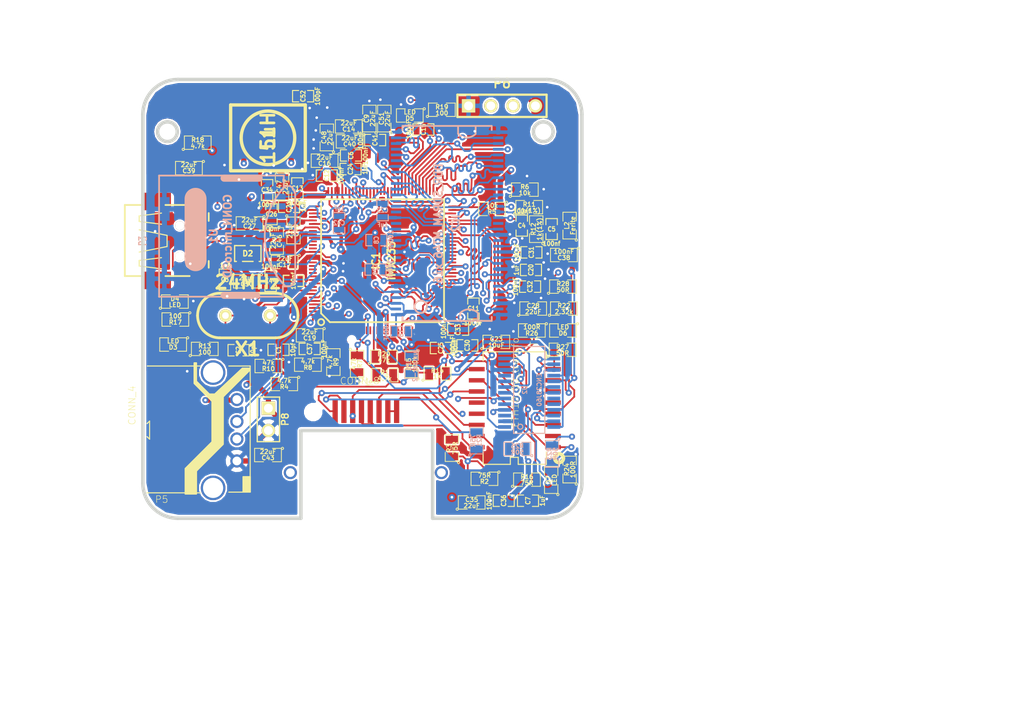
<source format=kicad_pcb>
(kicad_pcb (version 4) (host pcbnew "(2015-03-11 BZR 5507)-product")
  (layers (0 F.Cu signal) (1 Inner2.Cu signal) (2 Inner1.Cu signal) (31 B.Cu signal) (34 B.Paste user) (35 F.Paste user) (36 B.SilkS user hide) (37 F.SilkS user) (38 B.Mask user) (39 F.Mask user) (44 Edge.Cuts user))
  (net 0 "")
  (net 1 +2.5V)
  (net 2 +3.3V)
  (net 3 /LCD_D0)
  (net 4 /LCD_D1)
  (net 5 /LCD_D2)
  (net 6 /LCD_D3)
  (net 7 /LCD_RS)
  (net 8 /SD_CLOCK)
  (net 9 /SD_CMD)
  (net 10 /U_RX)
  (net 11 /U_TX)
  (net 12 5VOUT)
  (net 13 DDRA0)
  (net 14 DDRA1)
  (net 15 DDRA10)
  (net 16 DDRA11)
  (net 17 DDRA12)
  (net 18 DDRA2)
  (net 19 DDRA3)
  (net 20 DDRA4)
  (net 21 DDRA5)
  (net 22 DDRA6)
  (net 23 DDRA7)
  (net 24 DDRA8)
  (net 25 DDRA9)
  (net 26 DDR_BA0)
  (net 27 DDR_BA1)
  (net 28 DDR_CAS)
  (net 29 DDR_CE0n)
  (net 30 DDR_CKE)
  (net 31 DDR_CLK)
  (net 32 DDR_CLKn)
  (net 33 DDR_DO0)
  (net 34 DDR_DO1)
  (net 35 DDR_DO10)
  (net 36 DDR_DO11)
  (net 37 DDR_DO12)
  (net 38 DDR_DO13)
  (net 39 DDR_DO14)
  (net 40 DDR_DO15)
  (net 41 DDR_DO2)
  (net 42 DDR_DO3)
  (net 43 DDR_DO4)
  (net 44 DDR_DO5)
  (net 45 DDR_DO6)
  (net 46 DDR_DO7)
  (net 47 DDR_DO8)
  (net 48 DDR_DO9)
  (net 49 DDR_DQM0)
  (net 50 DDR_DQM1)
  (net 51 DDR_DQS0)
  (net 52 DDR_DQS1)
  (net 53 DDR_RAS)
  (net 54 DDR_WEn)
  (net 55 GND)
  (net 56 PSWITCH)
  (net 57 VDD4P2)
  (net 58 VDDA)
  (net 59 VDDD)
  (net 60 VDD_BATT)
  (net 61 VDD_XTAL)
  (net 62 XTALI)
  (net 63 XTALO)
  (net 64 "Net-(C3-Pad1)")
  (net 65 "Net-(C4-Pad1)")
  (net 66 "Net-(C52-Pad2)")
  (net 67 "Net-(D3-Pad1)")
  (net 68 "Net-(D4-Pad1)")
  (net 69 "Net-(D5-Pad1)")
  (net 70 "Net-(IC1-Pad97)")
  (net 71 "Net-(IC1-Pad34)")
  (net 72 "Net-(IC1-Pad7)")
  (net 73 "Net-(IC1-Pad8)")
  (net 74 "Net-(IC1-Pad104)")
  (net 75 "Net-(IC1-Pad9)")
  (net 76 "Net-(IC1-Pad11)")
  (net 77 "Net-(IC1-Pad107)")
  (net 78 "Net-(IC1-Pad12)")
  (net 79 "Net-(IC1-Pad108)")
  (net 80 "Net-(IC1-Pad13)")
  (net 81 "Net-(IC1-Pad109)")
  (net 82 "Net-(IC1-Pad15)")
  (net 83 "Net-(IC1-Pad16)")
  (net 84 "Net-(IC1-Pad17)")
  (net 85 "Net-(IC1-Pad81)")
  (net 86 "Net-(IC1-Pad113)")
  (net 87 "Net-(IC1-Pad82)")
  (net 88 "Net-(IC1-Pad114)")
  (net 89 "Net-(IC1-Pad19)")
  (net 90 "Net-(IC1-Pad115)")
  (net 91 "Net-(IC1-Pad20)")
  (net 92 "Net-(IC1-Pad84)")
  (net 93 "Net-(IC1-Pad116)")
  (net 94 "Net-(IC1-Pad85)")
  (net 95 "Net-(IC1-Pad86)")
  (net 96 "Net-(IC1-Pad23)")
  (net 97 "Net-(IC1-Pad87)")
  (net 98 "Net-(IC1-Pad24)")
  (net 99 "Net-(IC1-Pad88)")
  (net 100 "Net-(IC1-Pad89)")
  (net 101 "Net-(IC1-Pad26)")
  (net 102 "Net-(IC1-Pad27)")
  (net 103 "Net-(IC1-Pad91)")
  (net 104 "Net-(IC1-Pad123)")
  (net 105 "Net-(IC1-Pad28)")
  (net 106 "Net-(IC1-Pad124)")
  (net 107 "Net-(IC1-Pad29)")
  (net 108 "Net-(IC1-Pad31)")
  (net 109 /UART2_TX)
  (net 110 "Net-(IC1-Pad32)")
  (net 111 /UART2_RX)
  (net 112 "Net-(IC2-Pad14)")
  (net 113 "Net-(IC2-Pad53)")
  (net 114 "Net-(IC2-Pad17)")
  (net 115 "Net-(IC2-Pad50)")
  (net 116 "Net-(IC2-Pad19)")
  (net 117 "Net-(IC2-Pad43)")
  (net 118 "Net-(IC2-Pad25)")
  (net 119 "Net-(JP1-Pad2)")
  (net 120 "Net-(R14-Pad1)")
  (net 121 "Net-(P1-Pad1)")
  (net 122 "Net-(P1-Pad4)")
  (net 123 "Net-(T1-Pad4)")
  (net 124 "Net-(T1-Pad5)")
  (net 125 "Net-(T1-Pad12)")
  (net 126 "Net-(T1-Pad13)")
  (net 127 "Net-(C7-Pad2)")
  (net 128 "Net-(R2-Pad2)")
  (net 129 "Net-(R16-Pad2)")
  (net 130 /Ethernet/TX+)
  (net 131 /Ethernet/TX-)
  (net 132 /Ethernet/RX+)
  (net 133 /Ethernet/RX-)
  (net 134 "Net-(C23-Pad1)")
  (net 135 "Net-(D6-Pad1)")
  (net 136 "Net-(D6-Pad2)")
  (net 137 "Net-(D7-Pad1)")
  (net 138 "Net-(D7-Pad2)")
  (net 139 SPI_SCK)
  (net 140 SPI_CS)
  (net 141 SPI_MOSI)
  (net 142 SPI_MISO)
  (net 143 "Net-(R22-Pad1)")
  (net 144 "Net-(R23-Pad2)")
  (net 145 "Net-(R25-Pad2)")
  (net 146 "Net-(U2-Pad10)")
  (net 147 "Net-(U2-Pad3)")
  (net 148 "Net-(R27-Pad1)")
  (net 149 "Net-(R28-Pad1)")
  (net 150 SPI_INT)
  (net 151 "Net-(C36-Pad2)")
  (net 152 "Net-(C38-Pad1)")
  (net 153 "Net-(T1-Pad2)")
  (net 154 "Net-(IC1-Pad6)")
  (net 155 "Net-(C45-Pad1)")
  (net 156 "Net-(C53-Pad1)")
  (module opendous:SOT23-3_Opendous (layer F.Cu) (at 38.9525 41.83)
    (fp_text reference D2 (at 0 0) (layer F.SilkS) (effects (font (size 0.6096 0.6096) (thickness 0.1524))))
    (fp_text value D_schottky hide)
    (pad 3 smd rect (at 0.9525 1.27) (size 0.6096 0.889) (layers F.Cu F.Paste F.Mask))
    (pad 1 smd rect (at -0.9525 1.27) (size 0.6096 0.889) (layers F.Cu F.Paste F.Mask) (net 60 VDD_BATT))
    (pad 2 smd rect (at 0 -1.27) (size 0.6096 0.889) (layers F.Cu F.Paste F.Mask) (net 57 VDD4P2))
  )
  (module PIN_ARRAY_2X1 (layer F.Cu) (at 41.3 60.73 270)
    (fp_text reference P8 (at 0 -1.905 270) (layer F.SilkS) (effects (font (size 0.762 0.762) (thickness 0.1524))))
    (fp_text value CONN_2 hide)
    (pad 1 thru_hole rect (at -1.27 0 270) (size 1.524 1.524) (drill 1.016) (layers *.Cu *.Mask F.SilkS) (net 60 VDD_BATT))
    (pad 2 thru_hole circle (at 1.27 0 270) (size 1.524 1.524) (drill 1.016) (layers *.Cu *.Mask F.SilkS) (net 55 GND))
  )
  (module PIN_ARRAY_4x1 (layer F.Cu) (at 67.9 25)
    (fp_text reference P6 (at 0 -2.54) (layer F.SilkS) (effects (font (size 1.016 1.016) (thickness 0.2032))))
    (fp_text value CONN_4 hide)
    (pad 1 thru_hole rect (at -3.81 0) (size 1.524 1.524) (drill 1.016) (layers *.Cu *.Mask F.SilkS) (net 55 GND))
    (pad 2 thru_hole circle (at -1.27 0) (size 1.524 1.524) (drill 1.016) (layers *.Cu *.Mask F.SilkS) (net 109 /UART2_TX))
    (pad 3 thru_hole circle (at 1.27 0) (size 1.524 1.524) (drill 1.016) (layers *.Cu *.Mask F.SilkS) (net 111 /UART2_RX))
    (pad 4 thru_hole circle (at 3.81 0) (size 1.524 1.524) (drill 1.016) (layers *.Cu *.Mask F.SilkS) (net 2 +3.3V))
  )
  (module HC-49V (layer F.Cu) (at 38.95 48.9 180)
    (fp_text reference X1 (at 0 -3.81 180) (layer F.SilkS) (effects (font (thickness 0.3048))))
    (fp_text value 24MHz (at 0 3.81 180) (layer F.SilkS) (effects (font (thickness 0.3048))))
    (pad 1 thru_hole circle (at -2.54 0 180) (size 1.4224 1.4224) (drill 0.762) (layers *.Cu *.Mask F.SilkS) (net 62 XTALI))
    (pad 2 thru_hole circle (at 2.54 0 180) (size 1.4224 1.4224) (drill 0.762) (layers *.Cu *.Mask F.SilkS) (net 63 XTALO))
  )
  (module inductor22 (layer F.Cu) (at 41.25 28.65 90)
    (fp_text reference L1 (at 0 0 90) (layer F.SilkS) (effects (font (thickness 0.3048))))
    (fp_text value 15uH (at 0 0 90) (layer F.SilkS) (effects (font (thickness 0.3048))))
    (pad 1 smd rect (at 0 -2.75 90) (size 4.1 3.2) (layers F.Cu F.Paste F.Mask) (net 70 "Net-(IC1-Pad97)"))
    (pad 2 smd rect (at 0 2.75 90) (size 4.1 3.2) (layers F.Cu F.Paste F.Mask) (net 66 "Net-(C52-Pad2)"))
  )
  (module smd:SM0603_Capa (layer F.Cu) (at 42.45 52.8 180)
    (fp_text reference C1 (at 0 0 270) (layer F.SilkS) (effects (font (size 0.508 0.4572) (thickness 0.1143))))
    (fp_text value 10pf (at -1.651 0 270) (layer F.SilkS) (effects (font (size 0.508 0.4572) (thickness 0.1143))))
    (pad 1 smd rect (at -0.762 0 180) (size 0.635 1.143) (layers F.Cu F.Paste F.Mask) (net 55 GND))
    (pad 2 smd rect (at 0.762 0 180) (size 0.635 1.143) (layers F.Cu F.Paste F.Mask) (net 62 XTALI))
  )
  (module smd:SM0603_Capa (layer F.Cu) (at 37.9 52.85 180)
    (fp_text reference C2 (at 0 0 270) (layer F.SilkS) (effects (font (size 0.508 0.4572) (thickness 0.1143))))
    (fp_text value 10pf (at -1.651 0 270) (layer F.SilkS) (effects (font (size 0.508 0.4572) (thickness 0.1143))))
    (pad 1 smd rect (at -0.762 0 180) (size 0.635 1.143) (layers F.Cu F.Paste F.Mask) (net 55 GND))
    (pad 2 smd rect (at 0.762 0 180) (size 0.635 1.143) (layers F.Cu F.Paste F.Mask) (net 63 XTALO))
  )
  (module smd:SM0603_Capa (layer F.Cu) (at 70.15 38.65 270)
    (fp_text reference C4 (at 0 0 360) (layer F.SilkS) (effects (font (size 0.508 0.4572) (thickness 0.1143))))
    (fp_text value 100nf (at -1.651 0 360) (layer F.SilkS) (effects (font (size 0.508 0.4572) (thickness 0.1143))))
    (pad 1 smd rect (at -0.762 0 270) (size 0.635 1.143) (layers F.Cu F.Paste F.Mask) (net 65 "Net-(C4-Pad1)"))
    (pad 2 smd rect (at 0.762 0 270) (size 0.635 1.143) (layers F.Cu F.Paste F.Mask) (net 55 GND))
  )
  (module smd:SM0603_Capa (layer F.Cu) (at 73.55 39.05 90)
    (fp_text reference C5 (at 0 0 180) (layer F.SilkS) (effects (font (size 0.508 0.4572) (thickness 0.1143))))
    (fp_text value 100nf (at -1.651 0 180) (layer F.SilkS) (effects (font (size 0.508 0.4572) (thickness 0.1143))))
    (pad 1 smd rect (at -0.762 0 90) (size 0.635 1.143) (layers F.Cu F.Paste F.Mask) (net 1 +2.5V))
    (pad 2 smd rect (at 0.762 0 90) (size 0.635 1.143) (layers F.Cu F.Paste F.Mask) (net 65 "Net-(C4-Pad1)"))
  )
  (module smd:SM0603_Capa (layer F.Cu) (at 50.7 30.65 180)
    (fp_text reference C6 (at 0 0 270) (layer F.SilkS) (effects (font (size 0.508 0.4572) (thickness 0.1143))))
    (fp_text value 100nF (at -1.651 0 270) (layer F.SilkS) (effects (font (size 0.508 0.4572) (thickness 0.1143))))
    (pad 1 smd rect (at -0.762 0 180) (size 0.635 1.143) (layers F.Cu F.Paste F.Mask) (net 2 +3.3V))
    (pad 2 smd rect (at 0.762 0 180) (size 0.635 1.143) (layers F.Cu F.Paste F.Mask) (net 55 GND))
  )
  (module smd:SM0603_Capa (layer B.Cu) (at 53.6 40.3 180)
    (fp_text reference C8 (at 0 0 450) (layer B.SilkS) (effects (font (size 0.508 0.4572) (thickness 0.1143)) (justify mirror)))
    (fp_text value 100nF (at -1.651 0 450) (layer B.SilkS) (effects (font (size 0.508 0.4572) (thickness 0.1143)) (justify mirror)))
    (pad 1 smd rect (at -0.762 0 180) (size 0.635 1.143) (layers B.Cu B.Paste B.Mask) (net 1 +2.5V))
    (pad 2 smd rect (at 0.762 0 180) (size 0.635 1.143) (layers B.Cu B.Paste B.Mask) (net 55 GND))
  )
  (module smd:SM0805 (layer F.Cu) (at 52.8 26.45 90)
    (fp_text reference C9 (at 0 -0.3175 90) (layer F.SilkS) (effects (font (size 0.50038 0.50038) (thickness 0.10922))))
    (fp_text value 22uF (at 0 0.381 90) (layer F.SilkS) (effects (font (size 0.50038 0.50038) (thickness 0.10922))))
    (pad 1 smd rect (at -0.9525 0 90) (size 0.889 1.397) (layers F.Cu F.Paste F.Mask) (net 2 +3.3V))
    (pad 2 smd rect (at 0.9525 0 90) (size 0.889 1.397) (layers F.Cu F.Paste F.Mask) (net 55 GND))
  )
  (module opendous:SM0603_Opendous (layer F.Cu) (at 44.15 44.95 180)
    (fp_text reference C10 hide)
    (fp_text value 100nf (at 0 0 270) (layer F.SilkS) (effects (font (size 0.4572 0.4572) (thickness 0.1143))))
    (pad 1 smd rect (at -0.762 0 180) (size 0.635 1.143) (layers F.Cu F.Paste F.Mask) (net 61 VDD_XTAL))
    (pad 2 smd rect (at 0.762 0 180) (size 0.635 1.143) (layers F.Cu F.Paste F.Mask) (net 55 GND))
  )
  (module smd:SM0603_Capa (layer F.Cu) (at 64.65 48.1 90)
    (fp_text reference C11 (at 0 0 180) (layer F.SilkS) (effects (font (size 0.508 0.4572) (thickness 0.1143))))
    (fp_text value 100nF (at -1.651 0 180) (layer F.SilkS) (effects (font (size 0.508 0.4572) (thickness 0.1143))))
    (pad 1 smd rect (at -0.762 0 90) (size 0.635 1.143) (layers F.Cu F.Paste F.Mask) (net 1 +2.5V))
    (pad 2 smd rect (at 0.762 0 90) (size 0.635 1.143) (layers F.Cu F.Paste F.Mask) (net 55 GND))
  )
  (module smd:SM0603_Capa (layer F.Cu) (at 47.95 32.95 180)
    (fp_text reference C12 (at 0 0 270) (layer F.SilkS) (effects (font (size 0.508 0.4572) (thickness 0.1143))))
    (fp_text value 100nF (at -1.651 0 270) (layer F.SilkS) (effects (font (size 0.508 0.4572) (thickness 0.1143))))
    (pad 1 smd rect (at -0.762 0 180) (size 0.635 1.143) (layers F.Cu F.Paste F.Mask) (net 59 VDDD))
    (pad 2 smd rect (at 0.762 0 180) (size 0.635 1.143) (layers F.Cu F.Paste F.Mask) (net 55 GND))
  )
  (module smd:SM0603_Capa (layer F.Cu) (at 44.6 34.4 90)
    (fp_text reference C13 (at 0 0 180) (layer F.SilkS) (effects (font (size 0.508 0.4572) (thickness 0.1143))))
    (fp_text value 100nF (at -1.651 0 180) (layer F.SilkS) (effects (font (size 0.508 0.4572) (thickness 0.1143))))
    (pad 1 smd rect (at -0.762 0 90) (size 0.635 1.143) (layers F.Cu F.Paste F.Mask) (net 58 VDDA))
    (pad 2 smd rect (at 0.762 0 90) (size 0.635 1.143) (layers F.Cu F.Paste F.Mask) (net 55 GND))
  )
  (module smd:SM0805 (layer F.Cu) (at 50.45 27.35 180)
    (fp_text reference C14 (at 0 -0.3175 180) (layer F.SilkS) (effects (font (size 0.50038 0.50038) (thickness 0.10922))))
    (fp_text value 22uF (at 0 0.381 180) (layer F.SilkS) (effects (font (size 0.50038 0.50038) (thickness 0.10922))))
    (pad 1 smd rect (at -0.9525 0 180) (size 0.889 1.397) (layers F.Cu F.Paste F.Mask) (net 2 +3.3V))
    (pad 2 smd rect (at 0.9525 0 180) (size 0.889 1.397) (layers F.Cu F.Paste F.Mask) (net 55 GND))
  )
  (module smd:SM0603_Capa (layer F.Cu) (at 58.95 27.7)
    (fp_text reference C15 (at 0 0 90) (layer F.SilkS) (effects (font (size 0.508 0.4572) (thickness 0.1143))))
    (fp_text value 100nF (at -1.651 0 90) (layer F.SilkS) (effects (font (size 0.508 0.4572) (thickness 0.1143))))
    (pad 1 smd rect (at -0.762 0) (size 0.635 1.143) (layers F.Cu F.Paste F.Mask) (net 1 +2.5V))
    (pad 2 smd rect (at 0.762 0) (size 0.635 1.143) (layers F.Cu F.Paste F.Mask) (net 55 GND))
  )
  (module smd:SM0805 (layer F.Cu) (at 47.7 31.25 180)
    (fp_text reference C16 (at 0 -0.3175 180) (layer F.SilkS) (effects (font (size 0.50038 0.50038) (thickness 0.10922))))
    (fp_text value 22uF (at 0 0.381 180) (layer F.SilkS) (effects (font (size 0.50038 0.50038) (thickness 0.10922))))
    (pad 1 smd rect (at -0.9525 0 180) (size 0.889 1.397) (layers F.Cu F.Paste F.Mask) (net 59 VDDD))
    (pad 2 smd rect (at 0.9525 0 180) (size 0.889 1.397) (layers F.Cu F.Paste F.Mask) (net 55 GND))
  )
  (module smd:SM0805 (layer F.Cu) (at 43.15 42.8 180)
    (fp_text reference C17 (at 0 -0.3175 180) (layer F.SilkS) (effects (font (size 0.50038 0.50038) (thickness 0.10922))))
    (fp_text value 22uF (at 0 0.381 180) (layer F.SilkS) (effects (font (size 0.50038 0.50038) (thickness 0.10922))))
    (pad 1 smd rect (at -0.9525 0 180) (size 0.889 1.397) (layers F.Cu F.Paste F.Mask) (net 58 VDDA))
    (pad 2 smd rect (at 0.9525 0 180) (size 0.889 1.397) (layers F.Cu F.Paste F.Mask) (net 55 GND))
  )
  (module smd:SM0603_Capa (layer B.Cu) (at 56.4 50.7)
    (fp_text reference C18 (at 0 0 270) (layer B.SilkS) (effects (font (size 0.508 0.4572) (thickness 0.1143)) (justify mirror)))
    (fp_text value 100nF (at -1.651 0 270) (layer B.SilkS) (effects (font (size 0.508 0.4572) (thickness 0.1143)) (justify mirror)))
    (pad 1 smd rect (at -0.762 0) (size 0.635 1.143) (layers B.Cu B.Paste B.Mask) (net 1 +2.5V))
    (pad 2 smd rect (at 0.762 0) (size 0.635 1.143) (layers B.Cu B.Paste B.Mask) (net 55 GND))
  )
  (module smd:SM0805 (layer F.Cu) (at 46 51.15 180)
    (fp_text reference C19 (at 0 -0.3175 180) (layer F.SilkS) (effects (font (size 0.50038 0.50038) (thickness 0.10922))))
    (fp_text value 22uF (at 0 0.381 180) (layer F.SilkS) (effects (font (size 0.50038 0.50038) (thickness 0.10922))))
    (pad 1 smd rect (at -0.9525 0 180) (size 0.889 1.397) (layers F.Cu F.Paste F.Mask) (net 59 VDDD))
    (pad 2 smd rect (at 0.9525 0 180) (size 0.889 1.397) (layers F.Cu F.Paste F.Mask) (net 55 GND))
  )
  (module smd:SM0603_Capa (layer F.Cu) (at 43.65 36.5 180)
    (fp_text reference C21 (at 0 0 270) (layer F.SilkS) (effects (font (size 0.508 0.4572) (thickness 0.1143))))
    (fp_text value 1uF (at -1.651 0 270) (layer F.SilkS) (effects (font (size 0.508 0.4572) (thickness 0.1143))))
    (pad 1 smd rect (at -0.762 0 180) (size 0.635 1.143) (layers F.Cu F.Paste F.Mask) (net 12 5VOUT))
    (pad 2 smd rect (at 0.762 0 180) (size 0.635 1.143) (layers F.Cu F.Paste F.Mask) (net 55 GND))
  )
  (module smd:SM0603_Capa (layer F.Cu) (at 60.938 52.6 180)
    (fp_text reference C25 (at 0 0 270) (layer F.SilkS) (effects (font (size 0.508 0.4572) (thickness 0.1143))))
    (fp_text value 100nF (at -1.651 0 270) (layer F.SilkS) (effects (font (size 0.508 0.4572) (thickness 0.1143))))
    (pad 1 smd rect (at -0.762 0 180) (size 0.635 1.143) (layers F.Cu F.Paste F.Mask) (net 56 PSWITCH))
    (pad 2 smd rect (at 0.762 0 180) (size 0.635 1.143) (layers F.Cu F.Paste F.Mask) (net 55 GND))
  )
  (module smd:SM0603_Capa (layer F.Cu) (at 41.65 37.35 90)
    (fp_text reference C26 (at 0 0 180) (layer F.SilkS) (effects (font (size 0.508 0.4572) (thickness 0.1143))))
    (fp_text value 100nF (at -1.651 0 180) (layer F.SilkS) (effects (font (size 0.508 0.4572) (thickness 0.1143))))
    (pad 1 smd rect (at -0.762 0 90) (size 0.635 1.143) (layers F.Cu F.Paste F.Mask) (net 57 VDD4P2))
    (pad 2 smd rect (at 0.762 0 90) (size 0.635 1.143) (layers F.Cu F.Paste F.Mask) (net 55 GND))
  )
  (module smd:SM0805 (layer F.Cu) (at 39.1525 38.4 180)
    (fp_text reference C27 (at 0 -0.3175 180) (layer F.SilkS) (effects (font (size 0.50038 0.50038) (thickness 0.10922))))
    (fp_text value 22uF (at 0 0.381 180) (layer F.SilkS) (effects (font (size 0.50038 0.50038) (thickness 0.10922))))
    (pad 1 smd rect (at -0.9525 0 180) (size 0.889 1.397) (layers F.Cu F.Paste F.Mask) (net 57 VDD4P2))
    (pad 2 smd rect (at 0.9525 0 180) (size 0.889 1.397) (layers F.Cu F.Paste F.Mask) (net 55 GND))
  )
  (module smd:SM0805 (layer F.Cu) (at 71.45 48.1)
    (fp_text reference C28 (at 0 -0.3175) (layer F.SilkS) (effects (font (size 0.50038 0.50038) (thickness 0.10922))))
    (fp_text value 22uF (at 0 0.381) (layer F.SilkS) (effects (font (size 0.50038 0.50038) (thickness 0.10922))))
    (pad 1 smd rect (at -0.9525 0) (size 0.889 1.397) (layers F.Cu F.Paste F.Mask) (net 1 +2.5V))
    (pad 2 smd rect (at 0.9525 0) (size 0.889 1.397) (layers F.Cu F.Paste F.Mask) (net 55 GND))
  )
  (module smd:SM0805 (layer F.Cu) (at 50.55 29.05 180)
    (fp_text reference C40 (at 0 -0.3175 180) (layer F.SilkS) (effects (font (size 0.50038 0.50038) (thickness 0.10922))))
    (fp_text value 22uF (at 0 0.381 180) (layer F.SilkS) (effects (font (size 0.50038 0.50038) (thickness 0.10922))))
    (pad 1 smd rect (at -0.9525 0 180) (size 0.889 1.397) (layers F.Cu F.Paste F.Mask) (net 2 +3.3V))
    (pad 2 smd rect (at 0.9525 0 180) (size 0.889 1.397) (layers F.Cu F.Paste F.Mask) (net 55 GND))
  )
  (module smd:SM0603_Capa (layer F.Cu) (at 53.45 28.9)
    (fp_text reference C41 (at 0 0 90) (layer F.SilkS) (effects (font (size 0.508 0.4572) (thickness 0.1143))))
    (fp_text value 100nF (at -1.651 0 90) (layer F.SilkS) (effects (font (size 0.508 0.4572) (thickness 0.1143))))
    (pad 1 smd rect (at -0.762 0) (size 0.635 1.143) (layers F.Cu F.Paste F.Mask) (net 2 +3.3V))
    (pad 2 smd rect (at 0.762 0) (size 0.635 1.143) (layers F.Cu F.Paste F.Mask) (net 55 GND))
  )
  (module smd:SM0805 (layer F.Cu) (at 41.2525 64.8 180)
    (fp_text reference C43 (at 0 -0.3175 180) (layer F.SilkS) (effects (font (size 0.50038 0.50038) (thickness 0.10922))))
    (fp_text value 22uF (at 0 0.381 180) (layer F.SilkS) (effects (font (size 0.50038 0.50038) (thickness 0.10922))))
    (pad 1 smd rect (at -0.9525 0 180) (size 0.889 1.397) (layers F.Cu F.Paste F.Mask) (net 60 VDD_BATT))
    (pad 2 smd rect (at 0.9525 0 180) (size 0.889 1.397) (layers F.Cu F.Paste F.Mask) (net 55 GND))
  )
  (module smd:SM0603_Capa (layer F.Cu) (at 41.55 44.95 270)
    (fp_text reference C44 (at 0 0 360) (layer F.SilkS) (effects (font (size 0.508 0.4572) (thickness 0.1143))))
    (fp_text value 100nF (at -1.651 0 360) (layer F.SilkS) (effects (font (size 0.508 0.4572) (thickness 0.1143))))
    (pad 1 smd rect (at -0.762 0 270) (size 0.635 1.143) (layers F.Cu F.Paste F.Mask) (net 60 VDD_BATT))
    (pad 2 smd rect (at 0.762 0 270) (size 0.635 1.143) (layers F.Cu F.Paste F.Mask) (net 55 GND))
  )
  (module smd:SM0805 (layer F.Cu) (at 42.25 40.4 270)
    (fp_text reference C46 (at 0 -0.3175 270) (layer F.SilkS) (effects (font (size 0.50038 0.50038) (thickness 0.10922))))
    (fp_text value 22uF (at 0 0.381 270) (layer F.SilkS) (effects (font (size 0.50038 0.50038) (thickness 0.10922))))
    (pad 1 smd rect (at -0.9525 0 270) (size 0.889 1.397) (layers F.Cu F.Paste F.Mask) (net 60 VDD_BATT))
    (pad 2 smd rect (at 0.9525 0 270) (size 0.889 1.397) (layers F.Cu F.Paste F.Mask) (net 55 GND))
  )
  (module smd:SM0805 (layer F.Cu) (at 42.85 34.2 90)
    (fp_text reference C47 (at 0 -0.3175 90) (layer F.SilkS) (effects (font (size 0.50038 0.50038) (thickness 0.10922))))
    (fp_text value 22uF (at 0 0.381 90) (layer F.SilkS) (effects (font (size 0.50038 0.50038) (thickness 0.10922))))
    (pad 1 smd rect (at -0.9525 0 90) (size 0.889 1.397) (layers F.Cu F.Paste F.Mask) (net 58 VDDA))
    (pad 2 smd rect (at 0.9525 0 90) (size 0.889 1.397) (layers F.Cu F.Paste F.Mask) (net 55 GND))
  )
  (module smd:SM0805 (layer F.Cu) (at 47.95 28.6 90)
    (fp_text reference C48 (at 0 -0.3175 90) (layer F.SilkS) (effects (font (size 0.50038 0.50038) (thickness 0.10922))))
    (fp_text value 22uF (at 0 0.381 90) (layer F.SilkS) (effects (font (size 0.50038 0.50038) (thickness 0.10922))))
    (pad 1 smd rect (at -0.9525 0 90) (size 0.889 1.397) (layers F.Cu F.Paste F.Mask) (net 59 VDDD))
    (pad 2 smd rect (at 0.9525 0 90) (size 0.889 1.397) (layers F.Cu F.Paste F.Mask) (net 55 GND))
  )
  (module smd:SM0805 (layer F.Cu) (at 44.15 39.2 270)
    (fp_text reference C49 (at 0 -0.3175 270) (layer F.SilkS) (effects (font (size 0.50038 0.50038) (thickness 0.10922))))
    (fp_text value 22uF (at 0 0.381 270) (layer F.SilkS) (effects (font (size 0.50038 0.50038) (thickness 0.10922))))
    (pad 1 smd rect (at -0.9525 0 270) (size 0.889 1.397) (layers F.Cu F.Paste F.Mask) (net 57 VDD4P2))
    (pad 2 smd rect (at 0.9525 0 270) (size 0.889 1.397) (layers F.Cu F.Paste F.Mask) (net 55 GND))
  )
  (module smd:SM0805 (layer F.Cu) (at 38.85 45 180)
    (fp_text reference C50 (at 0 -0.3175 180) (layer F.SilkS) (effects (font (size 0.50038 0.50038) (thickness 0.10922))))
    (fp_text value 22uF (at 0 0.381 180) (layer F.SilkS) (effects (font (size 0.50038 0.50038) (thickness 0.10922))))
    (pad 1 smd rect (at -0.9525 0 180) (size 0.889 1.397) (layers F.Cu F.Paste F.Mask) (net 60 VDD_BATT))
    (pad 2 smd rect (at 0.9525 0 180) (size 0.889 1.397) (layers F.Cu F.Paste F.Mask) (net 55 GND))
  )
  (module smd:SM0805 (layer F.Cu) (at 54.5 26.45 90)
    (fp_text reference C51 (at 0 -0.3175 90) (layer F.SilkS) (effects (font (size 0.50038 0.50038) (thickness 0.10922))))
    (fp_text value 22uF (at 0 0.381 90) (layer F.SilkS) (effects (font (size 0.50038 0.50038) (thickness 0.10922))))
    (pad 1 smd rect (at -0.9525 0 90) (size 0.889 1.397) (layers F.Cu F.Paste F.Mask) (net 2 +3.3V))
    (pad 2 smd rect (at 0.9525 0 90) (size 0.889 1.397) (layers F.Cu F.Paste F.Mask) (net 55 GND))
  )
  (module opendous:LQFP128_14x14mm_0.4mmPitch_iMX233 (layer F.Cu) (at 54.3 42.65 90)
    (fp_text reference IC1 (at 0 -0.7493 90) (layer F.SilkS) (effects (font (size 0.8636 0.8128) (thickness 0.2032))))
    (fp_text value iMX233 (at 0 1.00076 90) (layer F.SilkS) (effects (font (size 0.8636 0.8128) (thickness 0.2032))))
    (pad 1 smd rect (at -7.9375 -6.18236 180) (size 0.2032 0.889) (layers F.Cu F.Paste F.Mask) (net 59 VDDD))
    (pad 33 smd rect (at -6.18236 7.9375 90) (size 0.2032 0.889) (layers F.Cu F.Paste F.Mask) (net 139 SPI_SCK))
    (pad 65 smd rect (at 7.9375 6.18236) (size 0.2032 0.889) (layers F.Cu F.Paste F.Mask) (net 16 DDRA11))
    (pad 97 smd rect (at 6.18236 -7.9375 90) (size 0.2032 0.889) (layers F.Cu F.Paste F.Mask) (net 70 "Net-(IC1-Pad97)"))
    (pad 2 smd rect (at -7.9375 -5.78358 180) (size 0.2032 0.889) (layers F.Cu F.Paste F.Mask) (net 3 /LCD_D0))
    (pad 34 smd rect (at -5.78358 7.9375 90) (size 0.2032 0.889) (layers F.Cu F.Paste F.Mask) (net 71 "Net-(IC1-Pad34)"))
    (pad 66 smd rect (at 7.9375 5.78358) (size 0.2032 0.889) (layers F.Cu F.Paste F.Mask) (net 15 DDRA10))
    (pad 98 smd rect (at 5.78358 -7.9375 90) (size 0.2032 0.889) (layers F.Cu F.Paste F.Mask) (net 55 GND))
    (pad 3 smd rect (at -7.9375 -5.3848 180) (size 0.2032 0.889) (layers F.Cu F.Paste F.Mask) (net 4 /LCD_D1))
    (pad 35 smd rect (at -5.3848 7.9375 90) (size 0.2032 0.889) (layers F.Cu F.Paste F.Mask) (net 55 GND))
    (pad 67 smd rect (at 7.9375 5.3848) (size 0.2032 0.889) (layers F.Cu F.Paste F.Mask) (net 25 DDRA9))
    (pad 99 smd rect (at 5.3848 -7.9375 90) (size 0.2032 0.889) (layers F.Cu F.Paste F.Mask) (net 66 "Net-(C52-Pad2)"))
    (pad 4 smd rect (at -7.9375 -4.98602 180) (size 0.2032 0.889) (layers F.Cu F.Paste F.Mask) (net 5 /LCD_D2))
    (pad 36 smd rect (at -4.98602 7.9375 90) (size 0.2032 0.889) (layers F.Cu F.Paste F.Mask) (net 31 DDR_CLK))
    (pad 68 smd rect (at 7.9375 4.98602) (size 0.2032 0.889) (layers F.Cu F.Paste F.Mask) (net 24 DDRA8))
    (pad 100 smd rect (at 4.98602 -7.9375 90) (size 0.2032 0.889) (layers F.Cu F.Paste F.Mask) (net 60 VDD_BATT))
    (pad 5 smd rect (at -7.9375 -4.58724 180) (size 0.2032 0.889) (layers F.Cu F.Paste F.Mask) (net 6 /LCD_D3))
    (pad 37 smd rect (at -4.58724 7.9375 90) (size 0.2032 0.889) (layers F.Cu F.Paste F.Mask) (net 32 DDR_CLKn))
    (pad 69 smd rect (at 7.9375 4.58724) (size 0.2032 0.889) (layers F.Cu F.Paste F.Mask) (net 23 DDRA7))
    (pad 101 smd rect (at 4.58724 -7.9375 90) (size 0.2032 0.889) (layers F.Cu F.Paste F.Mask) (net 57 VDD4P2))
    (pad 6 smd rect (at -7.9375 -4.18846 180) (size 0.2032 0.889) (layers F.Cu F.Paste F.Mask) (net 154 "Net-(IC1-Pad6)"))
    (pad 38 smd rect (at -4.18846 7.9375 90) (size 0.2032 0.889) (layers F.Cu F.Paste F.Mask) (net 1 +2.5V))
    (pad 70 smd rect (at 7.9375 4.18846) (size 0.2032 0.889) (layers F.Cu F.Paste F.Mask) (net 22 DDRA6))
    (pad 102 smd rect (at 4.18846 -7.9375 90) (size 0.2032 0.889) (layers F.Cu F.Paste F.Mask) (net 12 5VOUT))
    (pad 7 smd rect (at -7.9375 -3.78968 180) (size 0.2032 0.889) (layers F.Cu F.Paste F.Mask) (net 72 "Net-(IC1-Pad7)"))
    (pad 39 smd rect (at -3.78968 7.9375 90) (size 0.2032 0.889) (layers F.Cu F.Paste F.Mask) (net 51 DDR_DQS0))
    (pad 71 smd rect (at 7.9375 3.78968) (size 0.2032 0.889) (layers F.Cu F.Paste F.Mask) (net 21 DDRA5))
    (pad 103 smd rect (at 3.78968 -7.9375 90) (size 0.2032 0.889) (layers F.Cu F.Paste F.Mask) (net 60 VDD_BATT))
    (pad 8 smd rect (at -7.9375 -3.3909 180) (size 0.2032 0.889) (layers F.Cu F.Paste F.Mask) (net 73 "Net-(IC1-Pad8)"))
    (pad 40 smd rect (at -3.3909 7.9375 90) (size 0.2032 0.889) (layers F.Cu F.Paste F.Mask) (net 52 DDR_DQS1))
    (pad 72 smd rect (at 7.9375 3.3909) (size 0.2032 0.889) (layers F.Cu F.Paste F.Mask) (net 20 DDRA4))
    (pad 104 smd rect (at 3.3909 -7.9375 90) (size 0.2032 0.889) (layers F.Cu F.Paste F.Mask) (net 74 "Net-(IC1-Pad104)"))
    (pad 9 smd rect (at -7.9375 -2.99212 180) (size 0.2032 0.889) (layers F.Cu F.Paste F.Mask) (net 75 "Net-(IC1-Pad9)"))
    (pad 41 smd rect (at -2.99212 7.9375 90) (size 0.2032 0.889) (layers F.Cu F.Paste F.Mask) (net 33 DDR_DO0))
    (pad 73 smd rect (at 7.9375 2.99212) (size 0.2032 0.889) (layers F.Cu F.Paste F.Mask) (net 19 DDRA3))
    (pad 105 smd rect (at 2.99212 -7.9375 90) (size 0.2032 0.889) (layers F.Cu F.Paste F.Mask) (net 55 GND))
    (pad 10 smd rect (at -7.9375 -2.59334 180) (size 0.2032 0.889) (layers F.Cu F.Paste F.Mask) (net 140 SPI_CS))
    (pad 42 smd rect (at -2.59334 7.9375 90) (size 0.2032 0.889) (layers F.Cu F.Paste F.Mask) (net 41 DDR_DO2))
    (pad 74 smd rect (at 7.9375 2.59334) (size 0.2032 0.889) (layers F.Cu F.Paste F.Mask) (net 18 DDRA2))
    (pad 106 smd rect (at 2.59334 -7.9375 90) (size 0.2032 0.889) (layers F.Cu F.Paste F.Mask) (net 1 +2.5V))
    (pad 11 smd rect (at -7.9375 -2.19456 180) (size 0.2032 0.889) (layers F.Cu F.Paste F.Mask) (net 76 "Net-(IC1-Pad11)"))
    (pad 43 smd rect (at -2.19456 7.9375 90) (size 0.2032 0.889) (layers F.Cu F.Paste F.Mask) (net 34 DDR_DO1))
    (pad 75 smd rect (at 7.9375 2.19456) (size 0.2032 0.889) (layers F.Cu F.Paste F.Mask) (net 14 DDRA1))
    (pad 107 smd rect (at 2.19456 -7.9375 90) (size 0.2032 0.889) (layers F.Cu F.Paste F.Mask) (net 77 "Net-(IC1-Pad107)"))
    (pad 12 smd rect (at -7.9375 -1.79578 180) (size 0.2032 0.889) (layers F.Cu F.Paste F.Mask) (net 78 "Net-(IC1-Pad12)"))
    (pad 44 smd rect (at -1.79578 7.9375 90) (size 0.2032 0.889) (layers F.Cu F.Paste F.Mask) (net 42 DDR_DO3))
    (pad 76 smd rect (at 7.9375 1.79578) (size 0.2032 0.889) (layers F.Cu F.Paste F.Mask) (net 13 DDRA0))
    (pad 108 smd rect (at 1.79578 -7.9375 90) (size 0.2032 0.889) (layers F.Cu F.Paste F.Mask) (net 79 "Net-(IC1-Pad108)"))
    (pad 13 smd rect (at -7.9375 -1.397 180) (size 0.2032 0.889) (layers F.Cu F.Paste F.Mask) (net 80 "Net-(IC1-Pad13)"))
    (pad 45 smd rect (at -1.397 7.9375 90) (size 0.2032 0.889) (layers F.Cu F.Paste F.Mask) (net 1 +2.5V))
    (pad 77 smd rect (at 7.9375 1.397) (size 0.2032 0.889) (layers F.Cu F.Paste F.Mask) (net 54 DDR_WEn))
    (pad 109 smd rect (at 1.397 -7.9375 90) (size 0.2032 0.889) (layers F.Cu F.Paste F.Mask) (net 81 "Net-(IC1-Pad109)"))
    (pad 14 smd rect (at -7.9375 -0.99822 180) (size 0.2032 0.889) (layers F.Cu F.Paste F.Mask) (net 7 /LCD_RS))
    (pad 46 smd rect (at -0.99822 7.9375 90) (size 0.2032 0.889) (layers F.Cu F.Paste F.Mask) (net 49 DDR_DQM0))
    (pad 78 smd rect (at 7.9375 0.99822) (size 0.2032 0.889) (layers F.Cu F.Paste F.Mask) (net 30 DDR_CKE))
    (pad 110 smd rect (at 0.99822 -7.9375 90) (size 0.2032 0.889) (layers F.Cu F.Paste F.Mask) (net 58 VDDA))
    (pad 15 smd rect (at -7.9375 -0.59944 180) (size 0.2032 0.889) (layers F.Cu F.Paste F.Mask) (net 82 "Net-(IC1-Pad15)"))
    (pad 47 smd rect (at -0.59944 7.9375 90) (size 0.2032 0.889) (layers F.Cu F.Paste F.Mask) (net 43 DDR_DO4))
    (pad 79 smd rect (at 7.9375 0.59944) (size 0.2032 0.889) (layers F.Cu F.Paste F.Mask) (net 26 DDR_BA0))
    (pad 111 smd rect (at 0.59944 -7.9375 90) (size 0.2032 0.889) (layers F.Cu F.Paste F.Mask) (net 55 GND))
    (pad 16 smd rect (at -7.9375 -0.20066 180) (size 0.2032 0.889) (layers F.Cu F.Paste F.Mask) (net 83 "Net-(IC1-Pad16)"))
    (pad 48 smd rect (at -0.20066 7.9375 90) (size 0.2032 0.889) (layers F.Cu F.Paste F.Mask) (net 44 DDR_DO5))
    (pad 80 smd rect (at 7.9375 0.20066) (size 0.2032 0.889) (layers F.Cu F.Paste F.Mask) (net 27 DDR_BA1))
    (pad 112 smd rect (at 0.20066 -7.9375 90) (size 0.2032 0.889) (layers F.Cu F.Paste F.Mask) (net 55 GND))
    (pad 17 smd rect (at -7.9375 0.19812 180) (size 0.2032 0.889) (layers F.Cu F.Paste F.Mask) (net 84 "Net-(IC1-Pad17)"))
    (pad 49 smd rect (at 0.19812 7.9375 90) (size 0.2032 0.889) (layers F.Cu F.Paste F.Mask) (net 45 DDR_DO6))
    (pad 81 smd rect (at 7.9375 -0.19812) (size 0.2032 0.889) (layers F.Cu F.Paste F.Mask) (net 85 "Net-(IC1-Pad81)"))
    (pad 113 smd rect (at -0.19812 -7.9375 90) (size 0.2032 0.889) (layers F.Cu F.Paste F.Mask) (net 86 "Net-(IC1-Pad113)"))
    (pad 18 smd rect (at -7.9375 0.5969 180) (size 0.2032 0.889) (layers F.Cu F.Paste F.Mask) (net 2 +3.3V))
    (pad 50 smd rect (at 0.5969 7.9375 90) (size 0.2032 0.889) (layers F.Cu F.Paste F.Mask) (net 46 DDR_DO7))
    (pad 82 smd rect (at 7.9375 -0.5969) (size 0.2032 0.889) (layers F.Cu F.Paste F.Mask) (net 87 "Net-(IC1-Pad82)"))
    (pad 114 smd rect (at -0.5969 -7.9375 90) (size 0.2032 0.889) (layers F.Cu F.Paste F.Mask) (net 88 "Net-(IC1-Pad114)"))
    (pad 19 smd rect (at -7.9375 0.99568 180) (size 0.2032 0.889) (layers F.Cu F.Paste F.Mask) (net 89 "Net-(IC1-Pad19)"))
    (pad 51 smd rect (at 0.99568 7.9375 90) (size 0.2032 0.889) (layers F.Cu F.Paste F.Mask) (net 47 DDR_DO8))
    (pad 83 smd rect (at 7.9375 -0.99568) (size 0.2032 0.889) (layers F.Cu F.Paste F.Mask) (net 9 /SD_CMD))
    (pad 115 smd rect (at -0.99568 -7.9375 90) (size 0.2032 0.889) (layers F.Cu F.Paste F.Mask) (net 90 "Net-(IC1-Pad115)"))
    (pad 20 smd rect (at -7.9375 1.39446 180) (size 0.2032 0.889) (layers F.Cu F.Paste F.Mask) (net 91 "Net-(IC1-Pad20)"))
    (pad 52 smd rect (at 1.39446 7.9375 90) (size 0.2032 0.889) (layers F.Cu F.Paste F.Mask) (net 48 DDR_DO9))
    (pad 84 smd rect (at 7.9375 -1.39446) (size 0.2032 0.889) (layers F.Cu F.Paste F.Mask) (net 92 "Net-(IC1-Pad84)"))
    (pad 116 smd rect (at -1.39446 -7.9375 90) (size 0.2032 0.889) (layers F.Cu F.Paste F.Mask) (net 93 "Net-(IC1-Pad116)"))
    (pad 21 smd rect (at -7.9375 1.79324 180) (size 0.2032 0.889) (layers F.Cu F.Paste F.Mask) (net 141 SPI_MOSI))
    (pad 53 smd rect (at 1.79324 7.9375 90) (size 0.2032 0.889) (layers F.Cu F.Paste F.Mask) (net 1 +2.5V))
    (pad 85 smd rect (at 7.9375 -1.79324) (size 0.2032 0.889) (layers F.Cu F.Paste F.Mask) (net 94 "Net-(IC1-Pad85)"))
    (pad 117 smd rect (at -1.79324 -7.9375 90) (size 0.2032 0.889) (layers F.Cu F.Paste F.Mask) (net 64 "Net-(C3-Pad1)"))
    (pad 22 smd rect (at -7.9375 2.19202 180) (size 0.2032 0.889) (layers F.Cu F.Paste F.Mask) (net 142 SPI_MISO))
    (pad 54 smd rect (at 2.19202 7.9375 90) (size 0.2032 0.889) (layers F.Cu F.Paste F.Mask) (net 35 DDR_DO10))
    (pad 86 smd rect (at 7.9375 -2.19202) (size 0.2032 0.889) (layers F.Cu F.Paste F.Mask) (net 95 "Net-(IC1-Pad86)"))
    (pad 118 smd rect (at -2.19202 -7.9375 90) (size 0.2032 0.889) (layers F.Cu F.Paste F.Mask) (net 55 GND))
    (pad 23 smd rect (at -7.9375 2.5908 180) (size 0.2032 0.889) (layers F.Cu F.Paste F.Mask) (net 96 "Net-(IC1-Pad23)"))
    (pad 55 smd rect (at 2.5908 7.9375 90) (size 0.2032 0.889) (layers F.Cu F.Paste F.Mask) (net 36 DDR_DO11))
    (pad 87 smd rect (at 7.9375 -2.5908) (size 0.2032 0.889) (layers F.Cu F.Paste F.Mask) (net 97 "Net-(IC1-Pad87)"))
    (pad 119 smd rect (at -2.5908 -7.9375 90) (size 0.2032 0.889) (layers F.Cu F.Paste F.Mask) (net 56 PSWITCH))
    (pad 24 smd rect (at -7.9375 2.98958 180) (size 0.2032 0.889) (layers F.Cu F.Paste F.Mask) (net 98 "Net-(IC1-Pad24)"))
    (pad 56 smd rect (at 2.98958 7.9375 90) (size 0.2032 0.889) (layers F.Cu F.Paste F.Mask) (net 50 DDR_DQM1))
    (pad 88 smd rect (at 7.9375 -2.98958) (size 0.2032 0.889) (layers F.Cu F.Paste F.Mask) (net 99 "Net-(IC1-Pad88)"))
    (pad 120 smd rect (at -2.98958 -7.9375 90) (size 0.2032 0.889) (layers F.Cu F.Paste F.Mask) (net 61 VDD_XTAL))
    (pad 25 smd rect (at -7.9375 3.38836 180) (size 0.2032 0.889) (layers F.Cu F.Paste F.Mask) (net 150 SPI_INT))
    (pad 57 smd rect (at 3.38836 7.9375 90) (size 0.2032 0.889) (layers F.Cu F.Paste F.Mask) (net 37 DDR_DO12))
    (pad 89 smd rect (at 7.9375 -3.38836) (size 0.2032 0.889) (layers F.Cu F.Paste F.Mask) (net 100 "Net-(IC1-Pad89)"))
    (pad 121 smd rect (at -3.38836 -7.9375 90) (size 0.2032 0.889) (layers F.Cu F.Paste F.Mask) (net 63 XTALO))
    (pad 26 smd rect (at -7.9375 3.78714 180) (size 0.2032 0.889) (layers F.Cu F.Paste F.Mask) (net 101 "Net-(IC1-Pad26)"))
    (pad 58 smd rect (at 3.78714 7.9375 90) (size 0.2032 0.889) (layers F.Cu F.Paste F.Mask) (net 38 DDR_DO13))
    (pad 90 smd rect (at 7.9375 -3.78714) (size 0.2032 0.889) (layers F.Cu F.Paste F.Mask) (net 8 /SD_CLOCK))
    (pad 122 smd rect (at -3.78714 -7.9375 90) (size 0.2032 0.889) (layers F.Cu F.Paste F.Mask) (net 62 XTALI))
    (pad 27 smd rect (at -7.9375 4.18592 180) (size 0.2032 0.889) (layers F.Cu F.Paste F.Mask) (net 102 "Net-(IC1-Pad27)"))
    (pad 59 smd rect (at 4.18592 7.9375 90) (size 0.2032 0.889) (layers F.Cu F.Paste F.Mask) (net 40 DDR_DO15))
    (pad 91 smd rect (at 7.9375 -4.18592) (size 0.2032 0.889) (layers F.Cu F.Paste F.Mask) (net 103 "Net-(IC1-Pad91)"))
    (pad 123 smd rect (at -4.18592 -7.9375 90) (size 0.2032 0.889) (layers F.Cu F.Paste F.Mask) (net 104 "Net-(IC1-Pad123)"))
    (pad 28 smd rect (at -7.9375 4.5847 180) (size 0.2032 0.889) (layers F.Cu F.Paste F.Mask) (net 105 "Net-(IC1-Pad28)"))
    (pad 60 smd rect (at 4.5847 7.9375 90) (size 0.2032 0.889) (layers F.Cu F.Paste F.Mask) (net 39 DDR_DO14))
    (pad 92 smd rect (at 7.9375 -4.5847) (size 0.2032 0.889) (layers F.Cu F.Paste F.Mask) (net 2 +3.3V))
    (pad 124 smd rect (at -4.5847 -7.9375 90) (size 0.2032 0.889) (layers F.Cu F.Paste F.Mask) (net 106 "Net-(IC1-Pad124)"))
    (pad 29 smd rect (at -7.9375 4.98348 180) (size 0.2032 0.889) (layers F.Cu F.Paste F.Mask) (net 107 "Net-(IC1-Pad29)"))
    (pad 61 smd rect (at 4.98348 7.9375 90) (size 0.2032 0.889) (layers F.Cu F.Paste F.Mask) (net 28 DDR_CAS))
    (pad 93 smd rect (at 7.9375 -4.98348) (size 0.2032 0.889) (layers F.Cu F.Paste F.Mask) (net 59 VDDD))
    (pad 125 smd rect (at -4.98348 -7.9375 90) (size 0.2032 0.889) (layers F.Cu F.Paste F.Mask) (net 10 /U_RX))
    (pad 30 smd rect (at -7.9375 5.38226 180) (size 0.2032 0.889) (layers F.Cu F.Paste F.Mask) (net 55 GND))
    (pad 62 smd rect (at 5.38226 7.9375 90) (size 0.2032 0.889) (layers F.Cu F.Paste F.Mask) (net 53 DDR_RAS))
    (pad 94 smd rect (at 7.9375 -5.38226) (size 0.2032 0.889) (layers F.Cu F.Paste F.Mask) (net 59 VDDD))
    (pad 126 smd rect (at -5.38226 -7.9375 90) (size 0.2032 0.889) (layers F.Cu F.Paste F.Mask) (net 11 /U_TX))
    (pad 31 smd rect (at -7.9375 5.78104 180) (size 0.2032 0.889) (layers F.Cu F.Paste F.Mask) (net 108 "Net-(IC1-Pad31)"))
    (pad 63 smd rect (at 5.78104 7.9375 90) (size 0.2032 0.889) (layers F.Cu F.Paste F.Mask) (net 29 DDR_CE0n))
    (pad 95 smd rect (at 7.9375 -5.78104) (size 0.2032 0.889) (layers F.Cu F.Paste F.Mask) (net 2 +3.3V))
    (pad 127 smd rect (at -5.78104 -7.9375 90) (size 0.2032 0.889) (layers F.Cu F.Paste F.Mask) (net 109 /UART2_TX))
    (pad 32 smd rect (at -7.9375 6.17982 180) (size 0.2032 0.889) (layers F.Cu F.Paste F.Mask) (net 110 "Net-(IC1-Pad32)"))
    (pad 64 smd rect (at 6.17982 7.9375 90) (size 0.2032 0.889) (layers F.Cu F.Paste F.Mask) (net 17 DDRA12))
    (pad 96 smd rect (at 7.9375 -6.17982) (size 0.2032 0.889) (layers F.Cu F.Paste F.Mask) (net 58 VDDA))
    (pad 128 smd rect (at -6.17982 -7.9375 90) (size 0.2032 0.889) (layers F.Cu F.Paste F.Mask) (net 111 /UART2_RX))
  )
  (module opendous:TSOP66_JEDEC_DDR_SDRAM (layer B.Cu) (at 61.65 38.4 90)
    (fp_text reference IC2 (at 0 1.00076 90) (layer B.SilkS) (effects (font (size 0.9144 0.8128) (thickness 0.2032)) (justify mirror)))
    (fp_text value DDR_SDRAM_MT46_x16 (at 0 -1.00076 90) (layer B.SilkS) (effects (font (size 0.9144 0.8128) (thickness 0.2032)) (justify mirror)))
    (pad 1 smd rect (at -10.40384 -5.8166 90) (size 0.32004 1.1684) (layers B.Cu B.Paste B.Mask) (net 1 +2.5V))
    (pad 66 smd rect (at -10.40384 5.8166 90) (size 0.32004 1.1684) (layers B.Cu B.Paste B.Mask) (net 55 GND))
    (pad 2 smd rect (at -9.7536 -5.8166 90) (size 0.32004 1.1684) (layers B.Cu B.Paste B.Mask) (net 33 DDR_DO0))
    (pad 65 smd rect (at -9.7536 5.8166 90) (size 0.32004 1.1684) (layers B.Cu B.Paste B.Mask) (net 40 DDR_DO15))
    (pad 3 smd rect (at -9.10336 -5.8166 90) (size 0.32004 1.1684) (layers B.Cu B.Paste B.Mask) (net 1 +2.5V))
    (pad 64 smd rect (at -9.10336 5.8166 90) (size 0.32004 1.1684) (layers B.Cu B.Paste B.Mask) (net 55 GND))
    (pad 4 smd rect (at -8.45312 -5.8166 90) (size 0.32004 1.1684) (layers B.Cu B.Paste B.Mask) (net 34 DDR_DO1))
    (pad 63 smd rect (at -8.45312 5.8166 90) (size 0.32004 1.1684) (layers B.Cu B.Paste B.Mask) (net 39 DDR_DO14))
    (pad 5 smd rect (at -7.80288 -5.8166 90) (size 0.32004 1.1684) (layers B.Cu B.Paste B.Mask) (net 41 DDR_DO2))
    (pad 62 smd rect (at -7.80288 5.8166 90) (size 0.32004 1.1684) (layers B.Cu B.Paste B.Mask) (net 38 DDR_DO13))
    (pad 6 smd rect (at -7.15264 -5.8166 90) (size 0.32004 1.1684) (layers B.Cu B.Paste B.Mask) (net 55 GND))
    (pad 61 smd rect (at -7.15264 5.8166 90) (size 0.32004 1.1684) (layers B.Cu B.Paste B.Mask) (net 1 +2.5V))
    (pad 7 smd rect (at -6.5024 -5.8166 90) (size 0.32004 1.1684) (layers B.Cu B.Paste B.Mask) (net 42 DDR_DO3))
    (pad 60 smd rect (at -6.5024 5.8166 90) (size 0.32004 1.1684) (layers B.Cu B.Paste B.Mask) (net 37 DDR_DO12))
    (pad 8 smd rect (at -5.85216 -5.8166 90) (size 0.32004 1.1684) (layers B.Cu B.Paste B.Mask) (net 43 DDR_DO4))
    (pad 59 smd rect (at -5.85216 5.8166 90) (size 0.32004 1.1684) (layers B.Cu B.Paste B.Mask) (net 36 DDR_DO11))
    (pad 9 smd rect (at -5.20192 -5.8166 90) (size 0.32004 1.1684) (layers B.Cu B.Paste B.Mask) (net 1 +2.5V))
    (pad 58 smd rect (at -5.20192 5.8166 90) (size 0.32004 1.1684) (layers B.Cu B.Paste B.Mask) (net 55 GND))
    (pad 10 smd rect (at -4.55168 -5.8166 90) (size 0.32004 1.1684) (layers B.Cu B.Paste B.Mask) (net 44 DDR_DO5))
    (pad 57 smd rect (at -4.55168 5.8166 90) (size 0.32004 1.1684) (layers B.Cu B.Paste B.Mask) (net 35 DDR_DO10))
    (pad 11 smd rect (at -3.90144 -5.8166 90) (size 0.32004 1.1684) (layers B.Cu B.Paste B.Mask) (net 45 DDR_DO6))
    (pad 56 smd rect (at -3.90144 5.8166 90) (size 0.32004 1.1684) (layers B.Cu B.Paste B.Mask) (net 48 DDR_DO9))
    (pad 12 smd rect (at -3.2512 -5.8166 90) (size 0.32004 1.1684) (layers B.Cu B.Paste B.Mask) (net 55 GND))
    (pad 55 smd rect (at -3.2512 5.8166 90) (size 0.32004 1.1684) (layers B.Cu B.Paste B.Mask) (net 1 +2.5V))
    (pad 13 smd rect (at -2.60096 -5.8166 90) (size 0.32004 1.1684) (layers B.Cu B.Paste B.Mask) (net 46 DDR_DO7))
    (pad 54 smd rect (at -2.60096 5.8166 90) (size 0.32004 1.1684) (layers B.Cu B.Paste B.Mask) (net 47 DDR_DO8))
    (pad 14 smd rect (at -1.95072 -5.8166 90) (size 0.32004 1.1684) (layers B.Cu B.Paste B.Mask) (net 112 "Net-(IC2-Pad14)"))
    (pad 53 smd rect (at -1.95072 5.8166 90) (size 0.32004 1.1684) (layers B.Cu B.Paste B.Mask) (net 113 "Net-(IC2-Pad53)"))
    (pad 15 smd rect (at -1.30048 -5.8166 90) (size 0.32004 1.1684) (layers B.Cu B.Paste B.Mask) (net 1 +2.5V))
    (pad 52 smd rect (at -1.30048 5.8166 90) (size 0.32004 1.1684) (layers B.Cu B.Paste B.Mask) (net 55 GND))
    (pad 16 smd rect (at -0.65024 -5.8166 90) (size 0.32004 1.1684) (layers B.Cu B.Paste B.Mask) (net 51 DDR_DQS0))
    (pad 51 smd rect (at -0.65024 5.8166 90) (size 0.32004 1.1684) (layers B.Cu B.Paste B.Mask) (net 52 DDR_DQS1))
    (pad 17 smd rect (at 0 -5.8166 90) (size 0.32004 1.1684) (layers B.Cu B.Paste B.Mask) (net 114 "Net-(IC2-Pad17)"))
    (pad 50 smd rect (at 0 5.8166 90) (size 0.32004 1.1684) (layers B.Cu B.Paste B.Mask) (net 115 "Net-(IC2-Pad50)"))
    (pad 18 smd rect (at 0.65024 -5.8166 90) (size 0.32004 1.1684) (layers B.Cu B.Paste B.Mask) (net 1 +2.5V))
    (pad 49 smd rect (at 0.65024 5.8166 90) (size 0.32004 1.1684) (layers B.Cu B.Paste B.Mask) (net 65 "Net-(C4-Pad1)"))
    (pad 19 smd rect (at 1.30048 -5.8166 90) (size 0.32004 1.1684) (layers B.Cu B.Paste B.Mask) (net 116 "Net-(IC2-Pad19)"))
    (pad 48 smd rect (at 1.30048 5.8166 90) (size 0.32004 1.1684) (layers B.Cu B.Paste B.Mask) (net 55 GND))
    (pad 20 smd rect (at 1.95072 -5.8166 90) (size 0.32004 1.1684) (layers B.Cu B.Paste B.Mask) (net 49 DDR_DQM0))
    (pad 47 smd rect (at 1.95072 5.8166 90) (size 0.32004 1.1684) (layers B.Cu B.Paste B.Mask) (net 50 DDR_DQM1))
    (pad 21 smd rect (at 2.60096 -5.8166 90) (size 0.32004 1.1684) (layers B.Cu B.Paste B.Mask) (net 54 DDR_WEn))
    (pad 46 smd rect (at 2.60096 5.8166 90) (size 0.32004 1.1684) (layers B.Cu B.Paste B.Mask) (net 32 DDR_CLKn))
    (pad 22 smd rect (at 3.2512 -5.8166 90) (size 0.32004 1.1684) (layers B.Cu B.Paste B.Mask) (net 28 DDR_CAS))
    (pad 45 smd rect (at 3.2512 5.8166 90) (size 0.32004 1.1684) (layers B.Cu B.Paste B.Mask) (net 31 DDR_CLK))
    (pad 23 smd rect (at 3.90144 -5.8166 90) (size 0.32004 1.1684) (layers B.Cu B.Paste B.Mask) (net 53 DDR_RAS))
    (pad 44 smd rect (at 3.90144 5.8166 90) (size 0.32004 1.1684) (layers B.Cu B.Paste B.Mask) (net 30 DDR_CKE))
    (pad 24 smd rect (at 4.55168 -5.8166 90) (size 0.32004 1.1684) (layers B.Cu B.Paste B.Mask) (net 29 DDR_CE0n))
    (pad 43 smd rect (at 4.55168 5.8166 90) (size 0.32004 1.1684) (layers B.Cu B.Paste B.Mask) (net 117 "Net-(IC2-Pad43)"))
    (pad 25 smd rect (at 5.20192 -5.8166 90) (size 0.32004 1.1684) (layers B.Cu B.Paste B.Mask) (net 118 "Net-(IC2-Pad25)"))
    (pad 42 smd rect (at 5.20192 5.8166 90) (size 0.32004 1.1684) (layers B.Cu B.Paste B.Mask) (net 17 DDRA12))
    (pad 26 smd rect (at 5.85216 -5.8166 90) (size 0.32004 1.1684) (layers B.Cu B.Paste B.Mask) (net 26 DDR_BA0))
    (pad 41 smd rect (at 5.85216 5.8166 90) (size 0.32004 1.1684) (layers B.Cu B.Paste B.Mask) (net 16 DDRA11))
    (pad 27 smd rect (at 6.5024 -5.8166 90) (size 0.32004 1.1684) (layers B.Cu B.Paste B.Mask) (net 27 DDR_BA1))
    (pad 40 smd rect (at 6.5024 5.8166 90) (size 0.32004 1.1684) (layers B.Cu B.Paste B.Mask) (net 25 DDRA9))
    (pad 28 smd rect (at 7.15264 -5.8166 90) (size 0.32004 1.1684) (layers B.Cu B.Paste B.Mask) (net 15 DDRA10))
    (pad 39 smd rect (at 7.15264 5.8166 90) (size 0.32004 1.1684) (layers B.Cu B.Paste B.Mask) (net 24 DDRA8))
    (pad 29 smd rect (at 7.80288 -5.8166 90) (size 0.32004 1.1684) (layers B.Cu B.Paste B.Mask) (net 13 DDRA0))
    (pad 38 smd rect (at 7.80288 5.8166 90) (size 0.32004 1.1684) (layers B.Cu B.Paste B.Mask) (net 23 DDRA7))
    (pad 30 smd rect (at 8.45312 -5.8166 90) (size 0.32004 1.1684) (layers B.Cu B.Paste B.Mask) (net 14 DDRA1))
    (pad 37 smd rect (at 8.45312 5.8166 90) (size 0.32004 1.1684) (layers B.Cu B.Paste B.Mask) (net 22 DDRA6))
    (pad 31 smd rect (at 9.10336 -5.8166 90) (size 0.32004 1.1684) (layers B.Cu B.Paste B.Mask) (net 18 DDRA2))
    (pad 36 smd rect (at 9.10336 5.8166 90) (size 0.32004 1.1684) (layers B.Cu B.Paste B.Mask) (net 21 DDRA5))
    (pad 32 smd rect (at 9.7536 -5.8166 90) (size 0.32004 1.1684) (layers B.Cu B.Paste B.Mask) (net 19 DDRA3))
    (pad 35 smd rect (at 9.7536 5.8166 90) (size 0.32004 1.1684) (layers B.Cu B.Paste B.Mask) (net 20 DDRA4))
    (pad 33 smd rect (at 10.40384 -5.8166 90) (size 0.32004 1.1684) (layers B.Cu B.Paste B.Mask) (net 1 +2.5V))
    (pad 34 smd rect (at 10.40384 5.8166 90) (size 0.32004 1.1684) (layers B.Cu B.Paste B.Mask) (net 55 GND))
  )
  (module USB:CONN_USB_MINI_PIERRE (layer F.Cu) (at 31.2 40.39834)
    (fp_text reference P3 (at -4.191 0 90) (layer B.SilkS) (effects (font (size 0.8636 0.5588) (thickness 0.2032))))
    (fp_text value CONN_4 hide)
    (pad 3 smd rect (at 2.60096 0) (size 2.54 0.49784) (layers F.Cu F.Paste F.Mask) (net 10 /U_RX))
    (pad 2 smd rect (at 2.60096 -0.79756) (size 2.54 0.49784) (layers F.Cu F.Paste F.Mask) (net 11 /U_TX))
    (pad 4 smd rect (at 2.60096 1.59766) (size 2.54 0.49784) (layers F.Cu F.Paste F.Mask) (net 55 GND))
    (pad 5 smd rect (at -2.5 -4.49834) (size 3 1.99898) (layers F.Cu F.Paste F.Mask))
    (pad 5 smd rect (at 2 -4.49834) (size 3 1.99898) (layers F.Cu F.Paste F.Mask))
    (pad 5 smd rect (at -2.5 4.49834) (size 3 1.99898) (layers F.Cu F.Paste F.Mask))
    (pad 5 smd rect (at 2 4.39928) (size 3 1.99898) (layers F.Cu F.Paste F.Mask))
    (pad 6 smd rect (at 2.54 0.79756) (size 2.032 0.4318) (layers F.Cu F.Paste F.Mask))
    (pad 7 thru_hole circle (at 0 -1.75006) (size 1.016 1.016) (drill 1.016) (layers *.Cu *.SilkS *.Mask))
    (pad 7 np_thru_hole circle (at 0 1.75006) (size 1.016 1.016) (drill 1.016) (layers *.Cu *.SilkS *.Mask))
    (pad 1 smd rect (at 2.60096 -1.59766) (size 2.54 0.49784) (layers F.Cu F.Paste F.Mask) (net 12 5VOUT))
  )
  (module smd:SM0805 (layer F.Cu) (at 54.5475 55.7)
    (fp_text reference R1 (at 0 -0.3175) (layer F.SilkS) (effects (font (size 0.50038 0.50038) (thickness 0.10922))))
    (fp_text value 4.7k (at 0 0.381) (layer F.SilkS) (effects (font (size 0.50038 0.50038) (thickness 0.10922))))
    (pad 1 smd rect (at -0.9525 0) (size 0.889 1.397) (layers F.Cu F.Paste F.Mask) (net 3 /LCD_D0))
    (pad 2 smd rect (at 0.9525 0) (size 0.889 1.397) (layers F.Cu F.Paste F.Mask) (net 119 "Net-(JP1-Pad2)"))
  )
  (module smd:SM0805 (layer F.Cu) (at 43.1 56.7 180)
    (fp_text reference R4 (at 0 -0.3175 180) (layer F.SilkS) (effects (font (size 0.50038 0.50038) (thickness 0.10922))))
    (fp_text value 4.7k (at 0 0.381 180) (layer F.SilkS) (effects (font (size 0.50038 0.50038) (thickness 0.10922))))
    (pad 1 smd rect (at -0.9525 0 180) (size 0.889 1.397) (layers F.Cu F.Paste F.Mask) (net 6 /LCD_D3))
    (pad 2 smd rect (at 0.9525 0 180) (size 0.889 1.397) (layers F.Cu F.Paste F.Mask) (net 119 "Net-(JP1-Pad2)"))
  )
  (module smd:SM0805 (layer F.Cu) (at 66.75 36.75 180)
    (fp_text reference R5 (at 0 -0.3175 180) (layer F.SilkS) (effects (font (size 0.50038 0.50038) (thickness 0.10922))))
    (fp_text value 10k (at 0 0.381 180) (layer F.SilkS) (effects (font (size 0.50038 0.50038) (thickness 0.10922))))
    (pad 1 smd rect (at -0.9525 0 180) (size 0.889 1.397) (layers F.Cu F.Paste F.Mask) (net 1 +2.5V))
    (pad 2 smd rect (at 0.9525 0 180) (size 0.889 1.397) (layers F.Cu F.Paste F.Mask) (net 29 DDR_CE0n))
  )
  (module smd:SM0805 (layer F.Cu) (at 70.5 34.55)
    (fp_text reference R6 (at 0 -0.3175) (layer F.SilkS) (effects (font (size 0.50038 0.50038) (thickness 0.10922))))
    (fp_text value 10k (at 0 0.381) (layer F.SilkS) (effects (font (size 0.50038 0.50038) (thickness 0.10922))))
    (pad 1 smd rect (at -0.9525 0) (size 0.889 1.397) (layers F.Cu F.Paste F.Mask) (net 30 DDR_CKE))
    (pad 2 smd rect (at 0.9525 0) (size 0.889 1.397) (layers F.Cu F.Paste F.Mask) (net 55 GND))
  )
  (module smd:SM0805 (layer F.Cu) (at 51.4 54.4 270)
    (fp_text reference R7 (at 0 -0.3175 270) (layer F.SilkS) (effects (font (size 0.50038 0.50038) (thickness 0.10922))))
    (fp_text value 47k (at 0 0.381 270) (layer F.SilkS) (effects (font (size 0.50038 0.50038) (thickness 0.10922))))
    (pad 1 smd rect (at -0.9525 0 270) (size 0.889 1.397) (layers F.Cu F.Paste F.Mask) (net 3 /LCD_D0))
    (pad 2 smd rect (at 0.9525 0 270) (size 0.889 1.397) (layers F.Cu F.Paste F.Mask) (net 55 GND))
  )
  (module smd:SM0805 (layer F.Cu) (at 45.8 54.5 180)
    (fp_text reference R8 (at 0 -0.3175 180) (layer F.SilkS) (effects (font (size 0.50038 0.50038) (thickness 0.10922))))
    (fp_text value 4.7k (at 0 0.381 180) (layer F.SilkS) (effects (font (size 0.50038 0.50038) (thickness 0.10922))))
    (pad 1 smd rect (at -0.9525 0 180) (size 0.889 1.397) (layers F.Cu F.Paste F.Mask) (net 4 /LCD_D1))
    (pad 2 smd rect (at 0.9525 0 180) (size 0.889 1.397) (layers F.Cu F.Paste F.Mask) (net 55 GND))
  )
  (module smd:SM0805 (layer F.Cu) (at 48.7 54.2 270)
    (fp_text reference R9 (at 0 -0.3175 270) (layer F.SilkS) (effects (font (size 0.50038 0.50038) (thickness 0.10922))))
    (fp_text value 4.7k (at 0 0.381 270) (layer F.SilkS) (effects (font (size 0.50038 0.50038) (thickness 0.10922))))
    (pad 1 smd rect (at -0.9525 0 270) (size 0.889 1.397) (layers F.Cu F.Paste F.Mask) (net 5 /LCD_D2))
    (pad 2 smd rect (at 0.9525 0 270) (size 0.889 1.397) (layers F.Cu F.Paste F.Mask) (net 55 GND))
  )
  (module smd:SM0805 (layer F.Cu) (at 41.3 54.65 180)
    (fp_text reference R10 (at 0 -0.3175 180) (layer F.SilkS) (effects (font (size 0.50038 0.50038) (thickness 0.10922))))
    (fp_text value 47k (at 0 0.381 180) (layer F.SilkS) (effects (font (size 0.50038 0.50038) (thickness 0.10922))))
    (pad 1 smd rect (at -0.9525 0 180) (size 0.889 1.397) (layers F.Cu F.Paste F.Mask) (net 6 /LCD_D3))
    (pad 2 smd rect (at 0.9525 0 180) (size 0.889 1.397) (layers F.Cu F.Paste F.Mask) (net 55 GND))
  )
  (module smd:SM0805 (layer F.Cu) (at 71 36.55)
    (fp_text reference R11 (at 0 -0.3175) (layer F.SilkS) (effects (font (size 0.50038 0.50038) (thickness 0.10922))))
    (fp_text value "1k(1%)" (at 0 0.381) (layer F.SilkS) (effects (font (size 0.50038 0.50038) (thickness 0.10922))))
    (pad 1 smd rect (at -0.9525 0) (size 0.889 1.397) (layers F.Cu F.Paste F.Mask) (net 65 "Net-(C4-Pad1)"))
    (pad 2 smd rect (at 0.9525 0) (size 0.889 1.397) (layers F.Cu F.Paste F.Mask) (net 55 GND))
  )
  (module smd:SM0805 (layer F.Cu) (at 71.8 39.05 90)
    (fp_text reference R12 (at 0 -0.3175 90) (layer F.SilkS) (effects (font (size 0.50038 0.50038) (thickness 0.10922))))
    (fp_text value "1k(1%)" (at 0 0.381 90) (layer F.SilkS) (effects (font (size 0.50038 0.50038) (thickness 0.10922))))
    (pad 1 smd rect (at -0.9525 0 90) (size 0.889 1.397) (layers F.Cu F.Paste F.Mask) (net 1 +2.5V))
    (pad 2 smd rect (at 0.9525 0 90) (size 0.889 1.397) (layers F.Cu F.Paste F.Mask) (net 65 "Net-(C4-Pad1)"))
  )
  (module smd:SM0805 (layer F.Cu) (at 34.0525 52.7)
    (fp_text reference R13 (at 0 -0.3175) (layer F.SilkS) (effects (font (size 0.50038 0.50038) (thickness 0.10922))))
    (fp_text value 100 (at 0 0.381) (layer F.SilkS) (effects (font (size 0.50038 0.50038) (thickness 0.10922))))
    (pad 1 smd rect (at -0.9525 0) (size 0.889 1.397) (layers F.Cu F.Paste F.Mask) (net 67 "Net-(D3-Pad1)"))
    (pad 2 smd rect (at 0.9525 0) (size 0.889 1.397) (layers F.Cu F.Paste F.Mask) (net 2 +3.3V))
  )
  (module smd:SM0805 (layer F.Cu) (at 60.5525 55.5)
    (fp_text reference R14 (at 0 -0.3175) (layer F.SilkS) (effects (font (size 0.50038 0.50038) (thickness 0.10922))))
    (fp_text value 1K (at 0 0.381) (layer F.SilkS) (effects (font (size 0.50038 0.50038) (thickness 0.10922))))
    (pad 1 smd rect (at -0.9525 0) (size 0.889 1.397) (layers F.Cu F.Paste F.Mask) (net 120 "Net-(R14-Pad1)"))
    (pad 2 smd rect (at 0.9525 0) (size 0.889 1.397) (layers F.Cu F.Paste F.Mask) (net 56 PSWITCH))
  )
  (module smd:SM0805 (layer F.Cu) (at 57.6 54.4475 90)
    (fp_text reference R15 (at 0 -0.3175 90) (layer F.SilkS) (effects (font (size 0.50038 0.50038) (thickness 0.10922))))
    (fp_text value 100k (at 0 0.381 90) (layer F.SilkS) (effects (font (size 0.50038 0.50038) (thickness 0.10922))))
    (pad 1 smd rect (at -0.9525 0 90) (size 0.889 1.397) (layers F.Cu F.Paste F.Mask) (net 120 "Net-(R14-Pad1)"))
    (pad 2 smd rect (at 0.9525 0 90) (size 0.889 1.397) (layers F.Cu F.Paste F.Mask) (net 55 GND))
  )
  (module smd:SM0805 (layer F.Cu) (at 30.7 49.35 180)
    (fp_text reference R17 (at 0 -0.3175 180) (layer F.SilkS) (effects (font (size 0.50038 0.50038) (thickness 0.10922))))
    (fp_text value 100 (at 0 0.381 180) (layer F.SilkS) (effects (font (size 0.50038 0.50038) (thickness 0.10922))))
    (pad 1 smd rect (at -0.9525 0 180) (size 0.889 1.397) (layers F.Cu F.Paste F.Mask) (net 11 /U_TX))
    (pad 2 smd rect (at 0.9525 0 180) (size 0.889 1.397) (layers F.Cu F.Paste F.Mask) (net 68 "Net-(D4-Pad1)"))
  )
  (module smd:SM0805 (layer F.Cu) (at 33.2525 29.2)
    (fp_text reference R18 (at 0 -0.3175) (layer F.SilkS) (effects (font (size 0.50038 0.50038) (thickness 0.10922))))
    (fp_text value 4.7k (at 0 0.381) (layer F.SilkS) (effects (font (size 0.50038 0.50038) (thickness 0.10922))))
    (pad 1 smd rect (at -0.9525 0) (size 0.889 1.397) (layers F.Cu F.Paste F.Mask) (net 10 /U_RX))
    (pad 2 smd rect (at 0.9525 0) (size 0.889 1.397) (layers F.Cu F.Paste F.Mask) (net 2 +3.3V))
  )
  (module smd:SM0805 (layer F.Cu) (at 61.05 25.45)
    (fp_text reference R19 (at 0 -0.3175) (layer F.SilkS) (effects (font (size 0.50038 0.50038) (thickness 0.10922))))
    (fp_text value 100 (at 0 0.381) (layer F.SilkS) (effects (font (size 0.50038 0.50038) (thickness 0.10922))))
    (pad 1 smd rect (at -0.9525 0) (size 0.889 1.397) (layers F.Cu F.Paste F.Mask) (net 69 "Net-(D5-Pad1)"))
    (pad 2 smd rect (at 0.9525 0) (size 0.889 1.397) (layers F.Cu F.Paste F.Mask) (net 99 "Net-(IC1-Pad88)"))
  )
  (module smd:SM0805 (layer F.Cu) (at 54.4475 53.6)
    (fp_text reference R20 (at 0 -0.3175) (layer F.SilkS) (effects (font (size 0.50038 0.50038) (thickness 0.10922))))
    (fp_text value 47k (at 0 0.381) (layer F.SilkS) (effects (font (size 0.50038 0.50038) (thickness 0.10922))))
    (pad 1 smd rect (at -0.9525 0) (size 0.889 1.397) (layers F.Cu F.Paste F.Mask) (net 7 /LCD_RS))
    (pad 2 smd rect (at 0.9525 0) (size 0.889 1.397) (layers F.Cu F.Paste F.Mask) (net 2 +3.3V))
  )
  (module opendous:Memory_Card_microSD_DM3CS-SF (layer B.Cu) (at 43.25 39.85 270)
    (fp_text reference U1 (at 0 8.19912 270) (layer B.SilkS) (effects (font (size 0.8636 0.8636) (thickness 0.2032)) (justify mirror)))
    (fp_text value CONN_microSD (at 0 6.59892 270) (layer B.SilkS) (effects (font (size 0.8636 0.8636) (thickness 0.2032)) (justify mirror)))
    (pad 1 smd rect (at 3.2004 1.19888 270) (size 0.70104 2.4003) (layers B.Cu B.Paste B.Mask) (net 95 "Net-(IC1-Pad86)"))
    (pad 2 smd rect (at 2.10058 1.19888 270) (size 0.70104 2.4003) (layers B.Cu B.Paste B.Mask) (net 97 "Net-(IC1-Pad87)"))
    (pad 3 smd rect (at 1.00076 1.19888 270) (size 0.70104 2.4003) (layers B.Cu B.Paste B.Mask) (net 9 /SD_CMD))
    (pad 4 smd rect (at -0.09906 1.19888 270) (size 0.70104 2.4003) (layers B.Cu B.Paste B.Mask) (net 2 +3.3V))
    (pad 5 smd rect (at -1.19888 1.19888 270) (size 0.70104 2.4003) (layers B.Cu B.Paste B.Mask) (net 8 /SD_CLOCK))
    (pad 6 smd rect (at -2.30124 1.19888 270) (size 0.70104 2.4003) (layers B.Cu B.Paste B.Mask) (net 55 GND))
    (pad 7 smd rect (at -3.40106 1.19888 270) (size 0.70104 2.4003) (layers B.Cu B.Paste B.Mask) (net 92 "Net-(IC1-Pad84)"))
    (pad 8 smd rect (at -4.50088 1.19888 270) (size 0.70104 2.4003) (layers B.Cu B.Paste B.Mask) (net 94 "Net-(IC1-Pad85)"))
    (pad 9 smd rect (at 6.74878 1.6002 270) (size 1.50114 2.60096) (layers B.Cu B.Paste B.Mask) (net 55 GND))
    (pad 9 smd rect (at -6.59892 1.30048 270) (size 1.00076 2.60096) (layers B.Cu B.Paste B.Mask) (net 55 GND))
    (pad 9 smd rect (at 4.84886 13.79982 270) (size 1.19888 1.19888) (layers B.Cu B.Paste B.Mask) (net 55 GND))
    (pad 9 smd rect (at 1.84912 13.79982 270) (size 2.70002 1.19888) (layers B.Cu B.Paste B.Mask) (net 55 GND))
    (pad 9 smd rect (at -3.0988 13.79982 270) (size 2.70002 1.19888) (layers B.Cu B.Paste B.Mask) (net 55 GND))
  )
  (module torbox:RJ45_LP_RA_SMT (layer F.Cu) (at 52.4 59.8 180)
    (fp_text reference P1 (at 1.001 2.873 180) (layer F.SilkS) (effects (font (size 0.77216 0.77216) (thickness 0.061772)) (justify left bottom)))
    (fp_text value CONN_8 (at 3 3 180) (layer F.SilkS) (effects (font (size 0.77216 0.77216) (thickness 0.061772)) (justify left bottom)))
    (pad 1 smd rect (at -3.5 0 270) (size 2.7 0.6) (layers F.Cu F.Paste F.Mask) (net 121 "Net-(P1-Pad1)"))
    (pad 2 smd rect (at -2.5 0 270) (size 2.7 0.6) (layers F.Cu F.Paste F.Mask) (net 121 "Net-(P1-Pad1)"))
    (pad 3 smd rect (at -1.5 0 270) (size 2.7 0.6) (layers F.Cu F.Paste F.Mask) (net 130 /Ethernet/TX+))
    (pad 4 smd rect (at -0.5 0 270) (size 2.7 0.6) (layers F.Cu F.Paste F.Mask) (net 122 "Net-(P1-Pad4)"))
    (pad 5 smd rect (at 0.5 0 270) (size 2.7 0.6) (layers F.Cu F.Paste F.Mask) (net 122 "Net-(P1-Pad4)"))
    (pad 6 smd rect (at 1.5 0 270) (size 2.7 0.6) (layers F.Cu F.Paste F.Mask) (net 131 /Ethernet/TX-))
    (pad 7 smd rect (at 2.5 0 270) (size 2.7 0.6) (layers F.Cu F.Paste F.Mask) (net 132 /Ethernet/RX+))
    (pad 8 smd rect (at 3.5 0 270) (size 2.7 0.6) (layers F.Cu F.Paste F.Mask) (net 133 /Ethernet/RX-))
    (pad "" np_thru_hole circle (at -6 -0.1 180) (size 1.7 1.7) (drill 1.7) (layers *.Cu))
    (pad "" np_thru_hole circle (at 6 -0.1 180) (size 1.7 1.7) (drill 1.7) (layers *.Cu))
    (pad S$1 thru_hole circle (at -8.6 -7 180) (size 1.5 1.5) (drill 1) (layers *.Cu *.Mask))
    (pad S$2 thru_hole circle (at 8.6 -7 180) (size 1.5 1.5) (drill 1) (layers *.Cu *.Mask))
  )
  (module torbox:H1601CG (layer F.Cu) (at 69.3504 59.455 90)
    (fp_text reference T1 (at 6.996 2.646 90) (layer F.SilkS) (effects (font (size 0.77216 0.77216) (thickness 0.061772)) (justify left bottom)))
    (fp_text value ETH10_00_transfo (at -2.254 0.508 90) (layer F.SilkS) (effects (font (size 0.77216 0.77216) (thickness 0.061772)) (justify left bottom)))
    (pad 1 smd rect (at -4.445 4.3496 180) (size 1.8 0.5) (layers F.Cu F.Paste F.Mask) (net 144 "Net-(R23-Pad2)"))
    (pad 2 smd rect (at -3.175 4.3496 180) (size 1.8 0.5) (layers F.Cu F.Paste F.Mask) (net 153 "Net-(T1-Pad2)"))
    (pad 3 smd rect (at -1.905 4.3496 180) (size 1.8 0.5) (layers F.Cu F.Paste F.Mask) (net 145 "Net-(R25-Pad2)"))
    (pad 4 smd rect (at -0.635 4.3496 180) (size 1.8 0.5) (layers F.Cu F.Paste F.Mask) (net 123 "Net-(T1-Pad4)"))
    (pad 5 smd rect (at 0.635 4.3496 180) (size 1.8 0.5) (layers F.Cu F.Paste F.Mask) (net 124 "Net-(T1-Pad5)"))
    (pad 6 smd rect (at 1.905 4.3496 180) (size 1.8 0.5) (layers F.Cu F.Paste F.Mask) (net 149 "Net-(R28-Pad1)"))
    (pad 7 smd rect (at 3.175 4.3496 180) (size 1.8 0.5) (layers F.Cu F.Paste F.Mask) (net 152 "Net-(C38-Pad1)"))
    (pad 8 smd rect (at 4.445 4.3496 180) (size 1.8 0.5) (layers F.Cu F.Paste F.Mask) (net 148 "Net-(R27-Pad1)"))
    (pad 9 smd rect (at 4.445 -4.325 180) (size 1.8 0.5) (layers F.Cu F.Paste F.Mask) (net 133 /Ethernet/RX-))
    (pad 10 smd rect (at 3.175 -4.325 180) (size 1.8 0.5) (layers F.Cu F.Paste F.Mask) (net 129 "Net-(R16-Pad2)"))
    (pad 11 smd rect (at 1.905 -4.325 180) (size 1.8 0.5) (layers F.Cu F.Paste F.Mask) (net 132 /Ethernet/RX+))
    (pad 12 smd rect (at 0.635 -4.325 180) (size 1.8 0.5) (layers F.Cu F.Paste F.Mask) (net 125 "Net-(T1-Pad12)"))
    (pad 13 smd rect (at -0.635 -4.325 180) (size 1.8 0.5) (layers F.Cu F.Paste F.Mask) (net 126 "Net-(T1-Pad13)"))
    (pad 14 smd rect (at -1.905 -4.325 180) (size 1.8 0.5) (layers F.Cu F.Paste F.Mask) (net 131 /Ethernet/TX-))
    (pad 15 smd rect (at -3.175 -4.325 180) (size 1.8 0.5) (layers F.Cu F.Paste F.Mask) (net 128 "Net-(R2-Pad2)"))
    (pad 16 smd rect (at -4.445 -4.325 180) (size 1.8 0.5) (layers F.Cu F.Paste F.Mask) (net 130 /Ethernet/TX+))
  )
  (module smd:SM0805 (layer B.Cu) (at 57.6 54.5525 270)
    (fp_text reference JP1 (at 0 0.3175 270) (layer B.SilkS) (effects (font (size 0.50038 0.50038) (thickness 0.10922)) (justify mirror)))
    (fp_text value Jumper-2 (at 0 -0.381 270) (layer B.SilkS) (effects (font (size 0.50038 0.50038) (thickness 0.10922)) (justify mirror)))
    (pad 1 smd rect (at -0.9525 0 270) (size 0.889 1.397) (layers B.Cu B.Paste B.Mask) (net 2 +3.3V))
    (pad 2 smd rect (at 0.9525 0 270) (size 0.889 1.397) (layers B.Cu B.Paste B.Mask) (net 119 "Net-(JP1-Pad2)"))
  )
  (module smd:SM0805 (layer F.Cu) (at 65.9 67.5 180)
    (fp_text reference R2 (at 0 -0.3175 180) (layer F.SilkS) (effects (font (size 0.50038 0.50038) (thickness 0.10922))))
    (fp_text value 75R (at 0 0.381 180) (layer F.SilkS) (effects (font (size 0.50038 0.50038) (thickness 0.10922))))
    (pad 1 smd rect (at -0.9525 0 180) (size 0.889 1.397) (layers F.Cu F.Paste F.Mask) (net 127 "Net-(C7-Pad2)"))
    (pad 2 smd rect (at 0.9525 0 180) (size 0.889 1.397) (layers F.Cu F.Paste F.Mask) (net 128 "Net-(R2-Pad2)"))
  )
  (module smd:SM0805 (layer F.Cu) (at 62.2 64 90)
    (fp_text reference R3 (at 0 -0.3175 90) (layer F.SilkS) (effects (font (size 0.50038 0.50038) (thickness 0.10922))))
    (fp_text value 75R (at 0 0.381 90) (layer F.SilkS) (effects (font (size 0.50038 0.50038) (thickness 0.10922))))
    (pad 1 smd rect (at -0.9525 0 90) (size 0.889 1.397) (layers F.Cu F.Paste F.Mask) (net 127 "Net-(C7-Pad2)"))
    (pad 2 smd rect (at 0.9525 0 90) (size 0.889 1.397) (layers F.Cu F.Paste F.Mask) (net 122 "Net-(P1-Pad4)"))
  )
  (module smd:SM0805 (layer F.Cu) (at 70.7475 67.6)
    (fp_text reference R16 (at 0 -0.3175) (layer F.SilkS) (effects (font (size 0.50038 0.50038) (thickness 0.10922))))
    (fp_text value 75R (at 0 0.381) (layer F.SilkS) (effects (font (size 0.50038 0.50038) (thickness 0.10922))))
    (pad 1 smd rect (at -0.9525 0) (size 0.889 1.397) (layers F.Cu F.Paste F.Mask) (net 127 "Net-(C7-Pad2)"))
    (pad 2 smd rect (at 0.9525 0) (size 0.889 1.397) (layers F.Cu F.Paste F.Mask) (net 129 "Net-(R16-Pad2)"))
  )
  (module smd:SM0805 (layer B.Cu) (at 65 63.1475 90)
    (fp_text reference R21 (at 0 0.3175 90) (layer B.SilkS) (effects (font (size 0.50038 0.50038) (thickness 0.10922)) (justify mirror)))
    (fp_text value 75R (at 0 -0.381 90) (layer B.SilkS) (effects (font (size 0.50038 0.50038) (thickness 0.10922)) (justify mirror)))
    (pad 1 smd rect (at -0.9525 0 90) (size 0.889 1.397) (layers B.Cu B.Paste B.Mask) (net 127 "Net-(C7-Pad2)"))
    (pad 2 smd rect (at 0.9525 0 90) (size 0.889 1.397) (layers B.Cu B.Paste B.Mask) (net 121 "Net-(P1-Pad1)"))
  )
  (module smd:SM0805 (layer F.Cu) (at 67.2525 51.9)
    (fp_text reference C23 (at 0 -0.3175) (layer F.SilkS) (effects (font (size 0.50038 0.50038) (thickness 0.10922))))
    (fp_text value 10uF (at 0 0.381) (layer F.SilkS) (effects (font (size 0.50038 0.50038) (thickness 0.10922))))
    (pad 1 smd rect (at -0.9525 0) (size 0.889 1.397) (layers F.Cu F.Paste F.Mask) (net 134 "Net-(C23-Pad1)"))
    (pad 2 smd rect (at 0.9525 0) (size 0.889 1.397) (layers F.Cu F.Paste F.Mask) (net 55 GND))
  )
  (module smd:SM0805 (layer F.Cu) (at 74.8475 50.6 180)
    (fp_text reference D6 (at 0 -0.3175 180) (layer F.SilkS) (effects (font (size 0.50038 0.50038) (thickness 0.10922))))
    (fp_text value LED (at 0 0.381 180) (layer F.SilkS) (effects (font (size 0.50038 0.50038) (thickness 0.10922))))
    (pad 1 smd rect (at -0.9525 0 180) (size 0.889 1.397) (layers F.Cu F.Paste F.Mask) (net 135 "Net-(D6-Pad1)"))
    (pad 2 smd rect (at 0.9525 0 180) (size 0.889 1.397) (layers F.Cu F.Paste F.Mask) (net 136 "Net-(D6-Pad2)"))
  )
  (module smd:SM0805 (layer F.Cu) (at 73.5 67.6475 90)
    (fp_text reference D7 (at 0 -0.3175 90) (layer F.SilkS) (effects (font (size 0.50038 0.50038) (thickness 0.10922))))
    (fp_text value LED (at 0 0.381 90) (layer F.SilkS) (effects (font (size 0.50038 0.50038) (thickness 0.10922))))
    (pad 1 smd rect (at -0.9525 0 90) (size 0.889 1.397) (layers F.Cu F.Paste F.Mask) (net 137 "Net-(D7-Pad1)"))
    (pad 2 smd rect (at 0.9525 0 90) (size 0.889 1.397) (layers F.Cu F.Paste F.Mask) (net 138 "Net-(D7-Pad2)"))
  )
  (module smd:SM0805 (layer F.Cu) (at 74.9525 48.1)
    (fp_text reference R22 (at 0 -0.3175) (layer F.SilkS) (effects (font (size 0.50038 0.50038) (thickness 0.10922))))
    (fp_text value 2.32k (at 0 0.381) (layer F.SilkS) (effects (font (size 0.50038 0.50038) (thickness 0.10922))))
    (pad 1 smd rect (at -0.9525 0) (size 0.889 1.397) (layers F.Cu F.Paste F.Mask) (net 143 "Net-(R22-Pad1)"))
    (pad 2 smd rect (at 0.9525 0) (size 0.889 1.397) (layers F.Cu F.Paste F.Mask) (net 55 GND))
  )
  (module smd:SM0805 (layer B.Cu) (at 73.6 64.6475 270)
    (fp_text reference R23 (at 0 0.3175 270) (layer B.SilkS) (effects (font (size 0.50038 0.50038) (thickness 0.10922)) (justify mirror)))
    (fp_text value 50R (at 0 -0.381 270) (layer B.SilkS) (effects (font (size 0.50038 0.50038) (thickness 0.10922)) (justify mirror)))
    (pad 1 smd rect (at -0.9525 0 270) (size 0.889 1.397) (layers B.Cu B.Paste B.Mask) (net 151 "Net-(C36-Pad2)"))
    (pad 2 smd rect (at 0.9525 0 270) (size 0.889 1.397) (layers B.Cu B.Paste B.Mask) (net 144 "Net-(R23-Pad2)"))
  )
  (module smd:SM0805 (layer F.Cu) (at 75.6 66.4475 90)
    (fp_text reference R24 (at 0 -0.3175 90) (layer F.SilkS) (effects (font (size 0.50038 0.50038) (thickness 0.10922))))
    (fp_text value 100R (at 0 0.381 90) (layer F.SilkS) (effects (font (size 0.50038 0.50038) (thickness 0.10922))))
    (pad 1 smd rect (at -0.9525 0 90) (size 0.889 1.397) (layers F.Cu F.Paste F.Mask) (net 138 "Net-(D7-Pad2)"))
    (pad 2 smd rect (at 0.9525 0 90) (size 0.889 1.397) (layers F.Cu F.Paste F.Mask) (net 55 GND))
  )
  (module smd:SM0805 (layer B.Cu) (at 69.6475 64.1 180)
    (fp_text reference R25 (at 0 0.3175 180) (layer B.SilkS) (effects (font (size 0.50038 0.50038) (thickness 0.10922)) (justify mirror)))
    (fp_text value 50R (at 0 -0.381 180) (layer B.SilkS) (effects (font (size 0.50038 0.50038) (thickness 0.10922)) (justify mirror)))
    (pad 1 smd rect (at -0.9525 0 180) (size 0.889 1.397) (layers B.Cu B.Paste B.Mask) (net 151 "Net-(C36-Pad2)"))
    (pad 2 smd rect (at 0.9525 0 180) (size 0.889 1.397) (layers B.Cu B.Paste B.Mask) (net 145 "Net-(R25-Pad2)"))
  )
  (module smd:SM0805 (layer F.Cu) (at 71.3 50.6 180)
    (fp_text reference R26 (at 0 -0.3175 180) (layer F.SilkS) (effects (font (size 0.50038 0.50038) (thickness 0.10922))))
    (fp_text value 100R (at 0 0.381 180) (layer F.SilkS) (effects (font (size 0.50038 0.50038) (thickness 0.10922))))
    (pad 1 smd rect (at -0.9525 0 180) (size 0.889 1.397) (layers F.Cu F.Paste F.Mask) (net 136 "Net-(D6-Pad2)"))
    (pad 2 smd rect (at 0.9525 0 180) (size 0.889 1.397) (layers F.Cu F.Paste F.Mask) (net 55 GND))
  )
  (module smd:tssop-28 (layer B.Cu) (at 71.00092 57.37378 90)
    (fp_text reference U2 (at 0 -0.508 90) (layer B.SilkS) (effects (font (size 0.50038 0.50038) (thickness 0.09906)) (justify mirror)))
    (fp_text value ENC28J60 (at 0 1.143 90) (layer B.SilkS) (effects (font (size 0.50038 0.50038) (thickness 0.09906)) (justify mirror)))
    (pad 7 smd rect (at -0.32512 -2.79908 90) (size 0.4191 1.47066) (layers B.Cu B.Paste B.Mask) (net 141 SPI_MOSI))
    (pad 8 smd rect (at 0.32512 -2.79908 90) (size 0.4191 1.47066) (layers B.Cu B.Paste B.Mask) (net 139 SPI_SCK))
    (pad 9 smd rect (at 0.97536 -2.79908 90) (size 0.4191 1.47066) (layers B.Cu B.Paste B.Mask) (net 140 SPI_CS))
    (pad 10 smd rect (at 1.6256 -2.79908 90) (size 0.4191 1.47066) (layers B.Cu B.Paste B.Mask) (net 146 "Net-(U2-Pad10)"))
    (pad 25 smd rect (at -2.26568 2.794 90) (size 0.4191 1.47066) (layers B.Cu B.Paste B.Mask) (net 2 +3.3V))
    (pad 4 smd rect (at -2.27584 -2.79908 90) (size 0.4191 1.47066) (layers B.Cu B.Paste B.Mask) (net 150 SPI_INT))
    (pad 5 smd rect (at -1.6256 -2.79908 90) (size 0.4191 1.47066) (layers B.Cu B.Paste B.Mask))
    (pad 6 smd rect (at -0.97536 -2.79908 90) (size 0.4191 1.47066) (layers B.Cu B.Paste B.Mask) (net 142 SPI_MISO))
    (pad 18 smd rect (at 2.27584 2.79908 90) (size 0.4191 1.47066) (layers B.Cu B.Paste B.Mask) (net 55 GND))
    (pad 19 smd rect (at 1.6256 2.79908 90) (size 0.4191 1.47066) (layers B.Cu B.Paste B.Mask) (net 2 +3.3V))
    (pad 20 smd rect (at 0.97536 2.79908 90) (size 0.4191 1.47066) (layers B.Cu B.Paste B.Mask) (net 2 +3.3V))
    (pad 21 smd rect (at 0.32512 2.79908 90) (size 0.4191 1.47066) (layers B.Cu B.Paste B.Mask) (net 55 GND))
    (pad 22 smd rect (at -0.32512 2.79908 90) (size 0.4191 1.47066) (layers B.Cu B.Paste B.Mask) (net 55 GND))
    (pad 23 smd rect (at -0.97536 2.79908 90) (size 0.4191 1.47066) (layers B.Cu B.Paste B.Mask) (net 155 "Net-(C45-Pad1)"))
    (pad 11 smd rect (at 2.27584 -2.79908 90) (size 0.4191 1.47066) (layers B.Cu B.Paste B.Mask) (net 55 GND))
    (pad 24 smd rect (at -1.6256 2.794 90) (size 0.4191 1.47066) (layers B.Cu B.Paste B.Mask) (net 156 "Net-(C53-Pad1)"))
    (pad 3 smd rect (at -2.92608 -2.79908 90) (size 0.4191 1.47066) (layers B.Cu B.Paste B.Mask) (net 147 "Net-(U2-Pad3)"))
    (pad 12 smd rect (at 2.92608 -2.79908 90) (size 0.4191 1.47066) (layers B.Cu B.Paste B.Mask) (net 145 "Net-(R25-Pad2)"))
    (pad 17 smd rect (at 2.92608 2.79908 90) (size 0.4191 1.47066) (layers B.Cu B.Paste B.Mask) (net 149 "Net-(R28-Pad1)"))
    (pad 26 smd rect (at -2.92608 2.79908 90) (size 0.4191 1.47066) (layers B.Cu B.Paste B.Mask) (net 137 "Net-(D7-Pad1)"))
    (pad 2 smd rect (at -3.57378 -2.79908 90) (size 0.4191 1.47066) (layers B.Cu B.Paste B.Mask) (net 55 GND))
    (pad 13 smd rect (at 3.57378 -2.79908 90) (size 0.4191 1.47066) (layers B.Cu B.Paste B.Mask) (net 144 "Net-(R23-Pad2)"))
    (pad 16 smd rect (at 3.57378 2.79908 90) (size 0.4191 1.47066) (layers B.Cu B.Paste B.Mask) (net 148 "Net-(R27-Pad1)"))
    (pad 27 smd rect (at -3.57378 2.79908 90) (size 0.4191 1.47066) (layers B.Cu B.Paste B.Mask) (net 135 "Net-(D6-Pad1)"))
    (pad 1 smd rect (at -4.22402 -2.79908 90) (size 0.4191 1.47066) (layers B.Cu B.Paste B.Mask) (net 134 "Net-(C23-Pad1)"))
    (pad 14 smd rect (at 4.22402 -2.79908 90) (size 0.4191 1.47066) (layers B.Cu B.Paste B.Mask) (net 143 "Net-(R22-Pad1)"))
    (pad 15 smd rect (at 4.22402 2.79908 90) (size 0.4191 1.47066) (layers B.Cu B.Paste B.Mask) (net 2 +3.3V))
    (pad 28 smd rect (at -4.22402 2.79908 90) (size 0.4191 1.47066) (layers B.Cu B.Paste B.Mask) (net 2 +3.3V))
  )
  (module smd:SM0805 (layer F.Cu) (at 30.45 52.2 180)
    (fp_text reference D3 (at 0 -0.3175 180) (layer F.SilkS) (effects (font (size 0.50038 0.50038) (thickness 0.10922))))
    (fp_text value LED (at 0 0.381 180) (layer F.SilkS) (effects (font (size 0.50038 0.50038) (thickness 0.10922))))
    (pad 1 smd rect (at -0.9525 0 180) (size 0.889 1.397) (layers F.Cu F.Paste F.Mask) (net 67 "Net-(D3-Pad1)"))
    (pad 2 smd rect (at 0.9525 0 180) (size 0.889 1.397) (layers F.Cu F.Paste F.Mask) (net 55 GND))
  )
  (module smd:SM0805 (layer F.Cu) (at 30.65 47.3)
    (fp_text reference D4 (at 0 -0.3175) (layer F.SilkS) (effects (font (size 0.50038 0.50038) (thickness 0.10922))))
    (fp_text value LED (at 0 0.381) (layer F.SilkS) (effects (font (size 0.50038 0.50038) (thickness 0.10922))))
    (pad 1 smd rect (at -0.9525 0) (size 0.889 1.397) (layers F.Cu F.Paste F.Mask) (net 68 "Net-(D4-Pad1)"))
    (pad 2 smd rect (at 0.9525 0) (size 0.889 1.397) (layers F.Cu F.Paste F.Mask) (net 55 GND))
  )
  (module smd:SM0805 (layer F.Cu) (at 57.4 26.1 180)
    (fp_text reference D5 (at 0 -0.3175 180) (layer F.SilkS) (effects (font (size 0.50038 0.50038) (thickness 0.10922))))
    (fp_text value LED (at 0 0.381 180) (layer F.SilkS) (effects (font (size 0.50038 0.50038) (thickness 0.10922))))
    (pad 1 smd rect (at -0.9525 0 180) (size 0.889 1.397) (layers F.Cu F.Paste F.Mask) (net 69 "Net-(D5-Pad1)"))
    (pad 2 smd rect (at 0.9525 0 180) (size 0.889 1.397) (layers F.Cu F.Paste F.Mask) (net 55 GND))
  )
  (module smd:SM0805 (layer F.Cu) (at 74.8 52.8)
    (fp_text reference R27 (at 0 -0.3175) (layer F.SilkS) (effects (font (size 0.50038 0.50038) (thickness 0.10922))))
    (fp_text value 50R (at 0 0.381) (layer F.SilkS) (effects (font (size 0.50038 0.50038) (thickness 0.10922))))
    (pad 1 smd rect (at -0.9525 0) (size 0.889 1.397) (layers F.Cu F.Paste F.Mask) (net 148 "Net-(R27-Pad1)"))
    (pad 2 smd rect (at 0.9525 0) (size 0.889 1.397) (layers F.Cu F.Paste F.Mask) (net 152 "Net-(C38-Pad1)"))
  )
  (module smd:SM0805 (layer F.Cu) (at 74.8475 45.6)
    (fp_text reference R28 (at 0 -0.3175) (layer F.SilkS) (effects (font (size 0.50038 0.50038) (thickness 0.10922))))
    (fp_text value 50R (at 0 0.381) (layer F.SilkS) (effects (font (size 0.50038 0.50038) (thickness 0.10922))))
    (pad 1 smd rect (at -0.9525 0) (size 0.889 1.397) (layers F.Cu F.Paste F.Mask) (net 149 "Net-(R28-Pad1)"))
    (pad 2 smd rect (at 0.9525 0) (size 0.889 1.397) (layers F.Cu F.Paste F.Mask) (net 152 "Net-(C38-Pad1)"))
  )
  (module torbox:USB-A_TH (layer F.Cu) (at 24.72 61.97 270)
    (fp_text reference P5 (at 8.3329 -3.6289 360) (layer F.SilkS) (effects (font (size 0.77216 0.77216) (thickness 0.061772)) (justify left bottom)))
    (fp_text value CONN_4 (at -5.1351 -0.602 450) (layer F.SilkS) (effects (font (size 0.77216 0.77216) (thickness 0.061772)) (justify right top)))
    (pad 1 thru_hole circle (at -3.5001 -12.9901 270) (size 1.5 1.5) (drill 1) (layers *.Cu *.Mask) (net 12 5VOUT))
    (pad 2 thru_hole circle (at -1 -12.9901 270) (size 1.5 1.5) (drill 1) (layers *.Cu *.Mask) (net 104 "Net-(IC1-Pad123)"))
    (pad 3 thru_hole circle (at 1 -12.9901 270) (size 1.5 1.5) (drill 1) (layers *.Cu *.Mask) (net 106 "Net-(IC1-Pad124)"))
    (pad 4 thru_hole circle (at 3.5001 -12.9901 270) (size 1.5 1.5) (drill 1) (layers *.Cu *.Mask) (net 55 GND))
    (pad S$1 thru_hole circle (at -6.57 -10.28 270) (size 2.8 2.8) (drill 2.3) (layers *.Cu *.Mask))
    (pad S$2 thru_hole circle (at 6.57 -10.28 270) (size 2.8 2.8) (drill 2.3) (layers *.Cu *.Mask))
  )
  (module smd:SM0805 (layer F.Cu) (at 64.4525 70.2)
    (fp_text reference C35 (at 0 -0.3175) (layer F.SilkS) (effects (font (size 0.50038 0.50038) (thickness 0.10922))))
    (fp_text value 22uF (at 0 0.381) (layer F.SilkS) (effects (font (size 0.50038 0.50038) (thickness 0.10922))))
    (pad 1 smd rect (at -0.9525 0) (size 0.889 1.397) (layers F.Cu F.Paste F.Mask) (net 2 +3.3V))
    (pad 2 smd rect (at 0.9525 0) (size 0.889 1.397) (layers F.Cu F.Paste F.Mask) (net 55 GND))
  )
  (module smd:SM0805 (layer F.Cu) (at 74.9475 42 180)
    (fp_text reference C38 (at 0 -0.3175 180) (layer F.SilkS) (effects (font (size 0.50038 0.50038) (thickness 0.10922))))
    (fp_text value 100nF (at 0 0.381 180) (layer F.SilkS) (effects (font (size 0.50038 0.50038) (thickness 0.10922))))
    (pad 1 smd rect (at -0.9525 0 180) (size 0.889 1.397) (layers F.Cu F.Paste F.Mask) (net 152 "Net-(C38-Pad1)"))
    (pad 2 smd rect (at 0.9525 0 180) (size 0.889 1.397) (layers F.Cu F.Paste F.Mask) (net 55 GND))
  )
  (module smd:SM0805 (layer F.Cu) (at 75.6 38.6475 90)
    (fp_text reference L2 (at 0 -0.3175 90) (layer F.SilkS) (effects (font (size 0.50038 0.50038) (thickness 0.10922))))
    (fp_text value Ferite (at 0 0.381 90) (layer F.SilkS) (effects (font (size 0.50038 0.50038) (thickness 0.10922))))
    (pad 1 smd rect (at -0.9525 0 90) (size 0.889 1.397) (layers F.Cu F.Paste F.Mask) (net 152 "Net-(C38-Pad1)"))
    (pad 2 smd rect (at 0.9525 0 90) (size 0.889 1.397) (layers F.Cu F.Paste F.Mask) (net 2 +3.3V))
  )
  (module smd:SM0805 (layer F.Cu) (at 32.2475 32.1 180)
    (fp_text reference C39 (at 0 -0.3175 180) (layer F.SilkS) (effects (font (size 0.50038 0.50038) (thickness 0.10922))))
    (fp_text value 22uF (at 0 0.381 180) (layer F.SilkS) (effects (font (size 0.50038 0.50038) (thickness 0.10922))))
    (pad 1 smd rect (at -0.9525 0 180) (size 0.889 1.397) (layers F.Cu F.Paste F.Mask) (net 55 GND))
    (pad 2 smd rect (at 0.9525 0 180) (size 0.889 1.397) (layers F.Cu F.Paste F.Mask) (net 12 5VOUT))
  )
  (module smd:SM0603_Capa (layer F.Cu) (at 36.35 44.8 270)
    (fp_text reference C3 (at 0 0 360) (layer F.SilkS) (effects (font (size 0.508 0.4572) (thickness 0.1143))))
    (fp_text value 1uf (at -1.651 0 360) (layer F.SilkS) (effects (font (size 0.508 0.4572) (thickness 0.1143))))
    (pad 1 smd rect (at -0.762 0 270) (size 0.635 1.143) (layers F.Cu F.Paste F.Mask) (net 64 "Net-(C3-Pad1)"))
    (pad 2 smd rect (at 0.762 0 270) (size 0.635 1.143) (layers F.Cu F.Paste F.Mask) (net 55 GND))
  )
  (module smd:SM0603_Capa (layer F.Cu) (at 70.862 70 180)
    (fp_text reference C7 (at 0 0 270) (layer F.SilkS) (effects (font (size 0.508 0.4572) (thickness 0.1143))))
    (fp_text value 1uF (at -1.651 0 270) (layer F.SilkS) (effects (font (size 0.508 0.4572) (thickness 0.1143))))
    (pad 1 smd rect (at -0.762 0 180) (size 0.635 1.143) (layers F.Cu F.Paste F.Mask) (net 55 GND))
    (pad 2 smd rect (at 0.762 0 180) (size 0.635 1.143) (layers F.Cu F.Paste F.Mask) (net 127 "Net-(C7-Pad2)"))
  )
  (module smd:SM0603_Capa (layer F.Cu) (at 71.2 43.7)
    (fp_text reference C20 (at 0 0 90) (layer F.SilkS) (effects (font (size 0.508 0.4572) (thickness 0.1143))))
    (fp_text value 1uF (at -1.651 0 90) (layer F.SilkS) (effects (font (size 0.508 0.4572) (thickness 0.1143))))
    (pad 1 smd rect (at -0.762 0) (size 0.635 1.143) (layers F.Cu F.Paste F.Mask) (net 1 +2.5V))
    (pad 2 smd rect (at 0.762 0) (size 0.635 1.143) (layers F.Cu F.Paste F.Mask) (net 55 GND))
  )
  (module smd:SM0603_Capa (layer B.Cu) (at 54.3 36.9 90)
    (fp_text reference C22 (at 0 0 360) (layer B.SilkS) (effects (font (size 0.508 0.4572) (thickness 0.1143)) (justify mirror)))
    (fp_text value 1uF (at -1.651 0 360) (layer B.SilkS) (effects (font (size 0.508 0.4572) (thickness 0.1143)) (justify mirror)))
    (pad 1 smd rect (at -0.762 0 90) (size 0.635 1.143) (layers B.Cu B.Paste B.Mask) (net 1 +2.5V))
    (pad 2 smd rect (at 0.762 0 90) (size 0.635 1.143) (layers B.Cu B.Paste B.Mask) (net 55 GND))
  )
  (module smd:SM0603_Capa (layer F.Cu) (at 50.65 32.2 180)
    (fp_text reference C24 (at 0 0 270) (layer F.SilkS) (effects (font (size 0.508 0.4572) (thickness 0.1143))))
    (fp_text value 1uF (at -1.651 0 270) (layer F.SilkS) (effects (font (size 0.508 0.4572) (thickness 0.1143))))
    (pad 1 smd rect (at -0.762 0 180) (size 0.635 1.143) (layers F.Cu F.Paste F.Mask) (net 2 +3.3V))
    (pad 2 smd rect (at 0.762 0 180) (size 0.635 1.143) (layers F.Cu F.Paste F.Mask) (net 55 GND))
  )
  (module smd:SM0603_Capa (layer B.Cu) (at 53.5 43.65 180)
    (fp_text reference C29 (at 0 0 450) (layer B.SilkS) (effects (font (size 0.508 0.4572) (thickness 0.1143)) (justify mirror)))
    (fp_text value 100nF (at -1.651 0 450) (layer B.SilkS) (effects (font (size 0.508 0.4572) (thickness 0.1143)) (justify mirror)))
    (pad 1 smd rect (at -0.762 0 180) (size 0.635 1.143) (layers B.Cu B.Paste B.Mask) (net 1 +2.5V))
    (pad 2 smd rect (at 0.762 0 180) (size 0.635 1.143) (layers B.Cu B.Paste B.Mask) (net 55 GND))
  )
  (module smd:SM0603_Capa (layer F.Cu) (at 63.95 52.3)
    (fp_text reference C30 (at 0 0 90) (layer F.SilkS) (effects (font (size 0.508 0.4572) (thickness 0.1143))))
    (fp_text value 100nF (at -1.651 0 90) (layer F.SilkS) (effects (font (size 0.508 0.4572) (thickness 0.1143))))
    (pad 1 smd rect (at -0.762 0) (size 0.635 1.143) (layers F.Cu F.Paste F.Mask) (net 1 +2.5V))
    (pad 2 smd rect (at 0.762 0) (size 0.635 1.143) (layers F.Cu F.Paste F.Mask) (net 55 GND))
  )
  (module smd:SM0603_Capa (layer F.Cu) (at 71.25 41.7)
    (fp_text reference C31 (at 0 0 90) (layer F.SilkS) (effects (font (size 0.508 0.4572) (thickness 0.1143))))
    (fp_text value 100nF (at -1.651 0 90) (layer F.SilkS) (effects (font (size 0.508 0.4572) (thickness 0.1143))))
    (pad 1 smd rect (at -0.762 0) (size 0.635 1.143) (layers F.Cu F.Paste F.Mask) (net 1 +2.5V))
    (pad 2 smd rect (at 0.762 0) (size 0.635 1.143) (layers F.Cu F.Paste F.Mask) (net 55 GND))
  )
  (module smd:SM0603_Capa (layer F.Cu) (at 71.1 45.6)
    (fp_text reference C32 (at 0 0 90) (layer F.SilkS) (effects (font (size 0.508 0.4572) (thickness 0.1143))))
    (fp_text value 100nF (at -1.651 0 90) (layer F.SilkS) (effects (font (size 0.508 0.4572) (thickness 0.1143))))
    (pad 1 smd rect (at -0.762 0) (size 0.635 1.143) (layers F.Cu F.Paste F.Mask) (net 1 +2.5V))
    (pad 2 smd rect (at 0.762 0) (size 0.635 1.143) (layers F.Cu F.Paste F.Mask) (net 55 GND))
  )
  (module smd:SM0603_Capa (layer F.Cu) (at 62.9 50.5)
    (fp_text reference C33 (at 0 0 90) (layer F.SilkS) (effects (font (size 0.508 0.4572) (thickness 0.1143))))
    (fp_text value 100nF (at -1.651 0 90) (layer F.SilkS) (effects (font (size 0.508 0.4572) (thickness 0.1143))))
    (pad 1 smd rect (at -0.762 0) (size 0.635 1.143) (layers F.Cu F.Paste F.Mask) (net 1 +2.5V))
    (pad 2 smd rect (at 0.762 0) (size 0.635 1.143) (layers F.Cu F.Paste F.Mask) (net 55 GND))
  )
  (module smd:SM0603_Capa (layer F.Cu) (at 41.15 34.6 90)
    (fp_text reference C34 (at 0 0 180) (layer F.SilkS) (effects (font (size 0.508 0.4572) (thickness 0.1143))))
    (fp_text value 100nF (at -1.651 0 180) (layer F.SilkS) (effects (font (size 0.508 0.4572) (thickness 0.1143))))
    (pad 1 smd rect (at -0.762 0 90) (size 0.635 1.143) (layers F.Cu F.Paste F.Mask) (net 58 VDDA))
    (pad 2 smd rect (at 0.762 0 90) (size 0.635 1.143) (layers F.Cu F.Paste F.Mask) (net 55 GND))
  )
  (module smd:SM0603_Capa (layer F.Cu) (at 68.1 70)
    (fp_text reference C36 (at 0 0 90) (layer F.SilkS) (effects (font (size 0.508 0.4572) (thickness 0.1143))))
    (fp_text value 100nF (at -1.651 0 90) (layer F.SilkS) (effects (font (size 0.508 0.4572) (thickness 0.1143))))
    (pad 1 smd rect (at -0.762 0) (size 0.635 1.143) (layers F.Cu F.Paste F.Mask) (net 55 GND))
    (pad 2 smd rect (at 0.762 0) (size 0.635 1.143) (layers F.Cu F.Paste F.Mask) (net 151 "Net-(C36-Pad2)"))
  )
  (module smd:SM0603_Capa (layer F.Cu) (at 46 52.7 180)
    (fp_text reference C37 (at 0 0 270) (layer F.SilkS) (effects (font (size 0.508 0.4572) (thickness 0.1143))))
    (fp_text value 100nF (at -1.651 0 270) (layer F.SilkS) (effects (font (size 0.508 0.4572) (thickness 0.1143))))
    (pad 1 smd rect (at -0.762 0 180) (size 0.635 1.143) (layers F.Cu F.Paste F.Mask) (net 59 VDDD))
    (pad 2 smd rect (at 0.762 0 180) (size 0.635 1.143) (layers F.Cu F.Paste F.Mask) (net 55 GND))
  )
  (module smd:SM0603_Capa (layer B.Cu) (at 49.35 38.35 270)
    (fp_text reference C42 (at 0 0 540) (layer B.SilkS) (effects (font (size 0.508 0.4572) (thickness 0.1143)) (justify mirror)))
    (fp_text value 1uF (at -1.651 0 540) (layer B.SilkS) (effects (font (size 0.508 0.4572) (thickness 0.1143)) (justify mirror)))
    (pad 1 smd rect (at -0.762 0 270) (size 0.635 1.143) (layers B.Cu B.Paste B.Mask) (net 2 +3.3V))
    (pad 2 smd rect (at 0.762 0 270) (size 0.635 1.143) (layers B.Cu B.Paste B.Mask) (net 55 GND))
  )
  (module smd:SM0603_Capa (layer F.Cu) (at 45.25 23.9 180)
    (fp_text reference C52 (at 0 0 270) (layer F.SilkS) (effects (font (size 0.508 0.4572) (thickness 0.1143))))
    (fp_text value 100pF (at -1.651 0 270) (layer F.SilkS) (effects (font (size 0.508 0.4572) (thickness 0.1143))))
    (pad 1 smd rect (at -0.762 0 180) (size 0.635 1.143) (layers F.Cu F.Paste F.Mask) (net 55 GND))
    (pad 2 smd rect (at 0.762 0 180) (size 0.635 1.143) (layers F.Cu F.Paste F.Mask) (net 66 "Net-(C52-Pad2)"))
  )
  (gr_circle (center 29.8 27.95) (end 30.75 28.55) (layer Edge.Cuts) (width 0.39878))
  (gr_line (start 27 26) (end 27 68) (angle 90) (layer Edge.Cuts) (width 0.39878))
  (gr_line (start 73 22) (end 31 22) (angle 90) (layer Edge.Cuts) (width 0.39878))
  (gr_arc (start 31 26) (end 27 26) (angle 90) (layer Edge.Cuts) (width 0.39878))
  (gr_line (start 77 68) (end 77 26) (angle 90) (layer Edge.Cuts) (width 0.39878))
  (gr_arc (start 73 26) (end 73 22) (angle 90) (layer Edge.Cuts) (width 0.39878))
  (gr_line (start 73 72) (end 60 72) (angle 90) (layer Edge.Cuts) (width 0.39878))
  (gr_arc (start 73 68) (end 77 68) (angle 90) (layer Edge.Cuts) (width 0.39878))
  (gr_arc (start 31 68) (end 31 72) (angle 90) (layer Edge.Cuts) (width 0.39878))
  (gr_line (start 31 72) (end 45 72) (angle 90) (layer Edge.Cuts) (width 0.39878))
  (gr_line (start 60 62) (end 60 72) (layer Edge.Cuts) (width 0.39878))
  (gr_line (start 45 62) (end 60 62) (layer Edge.Cuts) (width 0.39878))
  (gr_line (start 45 72) (end 45 62) (layer Edge.Cuts) (width 0.39878))
  (gr_circle (center 72.6 27.95) (end 73.55 28.55) (layer Edge.Cuts) (width 0.39878))
  (segment (start 70.438 43.7) (end 70.438 45.5) (width 0.6) (layer F.Cu) (net 1))
  (segment (start 70.438 45.5) (end 70.338 45.6) (width 0.6) (layer F.Cu) (net 1))
  (segment (start 64.85 49.7) (end 64.85 49.062) (width 0.6) (layer F.Cu) (net 1))
  (segment (start 64.05 50.5) (end 62.05 50.5) (width 0.6) (layer B.Cu) (net 1))
  (segment (start 64.85 49.7) (end 64.05 50.5) (width 0.6) (layer B.Cu) (net 1))
  (via (at 64.85 49.7) (size 0.7) (layers F.Cu B.Cu) (net 1))
  (segment (start 61.15 49.6) (end 62.05 50.5) (width 0.6) (layer B.Cu) (net 1))
  (segment (start 64.85 49.062) (end 64.65 48.862) (width 0.6) (layer F.Cu) (net 1))
  (segment (start 60.45 48.35) (end 60.45 48.9) (width 0.4) (layer B.Cu) (net 1))
  (segment (start 60.45 48.9) (end 61.15 49.6) (width 0.4) (layer B.Cu) (net 1))
  (segment (start 55.8334 48.80384) (end 56.64616 48.80384) (width 0.4) (layer B.Cu) (net 1))
  (segment (start 59.6 49.2) (end 60.45 48.35) (width 0.4) (layer B.Cu) (net 1))
  (segment (start 59.25 49.2) (end 59.6 49.2) (width 0.4) (layer B.Cu) (net 1))
  (segment (start 58.5 48.45) (end 59.25 49.2) (width 0.4) (layer B.Cu) (net 1))
  (segment (start 57 48.45) (end 58.5 48.45) (width 0.4) (layer B.Cu) (net 1))
  (segment (start 56.64616 48.80384) (end 57 48.45) (width 0.4) (layer B.Cu) (net 1))
  (segment (start 55.8334 43.60192) (end 54.31008 43.60192) (width 0.4) (layer B.Cu) (net 1))
  (segment (start 54.31008 43.60192) (end 54.262 43.65) (width 0.4) (layer B.Cu) (net 1))
  (segment (start 55.8334 39.70048) (end 54.96152 39.70048) (width 0.4) (layer B.Cu) (net 1))
  (segment (start 54.96152 39.70048) (end 54.362 40.3) (width 0.4) (layer B.Cu) (net 1))
  (segment (start 55.8334 37.74976) (end 54.38776 37.74976) (width 0.4) (layer B.Cu) (net 1))
  (segment (start 54.38776 37.74976) (end 54.3 37.662) (width 0.4) (layer B.Cu) (net 1))
  (segment (start 55.8334 27.99616) (end 56.35384 27.99616) (width 0.4) (layer B.Cu) (net 1))
  (segment (start 67.4666 41.6512) (end 69.2988 41.6512) (width 0.4) (layer B.Cu) (net 1))
  (segment (start 69.2988 41.6512) (end 69.5 41.45) (width 0.4) (layer B.Cu) (net 1))
  (segment (start 48.65 40.95) (end 48.25666 40.05666) (width 0.4) (layer F.Cu) (net 1))
  (segment (start 48.25666 40.05666) (end 47.44334 40.05666) (width 0.4) (layer F.Cu) (net 1))
  (segment (start 47.4 40.1) (end 47.4 40.05666) (width 0.4) (layer F.Cu) (net 1))
  (segment (start 47.44334 40.05666) (end 47.4 40.1) (width 0.4) (layer F.Cu) (net 1))
  (segment (start 54.3 37.662) (end 53.988 37.662) (width 0.4) (layer B.Cu) (net 1))
  (segment (start 53.988 37.662) (end 51.8 39.85) (width 0.4) (layer B.Cu) (net 1))
  (segment (start 46.3625 40.05666) (end 47.4 40.05666) (width 0.2) (layer F.Cu) (net 1))
  (segment (start 47.4 40.05666) (end 48.25666 40.05666) (width 0.2) (layer F.Cu) (net 1))
  (via (at 48.65 40.95) (size 0.7) (layers F.Cu B.Cu) (net 1))
  (segment (start 70.488 41.7) (end 70.488 45.45) (width 0.6) (layer F.Cu) (net 1))
  (segment (start 70.488 45.45) (end 70.338 45.6) (width 0.6) (layer F.Cu) (net 1))
  (segment (start 67.7025 36.75) (end 67.7025 33.5475) (width 0.6) (layer F.Cu) (net 1))
  (via (at 68.95 32.3) (size 0.7) (layers F.Cu B.Cu) (net 1))
  (segment (start 67.7025 33.5475) (end 68.95 32.3) (width 0.6) (layer F.Cu) (net 1))
  (segment (start 62.138 50.5) (end 62.138 51.25) (width 0.4) (layer F.Cu) (net 1))
  (segment (start 62.138 51.25) (end 63.188 52.3) (width 0.4) (layer F.Cu) (net 1))
  (segment (start 61.15 49.6) (end 61.238 49.6) (width 0.4) (layer F.Cu) (net 1))
  (segment (start 61.238 49.6) (end 62.138 50.5) (width 0.4) (layer F.Cu) (net 1))
  (segment (start 55.8334 48.80384) (end 56.74616 48.80384) (width 0.2) (layer B.Cu) (net 1))
  (segment (start 56.74616 48.80384) (end 56.95 48.6) (width 0.2) (layer B.Cu) (net 1))
  (via (at 61.15 49.6) (size 0.7) (layers F.Cu B.Cu) (net 1))
  (segment (start 57.2 39.65) (end 57.55 39.65) (width 0.4) (layer B.Cu) (net 1))
  (segment (start 57.14952 39.70048) (end 57.2 39.65) (width 0.2) (layer B.Cu) (net 1))
  (segment (start 55.8334 39.70048) (end 57.14952 39.70048) (width 0.2) (layer B.Cu) (net 1))
  (segment (start 57.34976 37.74976) (end 55.8334 37.74976) (width 0.2) (layer B.Cu) (net 1))
  (segment (start 58.05 38.45) (end 57.34976 37.74976) (width 0.2) (layer B.Cu) (net 1))
  (segment (start 58.05 39.15) (end 58.05 38.45) (width 0.2) (layer B.Cu) (net 1))
  (segment (start 57.55 39.65) (end 58.05 39.15) (width 0.2) (layer B.Cu) (net 1))
  (segment (start 61.60676 40.85676) (end 62.2375 40.85676) (width 0.2) (layer F.Cu) (net 1))
  (via (at 60.6 40.45) (size 0.7) (layers F.Cu B.Cu) (net 1))
  (segment (start 61.2 40.45) (end 60.6 40.45) (width 0.2) (layer F.Cu) (net 1))
  (segment (start 61.60676 40.85676) (end 61.2 40.45) (width 0.2) (layer F.Cu) (net 1))
  (segment (start 67.4666 45.55264) (end 68.04736 45.55264) (width 0.2) (layer B.Cu) (net 1))
  (segment (start 68.04736 45.55264) (end 68.8 44.8) (width 0.2) (layer B.Cu) (net 1))
  (segment (start 68.8 44.8) (end 69.35 44.8) (width 0.2) (layer B.Cu) (net 1))
  (segment (start 69.35 44.8) (end 69.7 45.15) (width 0.2) (layer B.Cu) (net 1))
  (via (at 69.7 45.15) (size 0.7) (layers F.Cu B.Cu) (net 1))
  (segment (start 69.7 45.15) (end 70.15 45.6) (width 0.2) (layer F.Cu) (net 1))
  (segment (start 70.15 45.6) (end 70.338 45.6) (width 0.2) (layer F.Cu) (net 1))
  (segment (start 70.488 41.7) (end 70.488 41.3145) (width 0.2) (layer F.Cu) (net 1))
  (segment (start 70.488 41.3145) (end 71.8 40.0025) (width 0.2) (layer F.Cu) (net 1))
  (segment (start 71.8 40.0025) (end 73.3595 40.0025) (width 0.2) (layer F.Cu) (net 1))
  (segment (start 73.3595 40.0025) (end 73.55 39.812) (width 0.2) (layer F.Cu) (net 1))
  (segment (start 69.75 41.7) (end 70.488 41.7) (width 0.2) (layer F.Cu) (net 1))
  (segment (start 69.5 41.45) (end 69.75 41.7) (width 0.2) (layer F.Cu) (net 1))
  (via (at 69.5 41.45) (size 0.7) (layers F.Cu B.Cu) (net 1))
  (segment (start 69.2988 41.6512) (end 69.5 41.45) (width 0.2) (layer B.Cu) (net 1))
  (segment (start 54.38776 37.74976) (end 54.3 37.662) (width 0.2) (layer B.Cu) (net 1))
  (segment (start 55.8334 43.60192) (end 54.53992 43.60192) (width 0.2) (layer B.Cu) (net 1))
  (segment (start 54.53992 43.60192) (end 54.3 43.362) (width 0.2) (layer B.Cu) (net 1))
  (segment (start 57.55 39.65) (end 57.85 39.35) (width 0.4) (layer B.Cu) (net 1))
  (via (at 57.85 38.85) (size 0.7) (layers F.Cu B.Cu) (net 1))
  (segment (start 57.85 39.35) (end 57.85 38.85) (width 0.4) (layer B.Cu) (net 1))
  (segment (start 55.8334 50.5046) (end 55.638 50.7) (width 0.2) (layer B.Cu) (net 1))
  (segment (start 55.8334 48.80384) (end 55.8334 50.5046) (width 0.2) (layer B.Cu) (net 1))
  (segment (start 55.20336 47.50336) (end 54.65 46.95) (width 0.2) (layer B.Cu) (net 1))
  (via (at 54.65 46.95) (size 0.7) (layers F.Cu B.Cu) (net 1))
  (segment (start 55.8334 47.50336) (end 55.20336 47.50336) (width 0.2) (layer B.Cu) (net 1))
  (segment (start 62.2375 46.83846) (end 61.56154 46.83846) (width 0.2) (layer F.Cu) (net 1))
  (segment (start 61.56154 46.83846) (end 60.45 47.95) (width 0.2) (layer F.Cu) (net 1))
  (segment (start 60.45 47.95) (end 60.45 48) (width 0.2) (layer F.Cu) (net 1))
  (segment (start 60.45 48) (end 60.45 48.35) (width 0.2) (layer F.Cu) (net 1))
  (via (at 60.45 48.35) (size 0.7) (layers F.Cu B.Cu) (net 1))
  (segment (start 54.262 42.962) (end 53.9 42.6) (width 0.2) (layer B.Cu) (net 1))
  (segment (start 54.262 43.65) (end 54.262 42.962) (width 0.2) (layer B.Cu) (net 1))
  (segment (start 53.9 40.762) (end 54.362 40.3) (width 0.2) (layer B.Cu) (net 1))
  (segment (start 53.9 42.6) (end 53.9 40.762) (width 0.2) (layer B.Cu) (net 1))
  (segment (start 56.50336 47.50336) (end 56.7 47.7) (width 0.2) (layer B.Cu) (net 1))
  (segment (start 56.7 47.7) (end 56.7 48.35) (width 0.2) (layer B.Cu) (net 1))
  (segment (start 56.7 48.35) (end 56.95 48.6) (width 0.2) (layer B.Cu) (net 1))
  (segment (start 55.8334 47.50336) (end 56.50336 47.50336) (width 0.2) (layer B.Cu) (net 1))
  (via (at 63.25 44.05) (size 0.7) (layers F.Cu B.Cu) (net 1))
  (segment (start 63.247 44.047) (end 63.25 44.05) (width 0.2) (layer F.Cu) (net 1))
  (segment (start 62.2375 44.047) (end 63.247 44.047) (width 0.2) (layer F.Cu) (net 1))
  (segment (start 51.45 40.25) (end 51.8 39.9) (width 0.2) (layer B.Cu) (net 1))
  (segment (start 51.8 39.9) (end 51.8 39.85) (width 0.2) (layer B.Cu) (net 1))
  (segment (start 48.9 40.95) (end 49.25 40.6) (width 0.2) (layer B.Cu) (net 1))
  (segment (start 49.25 40.6) (end 51.05 40.6) (width 0.2) (layer B.Cu) (net 1))
  (segment (start 51.05 40.6) (end 51.45 40.2) (width 0.2) (layer B.Cu) (net 1))
  (segment (start 51.45 40.2) (end 51.45 40.25) (width 0.2) (layer B.Cu) (net 1))
  (segment (start 48.65 40.95) (end 48.9 40.95) (width 0.2) (layer B.Cu) (net 1))
  (segment (start 70.338 47.9405) (end 70.4975 48.1) (width 0.6) (layer F.Cu) (net 1))
  (segment (start 70.338 45.6) (end 70.338 47.9405) (width 0.6) (layer F.Cu) (net 1))
  (segment (start 60.100001 48.699999) (end 60.45 48.35) (width 0.2) (layer B.Cu) (net 1))
  (segment (start 56.980001 48.569999) (end 58.469999 48.569999) (width 0.2) (layer B.Cu) (net 1))
  (segment (start 56.95 48.6) (end 56.980001 48.569999) (width 0.2) (layer B.Cu) (net 1))
  (segment (start 58.469999 48.569999) (end 59.15 49.25) (width 0.2) (layer B.Cu) (net 1))
  (segment (start 59.15 49.25) (end 59.55 49.25) (width 0.2) (layer B.Cu) (net 1))
  (segment (start 59.55 49.25) (end 60.100001 48.699999) (width 0.2) (layer B.Cu) (net 1))
  (segment (start 58.188 27.7) (end 57 27.7) (width 0.2) (layer F.Cu) (net 1))
  (via (at 57 27.7) (size 0.7) (drill 0.301) (layers F.Cu B.Cu) (net 1))
  (segment (start 56.12956 27.7) (end 55.8334 27.99616) (width 0.2) (layer B.Cu) (net 1))
  (segment (start 57 27.7) (end 56.12956 27.7) (width 0.2) (layer B.Cu) (net 1))
  (segment (start 75.6 37.695) (end 75.6 29.6446) (width 0.6) (layer F.Cu) (net 2))
  (segment (start 74 25) (end 75.6 26.6) (width 0.6) (layer F.Cu) (net 2))
  (segment (start 75.6 26.6) (end 75.6 29.6446) (width 0.6) (layer F.Cu) (net 2))
  (segment (start 71.71 25) (end 74 25) (width 0.6) (layer F.Cu) (net 2))
  (segment (start 34.205 29.2) (end 34.205 29.405) (width 0.6) (layer F.Cu) (net 2))
  (segment (start 34.205 29.405) (end 34.9 30.1) (width 0.6) (layer F.Cu) (net 2))
  (via (at 34.9 30.1) (size 0.7) (drill 0.301) (layers F.Cu B.Cu) (net 2))
  (segment (start 35.465047 39.439979) (end 39.940009 39.439979) (width 0.6) (layer B.Cu) (net 2))
  (segment (start 32.4 42.505026) (end 35.465047 39.439979) (width 0.6) (layer B.Cu) (net 2))
  (segment (start 40.25097 39.75094) (end 42.05112 39.75094) (width 0.6) (layer B.Cu) (net 2))
  (segment (start 39.940009 39.439979) (end 40.25097 39.75094) (width 0.6) (layer B.Cu) (net 2))
  (segment (start 32.4 43) (end 32.4 42.505026) (width 0.6) (layer B.Cu) (net 2))
  (segment (start 49.55 41.35) (end 49.994499 41.794499) (width 0.6) (layer F.Cu) (net 2))
  (segment (start 49.994499 41.794499) (end 50.694499 41.794499) (width 0.6) (layer F.Cu) (net 2))
  (segment (start 50.694499 41.794499) (end 52.4 43.5) (width 0.6) (layer F.Cu) (net 2))
  (segment (start 52.4 43.5) (end 52.4 47.3) (width 0.6) (layer F.Cu) (net 2))
  (segment (start 52.4 47.3) (end 53.949999 48.849999) (width 0.6) (layer F.Cu) (net 2))
  (segment (start 53.949999 48.849999) (end 54.300001 48.849999) (width 0.6) (layer F.Cu) (net 2))
  (segment (start 54.300001 48.849999) (end 54.65 48.5) (width 0.6) (layer F.Cu) (net 2))
  (segment (start 72.02446 51.9) (end 65.9 51.9) (width 0.4) (layer B.Cu) (net 2))
  (segment (start 65.9 51.9) (end 62.8 55) (width 0.4) (layer B.Cu) (net 2))
  (via (at 62.8 55) (size 0.7) (drill 0.301) (layers F.Cu B.Cu) (net 2))
  (segment (start 73.8 53.14976) (end 73.27422 53.14976) (width 0.4) (layer B.Cu) (net 2))
  (segment (start 73.27422 53.14976) (end 72.02446 51.9) (width 0.4) (layer B.Cu) (net 2))
  (segment (start 51.2025 25.25) (end 51.2025 24.2475) (width 0.4) (layer F.Cu) (net 2))
  (segment (start 70.21 23.5) (end 71.71 25) (width 0.4) (layer F.Cu) (net 2))
  (segment (start 51.95 23.5) (end 70.21 23.5) (width 0.4) (layer F.Cu) (net 2))
  (segment (start 51.2025 24.2475) (end 51.95 23.5) (width 0.4) (layer F.Cu) (net 2))
  (segment (start 51.2025 25.25) (end 51.2025 26.5) (width 0.6) (layer F.Cu) (net 2))
  (segment (start 51.2025 26.5) (end 51.405 26.7025) (width 0.6) (layer F.Cu) (net 2))
  (segment (start 51.6 26.7025) (end 51.405 26.7025) (width 0.6) (layer F.Cu) (net 2))
  (segment (start 52.688 28.9) (end 52.688 27.7905) (width 0.6) (layer F.Cu) (net 2))
  (segment (start 52.688 27.7905) (end 51.6 26.7025) (width 0.6) (layer F.Cu) (net 2))
  (segment (start 52.638 30.4) (end 52.638 28.1645) (width 0.6) (layer F.Cu) (net 2))
  (segment (start 52.638 28.1645) (end 54.1 26.7025) (width 0.6) (layer F.Cu) (net 2))
  (segment (start 54.1 26.7025) (end 54.5 27.1025) (width 0.6) (layer F.Cu) (net 2))
  (segment (start 48.925 36.925) (end 48.925 37.975) (width 0.4) (layer F.Cu) (net 2))
  (segment (start 48.925 39.175) (end 49.175 39.425) (width 0.4) (layer F.Cu) (net 2))
  (segment (start 48.925 37.975) (end 48.925 39.175) (width 0.4) (layer F.Cu) (net 2))
  (segment (start 49.175 39.425) (end 49.6 39.85) (width 0.4) (layer F.Cu) (net 2))
  (segment (start 49.6 39.85) (end 49.55 41.35) (width 0.4) (layer F.Cu) (net 2))
  (segment (start 49.1 37.1) (end 49.1 38.55) (width 0.2) (layer F.Cu) (net 2))
  (segment (start 49.1 38.55) (end 49.1 39.35) (width 0.2) (layer F.Cu) (net 2))
  (segment (start 49.1 39.35) (end 49.6 39.85) (width 0.2) (layer F.Cu) (net 2))
  (segment (start 49.6 39.85) (end 49.55 41.35) (width 0.2) (layer F.Cu) (net 2))
  (segment (start 54.8969 50.5875) (end 54.8969 48.7469) (width 0.2) (layer F.Cu) (net 2))
  (segment (start 54.8969 48.7469) (end 54.65 48.5) (width 0.2) (layer F.Cu) (net 2))
  (segment (start 51.6 26.7025) (end 53.0525 26.7025) (width 0.6) (layer F.Cu) (net 2))
  (segment (start 53.0525 26.7025) (end 53.6 27.25) (width 0.6) (layer F.Cu) (net 2))
  (segment (start 51.6 26.7025) (end 53.25 26.7025) (width 0.6) (layer F.Cu) (net 2))
  (segment (start 53.25 26.7025) (end 54.1 26.7025) (width 0.6) (layer F.Cu) (net 2))
  (segment (start 54.1 26.7025) (end 54.5 27.1025) (width 0.6) (layer F.Cu) (net 2))
  (segment (start 51.412 32.2) (end 51.412 31.788) (width 0.6) (layer F.Cu) (net 2))
  (segment (start 51.412 31.788) (end 52.55 30.65) (width 0.6) (layer F.Cu) (net 2))
  (segment (start 51.462 30.65) (end 52.55 30.65) (width 0.6) (layer F.Cu) (net 2))
  (segment (start 49.7153 33.7) (end 49.7153 33.5847) (width 0.4) (layer F.Cu) (net 2))
  (segment (start 50.262 33.35) (end 51.412 32.2) (width 0.4) (layer F.Cu) (net 2))
  (segment (start 49.95 33.35) (end 50.262 33.35) (width 0.4) (layer F.Cu) (net 2))
  (segment (start 49.7153 33.5847) (end 49.95 33.35) (width 0.4) (layer F.Cu) (net 2))
  (segment (start 49.7153 34.7125) (end 49.7153 33.7) (width 0.2) (layer F.Cu) (net 2))
  (segment (start 54.9 50.5844) (end 54.8969 50.5875) (width 0.2) (layer F.Cu) (net 2))
  (segment (start 48.51896 34.7125) (end 48.51896 35.53104) (width 0.2) (layer F.Cu) (net 2))
  (segment (start 48.25 36.25) (end 48.925 36.925) (width 0.2) (layer F.Cu) (net 2))
  (segment (start 48.925 36.925) (end 49.1 37.1) (width 0.2) (layer F.Cu) (net 2))
  (segment (start 48.25 35.8) (end 48.25 36.25) (width 0.2) (layer F.Cu) (net 2))
  (segment (start 48.51896 35.53104) (end 48.25 35.8) (width 0.2) (layer F.Cu) (net 2))
  (segment (start 49.7153 34.7125) (end 49.7153 35.4653) (width 0.2) (layer F.Cu) (net 2))
  (segment (start 49.1 36.8) (end 49.1 37.1) (width 0.2) (layer F.Cu) (net 2))
  (segment (start 49.55 36.35) (end 49.1 36.8) (width 0.2) (layer F.Cu) (net 2))
  (segment (start 49.8 36.35) (end 49.55 36.35) (width 0.2) (layer F.Cu) (net 2))
  (segment (start 49.9 36.25) (end 49.8 36.35) (width 0.2) (layer F.Cu) (net 2))
  (segment (start 49.9 35.65) (end 49.9 36.25) (width 0.2) (layer F.Cu) (net 2))
  (segment (start 49.7153 35.4653) (end 49.9 35.65) (width 0.2) (layer F.Cu) (net 2))
  (segment (start 51.412 32.2) (end 51.462 32.15) (width 0.6) (layer F.Cu) (net 2))
  (segment (start 51.462 32.15) (end 51.462 30.65) (width 0.6) (layer F.Cu) (net 2))
  (via (at 54.65 48.5) (size 0.7) (layers F.Cu B.Cu) (net 2))
  (via (at 49.55 41.35) (size 0.889) (layers F.Cu B.Cu) (net 2))
  (segment (start 51.462 29.0905) (end 51.6525 28.9) (width 0.6) (layer F.Cu) (net 2))
  (segment (start 51.6525 28.9) (end 52.688 28.9) (width 0.6) (layer F.Cu) (net 2))
  (segment (start 51.462 30.65) (end 51.462 29.0905) (width 0.6) (layer F.Cu) (net 2))
  (segment (start 48.1 39.4) (end 48.4 39.1) (width 0.2) (layer B.Cu) (net 2))
  (segment (start 48.4 39.1) (end 48.4 38.1) (width 0.2) (layer B.Cu) (net 2))
  (segment (start 48.4 38.1) (end 48.912 37.588) (width 0.2) (layer B.Cu) (net 2))
  (segment (start 48.912 37.588) (end 49.35 37.588) (width 0.2) (layer B.Cu) (net 2))
  (segment (start 44.59906 39.75094) (end 44.95 39.4) (width 0.2) (layer B.Cu) (net 2))
  (segment (start 42.05112 39.75094) (end 44.59906 39.75094) (width 0.2) (layer B.Cu) (net 2))
  (segment (start 44.95 39.4) (end 47.95 39.4) (width 0.2) (layer B.Cu) (net 2))
  (segment (start 47.95 39.4) (end 48.1 39.4) (width 0.2) (layer B.Cu) (net 2))
  (segment (start 50 36.9) (end 48.925 37.975) (width 0.6) (layer F.Cu) (net 2))
  (segment (start 49.35 37.588) (end 49.912 37.588) (width 0.2) (layer B.Cu) (net 2))
  (via (at 50.1 36.9) (size 0.7) (layers F.Cu B.Cu) (net 2))
  (segment (start 49.912 37.588) (end 50.1 36.9) (width 0.2) (layer B.Cu) (net 2))
  (segment (start 50.1 36.9) (end 50 36.9) (width 0.6) (layer F.Cu) (net 2))
  (via (at 32.4 43) (size 0.7) (drill 0.301) (layers F.Cu B.Cu) (net 2))
  (segment (start 32.4 43) (end 35 43) (width 0.6) (layer F.Cu) (net 2))
  (segment (start 35.5 47.005026) (end 35.5 47.5) (width 0.2) (layer F.Cu) (net 2))
  (segment (start 35.498499 47.003525) (end 35.5 47.005026) (width 0.2) (layer F.Cu) (net 2))
  (segment (start 35.498499 43.598499) (end 35.498499 47.003525) (width 0.2) (layer F.Cu) (net 2))
  (segment (start 35 43.1) (end 35.498499 43.598499) (width 0.2) (layer F.Cu) (net 2))
  (segment (start 35 43) (end 35 43.1) (width 0.2) (layer F.Cu) (net 2))
  (via (at 55.4 52.4) (size 0.7) (drill 0.301) (layers F.Cu B.Cu) (net 2))
  (segment (start 55.4 53.6) (end 55.4 52.4) (width 0.2) (layer F.Cu) (net 2))
  (segment (start 54.65 48.994974) (end 54.65 48.5) (width 0.2) (layer B.Cu) (net 2))
  (segment (start 54.65 51.155026) (end 54.65 48.994974) (width 0.2) (layer B.Cu) (net 2))
  (segment (start 55.4 51.905026) (end 54.65 51.155026) (width 0.2) (layer B.Cu) (net 2))
  (segment (start 55.4 52.4) (end 55.4 51.905026) (width 0.2) (layer B.Cu) (net 2))
  (segment (start 74.73533 55.74818) (end 73.8 55.74818) (width 0.2) (layer B.Cu) (net 2))
  (segment (start 74.815331 55.668179) (end 74.73533 55.74818) (width 0.2) (layer B.Cu) (net 2))
  (segment (start 74.73533 53.14976) (end 74.815331 53.229761) (width 0.2) (layer B.Cu) (net 2))
  (segment (start 73.8 53.14976) (end 74.73533 53.14976) (width 0.2) (layer B.Cu) (net 2))
  (segment (start 74.73533 56.39842) (end 74.815331 56.318419) (width 0.2) (layer B.Cu) (net 2))
  (segment (start 73.8 56.39842) (end 74.73533 56.39842) (width 0.2) (layer B.Cu) (net 2))
  (segment (start 74.815331 55.412147) (end 74.815331 55.668179) (width 0.2) (layer B.Cu) (net 2))
  (segment (start 74.815331 53.229761) (end 74.815331 55.412147) (width 0.2) (layer B.Cu) (net 2))
  (segment (start 74.73025 59.63946) (end 74.815331 59.554379) (width 0.2) (layer B.Cu) (net 2))
  (segment (start 73.79492 59.63946) (end 74.73025 59.63946) (width 0.2) (layer B.Cu) (net 2))
  (segment (start 74.815331 56.022996) (end 74.815331 55.412147) (width 0.2) (layer B.Cu) (net 2))
  (segment (start 74.815331 56.318419) (end 74.815331 56.022996) (width 0.2) (layer B.Cu) (net 2))
  (segment (start 74.815331 61.517799) (end 74.815331 59.262037) (width 0.2) (layer B.Cu) (net 2))
  (segment (start 74.73533 61.5978) (end 74.815331 61.517799) (width 0.2) (layer B.Cu) (net 2))
  (segment (start 73.8 61.5978) (end 74.73533 61.5978) (width 0.2) (layer B.Cu) (net 2))
  (segment (start 74.815331 59.554379) (end 74.815331 59.262037) (width 0.2) (layer B.Cu) (net 2))
  (via (at 56.188504 52.616095) (size 0.7) (drill 0.301) (layers F.Cu B.Cu) (net 2))
  (segment (start 55.4 53.6) (end 55.4 53.346) (width 0.2) (layer F.Cu) (net 2))
  (segment (start 56.129905 52.616095) (end 56.188504 52.616095) (width 0.2) (layer F.Cu) (net 2))
  (segment (start 55.4 53.346) (end 56.129905 52.616095) (width 0.2) (layer F.Cu) (net 2))
  (segment (start 57.6 53.6) (end 57.346 53.6) (width 0.2) (layer B.Cu) (net 2))
  (segment (start 57.346 53.6) (end 56.362095 52.616095) (width 0.2) (layer B.Cu) (net 2))
  (segment (start 56.362095 52.616095) (end 56.188504 52.616095) (width 0.2) (layer B.Cu) (net 2))
  (segment (start 74.815331 59.262037) (end 74.815331 56.615109) (width 0.2) (layer B.Cu) (net 2))
  (segment (start 74.815331 56.615109) (end 74.815331 56.022996) (width 0.2) (layer B.Cu) (net 2))
  (segment (start 35.005 47.995) (end 35.304503 47.695497) (width 0.6) (layer F.Cu) (net 2))
  (segment (start 35.005 52.7) (end 35.005 47.995) (width 0.6) (layer F.Cu) (net 2))
  (segment (start 35.304503 47.695497) (end 35.5 47.5) (width 0.6) (layer F.Cu) (net 2))
  (via (at 62.2 69.6) (size 0.7) (drill 0.301) (layers F.Cu B.Cu) (net 2))
  (segment (start 62.9 69.6) (end 63.5 70.2) (width 0.6) (layer F.Cu) (net 2))
  (segment (start 62.2 69.6) (end 62.9 69.6) (width 0.6) (layer F.Cu) (net 2))
  (via (at 52.63001 49) (size 0.7) (drill 0.301) (layers F.Cu B.Cu) (net 3))
  (segment (start 51.767011 49.862999) (end 52.63001 49) (width 0.2) (layer F.Cu) (net 3))
  (segment (start 48.596421 49.862999) (end 51.767011 49.862999) (width 0.2) (layer F.Cu) (net 3))
  (segment (start 48.51642 49.943) (end 48.596421 49.862999) (width 0.2) (layer F.Cu) (net 3))
  (segment (start 48.51642 50.5875) (end 48.51642 49.943) (width 0.2) (layer F.Cu) (net 3))
  (segment (start 53.595 55.3885) (end 53.595 55.7) (width 0.2) (layer F.Cu) (net 3))
  (segment (start 51.654 53.4475) (end 53.595 55.3885) (width 0.2) (layer F.Cu) (net 3))
  (segment (start 51.4 53.4475) (end 51.654 53.4475) (width 0.2) (layer F.Cu) (net 3))
  (segment (start 52.63001 49) (end 52.63001 51.065342) (width 0.2) (layer B.Cu) (net 3))
  (segment (start 51.4 52.295352) (end 51.454698 52.240654) (width 0.2) (layer F.Cu) (net 3))
  (via (at 51.454698 52.240654) (size 0.7) (drill 0.301) (layers F.Cu B.Cu) (net 3))
  (segment (start 51.4 53.4475) (end 51.4 52.295352) (width 0.2) (layer F.Cu) (net 3))
  (segment (start 52.63001 51.065342) (end 51.804697 51.890655) (width 0.2) (layer B.Cu) (net 3))
  (segment (start 51.804697 51.890655) (end 51.454698 52.240654) (width 0.2) (layer B.Cu) (net 3))
  (segment (start 48.9152 51.232) (end 47.5 52.6472) (width 0.2) (layer F.Cu) (net 4))
  (segment (start 48.9152 50.5875) (end 48.9152 51.232) (width 0.2) (layer F.Cu) (net 4))
  (segment (start 46.7525 54.246) (end 46.7525 54.5) (width 0.2) (layer F.Cu) (net 4))
  (segment (start 47.5 53.4985) (end 46.7525 54.246) (width 0.2) (layer F.Cu) (net 4))
  (segment (start 47.5 52.6472) (end 47.5 53.4985) (width 0.2) (layer F.Cu) (net 4))
  (segment (start 48.7 53.2475) (end 48.7 52.13275) (width 0.2) (layer F.Cu) (net 5))
  (segment (start 49.31398 51.51877) (end 49.31398 50.5875) (width 0.2) (layer F.Cu) (net 5))
  (segment (start 48.7 52.13275) (end 49.31398 51.51877) (width 0.2) (layer F.Cu) (net 5))
  (segment (start 43.189772 55.5485) (end 43.259771 55.478501) (width 0.2) (layer F.Cu) (net 6))
  (segment (start 42.2525 54.904) (end 42.897 55.5485) (width 0.2) (layer F.Cu) (net 6))
  (segment (start 42.897 55.5485) (end 43.189772 55.5485) (width 0.2) (layer F.Cu) (net 6))
  (segment (start 46.515916 55.478501) (end 47.657405 56.61999) (width 0.2) (layer F.Cu) (net 6))
  (segment (start 49.71276 51.232) (end 49.71276 50.5875) (width 0.2) (layer F.Cu) (net 6))
  (segment (start 43.259771 55.478501) (end 46.515916 55.478501) (width 0.2) (layer F.Cu) (net 6))
  (segment (start 47.657405 56.61999) (end 49.28001 56.61999) (width 0.2) (layer F.Cu) (net 6))
  (segment (start 49.28001 56.61999) (end 50.2 55.7) (width 0.2) (layer F.Cu) (net 6))
  (segment (start 50.2 55.7) (end 50.2 51.9) (width 0.2) (layer F.Cu) (net 6))
  (segment (start 49.71276 51.41276) (end 49.71276 51.232) (width 0.2) (layer F.Cu) (net 6))
  (segment (start 50.2 51.9) (end 49.71276 51.41276) (width 0.2) (layer F.Cu) (net 6))
  (segment (start 42.2525 54.65) (end 42.2525 54.904) (width 0.2) (layer F.Cu) (net 6))
  (segment (start 42.2565 54.65) (end 42.2525 54.65) (width 0.2) (layer F.Cu) (net 6))
  (segment (start 44.0525 56.446) (end 42.2565 54.65) (width 0.2) (layer F.Cu) (net 6))
  (segment (start 44.0525 56.7) (end 44.0525 56.446) (width 0.2) (layer F.Cu) (net 6))
  (segment (start 53.30178 53.40678) (end 53.495 53.6) (width 0.2) (layer F.Cu) (net 7))
  (segment (start 53.30178 50.5875) (end 53.30178 53.40678) (width 0.2) (layer F.Cu) (net 7))
  (segment (start 50.55 36.25) (end 50.65 36.15) (width 0.2) (layer B.Cu) (net 8))
  (segment (start 44.525 38.575) (end 44.1 39) (width 0.2) (layer B.Cu) (net 8))
  (segment (start 42.4 39) (end 42.05112 38.65112) (width 0.2) (layer B.Cu) (net 8))
  (segment (start 44.1 39) (end 42.4 39) (width 0.2) (layer B.Cu) (net 8))
  (segment (start 46.9 37.55) (end 46.9 36.8) (width 0.2) (layer B.Cu) (net 8))
  (segment (start 46 36.45) (end 45.2 37.25) (width 0.2) (layer B.Cu) (net 8))
  (segment (start 46.55 36.45) (end 46 36.45) (width 0.2) (layer B.Cu) (net 8))
  (segment (start 46.9 36.8) (end 46.55 36.45) (width 0.2) (layer B.Cu) (net 8))
  (segment (start 48.4 37.55) (end 47.85 38.1) (width 0.2) (layer B.Cu) (net 8))
  (segment (start 48.4 36.9) (end 48.4 37.55) (width 0.2) (layer B.Cu) (net 8))
  (segment (start 48.65 36.65) (end 48.4 36.9) (width 0.2) (layer B.Cu) (net 8))
  (segment (start 49.35 36.65) (end 48.65 36.65) (width 0.2) (layer B.Cu) (net 8))
  (segment (start 49.75 36.25) (end 49.35 36.65) (width 0.2) (layer B.Cu) (net 8))
  (segment (start 47.4 38.1) (end 47.4 38.05) (width 0.2) (layer B.Cu) (net 8))
  (segment (start 47.4 38.1) (end 47.85 38.1) (width 0.2) (layer B.Cu) (net 8))
  (segment (start 47.4 38.05) (end 46.9 37.55) (width 0.2) (layer B.Cu) (net 8))
  (segment (start 45.2 37.25) (end 44.9 37.55) (width 0.2) (layer B.Cu) (net 8))
  (segment (start 44.9 37.55) (end 44.9 38.2) (width 0.2) (layer B.Cu) (net 8))
  (segment (start 44.9 38.2) (end 44.525 38.575) (width 0.2) (layer B.Cu) (net 8))
  (segment (start 50.56286 36.06286) (end 50.65 36.15) (width 0.2) (layer F.Cu) (net 8))
  (via (at 50.65 36.15) (size 0.7) (layers F.Cu B.Cu) (net 8))
  (segment (start 50.51286 34.7125) (end 50.56286 36.06286) (width 0.2) (layer F.Cu) (net 8))
  (segment (start 49.75 36.25) (end 50.55 36.25) (width 0.2) (layer B.Cu) (net 8))
  (segment (start 44.24924 40.85076) (end 42.05112 40.85076) (width 0.2) (layer B.Cu) (net 9))
  (segment (start 45 40.1) (end 44.24924 40.85076) (width 0.2) (layer B.Cu) (net 9))
  (segment (start 52.15 38.4) (end 52.6 37.95) (width 0.2) (layer B.Cu) (net 9))
  (segment (start 51.5 38.4) (end 52.15 38.4) (width 0.2) (layer B.Cu) (net 9))
  (segment (start 52.7 37.15) (end 52.7 37.85) (width 0.2) (layer B.Cu) (net 9))
  (segment (start 52.7 37.85) (end 52.6 37.95) (width 0.2) (layer B.Cu) (net 9))
  (via (at 52.7 37.15) (size 0.7) (layers F.Cu B.Cu) (net 9))
  (segment (start 45.280002 39.8) (end 48.25 39.8) (width 0.2) (layer B.Cu) (net 9))
  (segment (start 45 40.1) (end 45 40.080002) (width 0.2) (layer B.Cu) (net 9))
  (segment (start 45 40.080002) (end 45.280002 39.8) (width 0.2) (layer B.Cu) (net 9))
  (segment (start 53.30432 35.40432) (end 53.9 36) (width 0.2) (layer F.Cu) (net 9))
  (segment (start 53.9 36) (end 53.9 36.7) (width 0.2) (layer F.Cu) (net 9))
  (segment (start 53.9 36.7) (end 53.45 37.15) (width 0.2) (layer F.Cu) (net 9))
  (segment (start 53.45 37.15) (end 52.7 37.15) (width 0.2) (layer F.Cu) (net 9))
  (segment (start 53.30432 34.7125) (end 53.30432 35.40432) (width 0.2) (layer F.Cu) (net 9))
  (segment (start 50.012596 39.8) (end 50.45 39.362596) (width 0.2) (layer B.Cu) (net 9))
  (segment (start 50.45 39.362596) (end 50.45 38.65) (width 0.2) (layer B.Cu) (net 9))
  (segment (start 50.45 38.65) (end 50.7 38.4) (width 0.2) (layer B.Cu) (net 9))
  (segment (start 50.7 38.4) (end 51.5 38.4) (width 0.2) (layer B.Cu) (net 9))
  (segment (start 48.25 39.8) (end 50.012596 39.8) (width 0.2) (layer B.Cu) (net 9))
  (segment (start 32.3 29.2) (end 32.3 33.3) (width 0.2) (layer F.Cu) (net 10))
  (segment (start 32.3 33.3) (end 33.620509 34.620509) (width 0.2) (layer F.Cu) (net 10))
  (segment (start 33.620509 34.620509) (end 34.924001 34.620509) (width 0.2) (layer F.Cu) (net 10))
  (segment (start 34.924001 34.620509) (end 35.5 35.196508) (width 0.2) (layer F.Cu) (net 10))
  (segment (start 35.5 35.196508) (end 35.5 36.5) (width 0.2) (layer F.Cu) (net 10))
  (via (at 35.5 36.5) (size 0.7) (drill 0.301) (layers F.Cu B.Cu) (net 10))
  (via (at 48.127185 47.705855) (size 0.7) (drill 0.301) (layers F.Cu B.Cu) (net 10))
  (segment (start 46.3625 47.63348) (end 48.05481 47.63348) (width 0.2) (layer F.Cu) (net 10))
  (segment (start 48.05481 47.63348) (end 48.127185 47.705855) (width 0.2) (layer F.Cu) (net 10))
  (segment (start 35.987292 40.39834) (end 36.115652 40.26998) (width 0.2) (layer F.Cu) (net 10))
  (segment (start 33.80096 40.39834) (end 35.987292 40.39834) (width 0.2) (layer F.Cu) (net 10))
  (via (at 36.115652 40.26998) (size 0.7) (drill 0.301) (layers F.Cu B.Cu) (net 10))
  (segment (start 33.80096 39.60078) (end 32.33096 39.60078) (width 0.2) (layer F.Cu) (net 11))
  (segment (start 32.33096 39.60078) (end 30.411999 41.519741) (width 0.2) (layer F.Cu) (net 11))
  (segment (start 30.411999 41.519741) (end 30.411999 43.605187) (width 0.2) (layer F.Cu) (net 11))
  (segment (start 30.877999 44.071187) (end 30.877999 48.321499) (width 0.2) (layer F.Cu) (net 11))
  (segment (start 30.411999 43.605187) (end 30.877999 44.071187) (width 0.2) (layer F.Cu) (net 11))
  (segment (start 30.877999 48.321499) (end 31.6525 49.096) (width 0.2) (layer F.Cu) (net 11))
  (segment (start 31.6525 49.096) (end 31.6525 49.35) (width 0.2) (layer F.Cu) (net 11))
  (segment (start 47.824784 48.335856) (end 48.564144 48.335856) (width 0.2) (layer F.Cu) (net 11))
  (segment (start 47.521188 48.03226) (end 47.824784 48.335856) (width 0.2) (layer F.Cu) (net 11))
  (segment (start 48.750001 48.149999) (end 49.1 47.8) (width 0.2) (layer F.Cu) (net 11))
  (segment (start 46.3625 48.03226) (end 47.521188 48.03226) (width 0.2) (layer F.Cu) (net 11))
  (segment (start 48.564144 48.335856) (end 48.750001 48.149999) (width 0.2) (layer F.Cu) (net 11))
  (segment (start 36.043554 38.828186) (end 36.043554 38.609959) (width 0.2) (layer F.Cu) (net 11))
  (segment (start 33.80096 39.60078) (end 35.27096 39.60078) (width 0.2) (layer F.Cu) (net 11))
  (segment (start 35.27096 39.60078) (end 36.043554 38.828186) (width 0.2) (layer F.Cu) (net 11))
  (via (at 36.043554 38.609959) (size 0.7) (drill 0.301) (layers F.Cu B.Cu) (net 11))
  (via (at 49.1 47.8) (size 0.7) (drill 0.301) (layers F.Cu B.Cu) (net 11))
  (segment (start 32 49.35) (end 31.6525 49.35) (width 0.2) (layer F.Cu) (net 11))
  (segment (start 31.295 32.1) (end 31.295 33.3985) (width 0.6) (layer F.Cu) (net 12))
  (segment (start 31.295 33.3985) (end 30.9 33.7935) (width 0.6) (layer F.Cu) (net 12))
  (segment (start 30.9 33.7935) (end 30.9 36.963492) (width 0.6) (layer F.Cu) (net 12))
  (segment (start 30.9 36.963492) (end 31.315999 37.379491) (width 0.6) (layer F.Cu) (net 12))
  (segment (start 33.228691 37.379491) (end 33.80096 37.95176) (width 0.6) (layer F.Cu) (net 12))
  (segment (start 31.315999 37.379491) (end 33.228691 37.379491) (width 0.6) (layer F.Cu) (net 12))
  (segment (start 39.4 35.33001) (end 38.85 35.88001) (width 0.6) (layer F.Cu) (net 12))
  (segment (start 36.240628 37.779958) (end 33.972762 37.779958) (width 0.6) (layer F.Cu) (net 12))
  (segment (start 38.85 35.88001) (end 38.11999 35.88001) (width 0.6) (layer F.Cu) (net 12))
  (segment (start 36.950052 37.070534) (end 36.240628 37.779958) (width 0.6) (layer F.Cu) (net 12))
  (segment (start 38.11999 35.88001) (end 36.950052 37.049948) (width 0.6) (layer F.Cu) (net 12))
  (segment (start 36.950052 37.049948) (end 36.950052 37.070534) (width 0.6) (layer F.Cu) (net 12))
  (segment (start 33.972762 37.779958) (end 33.80096 37.95176) (width 0.6) (layer F.Cu) (net 12))
  (via (at 34.122575 58.540021) (size 0.7) (drill 0.301) (layers F.Cu B.Cu) (net 12))
  (segment (start 33.80096 38.80068) (end 33.80096 37.95176) (width 0.6) (layer F.Cu) (net 12))
  (segment (start 45.05 36.5) (end 44.412 36.5) (width 0.2) (layer F.Cu) (net 12))
  (segment (start 45.15 36.4) (end 45.05 36.5) (width 0.2) (layer F.Cu) (net 12))
  (via (at 45.15 36.4) (size 0.7) (layers F.Cu B.Cu) (net 12))
  (via (at 47.7 38.75) (size 0.7) (layers F.Cu B.Cu) (net 12))
  (segment (start 47.41154 38.46154) (end 47.7 38.75) (width 0.2) (layer F.Cu) (net 12))
  (segment (start 46.3625 38.46154) (end 47.41154 38.46154) (width 0.2) (layer F.Cu) (net 12))
  (via (at 47.55 43.6) (size 0.7) (layers F.Cu B.Cu) (net 12))
  (segment (start 44.214058 48.573502) (end 44.214058 49.068476) (width 0.6) (layer B.Cu) (net 12))
  (segment (start 47.55 43.6) (end 47.55 44.094974) (width 0.6) (layer B.Cu) (net 12))
  (via (at 44.214058 49.068476) (size 0.7) (drill 0.301) (layers F.Cu B.Cu) (net 12))
  (segment (start 47.55 44.094974) (end 44.214058 47.430916) (width 0.6) (layer B.Cu) (net 12))
  (segment (start 44.214058 47.430916) (end 44.214058 48.573502) (width 0.6) (layer B.Cu) (net 12))
  (via (at 39.4 35.33001) (size 0.7) (drill 0.301) (layers F.Cu B.Cu) (net 12))
  (segment (start 37.639979 58.540021) (end 34.122575 58.540021) (width 0.6) (layer F.Cu) (net 12))
  (segment (start 37.7101 58.4699) (end 37.639979 58.540021) (width 0.6) (layer F.Cu) (net 12))
  (segment (start 56.74712 30.59712) (end 57 30.85) (width 0.2) (layer B.Cu) (net 13))
  (via (at 57 30.85) (size 0.7) (layers F.Cu B.Cu) (net 13))
  (segment (start 56.74712 30.59712) (end 55.8334 30.59712) (width 0.2) (layer B.Cu) (net 13))
  (via (at 54.45 31.55) (size 0.7) (layers F.Cu B.Cu) (net 13))
  (segment (start 54.45 31.8) (end 56.09578 33.44578) (width 0.2) (layer F.Cu) (net 13))
  (segment (start 56.09578 34.7125) (end 56.09578 33.44578) (width 0.2) (layer F.Cu) (net 13))
  (segment (start 54.45 31.55) (end 54.45 31.8) (width 0.2) (layer F.Cu) (net 13))
  (segment (start 57.65 30.4) (end 57.5 30.4) (width 0.2) (layer F.Cu) (net 14))
  (segment (start 57.05 29.95) (end 56.95 29.95) (width 0.2) (layer F.Cu) (net 14))
  (segment (start 57.5 30.4) (end 57.05 29.95) (width 0.2) (layer F.Cu) (net 14))
  (segment (start 57.7 29.2) (end 58.25 29.2) (width 0.2) (layer F.Cu) (net 14))
  (segment (start 57.85 30.4) (end 57.65 30.4) (width 0.2) (layer F.Cu) (net 14))
  (segment (start 58.45 29.8) (end 57.85 30.4) (width 0.2) (layer F.Cu) (net 14))
  (segment (start 58.45 29.4) (end 58.45 29.8) (width 0.2) (layer F.Cu) (net 14))
  (segment (start 58.25 29.2) (end 58.45 29.4) (width 0.2) (layer F.Cu) (net 14))
  (segment (start 57.5 29.2) (end 57.7 29.2) (width 0.2) (layer F.Cu) (net 14))
  (segment (start 58.893894 29.893894) (end 58.893894 29.093894) (width 0.2) (layer F.Cu) (net 14))
  (segment (start 58.4 28.7) (end 57.35 28.7) (width 0.2) (layer F.Cu) (net 14))
  (segment (start 57.35 28.7) (end 57.2 28.85) (width 0.2) (layer F.Cu) (net 14))
  (segment (start 57.2 28.85) (end 57.2 29.05) (width 0.2) (layer F.Cu) (net 14))
  (segment (start 57.2 29.05) (end 57.35 29.2) (width 0.2) (layer F.Cu) (net 14))
  (segment (start 57.35 29.2) (end 57.5 29.2) (width 0.2) (layer F.Cu) (net 14))
  (segment (start 58.5 28.7) (end 58.4 28.7) (width 0.2) (layer F.Cu) (net 14))
  (segment (start 56.49456 34.7125) (end 56.49456 32.293228) (width 0.2) (layer F.Cu) (net 14))
  (segment (start 56.49456 32.293228) (end 58.893894 29.893894) (width 0.2) (layer F.Cu) (net 14))
  (segment (start 58.893894 29.093894) (end 58.5 28.7) (width 0.2) (layer F.Cu) (net 14))
  (segment (start 56.95 29.95) (end 55.83652 29.95) (width 0.2) (layer B.Cu) (net 14))
  (via (at 56.95 29.95) (size 0.7) (layers F.Cu B.Cu) (net 14))
  (segment (start 55.83652 29.95) (end 55.8334 29.94688) (width 0.2) (layer B.Cu) (net 14))
  (segment (start 62.2 29.8) (end 61.8 29.4) (width 0.2) (layer B.Cu) (net 15))
  (segment (start 61.8 29.4) (end 61.1 29.4) (width 0.2) (layer B.Cu) (net 15))
  (segment (start 61 31.35) (end 61.75 31.35) (width 0.2) (layer B.Cu) (net 15))
  (segment (start 60.35 33.5) (end 60.5 33.65) (width 0.2) (layer B.Cu) (net 15))
  (segment (start 60.08358 34.01642) (end 60.5 33.65) (width 0.2) (layer F.Cu) (net 15))
  (via (at 60.5 33.65) (size 0.7) (layers F.Cu B.Cu) (net 15))
  (segment (start 60.08358 34.01642) (end 60.08358 34.7125) (width 0.2) (layer F.Cu) (net 15))
  (segment (start 60.8 31.35) (end 61 31.35) (width 0.2) (layer B.Cu) (net 15))
  (segment (start 60.35 31.8) (end 60.8 31.35) (width 0.2) (layer B.Cu) (net 15))
  (segment (start 60.35 32.3) (end 60.35 32.25) (width 0.2) (layer B.Cu) (net 15))
  (segment (start 60.35 32.25) (end 60.35 31.8) (width 0.2) (layer B.Cu) (net 15))
  (segment (start 60.35 32.3) (end 60.35 33.5) (width 0.2) (layer B.Cu) (net 15))
  (segment (start 62.2 30.9) (end 62.2 29.9) (width 0.2) (layer B.Cu) (net 15))
  (segment (start 61.75 31.35) (end 62.2 30.9) (width 0.2) (layer B.Cu) (net 15))
  (segment (start 59.9 29.7) (end 60.2 29.4) (width 0.2) (layer B.Cu) (net 15))
  (segment (start 60.2 29.4) (end 60.8 29.4) (width 0.2) (layer B.Cu) (net 15))
  (segment (start 55.8334 31.24736) (end 56.49736 31.24736) (width 0.2) (layer B.Cu) (net 15))
  (segment (start 57.05 31.8) (end 56.49736 31.24736) (width 0.2) (layer B.Cu) (net 15))
  (segment (start 57.15 31.8) (end 57.05 31.8) (width 0.2) (layer B.Cu) (net 15))
  (segment (start 57.8 31.8) (end 59.9 29.7) (width 0.2) (layer B.Cu) (net 15))
  (segment (start 57.15 31.8) (end 57.8 31.8) (width 0.2) (layer B.Cu) (net 15))
  (segment (start 60.8 29.4) (end 61.1 29.4) (width 0.2) (layer B.Cu) (net 15))
  (segment (start 62.2 29.9) (end 62.2 29.8) (width 0.2) (layer B.Cu) (net 15))
  (segment (start 62.05 34.285081) (end 62.203928 34.3157) (width 0.2) (layer F.Cu) (net 16))
  (segment (start 62.203928 34.3157) (end 62.270841 34.360409) (width 0.2) (layer F.Cu) (net 16))
  (segment (start 62.270841 34.360409) (end 62.31555 34.427322) (width 0.2) (layer F.Cu) (net 16))
  (segment (start 62.31555 34.427322) (end 62.33125 34.50625) (width 0.2) (layer F.Cu) (net 16))
  (segment (start 62.33125 34.50625) (end 62.33125 34.537143) (width 0.2) (layer F.Cu) (net 16))
  (segment (start 62.33125 34.537143) (end 62.34695 34.616071) (width 0.2) (layer F.Cu) (net 16))
  (segment (start 62.34695 34.616071) (end 62.391659 34.682984) (width 0.2) (layer F.Cu) (net 16))
  (segment (start 62.391659 34.682984) (end 62.458572 34.727693) (width 0.2) (layer F.Cu) (net 16))
  (segment (start 62.458572 34.727693) (end 62.5375 34.743393) (width 0.2) (layer F.Cu) (net 16))
  (segment (start 62.5375 34.743393) (end 62.616428 34.727693) (width 0.2) (layer F.Cu) (net 16))
  (segment (start 62.616428 34.727693) (end 62.683341 34.682984) (width 0.2) (layer F.Cu) (net 16))
  (segment (start 62.683341 34.682984) (end 62.72805 34.616071) (width 0.2) (layer F.Cu) (net 16))
  (segment (start 62.72805 34.616071) (end 62.74375 34.537143) (width 0.2) (layer F.Cu) (net 16))
  (segment (start 62.74375 34.537143) (end 62.74375 34.062856) (width 0.2) (layer F.Cu) (net 16))
  (segment (start 62.74375 34.062856) (end 62.75945 33.983928) (width 0.2) (layer F.Cu) (net 16))
  (segment (start 62.75945 33.983928) (end 62.804159 33.917015) (width 0.2) (layer F.Cu) (net 16))
  (segment (start 62.804159 33.917015) (end 62.871072 33.872306) (width 0.2) (layer F.Cu) (net 16))
  (segment (start 62.871072 33.872306) (end 62.95 33.856606) (width 0.2) (layer F.Cu) (net 16))
  (segment (start 62.95 33.856606) (end 63.028928 33.872306) (width 0.2) (layer F.Cu) (net 16))
  (segment (start 63.028928 33.872306) (end 63.095841 33.917015) (width 0.2) (layer F.Cu) (net 16))
  (segment (start 63.095841 33.917015) (end 63.14055 33.983928) (width 0.2) (layer F.Cu) (net 16))
  (segment (start 63.14055 33.983928) (end 63.15625 34.062856) (width 0.2) (layer F.Cu) (net 16))
  (segment (start 63.15625 34.062856) (end 63.15625 34.537143) (width 0.2) (layer F.Cu) (net 16))
  (segment (start 63.15625 34.537143) (end 63.17195 34.616071) (width 0.2) (layer F.Cu) (net 16))
  (segment (start 63.17195 34.616071) (end 63.216659 34.682984) (width 0.2) (layer F.Cu) (net 16))
  (segment (start 63.216659 34.682984) (end 63.283572 34.727693) (width 0.2) (layer F.Cu) (net 16))
  (segment (start 63.283572 34.727693) (end 63.3625 34.743393) (width 0.2) (layer F.Cu) (net 16))
  (segment (start 63.3625 34.743393) (end 63.441428 34.727693) (width 0.2) (layer F.Cu) (net 16))
  (segment (start 63.441428 34.727693) (end 63.508341 34.682984) (width 0.2) (layer F.Cu) (net 16))
  (segment (start 63.508341 34.682984) (end 63.55305 34.616071) (width 0.2) (layer F.Cu) (net 16))
  (segment (start 63.55305 34.616071) (end 63.56875 34.537143) (width 0.2) (layer F.Cu) (net 16))
  (segment (start 63.56875 34.537143) (end 63.56875 34.062856) (width 0.2) (layer F.Cu) (net 16))
  (segment (start 63.56875 34.062856) (end 63.58445 33.983928) (width 0.2) (layer F.Cu) (net 16))
  (segment (start 63.58445 33.983928) (end 63.629159 33.917015) (width 0.2) (layer F.Cu) (net 16))
  (segment (start 63.629159 33.917015) (end 63.696072 33.872306) (width 0.2) (layer F.Cu) (net 16))
  (segment (start 63.696072 33.872306) (end 63.775 33.856606) (width 0.2) (layer F.Cu) (net 16))
  (segment (start 63.775 33.856606) (end 63.853928 33.872306) (width 0.2) (layer F.Cu) (net 16))
  (segment (start 63.853928 33.872306) (end 63.920841 33.917015) (width 0.2) (layer F.Cu) (net 16))
  (segment (start 63.920841 33.917015) (end 63.96555 33.983928) (width 0.2) (layer F.Cu) (net 16))
  (segment (start 63.96555 33.983928) (end 63.98125 34.062856) (width 0.2) (layer F.Cu) (net 16))
  (segment (start 63.98125 34.062856) (end 63.98125 34.537143) (width 0.2) (layer F.Cu) (net 16))
  (segment (start 63.98125 34.537143) (end 63.99695 34.616071) (width 0.2) (layer F.Cu) (net 16))
  (segment (start 63.99695 34.616071) (end 64.041659 34.682984) (width 0.2) (layer F.Cu) (net 16))
  (segment (start 64.041659 34.682984) (end 64.108572 34.727693) (width 0.2) (layer F.Cu) (net 16))
  (segment (start 64.108572 34.727693) (end 64.1875 34.743393) (width 0.2) (layer F.Cu) (net 16))
  (segment (start 64.1875 34.743393) (end 64.266428 34.727693) (width 0.2) (layer F.Cu) (net 16))
  (segment (start 64.266428 34.727693) (end 64.333341 34.682984) (width 0.2) (layer F.Cu) (net 16))
  (segment (start 64.333341 34.682984) (end 64.37805 34.616071) (width 0.2) (layer F.Cu) (net 16))
  (segment (start 64.37805 34.616071) (end 64.39375 34.537143) (width 0.2) (layer F.Cu) (net 16))
  (segment (start 64.39375 34.537143) (end 64.39375 34.50625) (width 0.2) (layer F.Cu) (net 16))
  (segment (start 64.39375 34.50625) (end 64.40945 34.427322) (width 0.2) (layer F.Cu) (net 16))
  (segment (start 64.45945 33.04055) (end 64.55 32.95) (width 0.2) (layer F.Cu) (net 16))
  (via (at 64.55 32.95) (size 0.7) (layers F.Cu B.Cu) (net 16))
  (segment (start 64.55 32.95) (end 64.85 32.75) (width 0.2) (layer B.Cu) (net 16))
  (segment (start 64.85 32.75) (end 65.05 32.75) (width 0.2) (layer B.Cu) (net 16))
  (segment (start 64.40945 34.427322) (end 64.45945 33.04055) (width 0.2) (layer F.Cu) (net 16))
  (segment (start 65.05 32.75) (end 65.22 32.75) (width 0.2) (layer B.Cu) (net 16))
  (segment (start 65.22 32.75) (end 65.317584 32.769411) (width 0.2) (layer B.Cu) (net 16))
  (segment (start 65.317584 32.769411) (end 65.400312 32.824688) (width 0.2) (layer B.Cu) (net 16))
  (segment (start 65.400312 32.824688) (end 65.455589 32.907416) (width 0.2) (layer B.Cu) (net 16))
  (segment (start 65.455589 32.907416) (end 65.475 33.005) (width 0.2) (layer B.Cu) (net 16))
  (segment (start 65.475 33.005) (end 65.475 32.99888) (width 0.2) (layer B.Cu) (net 16))
  (segment (start 65.475 32.99888) (end 65.494411 33.096464) (width 0.2) (layer B.Cu) (net 16))
  (segment (start 65.494411 33.096464) (end 65.549688 33.179192) (width 0.2) (layer B.Cu) (net 16))
  (segment (start 65.549688 33.179192) (end 65.632416 33.234469) (width 0.2) (layer B.Cu) (net 16))
  (segment (start 65.632416 33.234469) (end 65.73 33.25388) (width 0.2) (layer B.Cu) (net 16))
  (segment (start 65.73 33.25388) (end 65.827584 33.234469) (width 0.2) (layer B.Cu) (net 16))
  (segment (start 65.827584 33.234469) (end 65.910312 33.179192) (width 0.2) (layer B.Cu) (net 16))
  (segment (start 65.910312 33.179192) (end 65.965589 33.096464) (width 0.2) (layer B.Cu) (net 16))
  (segment (start 65.965589 33.096464) (end 65.985 32.99888) (width 0.2) (layer B.Cu) (net 16))
  (segment (start 65.985 32.99888) (end 65.985 32.501119) (width 0.2) (layer B.Cu) (net 16))
  (segment (start 65.985 32.501119) (end 66.004411 32.403535) (width 0.2) (layer B.Cu) (net 16))
  (segment (start 66.004411 32.403535) (end 66.059688 32.320807) (width 0.2) (layer B.Cu) (net 16))
  (segment (start 66.059688 32.320807) (end 66.142416 32.26553) (width 0.2) (layer B.Cu) (net 16))
  (segment (start 66.142416 32.26553) (end 66.24 32.246119) (width 0.2) (layer B.Cu) (net 16))
  (segment (start 66.24 32.246119) (end 66.337584 32.26553) (width 0.2) (layer B.Cu) (net 16))
  (segment (start 66.337584 32.26553) (end 66.420312 32.320807) (width 0.2) (layer B.Cu) (net 16))
  (segment (start 66.420312 32.320807) (end 66.475589 32.403535) (width 0.2) (layer B.Cu) (net 16))
  (segment (start 66.475589 32.403535) (end 66.495 32.501119) (width 0.2) (layer B.Cu) (net 16))
  (segment (start 66.541721 32.54784) (end 66.495 32.501119) (width 0.2) (layer B.Cu) (net 16))
  (segment (start 67.4666 32.54784) (end 66.541721 32.54784) (width 0.2) (layer B.Cu) (net 16))
  (segment (start 62.05 34.3) (end 62.05 34.285081) (width 0.2) (layer F.Cu) (net 16))
  (segment (start 61.15 33.9) (end 61.65 33.9) (width 0.2) (layer F.Cu) (net 16))
  (segment (start 60.48236 34.56764) (end 61.15 33.9) (width 0.2) (layer F.Cu) (net 16))
  (segment (start 60.48236 34.7125) (end 60.48236 34.56764) (width 0.2) (layer F.Cu) (net 16))
  (segment (start 61.65 33.9) (end 62.05 34.3) (width 0.2) (layer F.Cu) (net 16))
  (segment (start 64.684962 34.365038) (end 65.3 33.75) (width 0.2) (layer B.Cu) (net 17))
  (segment (start 65.3 33.75) (end 66.3 33.75) (width 0.2) (layer B.Cu) (net 17))
  (segment (start 67.4666 33.19808) (end 66.85192 33.19808) (width 0.2) (layer B.Cu) (net 17))
  (segment (start 66.3 33.75) (end 66.85192 33.19808) (width 0.2) (layer B.Cu) (net 17))
  (segment (start 64.663125 34.486875) (end 64.684962 34.377093) (width 0.2) (layer B.Cu) (net 17))
  (segment (start 64.663125 34.708672) (end 64.663125 34.486875) (width 0.2) (layer B.Cu) (net 17))
  (segment (start 64.641288 34.818454) (end 64.663125 34.708672) (width 0.2) (layer B.Cu) (net 17))
  (segment (start 64.579101 34.911523) (end 64.641288 34.818454) (width 0.2) (layer B.Cu) (net 17))
  (segment (start 64.486032 34.97371) (end 64.579101 34.911523) (width 0.2) (layer B.Cu) (net 17))
  (segment (start 64.37625 34.995547) (end 64.486032 34.97371) (width 0.2) (layer B.Cu) (net 17))
  (segment (start 64.266468 34.97371) (end 64.37625 34.995547) (width 0.2) (layer B.Cu) (net 17))
  (segment (start 64.173399 34.911523) (end 64.266468 34.97371) (width 0.2) (layer B.Cu) (net 17))
  (segment (start 64.111212 34.818454) (end 64.173399 34.911523) (width 0.2) (layer B.Cu) (net 17))
  (segment (start 64.089375 34.708672) (end 64.111212 34.818454) (width 0.2) (layer B.Cu) (net 17))
  (segment (start 64.089375 33.691328) (end 64.089375 34.708672) (width 0.2) (layer B.Cu) (net 17))
  (segment (start 64.067538 33.581546) (end 64.089375 33.691328) (width 0.2) (layer B.Cu) (net 17))
  (segment (start 64.005351 33.488477) (end 64.067538 33.581546) (width 0.2) (layer B.Cu) (net 17))
  (segment (start 63.912282 33.42629) (end 64.005351 33.488477) (width 0.2) (layer B.Cu) (net 17))
  (segment (start 63.8025 33.404453) (end 63.912282 33.42629) (width 0.2) (layer B.Cu) (net 17))
  (segment (start 63.692718 33.42629) (end 63.8025 33.404453) (width 0.2) (layer B.Cu) (net 17))
  (segment (start 63.599649 33.488477) (end 63.692718 33.42629) (width 0.2) (layer B.Cu) (net 17))
  (segment (start 63.537462 33.581546) (end 63.599649 33.488477) (width 0.2) (layer B.Cu) (net 17))
  (segment (start 63.515625 33.691328) (end 63.537462 33.581546) (width 0.2) (layer B.Cu) (net 17))
  (segment (start 63.515625 34.708672) (end 63.515625 33.691328) (width 0.2) (layer B.Cu) (net 17))
  (segment (start 63.493788 34.818454) (end 63.515625 34.708672) (width 0.2) (layer B.Cu) (net 17))
  (segment (start 63.431601 34.911523) (end 63.493788 34.818454) (width 0.2) (layer B.Cu) (net 17))
  (segment (start 63.338532 34.97371) (end 63.431601 34.911523) (width 0.2) (layer B.Cu) (net 17))
  (segment (start 63.22875 34.995547) (end 63.338532 34.97371) (width 0.2) (layer B.Cu) (net 17))
  (segment (start 63.118968 34.97371) (end 63.22875 34.995547) (width 0.2) (layer B.Cu) (net 17))
  (segment (start 63.025899 34.911523) (end 63.118968 34.97371) (width 0.2) (layer B.Cu) (net 17))
  (segment (start 62.963712 34.818454) (end 63.025899 34.911523) (width 0.2) (layer B.Cu) (net 17))
  (segment (start 64.684962 34.377093) (end 64.684962 34.365038) (width 0.2) (layer B.Cu) (net 17))
  (segment (start 62.25 34.3) (end 62.45 34.1) (width 0.2) (layer B.Cu) (net 17))
  (segment (start 62.25 34.9) (end 62.25 34.3) (width 0.2) (layer B.Cu) (net 17))
  (segment (start 62.963712 34.363712) (end 62.963712 34.818454) (width 0.2) (layer B.Cu) (net 17))
  (segment (start 62.45 34.1) (end 62.65 34.1) (width 0.2) (layer B.Cu) (net 17))
  (segment (start 62.7 34.1) (end 62.963712 34.363712) (width 0.2) (layer B.Cu) (net 17))
  (segment (start 62.65 34.1) (end 62.7 34.1) (width 0.2) (layer B.Cu) (net 17))
  (segment (start 62.92982 36.47018) (end 63.55 35.85) (width 0.2) (layer F.Cu) (net 17))
  (via (at 63.55 35.85) (size 0.7) (layers F.Cu B.Cu) (net 17))
  (segment (start 62.2375 36.47018) (end 62.92982 36.47018) (width 0.2) (layer F.Cu) (net 17))
  (segment (start 62.25 35.2) (end 62.9 35.85) (width 0.2) (layer B.Cu) (net 17))
  (segment (start 62.9 35.85) (end 63.55 35.85) (width 0.2) (layer B.Cu) (net 17))
  (segment (start 62.25 34.9) (end 62.25 35.2) (width 0.2) (layer B.Cu) (net 17))
  (segment (start 58.35 28.65) (end 58.35 28.6) (width 0.2) (layer B.Cu) (net 18))
  (segment (start 59.35 28.15) (end 59.7 28.5) (width 0.2) (layer B.Cu) (net 18))
  (segment (start 58.8 28.15) (end 59.35 28.15) (width 0.2) (layer B.Cu) (net 18))
  (segment (start 58.35 28.6) (end 58.8 28.15) (width 0.2) (layer B.Cu) (net 18))
  (segment (start 59.7 29) (end 59.7 28.5) (width 0.2) (layer B.Cu) (net 18))
  (segment (start 56.89334 32.431852) (end 56.89334 34.7125) (width 0.2) (layer F.Cu) (net 18))
  (segment (start 56.89334 32.431852) (end 57.712596 31.612596) (width 0.2) (layer F.Cu) (net 18))
  (segment (start 59.737596 29.587596) (end 59.737596 29.037596) (width 0.2) (layer F.Cu) (net 18))
  (segment (start 59.737596 29.037596) (end 59.7 29) (width 0.2) (layer F.Cu) (net 18))
  (via (at 59.7 29) (size 0.7) (layers F.Cu B.Cu) (net 18))
  (segment (start 57.712596 31.612596) (end 59.737596 29.587596) (width 0.2) (layer F.Cu) (net 18))
  (segment (start 58.35 29.15) (end 58.359375 29.15) (width 0.2) (layer B.Cu) (net 18))
  (segment (start 58.35 28.65) (end 58.35 29.15) (width 0.2) (layer B.Cu) (net 18))
  (segment (start 55.948452 29.181588) (end 57.242562 29.181588) (width 0.2) (layer B.Cu) (net 18))
  (segment (start 58.359375 29.15) (end 58.359375 29.494649) (width 0.2) (layer B.Cu) (net 18))
  (segment (start 58.359375 29.494649) (end 58.340963 29.587211) (width 0.2) (layer B.Cu) (net 18))
  (segment (start 58.340963 29.587211) (end 58.288531 29.66568) (width 0.2) (layer B.Cu) (net 18))
  (segment (start 58.288531 29.66568) (end 58.210062 29.718112) (width 0.2) (layer B.Cu) (net 18))
  (segment (start 58.210062 29.718112) (end 58.1175 29.736524) (width 0.2) (layer B.Cu) (net 18))
  (segment (start 58.1175 29.736524) (end 58.024938 29.718112) (width 0.2) (layer B.Cu) (net 18))
  (segment (start 58.024938 29.718112) (end 57.946469 29.66568) (width 0.2) (layer B.Cu) (net 18))
  (segment (start 57.946469 29.66568) (end 57.894037 29.587211) (width 0.2) (layer B.Cu) (net 18))
  (segment (start 57.894037 29.587211) (end 57.875625 29.494649) (width 0.2) (layer B.Cu) (net 18))
  (segment (start 57.875625 29.494649) (end 57.875625 28.905352) (width 0.2) (layer B.Cu) (net 18))
  (segment (start 57.875625 28.905352) (end 57.857213 28.81279) (width 0.2) (layer B.Cu) (net 18))
  (segment (start 57.857213 28.81279) (end 57.804781 28.734321) (width 0.2) (layer B.Cu) (net 18))
  (segment (start 57.804781 28.734321) (end 57.726312 28.681889) (width 0.2) (layer B.Cu) (net 18))
  (segment (start 57.726312 28.681889) (end 57.63375 28.663477) (width 0.2) (layer B.Cu) (net 18))
  (segment (start 57.63375 28.663477) (end 57.541188 28.681889) (width 0.2) (layer B.Cu) (net 18))
  (segment (start 57.541188 28.681889) (end 57.462719 28.734321) (width 0.2) (layer B.Cu) (net 18))
  (segment (start 57.462719 28.734321) (end 57.410287 28.81279) (width 0.2) (layer B.Cu) (net 18))
  (segment (start 57.410287 28.81279) (end 57.391875 28.905352) (width 0.2) (layer B.Cu) (net 18))
  (segment (start 57.391875 28.905352) (end 57.391875 28.958125) (width 0.2) (layer B.Cu) (net 18))
  (segment (start 57.391875 28.958125) (end 57.373463 29.050687) (width 0.2) (layer B.Cu) (net 18))
  (segment (start 57.373463 29.050687) (end 57.321031 29.129156) (width 0.2) (layer B.Cu) (net 18))
  (segment (start 57.321031 29.129156) (end 57.242562 29.181588) (width 0.2) (layer B.Cu) (net 18))
  (segment (start 55.948452 29.181588) (end 55.8334 29.29664) (width 0.2) (layer B.Cu) (net 18))
  (segment (start 55.93004 29.2) (end 55.8334 29.29664) (width 0.2) (layer B.Cu) (net 18))
  (segment (start 60.406298 29.456298) (end 60.406298 29.043702) (width 0.2) (layer F.Cu) (net 19))
  (segment (start 60.406298 29.043702) (end 60.7 28.75) (width 0.2) (layer F.Cu) (net 19))
  (via (at 60.7 28.75) (size 0.7) (layers F.Cu B.Cu) (net 19))
  (segment (start 58.556298 31.306298) (end 60.406298 29.456298) (width 0.2) (layer F.Cu) (net 19))
  (segment (start 57.29212 32.570476) (end 58.556298 31.306298) (width 0.2) (layer F.Cu) (net 19))
  (segment (start 57.29212 34.7125) (end 57.29212 32.570476) (width 0.2) (layer F.Cu) (net 19))
  (segment (start 55.8334 28.6464) (end 56.986002 28.6464) (width 0.2) (layer B.Cu) (net 19))
  (segment (start 56.986002 28.6464) (end 58.432402 27.2) (width 0.2) (layer B.Cu) (net 19))
  (segment (start 58.432402 27.2) (end 59.4 27.2) (width 0.2) (layer B.Cu) (net 19))
  (segment (start 59.4 27.2) (end 60.05 27.85) (width 0.2) (layer B.Cu) (net 19))
  (segment (start 60.05 27.85) (end 60.05 28.1) (width 0.2) (layer B.Cu) (net 19))
  (segment (start 60.05 28.1) (end 60.350001 28.400001) (width 0.2) (layer B.Cu) (net 19))
  (segment (start 60.350001 28.400001) (end 60.7 28.75) (width 0.2) (layer B.Cu) (net 19))
  (segment (start 57.6909 34.7125) (end 57.6909 32.7091) (width 0.2) (layer F.Cu) (net 20))
  (segment (start 63.4464 28.6464) (end 67.4666 28.6464) (width 0.2) (layer B.Cu) (net 20))
  (segment (start 63.4 28.6) (end 63.4464 28.6464) (width 0.2) (layer B.Cu) (net 20))
  (via (at 63.4 28.6) (size 0.7) (layers F.Cu B.Cu) (net 20))
  (segment (start 61.8 28.6) (end 63.4 28.6) (width 0.2) (layer F.Cu) (net 20))
  (segment (start 57.6909 32.7091) (end 61.8 28.6) (width 0.2) (layer F.Cu) (net 20))
  (segment (start 58.08968 34.7125) (end 58.08968 32.91032) (width 0.2) (layer F.Cu) (net 21))
  (segment (start 58.08968 32.91032) (end 61.5 29.5) (width 0.2) (layer F.Cu) (net 21))
  (segment (start 61.699888 29.300112) (end 61.5 29.5) (width 0.2) (layer F.Cu) (net 21))
  (segment (start 62.75 29.300112) (end 61.699888 29.300112) (width 0.2) (layer F.Cu) (net 21))
  (segment (start 62.8 29.300112) (end 63.249944 29.750056) (width 0.2) (layer B.Cu) (net 21))
  (via (at 62.8 29.300112) (size 0.7) (layers F.Cu B.Cu) (net 21))
  (segment (start 62.75 29.300112) (end 62.8 29.300112) (width 0.2) (layer F.Cu) (net 21))
  (segment (start 63.250056 29.750056) (end 63.65 30.15) (width 0.2) (layer B.Cu) (net 21))
  (segment (start 63.65 30.15) (end 64.1 30.15) (width 0.2) (layer B.Cu) (net 21))
  (segment (start 63.249944 29.750056) (end 63.250056 29.750056) (width 0.2) (layer B.Cu) (net 21))
  (segment (start 64.2 30.15) (end 64.45 29.9) (width 0.2) (layer B.Cu) (net 21))
  (segment (start 64.45 29.9) (end 64.45 29.55) (width 0.2) (layer B.Cu) (net 21))
  (segment (start 64.45 29.55) (end 64.70336 29.29664) (width 0.2) (layer B.Cu) (net 21))
  (segment (start 64.70336 29.29664) (end 67.4666 29.29664) (width 0.2) (layer B.Cu) (net 21))
  (segment (start 64.1 30.15) (end 64.2 30.15) (width 0.2) (layer B.Cu) (net 21))
  (segment (start 66.94688 29.94688) (end 67.4666 29.94688) (width 0.2) (layer B.Cu) (net 22))
  (segment (start 68.55 29.95) (end 68.54688 29.94688) (width 0.2) (layer B.Cu) (net 22))
  (segment (start 68.54688 29.94688) (end 67.4666 29.94688) (width 0.2) (layer B.Cu) (net 22))
  (segment (start 58.48846 34.7125) (end 58.48846 33.048944) (width 0.2) (layer F.Cu) (net 22))
  (segment (start 61.587404 29.95) (end 68.55 29.95) (width 0.2) (layer F.Cu) (net 22))
  (segment (start 58.48846 33.048944) (end 61.587404 29.95) (width 0.2) (layer F.Cu) (net 22))
  (via (at 68.55 29.95) (size 0.7) (layers F.Cu B.Cu) (net 22))
  (segment (start 58.88724 33.21276) (end 58.88724 34.7125) (width 0.2) (layer F.Cu) (net 23))
  (segment (start 58.88724 33.21276) (end 60.7 31.4) (width 0.2) (layer F.Cu) (net 23))
  (segment (start 60.7 31.387404) (end 61.037404 31.05) (width 0.2) (layer F.Cu) (net 23))
  (segment (start 61.037404 31.05) (end 61.27 31.05) (width 0.2) (layer F.Cu) (net 23))
  (segment (start 64.35 30.8) (end 63.887921 30.8) (width 0.2) (layer F.Cu) (net 23))
  (via (at 64.35 30.8) (size 0.7) (layers F.Cu B.Cu) (net 23))
  (segment (start 63.494456 31.193465) (end 63.494456 31.202631) (width 0.2) (layer F.Cu) (net 23))
  (segment (start 63.887921 30.8) (end 63.494456 31.193465) (width 0.2) (layer F.Cu) (net 23))
  (segment (start 63.512914 31.175007) (end 63.494456 31.202631) (width 0.2) (layer F.Cu) (net 23))
  (segment (start 63.4975 31.2525) (end 63.512914 31.175007) (width 0.2) (layer F.Cu) (net 23))
  (segment (start 63.4975 31.178161) (end 63.4975 31.2525) (width 0.2) (layer F.Cu) (net 23))
  (segment (start 63.482086 31.255654) (end 63.4975 31.178161) (width 0.2) (layer F.Cu) (net 23))
  (segment (start 63.438189 31.32135) (end 63.482086 31.255654) (width 0.2) (layer F.Cu) (net 23))
  (segment (start 63.372493 31.365247) (end 63.438189 31.32135) (width 0.2) (layer F.Cu) (net 23))
  (segment (start 63.295 31.380661) (end 63.372493 31.365247) (width 0.2) (layer F.Cu) (net 23))
  (segment (start 63.217507 31.365247) (end 63.295 31.380661) (width 0.2) (layer F.Cu) (net 23))
  (segment (start 63.151811 31.32135) (end 63.217507 31.365247) (width 0.2) (layer F.Cu) (net 23))
  (segment (start 63.107914 31.255654) (end 63.151811 31.32135) (width 0.2) (layer F.Cu) (net 23))
  (segment (start 63.0925 31.178161) (end 63.107914 31.255654) (width 0.2) (layer F.Cu) (net 23))
  (segment (start 63.0925 30.921838) (end 63.0925 31.178161) (width 0.2) (layer F.Cu) (net 23))
  (segment (start 63.077086 30.844345) (end 63.0925 30.921838) (width 0.2) (layer F.Cu) (net 23))
  (segment (start 63.033189 30.778649) (end 63.077086 30.844345) (width 0.2) (layer F.Cu) (net 23))
  (segment (start 62.967493 30.734752) (end 63.033189 30.778649) (width 0.2) (layer F.Cu) (net 23))
  (segment (start 62.89 30.719338) (end 62.967493 30.734752) (width 0.2) (layer F.Cu) (net 23))
  (segment (start 62.812507 30.734752) (end 62.89 30.719338) (width 0.2) (layer F.Cu) (net 23))
  (segment (start 62.746811 30.778649) (end 62.812507 30.734752) (width 0.2) (layer F.Cu) (net 23))
  (segment (start 62.702914 30.844345) (end 62.746811 30.778649) (width 0.2) (layer F.Cu) (net 23))
  (segment (start 62.6875 30.921838) (end 62.702914 30.844345) (width 0.2) (layer F.Cu) (net 23))
  (segment (start 62.6875 31.178161) (end 62.6875 30.921838) (width 0.2) (layer F.Cu) (net 23))
  (segment (start 62.672086 31.255654) (end 62.6875 31.178161) (width 0.2) (layer F.Cu) (net 23))
  (segment (start 62.628189 31.32135) (end 62.672086 31.255654) (width 0.2) (layer F.Cu) (net 23))
  (segment (start 62.562493 31.365247) (end 62.628189 31.32135) (width 0.2) (layer F.Cu) (net 23))
  (segment (start 62.485 31.380661) (end 62.562493 31.365247) (width 0.2) (layer F.Cu) (net 23))
  (segment (start 62.407507 31.365247) (end 62.485 31.380661) (width 0.2) (layer F.Cu) (net 23))
  (segment (start 62.341811 31.32135) (end 62.407507 31.365247) (width 0.2) (layer F.Cu) (net 23))
  (segment (start 62.297914 31.255654) (end 62.341811 31.32135) (width 0.2) (layer F.Cu) (net 23))
  (segment (start 62.2825 31.178161) (end 62.297914 31.255654) (width 0.2) (layer F.Cu) (net 23))
  (segment (start 62.2825 30.921838) (end 62.2825 31.178161) (width 0.2) (layer F.Cu) (net 23))
  (segment (start 62.267086 30.844345) (end 62.2825 30.921838) (width 0.2) (layer F.Cu) (net 23))
  (segment (start 62.223189 30.778649) (end 62.267086 30.844345) (width 0.2) (layer F.Cu) (net 23))
  (segment (start 62.157493 30.734752) (end 62.223189 30.778649) (width 0.2) (layer F.Cu) (net 23))
  (segment (start 62.08 30.719338) (end 62.157493 30.734752) (width 0.2) (layer F.Cu) (net 23))
  (segment (start 62.002507 30.734752) (end 62.08 30.719338) (width 0.2) (layer F.Cu) (net 23))
  (segment (start 61.936811 30.778649) (end 62.002507 30.734752) (width 0.2) (layer F.Cu) (net 23))
  (segment (start 61.892914 30.844345) (end 61.936811 30.778649) (width 0.2) (layer F.Cu) (net 23))
  (segment (start 61.8775 30.921838) (end 61.892914 30.844345) (width 0.2) (layer F.Cu) (net 23))
  (segment (start 61.8775 31.178161) (end 61.8775 30.921838) (width 0.2) (layer F.Cu) (net 23))
  (segment (start 61.862086 31.255654) (end 61.8775 31.178161) (width 0.2) (layer F.Cu) (net 23))
  (segment (start 61.818189 31.32135) (end 61.862086 31.255654) (width 0.2) (layer F.Cu) (net 23))
  (segment (start 61.752493 31.365247) (end 61.818189 31.32135) (width 0.2) (layer F.Cu) (net 23))
  (segment (start 61.675 31.380661) (end 61.752493 31.365247) (width 0.2) (layer F.Cu) (net 23))
  (segment (start 61.597507 31.365247) (end 61.675 31.380661) (width 0.2) (layer F.Cu) (net 23))
  (segment (start 61.531811 31.32135) (end 61.597507 31.365247) (width 0.2) (layer F.Cu) (net 23))
  (segment (start 61.487914 31.255654) (end 61.531811 31.32135) (width 0.2) (layer F.Cu) (net 23))
  (segment (start 61.4725 31.178161) (end 61.487914 31.255654) (width 0.2) (layer F.Cu) (net 23))
  (segment (start 61.4725 31.2525) (end 61.4725 31.178161) (width 0.2) (layer F.Cu) (net 23))
  (segment (start 61.457086 31.175007) (end 61.4725 31.2525) (width 0.2) (layer F.Cu) (net 23))
  (segment (start 61.413189 31.109311) (end 61.457086 31.175007) (width 0.2) (layer F.Cu) (net 23))
  (segment (start 61.347493 31.065414) (end 61.413189 31.109311) (width 0.2) (layer F.Cu) (net 23))
  (segment (start 61.27 31.05) (end 61.347493 31.065414) (width 0.2) (layer F.Cu) (net 23))
  (segment (start 60.7 31.4) (end 60.7 31.387404) (width 0.2) (layer F.Cu) (net 23))
  (segment (start 66.530002 30.8) (end 66.732882 30.59712) (width 0.2) (layer B.Cu) (net 23))
  (segment (start 66.732882 30.59712) (end 67.4666 30.59712) (width 0.2) (layer B.Cu) (net 23))
  (segment (start 64.35 30.8) (end 66.530002 30.8) (width 0.2) (layer B.Cu) (net 23))
  (segment (start 59.28602 33.351384) (end 60.587404 32.05) (width 0.2) (layer F.Cu) (net 24))
  (segment (start 60.587404 32.05) (end 61 32.05) (width 0.2) (layer F.Cu) (net 24))
  (via (at 61 32.05) (size 0.7) (layers F.Cu B.Cu) (net 24))
  (segment (start 61 32.05) (end 61.65 32.05) (width 0.2) (layer B.Cu) (net 24))
  (segment (start 59.28602 34.7125) (end 59.28602 33.351384) (width 0.2) (layer F.Cu) (net 24))
  (segment (start 61.65 32.05) (end 61.94 32.05) (width 0.2) (layer B.Cu) (net 24))
  (segment (start 61.94 32.05) (end 62.023234 32.066556) (width 0.2) (layer B.Cu) (net 24))
  (segment (start 62.023234 32.066556) (end 62.093796 32.113704) (width 0.2) (layer B.Cu) (net 24))
  (segment (start 62.093796 32.113704) (end 62.140944 32.184266) (width 0.2) (layer B.Cu) (net 24))
  (segment (start 62.140944 32.184266) (end 62.1575 32.2675) (width 0.2) (layer B.Cu) (net 24))
  (segment (start 62.1575 32.2675) (end 62.1575 32.220442) (width 0.2) (layer B.Cu) (net 24))
  (segment (start 62.1575 32.220442) (end 62.174056 32.303676) (width 0.2) (layer B.Cu) (net 24))
  (segment (start 62.174056 32.303676) (end 62.221204 32.374238) (width 0.2) (layer B.Cu) (net 24))
  (segment (start 62.221204 32.374238) (end 62.291766 32.421386) (width 0.2) (layer B.Cu) (net 24))
  (segment (start 62.291766 32.421386) (end 62.375 32.437942) (width 0.2) (layer B.Cu) (net 24))
  (segment (start 62.375 32.437942) (end 62.458234 32.421386) (width 0.2) (layer B.Cu) (net 24))
  (segment (start 62.458234 32.421386) (end 62.528796 32.374238) (width 0.2) (layer B.Cu) (net 24))
  (segment (start 62.528796 32.374238) (end 62.575944 32.303676) (width 0.2) (layer B.Cu) (net 24))
  (segment (start 62.575944 32.303676) (end 62.5925 32.220442) (width 0.2) (layer B.Cu) (net 24))
  (segment (start 62.5925 32.220442) (end 62.5925 31.879558) (width 0.2) (layer B.Cu) (net 24))
  (segment (start 62.5925 31.879558) (end 62.609056 31.796324) (width 0.2) (layer B.Cu) (net 24))
  (segment (start 62.609056 31.796324) (end 62.656204 31.725762) (width 0.2) (layer B.Cu) (net 24))
  (segment (start 62.656204 31.725762) (end 62.726766 31.678614) (width 0.2) (layer B.Cu) (net 24))
  (segment (start 62.726766 31.678614) (end 62.81 31.662058) (width 0.2) (layer B.Cu) (net 24))
  (segment (start 62.81 31.662058) (end 62.893234 31.678614) (width 0.2) (layer B.Cu) (net 24))
  (segment (start 62.893234 31.678614) (end 62.963796 31.725762) (width 0.2) (layer B.Cu) (net 24))
  (segment (start 62.963796 31.725762) (end 63.010944 31.796324) (width 0.2) (layer B.Cu) (net 24))
  (segment (start 63.010944 31.796324) (end 63.0275 31.879558) (width 0.2) (layer B.Cu) (net 24))
  (segment (start 63.0275 31.879558) (end 63.0275 32.220442) (width 0.2) (layer B.Cu) (net 24))
  (segment (start 63.0275 32.220442) (end 63.044056 32.303676) (width 0.2) (layer B.Cu) (net 24))
  (segment (start 63.044056 32.303676) (end 63.091204 32.374238) (width 0.2) (layer B.Cu) (net 24))
  (segment (start 63.091204 32.374238) (end 63.161766 32.421386) (width 0.2) (layer B.Cu) (net 24))
  (segment (start 63.161766 32.421386) (end 63.245 32.437942) (width 0.2) (layer B.Cu) (net 24))
  (segment (start 63.245 32.437942) (end 63.328234 32.421386) (width 0.2) (layer B.Cu) (net 24))
  (segment (start 63.328234 32.421386) (end 63.398796 32.374238) (width 0.2) (layer B.Cu) (net 24))
  (segment (start 63.398796 32.374238) (end 63.445944 32.303676) (width 0.2) (layer B.Cu) (net 24))
  (segment (start 63.445944 32.303676) (end 63.4625 32.220442) (width 0.2) (layer B.Cu) (net 24))
  (segment (start 63.4625 32.220442) (end 63.4625 31.879558) (width 0.2) (layer B.Cu) (net 24))
  (segment (start 63.4625 31.879558) (end 63.479056 31.796324) (width 0.2) (layer B.Cu) (net 24))
  (segment (start 63.479056 31.796324) (end 63.526204 31.725762) (width 0.2) (layer B.Cu) (net 24))
  (segment (start 63.526204 31.725762) (end 63.596766 31.678614) (width 0.2) (layer B.Cu) (net 24))
  (segment (start 63.596766 31.678614) (end 63.68 31.662058) (width 0.2) (layer B.Cu) (net 24))
  (segment (start 63.68 31.662058) (end 63.763234 31.678614) (width 0.2) (layer B.Cu) (net 24))
  (segment (start 63.763234 31.678614) (end 63.833796 31.725762) (width 0.2) (layer B.Cu) (net 24))
  (segment (start 63.833796 31.725762) (end 63.880944 31.796324) (width 0.2) (layer B.Cu) (net 24))
  (segment (start 63.880944 31.796324) (end 63.8975 31.879558) (width 0.2) (layer B.Cu) (net 24))
  (segment (start 63.8975 31.879558) (end 63.8975 32.220442) (width 0.2) (layer B.Cu) (net 24))
  (segment (start 63.8975 32.220442) (end 63.914056 32.303676) (width 0.2) (layer B.Cu) (net 24))
  (segment (start 63.914056 32.303676) (end 63.961204 32.374238) (width 0.2) (layer B.Cu) (net 24))
  (segment (start 63.961204 32.374238) (end 64.031766 32.421386) (width 0.2) (layer B.Cu) (net 24))
  (segment (start 64.031766 32.421386) (end 64.115 32.437942) (width 0.2) (layer B.Cu) (net 24))
  (segment (start 64.115 32.437942) (end 64.198234 32.421386) (width 0.2) (layer B.Cu) (net 24))
  (segment (start 64.198234 32.421386) (end 64.268796 32.374238) (width 0.2) (layer B.Cu) (net 24))
  (segment (start 64.268796 32.374238) (end 64.315944 32.303676) (width 0.2) (layer B.Cu) (net 24))
  (segment (start 64.315944 32.303676) (end 64.3325 32.220442) (width 0.2) (layer B.Cu) (net 24))
  (segment (start 64.3325 32.220442) (end 64.3325 32.2675) (width 0.2) (layer B.Cu) (net 24))
  (segment (start 64.3325 32.2675) (end 64.349056 32.184266) (width 0.2) (layer B.Cu) (net 24))
  (segment (start 64.349056 32.184266) (end 64.396204 32.113704) (width 0.2) (layer B.Cu) (net 24))
  (segment (start 67.41924 31.2) (end 67.4666 31.24736) (width 0.2) (layer B.Cu) (net 24))
  (segment (start 64.396204 31.803796) (end 65 31.2) (width 0.2) (layer B.Cu) (net 24))
  (segment (start 65 31.2) (end 67.41924 31.2) (width 0.2) (layer B.Cu) (net 24))
  (segment (start 64.396204 32.113704) (end 64.396204 31.803796) (width 0.2) (layer B.Cu) (net 24))
  (segment (start 62.6 33.1) (end 62.6 32.3) (width 0.2) (layer F.Cu) (net 25))
  (segment (start 63.05 31.85) (end 63.55 31.85) (width 0.2) (layer F.Cu) (net 25))
  (segment (start 62.6 32.3) (end 63.05 31.85) (width 0.2) (layer F.Cu) (net 25))
  (segment (start 62.6 33.324064) (end 62.589713 33.334351) (width 0.2) (layer F.Cu) (net 25))
  (segment (start 62.6 33.1) (end 62.6 33.324064) (width 0.2) (layer F.Cu) (net 25))
  (segment (start 62.537281 33.41282) (end 62.589713 33.334351) (width 0.2) (layer F.Cu) (net 25))
  (segment (start 60.7 32.8) (end 60.4 32.8) (width 0.2) (layer F.Cu) (net 25))
  (segment (start 59.6848 34.7125) (end 59.6848 33.5152) (width 0.2) (layer F.Cu) (net 25))
  (segment (start 59.6848 33.5152) (end 60.4 32.8) (width 0.2) (layer F.Cu) (net 25))
  (segment (start 60.7 32.8) (end 60.915 32.8) (width 0.2) (layer F.Cu) (net 25))
  (segment (start 60.915 32.8) (end 61.007562 32.818412) (width 0.2) (layer F.Cu) (net 25))
  (segment (start 61.007562 32.818412) (end 61.086031 32.870844) (width 0.2) (layer F.Cu) (net 25))
  (segment (start 61.086031 32.870844) (end 61.138463 32.949313) (width 0.2) (layer F.Cu) (net 25))
  (segment (start 61.138463 32.949313) (end 61.156875 33.041875) (width 0.2) (layer F.Cu) (net 25))
  (segment (start 61.156875 33.041875) (end 61.156875 33.241789) (width 0.2) (layer F.Cu) (net 25))
  (segment (start 61.156875 33.241789) (end 61.175287 33.334351) (width 0.2) (layer F.Cu) (net 25))
  (segment (start 61.175287 33.334351) (end 61.227719 33.41282) (width 0.2) (layer F.Cu) (net 25))
  (segment (start 61.227719 33.41282) (end 61.306188 33.465252) (width 0.2) (layer F.Cu) (net 25))
  (segment (start 61.306188 33.465252) (end 61.39875 33.483664) (width 0.2) (layer F.Cu) (net 25))
  (segment (start 61.39875 33.483664) (end 61.491312 33.465252) (width 0.2) (layer F.Cu) (net 25))
  (segment (start 61.491312 33.465252) (end 61.569781 33.41282) (width 0.2) (layer F.Cu) (net 25))
  (segment (start 61.569781 33.41282) (end 61.622213 33.334351) (width 0.2) (layer F.Cu) (net 25))
  (segment (start 61.622213 33.334351) (end 61.640625 33.241789) (width 0.2) (layer F.Cu) (net 25))
  (segment (start 61.640625 33.241789) (end 61.640625 32.358211) (width 0.2) (layer F.Cu) (net 25))
  (segment (start 61.640625 32.358211) (end 61.659037 32.265649) (width 0.2) (layer F.Cu) (net 25))
  (segment (start 61.659037 32.265649) (end 61.711469 32.18718) (width 0.2) (layer F.Cu) (net 25))
  (segment (start 61.711469 32.18718) (end 61.789938 32.134748) (width 0.2) (layer F.Cu) (net 25))
  (segment (start 61.789938 32.134748) (end 61.8825 32.116336) (width 0.2) (layer F.Cu) (net 25))
  (segment (start 61.8825 32.116336) (end 61.975062 32.134748) (width 0.2) (layer F.Cu) (net 25))
  (segment (start 61.975062 32.134748) (end 62.053531 32.18718) (width 0.2) (layer F.Cu) (net 25))
  (segment (start 62.053531 32.18718) (end 62.105963 32.265649) (width 0.2) (layer F.Cu) (net 25))
  (segment (start 62.105963 32.265649) (end 62.124375 32.358211) (width 0.2) (layer F.Cu) (net 25))
  (segment (start 62.124375 32.358211) (end 62.124375 33.241789) (width 0.2) (layer F.Cu) (net 25))
  (segment (start 62.124375 33.241789) (end 62.142787 33.334351) (width 0.2) (layer F.Cu) (net 25))
  (segment (start 62.142787 33.334351) (end 62.195219 33.41282) (width 0.2) (layer F.Cu) (net 25))
  (segment (start 62.195219 33.41282) (end 62.273688 33.465252) (width 0.2) (layer F.Cu) (net 25))
  (segment (start 62.273688 33.465252) (end 62.36625 33.483664) (width 0.2) (layer F.Cu) (net 25))
  (segment (start 62.36625 33.483664) (end 62.458812 33.465252) (width 0.2) (layer F.Cu) (net 25))
  (segment (start 62.458812 33.465252) (end 62.537281 33.41282) (width 0.2) (layer F.Cu) (net 25))
  (segment (start 66.75 31.85) (end 65.3 31.85) (width 0.2) (layer B.Cu) (net 25))
  (segment (start 66.7976 31.8976) (end 66.75 31.85) (width 0.2) (layer B.Cu) (net 25))
  (via (at 65.3 31.85) (size 0.7) (layers F.Cu B.Cu) (net 25))
  (segment (start 67.4666 31.8976) (end 66.7976 31.8976) (width 0.2) (layer B.Cu) (net 25))
  (segment (start 63.7 31.85) (end 64.1 31.45) (width 0.2) (layer F.Cu) (net 25))
  (segment (start 64.1 31.45) (end 64.9 31.45) (width 0.2) (layer F.Cu) (net 25))
  (segment (start 64.9 31.45) (end 65.3 31.85) (width 0.2) (layer F.Cu) (net 25))
  (segment (start 63.55 31.85) (end 63.7 31.85) (width 0.2) (layer F.Cu) (net 25))
  (segment (start 56.79784 32.54784) (end 57.75 33.5) (width 0.2) (layer B.Cu) (net 26))
  (segment (start 61.7 35.8) (end 60.05 35.8) (width 0.2) (layer B.Cu) (net 26))
  (segment (start 60.05 35.8) (end 57.875 33.625) (width 0.2) (layer B.Cu) (net 26))
  (segment (start 61.218702 35.918702) (end 61.337404 35.8) (width 0.2) (layer F.Cu) (net 26))
  (segment (start 61.337404 35.8) (end 61.7 35.8) (width 0.2) (layer F.Cu) (net 26))
  (via (at 61.7 35.8) (size 0.7) (layers F.Cu B.Cu) (net 26))
  (segment (start 54.89944 35.84944) (end 54.89944 34.7125) (width 0.2) (layer F.Cu) (net 26))
  (segment (start 54.89944 35.84944) (end 55.425 36.375) (width 0.2) (layer F.Cu) (net 26))
  (segment (start 57.875 33.625) (end 57.75 33.5) (width 0.2) (layer B.Cu) (net 26))
  (segment (start 55.8334 32.54784) (end 56.5 32.54784) (width 0.2) (layer B.Cu) (net 26))
  (segment (start 56.5 32.54784) (end 56.79784 32.54784) (width 0.2) (layer B.Cu) (net 26))
  (segment (start 60.762404 36.375) (end 61.218702 35.918702) (width 0.2) (layer F.Cu) (net 26))
  (segment (start 55.425 36.375) (end 60.762404 36.375) (width 0.2) (layer F.Cu) (net 26))
  (segment (start 54.50066 34.7125) (end 54.50066 34.10066) (width 0.2) (layer F.Cu) (net 27))
  (segment (start 54.50066 34.10066) (end 54.50066 34.7125) (width 0.2) (layer F.Cu) (net 27))
  (segment (start 53.55 30.5) (end 53.55 31.65) (width 0.2) (layer B.Cu) (net 27))
  (segment (start 53.55 31.65) (end 54.15 32.25) (width 0.2) (layer B.Cu) (net 27))
  (segment (start 54.15 32.25) (end 54.8 32.25) (width 0.2) (layer B.Cu) (net 27))
  (segment (start 54.8 32.25) (end 55.1524 31.8976) (width 0.2) (layer B.Cu) (net 27))
  (segment (start 55.1524 31.8976) (end 55.8334 31.8976) (width 0.2) (layer B.Cu) (net 27))
  (segment (start 51.85 32.1) (end 51.4 32.1) (width 0.2) (layer B.Cu) (net 27))
  (segment (start 51.4 32.1) (end 50.7 31.4) (width 0.2) (layer B.Cu) (net 27))
  (segment (start 50.7 31.4) (end 50.7 30.6) (width 0.2) (layer B.Cu) (net 27))
  (segment (start 50.7 30.55) (end 51.65 29.6) (width 0.2) (layer B.Cu) (net 27))
  (segment (start 51.65 29.6) (end 52.65 29.6) (width 0.2) (layer B.Cu) (net 27))
  (segment (start 52.65 29.6) (end 53.55 30.5) (width 0.2) (layer B.Cu) (net 27))
  (segment (start 50.7 30.6) (end 50.7 30.55) (width 0.2) (layer B.Cu) (net 27))
  (segment (start 53.05 32.45) (end 52.95 32.35) (width 0.2) (layer B.Cu) (net 27))
  (segment (start 53.05 33.3) (end 53.05 32.45) (width 0.2) (layer B.Cu) (net 27))
  (segment (start 53.45 33.7) (end 53.05 33.3) (width 0.2) (layer B.Cu) (net 27))
  (segment (start 54.50066 34.10066) (end 54.1 33.7) (width 0.2) (layer F.Cu) (net 27))
  (via (at 53.85 33.7) (size 0.7) (layers F.Cu B.Cu) (net 27))
  (segment (start 53.85 33.7) (end 54.1 33.7) (width 0.2) (layer F.Cu) (net 27))
  (segment (start 53.85 33.7) (end 53.45 33.7) (width 0.2) (layer B.Cu) (net 27))
  (segment (start 52.7 32.1) (end 52.95 32.35) (width 0.2) (layer B.Cu) (net 27))
  (segment (start 51.85 32.1) (end 52.7 32.1) (width 0.2) (layer B.Cu) (net 27))
  (segment (start 56.65 35.1488) (end 55.8334 35.1488) (width 0.2) (layer B.Cu) (net 28))
  (segment (start 56.6988 35.1488) (end 57.025 35.475) (width 0.2) (layer B.Cu) (net 28))
  (segment (start 56.65 35.1488) (end 56.6988 35.1488) (width 0.2) (layer B.Cu) (net 28))
  (segment (start 58.418702 37.581298) (end 58.468702 37.631298) (width 0.2) (layer B.Cu) (net 28))
  (segment (start 61.487404 38.25) (end 61.598704 38.3613) (width 0.2) (layer B.Cu) (net 28))
  (segment (start 60.85 38.25) (end 61.487404 38.25) (width 0.2) (layer B.Cu) (net 28))
  (segment (start 62.468702 38.981298) (end 62.218702 38.981298) (width 0.2) (layer B.Cu) (net 28))
  (segment (start 62.218702 38.981298) (end 61.598704 38.3613) (width 0.2) (layer B.Cu) (net 28))
  (segment (start 60.85 38.25) (end 59.087404 38.25) (width 0.2) (layer B.Cu) (net 28))
  (segment (start 59.087404 38.25) (end 58.468702 37.631298) (width 0.2) (layer B.Cu) (net 28))
  (segment (start 58.418702 37.581298) (end 57.243702 36.406298) (width 0.2) (layer B.Cu) (net 28))
  (segment (start 57.025 36.187596) (end 57.243702 36.406298) (width 0.2) (layer B.Cu) (net 28))
  (segment (start 57.025 35.475) (end 57.025 36.187596) (width 0.2) (layer B.Cu) (net 28))
  (segment (start 63.9 37.2) (end 63.65 37.2) (width 0.2) (layer F.Cu) (net 28))
  (segment (start 63.65 37.2) (end 63.18348 37.66652) (width 0.2) (layer F.Cu) (net 28))
  (via (at 63.9 37.2) (size 0.7) (layers F.Cu B.Cu) (net 28))
  (segment (start 62.2375 37.66652) (end 63.18348 37.66652) (width 0.2) (layer F.Cu) (net 28))
  (segment (start 63.9 37.180002) (end 63.65 36.930002) (width 0.2) (layer B.Cu) (net 28))
  (segment (start 63.65 36.930002) (end 63.219998 36.930002) (width 0.2) (layer B.Cu) (net 28))
  (segment (start 63.219998 36.930002) (end 62.95 37.2) (width 0.2) (layer B.Cu) (net 28))
  (segment (start 62.95 37.2) (end 62.95 37.45) (width 0.2) (layer B.Cu) (net 28))
  (segment (start 63.9 37.2) (end 63.9 37.180002) (width 0.2) (layer B.Cu) (net 28))
  (segment (start 62.95 38.1) (end 62.95 37.45) (width 0.2) (layer B.Cu) (net 28))
  (segment (start 62.668702 38.981298) (end 62.95 38.7) (width 0.2) (layer B.Cu) (net 28))
  (segment (start 62.95 38.7) (end 62.95 38.1) (width 0.2) (layer B.Cu) (net 28))
  (segment (start 62.468702 38.981298) (end 62.668702 38.981298) (width 0.2) (layer B.Cu) (net 28))
  (segment (start 64.45 36.55) (end 65.5975 36.55) (width 0.2) (layer F.Cu) (net 29))
  (segment (start 65.5975 36.55) (end 65.7975 36.75) (width 0.2) (layer F.Cu) (net 29))
  (segment (start 65.5975 36.55) (end 65.7975 36.75) (width 0.2) (layer F.Cu) (net 29))
  (segment (start 65.5975 36.55) (end 65.7975 36.75) (width 0.2) (layer F.Cu) (net 29))
  (segment (start 65.7975 36.75) (end 65.7 36.75) (width 0.2) (layer F.Cu) (net 29))
  (segment (start 64.75 36.25) (end 64.75 35.8) (width 0.2) (layer F.Cu) (net 29))
  (segment (start 64.45 36.55) (end 64.75 36.25) (width 0.2) (layer F.Cu) (net 29))
  (segment (start 55.8334 33.84832) (end 57.560916 33.84832) (width 0.2) (layer B.Cu) (net 29))
  (via (at 64.75 35.8) (size 0.7) (layers F.Cu B.Cu) (net 29))
  (segment (start 64.75 35.8) (end 64 36.55) (width 0.2) (layer B.Cu) (net 29))
  (segment (start 60.262596 36.55) (end 57.560916 33.84832) (width 0.2) (layer B.Cu) (net 29))
  (segment (start 63.4 36.55) (end 64 36.55) (width 0.2) (layer B.Cu) (net 29))
  (segment (start 63.45 36.55) (end 63.4 36.55) (width 0.2) (layer B.Cu) (net 29))
  (segment (start 63.45 36.55) (end 60.262596 36.55) (width 0.2) (layer B.Cu) (net 29))
  (segment (start 63.51896 36.55) (end 63.85 36.55) (width 0.2) (layer F.Cu) (net 29))
  (segment (start 62.2375 36.86896) (end 63.2 36.86896) (width 0.2) (layer F.Cu) (net 29))
  (segment (start 63.51896 36.55) (end 63.2 36.86896) (width 0.2) (layer F.Cu) (net 29))
  (segment (start 64.3 36.55) (end 64.45 36.55) (width 0.2) (layer F.Cu) (net 29))
  (segment (start 63.85 36.55) (end 64.3 36.55) (width 0.2) (layer F.Cu) (net 29))
  (segment (start 65.5975 36.55) (end 65.7975 36.75) (width 0.2) (layer F.Cu) (net 29))
  (segment (start 67.4666 34.49856) (end 68.79856 34.49856) (width 0.2) (layer B.Cu) (net 30))
  (segment (start 68.85 34.55) (end 69.5475 34.55) (width 0.2) (layer F.Cu) (net 30))
  (segment (start 68.8 34.5) (end 68.85 34.55) (width 0.2) (layer F.Cu) (net 30))
  (via (at 68.8 34.5) (size 0.7) (layers F.Cu B.Cu) (net 30))
  (segment (start 68.79856 34.49856) (end 68.8 34.5) (width 0.2) (layer B.Cu) (net 30))
  (segment (start 55.29822 34.7125) (end 55.29822 35.64822) (width 0.2) (layer F.Cu) (net 30))
  (segment (start 65.50144 34.49856) (end 67.4666 34.49856) (width 0.2) (layer B.Cu) (net 30))
  (segment (start 65.4 34.6) (end 65.50144 34.49856) (width 0.2) (layer B.Cu) (net 30))
  (via (at 65.4 34.6) (size 0.7) (layers F.Cu B.Cu) (net 30))
  (segment (start 64.85 35.15) (end 65.4 34.6) (width 0.2) (layer F.Cu) (net 30))
  (segment (start 61.45 35.15) (end 64.85 35.15) (width 0.2) (layer F.Cu) (net 30))
  (segment (start 60.975 35.625) (end 61.45 35.15) (width 0.2) (layer F.Cu) (net 30))
  (segment (start 55.29822 35.64822) (end 55.6 35.95) (width 0.2) (layer F.Cu) (net 30))
  (segment (start 60.65 35.95) (end 60.975 35.625) (width 0.2) (layer F.Cu) (net 30))
  (segment (start 55.6 35.95) (end 60.65 35.95) (width 0.2) (layer F.Cu) (net 30))
  (segment (start 67.35 35.35) (end 66.65 35.35) (width 0.2) (layer B.Cu) (net 31))
  (segment (start 66.65 35.35) (end 64.65 37.35) (width 0.2) (layer B.Cu) (net 31))
  (segment (start 67.4666 35.2334) (end 67.4666 35.1488) (width 0.2) (layer B.Cu) (net 31))
  (segment (start 67.4666 35.2334) (end 67.35 35.35) (width 0.2) (layer B.Cu) (net 31))
  (segment (start 62.2375 47.63602) (end 62.96398 47.63602) (width 0.2) (layer F.Cu) (net 31))
  (segment (start 64.4 46.2) (end 64.4 38.65) (width 0.2) (layer B.Cu) (net 31))
  (segment (start 64.3 46.3) (end 64.4 46.2) (width 0.2) (layer B.Cu) (net 31))
  (via (at 64.3 46.3) (size 0.7) (layers F.Cu B.Cu) (net 31))
  (segment (start 62.96398 47.63602) (end 64.3 46.3) (width 0.2) (layer F.Cu) (net 31))
  (segment (start 64.4 37.6) (end 64.65 37.35) (width 0.2) (layer B.Cu) (net 31))
  (segment (start 64.4 38.65) (end 64.4 37.6) (width 0.2) (layer B.Cu) (net 31))
  (segment (start 62.2375 47.23724) (end 62.81276 47.23724) (width 0.2) (layer F.Cu) (net 32))
  (segment (start 62.81276 47.23724) (end 63.15 46.9) (width 0.2) (layer F.Cu) (net 32))
  (segment (start 63.15 46.9) (end 63.2 46.85) (width 0.2) (layer F.Cu) (net 32))
  (segment (start 64.780002 37.757402) (end 65.318702 37.218702) (width 0.2) (layer B.Cu) (net 32))
  (segment (start 66.738364 35.79904) (end 67.4666 35.79904) (width 0.2) (layer B.Cu) (net 32))
  (segment (start 65.318702 37.218702) (end 66.738364 35.79904) (width 0.2) (layer B.Cu) (net 32))
  (segment (start 64.780002 45.280002) (end 64.780002 38.7) (width 0.2) (layer B.Cu) (net 32))
  (segment (start 65.05 45.55) (end 64.780002 45.280002) (width 0.2) (layer B.Cu) (net 32))
  (via (at 65.05 45.55) (size 0.7) (layers F.Cu B.Cu) (net 32))
  (segment (start 64.780002 38.7) (end 64.780002 37.757402) (width 0.2) (layer B.Cu) (net 32))
  (segment (start 63.8 45.85) (end 64 45.65) (width 0.2) (layer F.Cu) (net 32))
  (segment (start 63.2 46.45) (end 63.8 45.85) (width 0.2) (layer F.Cu) (net 32))
  (segment (start 63.2 46.85) (end 63.2 46.45) (width 0.2) (layer F.Cu) (net 32))
  (segment (start 64.35 45.3) (end 64.8 45.3) (width 0.2) (layer F.Cu) (net 32))
  (segment (start 64.8 45.3) (end 65.05 45.55) (width 0.2) (layer F.Cu) (net 32))
  (segment (start 64 45.65) (end 64.35 45.3) (width 0.2) (layer F.Cu) (net 32))
  (segment (start 54.85 47.7) (end 55.3 47.25) (width 0.2) (layer F.Cu) (net 33))
  (segment (start 58.35 48.5) (end 58.65 48.5) (width 0.2) (layer F.Cu) (net 33))
  (segment (start 58.9 48.25) (end 58.9 47.8) (width 0.2) (layer F.Cu) (net 33))
  (segment (start 58.65 48.5) (end 58.9 48.25) (width 0.2) (layer F.Cu) (net 33))
  (segment (start 57.95 48.1) (end 58.35 48.5) (width 0.2) (layer F.Cu) (net 33))
  (segment (start 61.35 45.64212) (end 61.35 45.65) (width 0.2) (layer F.Cu) (net 33))
  (segment (start 61.35 45.64212) (end 62.2375 45.64212) (width 0.2) (layer F.Cu) (net 33))
  (segment (start 61.35 45.65) (end 59.5 47.5) (width 0.2) (layer F.Cu) (net 33))
  (segment (start 59.5 47.5) (end 59.2 47.5) (width 0.2) (layer F.Cu) (net 33))
  (segment (start 59.2 47.5) (end 58.9 47.8) (width 0.2) (layer F.Cu) (net 33))
  (segment (start 57.95 48.1) (end 57.95 47.65) (width 0.2) (layer F.Cu) (net 33))
  (segment (start 57.1 46.75) (end 56.612596 46.75) (width 0.2) (layer F.Cu) (net 33))
  (segment (start 55.3 46.55) (end 55.3 47.25) (width 0.2) (layer F.Cu) (net 33))
  (segment (start 55.6 46.25) (end 55.3 46.55) (width 0.2) (layer F.Cu) (net 33))
  (segment (start 56.112596 46.25) (end 55.6 46.25) (width 0.2) (layer F.Cu) (net 33))
  (segment (start 56.612596 46.75) (end 56.112596 46.25) (width 0.2) (layer F.Cu) (net 33))
  (segment (start 54.8 47.7) (end 55.2536 48.1536) (width 0.2) (layer B.Cu) (net 33))
  (segment (start 54.05 47.7) (end 54.8 47.7) (width 0.2) (layer F.Cu) (net 33))
  (segment (start 54.05 47.7) (end 54.8 47.7) (width 0.2) (layer B.Cu) (net 33))
  (via (at 54.05 47.7) (size 0.7) (layers F.Cu B.Cu) (net 33))
  (segment (start 55.8334 48.1536) (end 55.2536 48.1536) (width 0.2) (layer B.Cu) (net 33))
  (segment (start 57.95 47.1) (end 57.6 46.75) (width 0.2) (layer F.Cu) (net 33))
  (segment (start 57.95 47.65) (end 57.95 47.1) (width 0.2) (layer F.Cu) (net 33))
  (segment (start 57.1 46.75) (end 57.6 46.75) (width 0.2) (layer F.Cu) (net 33))
  (segment (start 54.8 47.7) (end 54.85 47.7) (width 0.2) (layer F.Cu) (net 33))
  (segment (start 57.4 46.3) (end 57.7 46) (width 0.2) (layer B.Cu) (net 34))
  (segment (start 56.8 46.85312) (end 56.84688 46.85312) (width 0.2) (layer B.Cu) (net 34))
  (segment (start 56.84688 46.85312) (end 57.4 46.3) (width 0.2) (layer B.Cu) (net 34))
  (segment (start 55.8334 46.85312) (end 56.8 46.85312) (width 0.2) (layer B.Cu) (net 34))
  (segment (start 59.575 45.425) (end 59.575 46.125) (width 0.2) (layer B.Cu) (net 34))
  (segment (start 62.95 45.2) (end 63.2 44.95) (width 0.2) (layer B.Cu) (net 34))
  (via (at 63.2 44.95) (size 0.7) (layers F.Cu B.Cu) (net 34))
  (segment (start 63.2 44.95) (end 63.09456 44.84456) (width 0.2) (layer F.Cu) (net 34))
  (segment (start 63.09456 44.84456) (end 62.2375 44.84456) (width 0.2) (layer F.Cu) (net 34))
  (segment (start 60.749292 45.215414) (end 60.793189 45.259311) (width 0.2) (layer B.Cu) (net 34))
  (segment (start 62.675 45.2) (end 62.9 45.2) (width 0.2) (layer B.Cu) (net 34))
  (segment (start 62.675 45.2) (end 62.597507 45.184586) (width 0.2) (layer B.Cu) (net 34))
  (segment (start 62.597507 45.184586) (end 62.531811 45.140689) (width 0.2) (layer B.Cu) (net 34))
  (segment (start 62.531811 45.140689) (end 62.487914 45.074993) (width 0.2) (layer B.Cu) (net 34))
  (segment (start 62.487914 45.074993) (end 62.4725 44.9975) (width 0.2) (layer B.Cu) (net 34))
  (segment (start 62.4725 44.9975) (end 62.4725 45.080156) (width 0.2) (layer B.Cu) (net 34))
  (segment (start 62.4725 45.080156) (end 62.457086 45.002663) (width 0.2) (layer B.Cu) (net 34))
  (segment (start 62.457086 45.002663) (end 62.413189 44.936967) (width 0.2) (layer B.Cu) (net 34))
  (segment (start 62.413189 44.936967) (end 62.347493 44.89307) (width 0.2) (layer B.Cu) (net 34))
  (segment (start 62.347493 44.89307) (end 62.27 44.877656) (width 0.2) (layer B.Cu) (net 34))
  (segment (start 62.27 44.877656) (end 62.192507 44.89307) (width 0.2) (layer B.Cu) (net 34))
  (segment (start 62.192507 44.89307) (end 62.126811 44.936967) (width 0.2) (layer B.Cu) (net 34))
  (segment (start 62.126811 44.936967) (end 62.082914 45.002663) (width 0.2) (layer B.Cu) (net 34))
  (segment (start 62.082914 45.002663) (end 62.0675 45.080156) (width 0.2) (layer B.Cu) (net 34))
  (segment (start 62.0675 45.080156) (end 62.0675 45.319845) (width 0.2) (layer B.Cu) (net 34))
  (segment (start 62.0675 45.319845) (end 62.052086 45.397338) (width 0.2) (layer B.Cu) (net 34))
  (segment (start 62.052086 45.397338) (end 62.008189 45.463034) (width 0.2) (layer B.Cu) (net 34))
  (segment (start 62.008189 45.463034) (end 61.942493 45.506931) (width 0.2) (layer B.Cu) (net 34))
  (segment (start 61.942493 45.506931) (end 61.865 45.522345) (width 0.2) (layer B.Cu) (net 34))
  (segment (start 61.865 45.522345) (end 61.787507 45.506931) (width 0.2) (layer B.Cu) (net 34))
  (segment (start 61.787507 45.506931) (end 61.721811 45.463034) (width 0.2) (layer B.Cu) (net 34))
  (segment (start 61.721811 45.463034) (end 61.677914 45.397338) (width 0.2) (layer B.Cu) (net 34))
  (segment (start 61.677914 45.397338) (end 61.6625 45.319845) (width 0.2) (layer B.Cu) (net 34))
  (segment (start 61.6625 45.319845) (end 61.6625 45.080156) (width 0.2) (layer B.Cu) (net 34))
  (segment (start 61.6625 45.080156) (end 61.647086 45.002663) (width 0.2) (layer B.Cu) (net 34))
  (segment (start 61.647086 45.002663) (end 61.603189 44.936967) (width 0.2) (layer B.Cu) (net 34))
  (segment (start 61.603189 44.936967) (end 61.537493 44.89307) (width 0.2) (layer B.Cu) (net 34))
  (segment (start 61.537493 44.89307) (end 61.46 44.877656) (width 0.2) (layer B.Cu) (net 34))
  (segment (start 61.46 44.877656) (end 61.382507 44.89307) (width 0.2) (layer B.Cu) (net 34))
  (segment (start 61.382507 44.89307) (end 61.316811 44.936967) (width 0.2) (layer B.Cu) (net 34))
  (segment (start 61.316811 44.936967) (end 61.272914 45.002663) (width 0.2) (layer B.Cu) (net 34))
  (segment (start 61.272914 45.002663) (end 61.2575 45.080156) (width 0.2) (layer B.Cu) (net 34))
  (segment (start 61.2575 45.080156) (end 61.2575 45.319845) (width 0.2) (layer B.Cu) (net 34))
  (segment (start 61.2575 45.319845) (end 61.242086 45.397338) (width 0.2) (layer B.Cu) (net 34))
  (segment (start 61.242086 45.397338) (end 61.198189 45.463034) (width 0.2) (layer B.Cu) (net 34))
  (segment (start 61.198189 45.463034) (end 61.132493 45.506931) (width 0.2) (layer B.Cu) (net 34))
  (segment (start 61.132493 45.506931) (end 61.055 45.522345) (width 0.2) (layer B.Cu) (net 34))
  (segment (start 61.055 45.522345) (end 60.977507 45.506931) (width 0.2) (layer B.Cu) (net 34))
  (segment (start 60.977507 45.506931) (end 60.911811 45.463034) (width 0.2) (layer B.Cu) (net 34))
  (segment (start 60.911811 45.463034) (end 60.867914 45.397338) (width 0.2) (layer B.Cu) (net 34))
  (segment (start 60.867914 45.397338) (end 60.8525 45.319845) (width 0.2) (layer B.Cu) (net 34))
  (segment (start 60.8525 45.319845) (end 60.8525 45.4025) (width 0.2) (layer B.Cu) (net 34))
  (segment (start 60.8525 45.4025) (end 60.837086 45.325007) (width 0.2) (layer B.Cu) (net 34))
  (segment (start 60.837086 45.325007) (end 60.793189 45.259311) (width 0.2) (layer B.Cu) (net 34))
  (segment (start 60.633878 45.1) (end 60.749292 45.215414) (width 0.2) (layer B.Cu) (net 34))
  (segment (start 59.9 45.1) (end 60.633878 45.1) (width 0.2) (layer B.Cu) (net 34))
  (segment (start 59.575 45.425) (end 59.9 45.1) (width 0.2) (layer B.Cu) (net 34))
  (segment (start 62.9 45.2) (end 62.95 45.2) (width 0.2) (layer B.Cu) (net 34))
  (segment (start 59.65 47.2) (end 59.45 47.2) (width 0.2) (layer B.Cu) (net 34))
  (segment (start 59.8 47.05) (end 59.65 47.2) (width 0.2) (layer B.Cu) (net 34))
  (segment (start 59.8 46.35) (end 59.575 46.125) (width 0.2) (layer B.Cu) (net 34))
  (segment (start 59.8 46.35) (end 59.975 46.525) (width 0.2) (layer B.Cu) (net 34))
  (segment (start 59.975 46.875) (end 59.8 47.05) (width 0.2) (layer B.Cu) (net 34))
  (segment (start 59.975 46.525) (end 59.975 46.875) (width 0.2) (layer B.Cu) (net 34))
  (segment (start 58.7 46.4) (end 58.7 46.85) (width 0.2) (layer B.Cu) (net 34))
  (segment (start 58.7 46.85) (end 59.05 47.2) (width 0.2) (layer B.Cu) (net 34))
  (segment (start 59.05 47.2) (end 59.45 47.2) (width 0.2) (layer B.Cu) (net 34))
  (segment (start 58.3 46) (end 58.7 46.4) (width 0.2) (layer B.Cu) (net 34))
  (segment (start 58.3 46) (end 57.7 46) (width 0.2) (layer B.Cu) (net 34))
  (segment (start 63.475 41.075) (end 63.975 41.075) (width 0.2) (layer F.Cu) (net 35))
  (segment (start 64.15 41.375714) (end 64.009141 41.516573) (width 0.2) (layer F.Cu) (net 35))
  (segment (start 64.15 41.25) (end 64.15 41.375714) (width 0.2) (layer F.Cu) (net 35))
  (segment (start 63.975 41.075) (end 64.15 41.25) (width 0.2) (layer F.Cu) (net 35))
  (segment (start 65.45 43.55) (end 64.9 44.1) (width 0.2) (layer F.Cu) (net 35))
  (segment (start 64.35 43.85) (end 64.35 43.5) (width 0.2) (layer F.Cu) (net 35))
  (segment (start 64.6 44.1) (end 64.35 43.85) (width 0.2) (layer F.Cu) (net 35))
  (segment (start 64.9 44.1) (end 64.6 44.1) (width 0.2) (layer F.Cu) (net 35))
  (segment (start 65.446344 42.347481) (end 65.446344 42.653656) (width 0.2) (layer F.Cu) (net 35))
  (segment (start 64.009141 41.516573) (end 63.9775 41.59) (width 0.2) (layer F.Cu) (net 35))
  (segment (start 63.9775 41.59) (end 63.89819 41.705126) (width 0.2) (layer F.Cu) (net 35))
  (segment (start 63.89819 41.705126) (end 63.866548 41.778553) (width 0.2) (layer F.Cu) (net 35))
  (segment (start 63.866548 41.778553) (end 63.865416 41.858499) (width 0.2) (layer F.Cu) (net 35))
  (segment (start 63.865416 41.858499) (end 63.894961 41.932794) (width 0.2) (layer F.Cu) (net 35))
  (segment (start 63.894961 41.932794) (end 63.95069 41.990126) (width 0.2) (layer F.Cu) (net 35))
  (segment (start 63.95069 41.990126) (end 64.024117 42.021768) (width 0.2) (layer F.Cu) (net 35))
  (segment (start 64.024117 42.021768) (end 64.104063 42.0229) (width 0.2) (layer F.Cu) (net 35))
  (segment (start 64.104063 42.0229) (end 64.178358 41.993355) (width 0.2) (layer F.Cu) (net 35))
  (segment (start 64.178358 41.993355) (end 64.23569 41.937626) (width 0.2) (layer F.Cu) (net 35))
  (segment (start 64.23569 41.937626) (end 64.626809 41.369872) (width 0.2) (layer F.Cu) (net 35))
  (segment (start 64.626809 41.369872) (end 64.684141 41.314143) (width 0.2) (layer F.Cu) (net 35))
  (segment (start 64.684141 41.314143) (end 64.758436 41.284598) (width 0.2) (layer F.Cu) (net 35))
  (segment (start 64.758436 41.284598) (end 64.838382 41.285731) (width 0.2) (layer F.Cu) (net 35))
  (segment (start 64.838382 41.285731) (end 64.911809 41.317372) (width 0.2) (layer F.Cu) (net 35))
  (segment (start 64.911809 41.317372) (end 64.967538 41.374704) (width 0.2) (layer F.Cu) (net 35))
  (segment (start 64.967538 41.374704) (end 64.997083 41.448999) (width 0.2) (layer F.Cu) (net 35))
  (segment (start 64.997083 41.448999) (end 64.995951 41.528946) (width 0.2) (layer F.Cu) (net 35))
  (segment (start 64.995951 41.528946) (end 64.964309 41.602372) (width 0.2) (layer F.Cu) (net 35))
  (segment (start 64.964309 41.602372) (end 64.57319 42.170126) (width 0.2) (layer F.Cu) (net 35))
  (segment (start 64.57319 42.170126) (end 64.541548 42.243552) (width 0.2) (layer F.Cu) (net 35))
  (segment (start 64.541548 42.243552) (end 64.540415 42.323498) (width 0.2) (layer F.Cu) (net 35))
  (segment (start 64.540415 42.323498) (end 64.569961 42.397793) (width 0.2) (layer F.Cu) (net 35))
  (segment (start 64.569961 42.397793) (end 64.62569 42.455125) (width 0.2) (layer F.Cu) (net 35))
  (segment (start 64.62569 42.455125) (end 64.699116 42.486767) (width 0.2) (layer F.Cu) (net 35))
  (segment (start 64.699116 42.486767) (end 64.779063 42.4879) (width 0.2) (layer F.Cu) (net 35))
  (segment (start 64.779063 42.4879) (end 64.853358 42.458354) (width 0.2) (layer F.Cu) (net 35))
  (segment (start 64.853358 42.458354) (end 64.91069 42.402625) (width 0.2) (layer F.Cu) (net 35))
  (segment (start 64.91069 42.402625) (end 65.301809 41.834872) (width 0.2) (layer F.Cu) (net 35))
  (segment (start 65.301809 41.834872) (end 65.359141 41.779143) (width 0.2) (layer F.Cu) (net 35))
  (segment (start 65.359141 41.779143) (end 65.433435 41.749597) (width 0.2) (layer F.Cu) (net 35))
  (segment (start 65.433435 41.749597) (end 65.513382 41.75073) (width 0.2) (layer F.Cu) (net 35))
  (segment (start 65.513382 41.75073) (end 65.586808 41.782372) (width 0.2) (layer F.Cu) (net 35))
  (segment (start 65.586808 41.782372) (end 65.642537 41.839704) (width 0.2) (layer F.Cu) (net 35))
  (segment (start 65.642537 41.839704) (end 65.672083 41.913999) (width 0.2) (layer F.Cu) (net 35))
  (segment (start 65.672083 41.913999) (end 65.67095 41.993945) (width 0.2) (layer F.Cu) (net 35))
  (segment (start 65.67095 41.993945) (end 65.639308 42.067372) (width 0.2) (layer F.Cu) (net 35))
  (segment (start 65.639308 42.067372) (end 65.446344 42.347481) (width 0.2) (layer F.Cu) (net 35))
  (via (at 66 43) (size 0.7) (layers F.Cu B.Cu) (net 35))
  (segment (start 62.85798 40.45798) (end 62.2375 40.45798) (width 0.2) (layer F.Cu) (net 35))
  (segment (start 62.85798 40.45798) (end 63.475 41.075) (width 0.2) (layer F.Cu) (net 35))
  (segment (start 65.45 43.55) (end 66 43) (width 0.2) (layer F.Cu) (net 35))
  (segment (start 64.85 43) (end 64.35 43.5) (width 0.2) (layer F.Cu) (net 35))
  (segment (start 65.1 43) (end 64.85 43) (width 0.2) (layer F.Cu) (net 35))
  (segment (start 65.446344 42.653656) (end 65.1 43) (width 0.2) (layer F.Cu) (net 35))
  (segment (start 66.90168 42.95168) (end 66.5 42.55) (width 0.2) (layer B.Cu) (net 35))
  (segment (start 66.5 42.55) (end 66.2 42.55) (width 0.2) (layer B.Cu) (net 35))
  (segment (start 66.2 42.55) (end 66 42.75) (width 0.2) (layer B.Cu) (net 35))
  (segment (start 66 42.75) (end 66 43) (width 0.2) (layer B.Cu) (net 35))
  (segment (start 67.4666 42.95168) (end 66.90168 42.95168) (width 0.2) (layer B.Cu) (net 35))
  (segment (start 67.4666 44.25216) (end 66.00216 44.25216) (width 0.2) (layer B.Cu) (net 36))
  (via (at 65.95 44.2) (size 0.7) (layers F.Cu B.Cu) (net 36))
  (segment (start 66.00216 44.25216) (end 65.95 44.2) (width 0.2) (layer B.Cu) (net 36))
  (via (at 63.75 40.4) (size 0.7) (layers F.Cu B.Cu) (net 36))
  (segment (start 63.0092 40.0592) (end 62.2375 40.0592) (width 0.2) (layer F.Cu) (net 36))
  (segment (start 63.0092 40.0592) (end 63.35 40.4) (width 0.2) (layer F.Cu) (net 36))
  (segment (start 63.35 40.4) (end 63.75 40.4) (width 0.2) (layer F.Cu) (net 36))
  (segment (start 63.7 39.75) (end 65.725192 39.75) (width 0.2) (layer F.Cu) (net 37))
  (segment (start 65.725192 39.75) (end 66.662596 40.687404) (width 0.2) (layer F.Cu) (net 37))
  (segment (start 62.2375 39.26164) (end 62.81164 39.26164) (width 0.2) (layer F.Cu) (net 37))
  (segment (start 62.81164 39.26164) (end 63.3 39.75) (width 0.2) (layer F.Cu) (net 37))
  (segment (start 63.3 39.75) (end 63.7 39.75) (width 0.2) (layer F.Cu) (net 37))
  (segment (start 62.81164 39.26164) (end 63.3 39.75) (width 0.2) (layer F.Cu) (net 37))
  (segment (start 63.3 39.75) (end 63.7 39.75) (width 0.2) (layer F.Cu) (net 37))
  (segment (start 66.45 46.9) (end 66.45 46.4) (width 0.2) (layer B.Cu) (net 37))
  (segment (start 66.662596 42.75) (end 66.662596 44.887404) (width 0.2) (layer F.Cu) (net 37))
  (segment (start 66.662596 44.887404) (end 66.4 45.15) (width 0.2) (layer F.Cu) (net 37))
  (segment (start 66.662596 40.687404) (end 66.662596 42.75) (width 0.2) (layer F.Cu) (net 37))
  (segment (start 66.15 47.2) (end 66.45 46.9) (width 0.2) (layer B.Cu) (net 37))
  (via (at 66.15 47.2) (size 0.7) (layers F.Cu B.Cu) (net 37))
  (segment (start 66.4 46.95) (end 66.15 47.2) (width 0.2) (layer F.Cu) (net 37))
  (segment (start 66.4 45.15) (end 66.4 46.95) (width 0.2) (layer F.Cu) (net 37))
  (segment (start 66.45 46.119998) (end 66.130002 45.8) (width 0.2) (layer B.Cu) (net 37))
  (segment (start 66.130002 45.8) (end 66.130002 45.169998) (width 0.2) (layer B.Cu) (net 37))
  (segment (start 66.130002 45.169998) (end 66.3976 44.9024) (width 0.2) (layer B.Cu) (net 37))
  (segment (start 66.3976 44.9024) (end 67.4666 44.9024) (width 0.2) (layer B.Cu) (net 37))
  (segment (start 66.45 46.4) (end 66.45 46.119998) (width 0.2) (layer B.Cu) (net 37))
  (segment (start 68.85 45.65) (end 68.3 46.2) (width 0.2) (layer B.Cu) (net 38))
  (via (at 68.85 45.65) (size 0.7) (layers F.Cu B.Cu) (net 38))
  (segment (start 67.46948 46.2) (end 67.4666 46.20288) (width 0.2) (layer B.Cu) (net 38))
  (segment (start 68.3 46.2) (end 67.46948 46.2) (width 0.2) (layer B.Cu) (net 38))
  (segment (start 63.31286 38.86286) (end 63.55 39.1) (width 0.2) (layer F.Cu) (net 38))
  (via (at 63.55 39.1) (size 0.7) (layers F.Cu B.Cu) (net 38))
  (segment (start 62.2375 38.86286) (end 63.31286 38.86286) (width 0.2) (layer F.Cu) (net 38))
  (segment (start 62.2375 38.0653) (end 65.1153 38.0653) (width 0.2) (layer F.Cu) (net 39))
  (segment (start 68.64688 46.85312) (end 67.4666 46.85312) (width 0.2) (layer B.Cu) (net 39))
  (segment (start 68.85 46.65) (end 68.64688 46.85312) (width 0.2) (layer B.Cu) (net 39))
  (via (at 68.85 46.65) (size 0.7) (layers F.Cu B.Cu) (net 39))
  (segment (start 67.45 45.25) (end 68.85 46.65) (width 0.2) (layer F.Cu) (net 39))
  (segment (start 67.45 40.4) (end 67.45 45.25) (width 0.2) (layer F.Cu) (net 39))
  (segment (start 65.1153 38.0653) (end 67.45 40.4) (width 0.2) (layer F.Cu) (net 39))
  (segment (start 66.4 48.25) (end 66.3536 48.2036) (width 0.2) (layer B.Cu) (net 40))
  (segment (start 66.3536 48.2036) (end 67.4666 48.1536) (width 0.2) (layer B.Cu) (net 40))
  (via (at 66.4 48.25) (size 0.7) (layers F.Cu B.Cu) (net 40))
  (segment (start 67.069998 40.557402) (end 67.069998 44.7) (width 0.2) (layer F.Cu) (net 40))
  (segment (start 64.976676 38.46408) (end 67.069998 40.557402) (width 0.2) (layer F.Cu) (net 40))
  (segment (start 62.2375 38.46408) (end 64.976676 38.46408) (width 0.2) (layer F.Cu) (net 40))
  (segment (start 67.069998 47.580002) (end 66.4 48.25) (width 0.2) (layer F.Cu) (net 40))
  (segment (start 67.069998 44.7) (end 67.069998 47.580002) (width 0.2) (layer F.Cu) (net 40))
  (segment (start 53.5 45.3) (end 54.40288 46.20288) (width 0.2) (layer B.Cu) (net 41))
  (via (at 53.5 45.3) (size 0.7) (layers F.Cu B.Cu) (net 41))
  (segment (start 54.40288 46.20288) (end 55.8334 46.20288) (width 0.2) (layer B.Cu) (net 41))
  (segment (start 62.2375 45.24334) (end 61.2 45.24334) (width 0.2) (layer F.Cu) (net 41))
  (segment (start 57.95 46.25) (end 56.8 46.25) (width 0.2) (layer F.Cu) (net 41))
  (segment (start 61.2 45.25) (end 59.4 47.05) (width 0.2) (layer F.Cu) (net 41))
  (segment (start 59.4 47.05) (end 58.75 47.05) (width 0.2) (layer F.Cu) (net 41))
  (segment (start 58.75 47.05) (end 57.95 46.25) (width 0.2) (layer F.Cu) (net 41))
  (segment (start 61.2 45.24334) (end 61.2 45.25) (width 0.2) (layer F.Cu) (net 41))
  (segment (start 54.4 46.25) (end 54.2 46.25) (width 0.2) (layer F.Cu) (net 41))
  (segment (start 53.5 45.7) (end 53.5 45.3) (width 0.2) (layer F.Cu) (net 41))
  (segment (start 56.65 46.25) (end 56.05 45.65) (width 0.2) (layer F.Cu) (net 41))
  (segment (start 56.05 45.65) (end 55 45.65) (width 0.2) (layer F.Cu) (net 41))
  (segment (start 55 45.65) (end 54.4 46.25) (width 0.2) (layer F.Cu) (net 41))
  (segment (start 56.8 46.25) (end 56.65 46.25) (width 0.2) (layer F.Cu) (net 41))
  (segment (start 54.05 46.25) (end 53.5 45.7) (width 0.2) (layer F.Cu) (net 41))
  (segment (start 54.2 46.25) (end 54.05 46.25) (width 0.2) (layer F.Cu) (net 41))
  (segment (start 54.4976 44.9024) (end 54.45 44.95) (width 0.2) (layer B.Cu) (net 42))
  (via (at 54.45 44.95) (size 0.7) (layers F.Cu B.Cu) (net 42))
  (segment (start 58.75 46.45) (end 58.05 45.75) (width 0.2) (layer F.Cu) (net 42))
  (segment (start 59.35 46.45) (end 58.75 46.45) (width 0.2) (layer F.Cu) (net 42))
  (segment (start 61.35422 44.44578) (end 59.35 46.45) (width 0.2) (layer F.Cu) (net 42))
  (segment (start 61.4 44.44578) (end 62.2375 44.44578) (width 0.2) (layer F.Cu) (net 42))
  (segment (start 61.4 44.44578) (end 61.35422 44.44578) (width 0.2) (layer F.Cu) (net 42))
  (segment (start 55.8334 44.9024) (end 54.4976 44.9024) (width 0.2) (layer B.Cu) (net 42))
  (segment (start 57.675 45.125) (end 56.8 44.25) (width 0.2) (layer F.Cu) (net 42))
  (segment (start 56.8 44.25) (end 56.7 44.25) (width 0.2) (layer F.Cu) (net 42))
  (segment (start 57.675 45.375) (end 58.05 45.75) (width 0.2) (layer F.Cu) (net 42))
  (segment (start 57.675 45.125) (end 57.675 45.375) (width 0.2) (layer F.Cu) (net 42))
  (segment (start 56.65 44.25) (end 56.125 43.725) (width 0.2) (layer F.Cu) (net 42))
  (segment (start 56.7 44.25) (end 56.65 44.25) (width 0.2) (layer F.Cu) (net 42))
  (segment (start 56.125 43.525) (end 55.65 43.05) (width 0.2) (layer F.Cu) (net 42))
  (segment (start 55.65 43.05) (end 54.3 43.05) (width 0.2) (layer F.Cu) (net 42))
  (segment (start 54.3 43.05) (end 53.65 43.7) (width 0.2) (layer F.Cu) (net 42))
  (segment (start 53.65 43.7) (end 53.65 44.15) (width 0.2) (layer F.Cu) (net 42))
  (segment (start 53.65 44.15) (end 54.45 44.95) (width 0.2) (layer F.Cu) (net 42))
  (segment (start 56.125 43.725) (end 56.125 43.525) (width 0.2) (layer F.Cu) (net 42))
  (via (at 63.75 43.3) (size 0.7) (layers F.Cu B.Cu) (net 43))
  (segment (start 57.65 43.85) (end 57.6 43.9) (width 0.2) (layer B.Cu) (net 43))
  (segment (start 61 44.7) (end 60.15 44.7) (width 0.2) (layer B.Cu) (net 43))
  (segment (start 62.35 43.35) (end 61 44.7) (width 0.2) (layer B.Cu) (net 43))
  (segment (start 63.7 43.35) (end 62.35 43.35) (width 0.2) (layer B.Cu) (net 43))
  (segment (start 63.75 43.3) (end 63.7 43.35) (width 0.2) (layer B.Cu) (net 43))
  (segment (start 63.69944 43.24944) (end 63.75 43.3) (width 0.2) (layer F.Cu) (net 43))
  (segment (start 63.69944 43.24944) (end 62.2375 43.24944) (width 0.2) (layer F.Cu) (net 43))
  (segment (start 60.05 44.6) (end 59.65 44.2) (width 0.2) (layer B.Cu) (net 43))
  (segment (start 59.65 44.2) (end 59.65 43.7) (width 0.2) (layer B.Cu) (net 43))
  (segment (start 60.15 44.7) (end 60.05 44.6) (width 0.2) (layer B.Cu) (net 43))
  (segment (start 57.65 43) (end 57.65 42.9) (width 0.2) (layer B.Cu) (net 43))
  (segment (start 57.65 42.9) (end 58.25 42.3) (width 0.2) (layer B.Cu) (net 43))
  (segment (start 57.6 43.9) (end 57.24784 44.25216) (width 0.2) (layer B.Cu) (net 43))
  (segment (start 55.8334 44.25216) (end 57.24784 44.25216) (width 0.2) (layer B.Cu) (net 43))
  (segment (start 57.65 43) (end 57.65 43.3) (width 0.2) (layer B.Cu) (net 43))
  (segment (start 57.65 43.3) (end 57.65 43.85) (width 0.2) (layer B.Cu) (net 43))
  (segment (start 59.65 43.5) (end 60.1 43.05) (width 0.2) (layer B.Cu) (net 43))
  (segment (start 60.1 43.05) (end 60.1 42.5) (width 0.2) (layer B.Cu) (net 43))
  (segment (start 60.1 42.5) (end 59.6 42) (width 0.2) (layer B.Cu) (net 43))
  (segment (start 59.6 42) (end 58.55 42) (width 0.2) (layer B.Cu) (net 43))
  (segment (start 58.55 42) (end 58.25 42.3) (width 0.2) (layer B.Cu) (net 43))
  (segment (start 59.65 43.7) (end 59.65 43.5) (width 0.2) (layer B.Cu) (net 43))
  (segment (start 57.35625 42.89875) (end 57.347447 42.988001) (width 0.2) (layer F.Cu) (net 44))
  (segment (start 57.333924 42.671772) (end 57.35625 42.89875) (width 0.2) (layer F.Cu) (net 44))
  (segment (start 57.342727 42.582521) (end 57.333924 42.671772) (width 0.2) (layer F.Cu) (net 44))
  (segment (start 57.385014 42.503432) (end 57.342727 42.582521) (width 0.2) (layer F.Cu) (net 44))
  (segment (start 57.454348 42.446545) (end 57.385014 42.503432) (width 0.2) (layer F.Cu) (net 44))
  (segment (start 57.540174 42.420522) (end 57.454348 42.446545) (width 0.2) (layer F.Cu) (net 44))
  (segment (start 57.629425 42.429325) (end 57.540174 42.420522) (width 0.2) (layer F.Cu) (net 44))
  (segment (start 57.708515 42.471612) (end 57.629425 42.429325) (width 0.2) (layer F.Cu) (net 44))
  (segment (start 57.765401 42.540946) (end 57.708515 42.471612) (width 0.2) (layer F.Cu) (net 44))
  (segment (start 57.791424 42.626772) (end 57.765401 42.540946) (width 0.2) (layer F.Cu) (net 44))
  (segment (start 57.881076 43.538229) (end 57.791424 42.626772) (width 0.2) (layer F.Cu) (net 44))
  (segment (start 57.907099 43.624055) (end 57.881076 43.538229) (width 0.2) (layer F.Cu) (net 44))
  (segment (start 57.963985 43.693389) (end 57.907099 43.624055) (width 0.2) (layer F.Cu) (net 44))
  (segment (start 58.043074 43.735676) (end 57.963985 43.693389) (width 0.2) (layer F.Cu) (net 44))
  (segment (start 58.132326 43.744479) (end 58.043074 43.735676) (width 0.2) (layer F.Cu) (net 44))
  (segment (start 58.218152 43.718456) (end 58.132326 43.744479) (width 0.2) (layer F.Cu) (net 44))
  (segment (start 58.287486 43.661569) (end 58.218152 43.718456) (width 0.2) (layer F.Cu) (net 44))
  (segment (start 58.329773 43.58248) (end 58.287486 43.661569) (width 0.2) (layer F.Cu) (net 44))
  (segment (start 58.338576 43.493229) (end 58.329773 43.58248) (width 0.2) (layer F.Cu) (net 44))
  (segment (start 58.248924 42.581772) (end 58.338576 43.493229) (width 0.2) (layer F.Cu) (net 44))
  (segment (start 58.257727 42.492521) (end 58.248924 42.581772) (width 0.2) (layer F.Cu) (net 44))
  (segment (start 58.300014 42.413432) (end 58.257727 42.492521) (width 0.2) (layer F.Cu) (net 44))
  (segment (start 58.369349 42.356545) (end 58.300014 42.413432) (width 0.2) (layer F.Cu) (net 44))
  (segment (start 58.455175 42.330522) (end 58.369349 42.356545) (width 0.2) (layer F.Cu) (net 44))
  (segment (start 58.544426 42.339325) (end 58.455175 42.330522) (width 0.2) (layer F.Cu) (net 44))
  (segment (start 58.623515 42.381612) (end 58.544426 42.339325) (width 0.2) (layer F.Cu) (net 44))
  (segment (start 58.680401 42.450946) (end 58.623515 42.381612) (width 0.2) (layer F.Cu) (net 44))
  (segment (start 58.706425 42.536772) (end 58.680401 42.450946) (width 0.2) (layer F.Cu) (net 44))
  (segment (start 58.796076 43.448229) (end 58.706425 42.536772) (width 0.2) (layer F.Cu) (net 44))
  (segment (start 58.822099 43.534055) (end 58.796076 43.448229) (width 0.2) (layer F.Cu) (net 44))
  (segment (start 58.878986 43.603389) (end 58.822099 43.534055) (width 0.2) (layer F.Cu) (net 44))
  (segment (start 58.958075 43.645676) (end 58.878986 43.603389) (width 0.2) (layer F.Cu) (net 44))
  (segment (start 59.047326 43.654479) (end 58.958075 43.645676) (width 0.2) (layer F.Cu) (net 44))
  (segment (start 59.133152 43.628456) (end 59.047326 43.654479) (width 0.2) (layer F.Cu) (net 44))
  (segment (start 59.202487 43.571569) (end 59.133152 43.628456) (width 0.2) (layer F.Cu) (net 44))
  (segment (start 59.244774 43.49248) (end 59.202487 43.571569) (width 0.2) (layer F.Cu) (net 44))
  (segment (start 59.253576 43.403229) (end 59.244774 43.49248) (width 0.2) (layer F.Cu) (net 44))
  (segment (start 59.163925 42.491772) (end 59.253576 43.403229) (width 0.2) (layer F.Cu) (net 44))
  (segment (start 59.172727 42.402521) (end 59.163925 42.491772) (width 0.2) (layer F.Cu) (net 44))
  (segment (start 59.215015 42.323432) (end 59.172727 42.402521) (width 0.2) (layer F.Cu) (net 44))
  (segment (start 59.284349 42.266545) (end 59.215015 42.323432) (width 0.2) (layer F.Cu) (net 44))
  (segment (start 59.370175 42.240522) (end 59.284349 42.266545) (width 0.2) (layer F.Cu) (net 44))
  (segment (start 59.459426 42.249325) (end 59.370175 42.240522) (width 0.2) (layer F.Cu) (net 44))
  (segment (start 59.538516 42.291612) (end 59.459426 42.249325) (width 0.2) (layer F.Cu) (net 44))
  (segment (start 59.595402 42.360946) (end 59.538516 42.291612) (width 0.2) (layer F.Cu) (net 44))
  (segment (start 59.621425 42.446772) (end 59.595402 42.360946) (width 0.2) (layer F.Cu) (net 44))
  (segment (start 59.643751 42.67375) (end 59.621425 42.446772) (width 0.2) (layer F.Cu) (net 44))
  (segment (start 57.347447 42.988001) (end 57.347447 43.012355) (width 0.2) (layer F.Cu) (net 44))
  (segment (start 59.820661 42.85066) (end 59.643751 42.67375) (width 0.2) (layer F.Cu) (net 44))
  (segment (start 60.25066 42.85066) (end 62.2375 42.85066) (width 0.2) (layer F.Cu) (net 44))
  (segment (start 60.25066 42.85066) (end 59.820661 42.85066) (width 0.2) (layer F.Cu) (net 44))
  (via (at 56.95 43.55) (size 0.7) (layers F.Cu B.Cu) (net 44))
  (segment (start 56.34832 42.95168) (end 56.75 42.55) (width 0.2) (layer B.Cu) (net 44))
  (segment (start 56.75 42.55) (end 57.119998 42.55) (width 0.2) (layer B.Cu) (net 44))
  (segment (start 57.119998 42.55) (end 57.269998 42.7) (width 0.2) (layer B.Cu) (net 44))
  (segment (start 57.269998 42.7) (end 57.269998 43.230002) (width 0.2) (layer B.Cu) (net 44))
  (segment (start 57.269998 43.230002) (end 56.95 43.55) (width 0.2) (layer B.Cu) (net 44))
  (segment (start 55.8334 42.95168) (end 56.34832 42.95168) (width 0.2) (layer B.Cu) (net 44))
  (segment (start 56.95 43.409802) (end 57.347447 43.012355) (width 0.2) (layer F.Cu) (net 44))
  (segment (start 56.95 43.55) (end 56.95 43.409802) (width 0.2) (layer F.Cu) (net 44))
  (segment (start 54.75 40.7) (end 54.75 41.5) (width 0.2) (layer F.Cu) (net 45))
  (segment (start 54.75 41.5) (end 54.75 42.35) (width 0.2) (layer F.Cu) (net 45))
  (segment (start 54.79856 42.30144) (end 54.75 42.35) (width 0.2) (layer B.Cu) (net 45))
  (via (at 54.75 42.35) (size 0.7) (layers F.Cu B.Cu) (net 45))
  (segment (start 55.8334 42.30144) (end 54.79856 42.30144) (width 0.2) (layer B.Cu) (net 45))
  (segment (start 57.575 41) (end 57.575 40.675) (width 0.2) (layer F.Cu) (net 45))
  (segment (start 57.575 40.675) (end 57.9 40.35) (width 0.2) (layer F.Cu) (net 45))
  (segment (start 58 39.95) (end 57.6 39.55) (width 0.2) (layer F.Cu) (net 45))
  (segment (start 58 40.25) (end 58 39.95) (width 0.2) (layer F.Cu) (net 45))
  (segment (start 57.9 40.35) (end 58 40.25) (width 0.2) (layer F.Cu) (net 45))
  (segment (start 57.575 41.325) (end 57.575 41) (width 0.2) (layer F.Cu) (net 45))
  (segment (start 57.75 41.5) (end 57.575 41.325) (width 0.2) (layer F.Cu) (net 45))
  (segment (start 59.7 41.7) (end 57.95 41.7) (width 0.2) (layer F.Cu) (net 45))
  (segment (start 57.95 41.7) (end 57.75 41.5) (width 0.2) (layer F.Cu) (net 45))
  (segment (start 62.2375 42.45188) (end 60.45188 42.45188) (width 0.2) (layer F.Cu) (net 45))
  (segment (start 60.45188 42.45188) (end 59.7 41.7) (width 0.2) (layer F.Cu) (net 45))
  (segment (start 54.75 40.05) (end 55.5 39.3) (width 0.2) (layer F.Cu) (net 45))
  (segment (start 55.5 39.3) (end 57.35 39.3) (width 0.2) (layer F.Cu) (net 45))
  (segment (start 57.35 39.3) (end 57.6 39.55) (width 0.2) (layer F.Cu) (net 45))
  (segment (start 54.75 40.7) (end 54.75 40.05) (width 0.2) (layer F.Cu) (net 45))
  (segment (start 60.6031 42.0531) (end 62.2375 42.0531) (width 0.2) (layer F.Cu) (net 46))
  (segment (start 60.6031 42.0531) (end 60.518702 41.968702) (width 0.2) (layer F.Cu) (net 46))
  (segment (start 60.35 41.812596) (end 60.518702 41.981298) (width 0.2) (layer F.Cu) (net 46))
  (segment (start 60.518702 41.981298) (end 60.518702 41.968702) (width 0.2) (layer F.Cu) (net 46))
  (segment (start 59.7 41) (end 59.05 41) (width 0.2) (layer F.Cu) (net 46))
  (segment (start 58.85 41.2) (end 58.55 41.2) (width 0.2) (layer F.Cu) (net 46))
  (segment (start 59.15 40.35) (end 59.55 40.35) (width 0.2) (layer B.Cu) (net 46))
  (segment (start 59.15 40.35) (end 58.915 40.405) (width 0.2) (layer B.Cu) (net 46))
  (segment (start 58.915 40.405) (end 58.809118 40.408554) (width 0.2) (layer B.Cu) (net 46))
  (segment (start 58.809118 40.408554) (end 58.709936 40.371319) (width 0.2) (layer B.Cu) (net 46))
  (segment (start 58.709936 40.371319) (end 58.632553 40.298962) (width 0.2) (layer B.Cu) (net 46))
  (segment (start 58.632553 40.298962) (end 58.588751 40.2025) (width 0.2) (layer B.Cu) (net 46))
  (segment (start 58.588751 40.2025) (end 58.571273 40.127825) (width 0.2) (layer B.Cu) (net 46))
  (segment (start 58.571273 40.127825) (end 58.527471 40.031363) (width 0.2) (layer B.Cu) (net 46))
  (segment (start 58.527471 40.031363) (end 58.450088 39.959006) (width 0.2) (layer B.Cu) (net 46))
  (segment (start 58.450088 39.959006) (end 58.350906 39.921771) (width 0.2) (layer B.Cu) (net 46))
  (segment (start 58.350906 39.921771) (end 58.245024 39.925325) (width 0.2) (layer B.Cu) (net 46))
  (segment (start 58.245024 39.925325) (end 58.148561 39.969128) (width 0.2) (layer B.Cu) (net 46))
  (segment (start 58.148561 39.969128) (end 58.076205 40.046511) (width 0.2) (layer B.Cu) (net 46))
  (segment (start 58.076205 40.046511) (end 58.038969 40.145693) (width 0.2) (layer B.Cu) (net 46))
  (segment (start 58.038969 40.145693) (end 58.042524 40.251575) (width 0.2) (layer B.Cu) (net 46))
  (segment (start 58.042524 40.251575) (end 58.201228 40.929676) (width 0.2) (layer B.Cu) (net 46))
  (segment (start 58.201228 40.929676) (end 58.204783 41.035558) (width 0.2) (layer B.Cu) (net 46))
  (segment (start 58.204783 41.035558) (end 58.167547 41.13474) (width 0.2) (layer B.Cu) (net 46))
  (segment (start 58.167547 41.13474) (end 58.09519 41.212123) (width 0.2) (layer B.Cu) (net 46))
  (segment (start 58.09519 41.212123) (end 57.998728 41.255925) (width 0.2) (layer B.Cu) (net 46))
  (segment (start 57.998728 41.255925) (end 57.892846 41.25948) (width 0.2) (layer B.Cu) (net 46))
  (segment (start 57.892846 41.25948) (end 57.793664 41.222244) (width 0.2) (layer B.Cu) (net 46))
  (segment (start 57.793664 41.222244) (end 57.716281 41.149888) (width 0.2) (layer B.Cu) (net 46))
  (segment (start 57.716281 41.149888) (end 57.672478 41.053426) (width 0.2) (layer B.Cu) (net 46))
  (segment (start 57.672478 41.053426) (end 57.513774 40.375325) (width 0.2) (layer B.Cu) (net 46))
  (segment (start 57.513774 40.375325) (end 57.469971 40.278863) (width 0.2) (layer B.Cu) (net 46))
  (segment (start 57.469971 40.278863) (end 57.392588 40.206506) (width 0.2) (layer B.Cu) (net 46))
  (segment (start 57.392588 40.206506) (end 57.293406 40.169271) (width 0.2) (layer B.Cu) (net 46))
  (segment (start 57.293406 40.169271) (end 57.187524 40.172825) (width 0.2) (layer B.Cu) (net 46))
  (segment (start 57.187524 40.172825) (end 57.091062 40.216628) (width 0.2) (layer B.Cu) (net 46))
  (segment (start 57.091062 40.216628) (end 57.018706 40.294011) (width 0.2) (layer B.Cu) (net 46))
  (segment (start 57.018706 40.294011) (end 56.98147 40.393193) (width 0.2) (layer B.Cu) (net 46))
  (segment (start 56.98147 40.393193) (end 56.985024 40.499075) (width 0.2) (layer B.Cu) (net 46))
  (segment (start 56.985024 40.499075) (end 57.002502 40.57375) (width 0.2) (layer B.Cu) (net 46))
  (segment (start 57.002502 40.57375) (end 57.006056 40.679632) (width 0.2) (layer B.Cu) (net 46))
  (segment (start 57.006056 40.679632) (end 56.96882 40.778814) (width 0.2) (layer B.Cu) (net 46))
  (segment (start 56.96882 40.778814) (end 56.896464 40.856197) (width 0.2) (layer B.Cu) (net 46))
  (segment (start 56.896464 40.856197) (end 56.800002 40.9) (width 0.2) (layer B.Cu) (net 46))
  (segment (start 56.800002 40.9) (end 56.8 40.9) (width 0.2) (layer B.Cu) (net 46))
  (segment (start 55.93436 40.9) (end 56.8 40.9) (width 0.2) (layer B.Cu) (net 46))
  (segment (start 55.8334 41.00096) (end 55.93436 40.9) (width 0.2) (layer B.Cu) (net 46))
  (via (at 59.55 40.35) (size 0.7) (layers F.Cu B.Cu) (net 46))
  (segment (start 58.275 40.525) (end 58.275 40.925) (width 0.2) (layer F.Cu) (net 46))
  (segment (start 58.275 40.925) (end 58.55 41.2) (width 0.2) (layer F.Cu) (net 46))
  (segment (start 59.05 41) (end 58.85 41.2) (width 0.2) (layer F.Cu) (net 46))
  (segment (start 59.7 41) (end 59.85 41) (width 0.2) (layer F.Cu) (net 46))
  (segment (start 60.35 41.45) (end 60.35 41.812596) (width 0.2) (layer F.Cu) (net 46))
  (segment (start 60.35 41.5) (end 60.35 41.45) (width 0.2) (layer F.Cu) (net 46))
  (segment (start 59.85 41) (end 60.35 41.5) (width 0.2) (layer F.Cu) (net 46))
  (segment (start 58.95 39.85) (end 59.35 39.85) (width 0.2) (layer F.Cu) (net 46))
  (segment (start 59.35 39.85) (end 59.55 40.05) (width 0.2) (layer F.Cu) (net 46))
  (segment (start 59.55 40.05) (end 59.55 40.35) (width 0.2) (layer F.Cu) (net 46))
  (segment (start 58.275 40.525) (end 58.95 39.85) (width 0.2) (layer F.Cu) (net 46))
  (segment (start 62.2375 41.65432) (end 63.17932 41.65432) (width 0.2) (layer F.Cu) (net 47))
  (via (at 63.225 41.7) (size 0.7) (layers F.Cu B.Cu) (net 47))
  (segment (start 63.17932 41.65432) (end 63.225 41.7) (width 0.2) (layer F.Cu) (net 47))
  (segment (start 67.4666 41.00096) (end 68.79904 41.00096) (width 0.2) (layer B.Cu) (net 47))
  (via (at 69.3 40.5) (size 0.7) (layers F.Cu B.Cu) (net 47))
  (segment (start 68.79904 41.00096) (end 69.3 40.5) (width 0.2) (layer B.Cu) (net 47))
  (segment (start 61.30554 41.25554) (end 61 41.3) (width 0.2) (layer F.Cu) (net 48))
  (via (at 61 41.3) (size 0.7) (layers F.Cu B.Cu) (net 48))
  (segment (start 62.2375 41.25554) (end 61.30554 41.25554) (width 0.2) (layer F.Cu) (net 48))
  (segment (start 69.35144 42.30144) (end 67.4666 42.30144) (width 0.2) (layer B.Cu) (net 48))
  (segment (start 69.35144 42.30144) (end 69.5 42.45) (width 0.2) (layer B.Cu) (net 48))
  (via (at 69.5 42.45) (size 0.7) (layers F.Cu B.Cu) (net 48))
  (segment (start 67.46804 42.3) (end 67.4666 42.30144) (width 0.2) (layer B.Cu) (net 48))
  (segment (start 56.74928 36.44928) (end 55.8334 36.44928) (width 0.2) (layer B.Cu) (net 49))
  (segment (start 62.2375 43.64822) (end 60.60178 43.64822) (width 0.2) (layer F.Cu) (net 49))
  (segment (start 56.74928 36.44928) (end 55.8334 36.44928) (width 0.2) (layer B.Cu) (net 49))
  (segment (start 58.55 38.25) (end 56.74928 36.44928) (width 0.2) (layer B.Cu) (net 49))
  (via (at 60.3 43.95) (size 0.7) (layers F.Cu B.Cu) (net 49))
  (segment (start 60.60178 43.64822) (end 60.3 43.95) (width 0.2) (layer F.Cu) (net 49))
  (segment (start 60.95 43.95) (end 62.25 42.65) (width 0.2) (layer B.Cu) (net 49))
  (segment (start 62.25 42.65) (end 62.25 39.55) (width 0.2) (layer B.Cu) (net 49))
  (segment (start 62.25 39.55) (end 61.330002 38.630002) (width 0.2) (layer B.Cu) (net 49))
  (segment (start 61.330002 38.630002) (end 58.930002 38.630002) (width 0.2) (layer B.Cu) (net 49))
  (segment (start 58.930002 38.630002) (end 58.55 38.25) (width 0.2) (layer B.Cu) (net 49))
  (segment (start 60.3 43.95) (end 60.95 43.95) (width 0.2) (layer B.Cu) (net 49))
  (segment (start 62.2375 39.66042) (end 61.01042 39.66042) (width 0.2) (layer F.Cu) (net 50))
  (via (at 61 39.65) (size 0.7) (layers F.Cu B.Cu) (net 50))
  (segment (start 61.01042 39.66042) (end 61 39.65) (width 0.2) (layer F.Cu) (net 50))
  (segment (start 67.51732 36.5) (end 67.4666 36.44928) (width 0.2) (layer B.Cu) (net 50))
  (segment (start 68.95 36.5) (end 67.51732 36.5) (width 0.2) (layer B.Cu) (net 50))
  (via (at 68.95 36.5) (size 0.7) (layers F.Cu B.Cu) (net 50))
  (segment (start 55.8334 39.05024) (end 54.80024 39.05024) (width 0.2) (layer B.Cu) (net 51))
  (segment (start 61.26032 46.43968) (end 62.2375 46.43968) (width 0.2) (layer F.Cu) (net 51))
  (segment (start 61.26032 46.43968) (end 60.1 47.6) (width 0.2) (layer F.Cu) (net 51))
  (segment (start 60.1 47.6) (end 59.55 48.15) (width 0.2) (layer F.Cu) (net 51))
  (via (at 59.55 48.15) (size 0.7) (layers F.Cu B.Cu) (net 51))
  (via (at 54.75 39) (size 0.7) (layers F.Cu B.Cu) (net 51))
  (segment (start 54.80024 39.05024) (end 54.75 39) (width 0.2) (layer B.Cu) (net 51))
  (segment (start 55.73364 39.15) (end 55.8334 39.05024) (width 0.2) (layer B.Cu) (net 51))
  (segment (start 62.2375 46.0409) (end 62.8 46.0409) (width 0.2) (layer F.Cu) (net 52))
  (segment (start 65.273704 44.473704) (end 65.273704 40.15) (width 0.2) (layer B.Cu) (net 52))
  (segment (start 65.273704 39.976296) (end 66.19976 39.05024) (width 0.2) (layer B.Cu) (net 52))
  (segment (start 65.273704 40.15) (end 65.273704 39.976296) (width 0.2) (layer B.Cu) (net 52))
  (segment (start 66.19976 39.05024) (end 67.4666 39.05024) (width 0.2) (layer B.Cu) (net 52))
  (segment (start 63.0091 46.0409) (end 64.3 44.75) (width 0.2) (layer F.Cu) (net 52))
  (segment (start 64.3 44.75) (end 65.2 44.75) (width 0.2) (layer F.Cu) (net 52))
  (segment (start 62.8 46.0409) (end 63.0091 46.0409) (width 0.2) (layer F.Cu) (net 52))
  (segment (start 65.25 44.75) (end 65.75 45.25) (width 0.2) (layer F.Cu) (net 52))
  (segment (start 65.75 45.25) (end 65.75 46.35) (width 0.2) (layer F.Cu) (net 52))
  (via (at 65.75 46.35) (size 0.7) (layers F.Cu B.Cu) (net 52))
  (segment (start 65.75 46.35) (end 65.75 45.05) (width 0.2) (layer B.Cu) (net 52))
  (segment (start 65.75 45.05) (end 65.273704 44.573704) (width 0.2) (layer B.Cu) (net 52))
  (segment (start 65.273704 44.573704) (end 65.273704 44.473704) (width 0.2) (layer B.Cu) (net 52))
  (segment (start 65.2 44.75) (end 65.25 44.75) (width 0.2) (layer F.Cu) (net 52))
  (segment (start 59.592478 36.734769) (end 59.565231 36.734769) (width 0.2) (layer B.Cu) (net 53))
  (segment (start 59.25 37.869998) (end 60.45 37.869998) (width 0.2) (layer B.Cu) (net 53))
  (segment (start 59 37.619998) (end 59.25 37.869998) (width 0.2) (layer B.Cu) (net 53))
  (segment (start 59 37.3) (end 59 37.619998) (width 0.2) (layer B.Cu) (net 53))
  (segment (start 55.8334 34.49856) (end 56.45144 34.49856) (width 0.2) (layer B.Cu) (net 53))
  (segment (start 57.35 34.75) (end 57.700662 35.100662) (width 0.2) (layer B.Cu) (net 53))
  (segment (start 57.35 34.4) (end 57.35 34.75) (width 0.2) (layer B.Cu) (net 53))
  (segment (start 57.178322 34.228322) (end 57.35 34.4) (width 0.2) (layer B.Cu) (net 53))
  (segment (start 56.721678 34.228322) (end 57.178322 34.228322) (width 0.2) (layer B.Cu) (net 53))
  (segment (start 56.45144 34.49856) (end 56.721678 34.228322) (width 0.2) (layer B.Cu) (net 53))
  (segment (start 61.1 37.3) (end 61.1 37.669998) (width 0.2) (layer B.Cu) (net 53))
  (segment (start 60.9 37.869998) (end 60.45 37.869998) (width 0.2) (layer B.Cu) (net 53))
  (segment (start 61.1 37.669998) (end 60.9 37.869998) (width 0.2) (layer B.Cu) (net 53))
  (segment (start 61.13226 37.26774) (end 62.2375 37.26774) (width 0.2) (layer F.Cu) (net 53))
  (via (at 61.1 37.3) (size 0.7) (layers F.Cu B.Cu) (net 53))
  (segment (start 61.13226 37.26774) (end 61.1 37.3) (width 0.2) (layer F.Cu) (net 53))
  (segment (start 57.994001 35.080973) (end 57.902977 35.100662) (width 0.2) (layer B.Cu) (net 53))
  (segment (start 58.08563 35.097618) (end 57.994001 35.080973) (width 0.2) (layer B.Cu) (net 53))
  (segment (start 58.163915 35.148059) (end 58.08563 35.097618) (width 0.2) (layer B.Cu) (net 53))
  (segment (start 58.216937 35.22462) (end 58.163915 35.148059) (width 0.2) (layer B.Cu) (net 53))
  (segment (start 58.236626 35.315644) (end 58.216937 35.22462) (width 0.2) (layer B.Cu) (net 53))
  (segment (start 58.219982 35.407273) (end 58.236626 35.315644) (width 0.2) (layer B.Cu) (net 53))
  (segment (start 58.16954 35.485558) (end 58.219982 35.407273) (width 0.2) (layer B.Cu) (net 53))
  (segment (start 57.732343 35.937576) (end 58.16954 35.485558) (width 0.2) (layer B.Cu) (net 53))
  (segment (start 57.681902 36.015861) (end 57.732343 35.937576) (width 0.2) (layer B.Cu) (net 53))
  (segment (start 57.665257 36.10749) (end 57.681902 36.015861) (width 0.2) (layer B.Cu) (net 53))
  (segment (start 57.684946 36.198514) (end 57.665257 36.10749) (width 0.2) (layer B.Cu) (net 53))
  (segment (start 57.737968 36.275075) (end 57.684946 36.198514) (width 0.2) (layer B.Cu) (net 53))
  (segment (start 57.816253 36.325516) (end 57.737968 36.275075) (width 0.2) (layer B.Cu) (net 53))
  (segment (start 57.907882 36.342161) (end 57.816253 36.325516) (width 0.2) (layer B.Cu) (net 53))
  (segment (start 57.998906 36.322472) (end 57.907882 36.342161) (width 0.2) (layer B.Cu) (net 53))
  (segment (start 58.075467 36.26945) (end 57.998906 36.322472) (width 0.2) (layer B.Cu) (net 53))
  (segment (start 58.512664 35.817432) (end 58.075467 36.26945) (width 0.2) (layer B.Cu) (net 53))
  (segment (start 58.589225 35.76441) (end 58.512664 35.817432) (width 0.2) (layer B.Cu) (net 53))
  (segment (start 58.680249 35.744722) (end 58.589225 35.76441) (width 0.2) (layer B.Cu) (net 53))
  (segment (start 58.771878 35.761366) (end 58.680249 35.744722) (width 0.2) (layer B.Cu) (net 53))
  (segment (start 58.850163 35.811807) (end 58.771878 35.761366) (width 0.2) (layer B.Cu) (net 53))
  (segment (start 58.903185 35.888368) (end 58.850163 35.811807) (width 0.2) (layer B.Cu) (net 53))
  (segment (start 58.922874 35.979392) (end 58.903185 35.888368) (width 0.2) (layer B.Cu) (net 53))
  (segment (start 58.90623 36.071021) (end 58.922874 35.979392) (width 0.2) (layer B.Cu) (net 53))
  (segment (start 58.855788 36.149307) (end 58.90623 36.071021) (width 0.2) (layer B.Cu) (net 53))
  (segment (start 58.418591 36.601324) (end 58.855788 36.149307) (width 0.2) (layer B.Cu) (net 53))
  (segment (start 58.36815 36.679609) (end 58.418591 36.601324) (width 0.2) (layer B.Cu) (net 53))
  (segment (start 58.351505 36.771238) (end 58.36815 36.679609) (width 0.2) (layer B.Cu) (net 53))
  (segment (start 58.371194 36.862262) (end 58.351505 36.771238) (width 0.2) (layer B.Cu) (net 53))
  (segment (start 58.424216 36.938823) (end 58.371194 36.862262) (width 0.2) (layer B.Cu) (net 53))
  (segment (start 58.502501 36.989264) (end 58.424216 36.938823) (width 0.2) (layer B.Cu) (net 53))
  (segment (start 58.59413 37.005909) (end 58.502501 36.989264) (width 0.2) (layer B.Cu) (net 53))
  (segment (start 58.685154 36.98622) (end 58.59413 37.005909) (width 0.2) (layer B.Cu) (net 53))
  (segment (start 58.761715 36.933198) (end 58.685154 36.98622) (width 0.2) (layer B.Cu) (net 53))
  (segment (start 59.198912 36.481181) (end 58.761715 36.933198) (width 0.2) (layer B.Cu) (net 53))
  (segment (start 59.275473 36.428158) (end 59.198912 36.481181) (width 0.2) (layer B.Cu) (net 53))
  (segment (start 59.366497 36.40847) (end 59.275473 36.428158) (width 0.2) (layer B.Cu) (net 53))
  (segment (start 59.458126 36.425114) (end 59.366497 36.40847) (width 0.2) (layer B.Cu) (net 53))
  (segment (start 59.536411 36.475556) (end 59.458126 36.425114) (width 0.2) (layer B.Cu) (net 53))
  (segment (start 59.589433 36.552116) (end 59.536411 36.475556) (width 0.2) (layer B.Cu) (net 53))
  (segment (start 59.609122 36.64314) (end 59.589433 36.552116) (width 0.2) (layer B.Cu) (net 53))
  (segment (start 57.902977 35.100662) (end 57.700662 35.100662) (width 0.2) (layer B.Cu) (net 53))
  (segment (start 59.592478 36.734769) (end 59.609122 36.64314) (width 0.2) (layer B.Cu) (net 53))
  (segment (start 59.565231 36.734769) (end 59 37.3) (width 0.2) (layer B.Cu) (net 53))
  (segment (start 55.8334 34.49856) (end 56.40144 34.49856) (width 0.2) (layer B.Cu) (net 53))
  (segment (start 55.88484 34.55) (end 55.8334 34.49856) (width 0.2) (layer B.Cu) (net 53))
  (segment (start 55.8334 35.79904) (end 55.29904 35.79904) (width 0.2) (layer B.Cu) (net 54))
  (segment (start 54.925 35.425) (end 55.29904 35.79904) (width 0.2) (layer B.Cu) (net 54))
  (segment (start 53.95 34.8) (end 54.3 34.8) (width 0.2) (layer B.Cu) (net 54))
  (segment (start 53.75 35) (end 53.95 34.8) (width 0.2) (layer B.Cu) (net 54))
  (segment (start 52.2 34.4) (end 51.85 34.4) (width 0.2) (layer B.Cu) (net 54))
  (segment (start 54.4 32.9) (end 54.4 33.2) (width 0.2) (layer B.Cu) (net 54))
  (segment (start 55.697 33.897) (end 54.7 32.9) (width 0.2) (layer F.Cu) (net 54))
  (segment (start 54.7 32.9) (end 54.4 32.9) (width 0.2) (layer F.Cu) (net 54))
  (via (at 54.4 32.9) (size 0.7) (layers F.Cu B.Cu) (net 54))
  (segment (start 55.697 33.897) (end 55.697 34.7125) (width 0.2) (layer F.Cu) (net 54))
  (segment (start 54.55 34) (end 54.15 34.4) (width 0.2) (layer B.Cu) (net 54))
  (segment (start 54.55 33.35) (end 54.55 34) (width 0.2) (layer B.Cu) (net 54))
  (segment (start 54.4 33.2) (end 54.55 33.35) (width 0.2) (layer B.Cu) (net 54))
  (segment (start 54.15 34.4) (end 53.75 34.4) (width 0.2) (layer B.Cu) (net 54))
  (segment (start 51.65 34.962596) (end 51.937404 35.25) (width 0.2) (layer B.Cu) (net 54))
  (segment (start 51.937404 35.25) (end 52.35 35.25) (width 0.2) (layer B.Cu) (net 54))
  (segment (start 54.925 35.125) (end 54.6 34.8) (width 0.2) (layer B.Cu) (net 54))
  (segment (start 54.6 34.8) (end 54.3 34.8) (width 0.2) (layer B.Cu) (net 54))
  (segment (start 54.925 35.425) (end 54.925 35.125) (width 0.2) (layer B.Cu) (net 54))
  (segment (start 51.65 34.962596) (end 51.443702 34.756298) (width 0.2) (layer B.Cu) (net 54))
  (segment (start 51.443702 34.756298) (end 51.193702 34.506298) (width 0.2) (layer B.Cu) (net 54))
  (segment (start 51.3 34.2) (end 51.65 34.2) (width 0.2) (layer B.Cu) (net 54))
  (segment (start 51.193702 34.306298) (end 51.3 34.2) (width 0.2) (layer B.Cu) (net 54))
  (segment (start 51.193702 34.506298) (end 51.193702 34.306298) (width 0.2) (layer B.Cu) (net 54))
  (segment (start 51.65 34.2) (end 51.75 34.3) (width 0.2) (layer B.Cu) (net 54))
  (segment (start 51.75 34.3) (end 51.85 34.4) (width 0.2) (layer B.Cu) (net 54))
  (segment (start 52.2 34.4) (end 53.75 34.4) (width 0.2) (layer B.Cu) (net 54))
  (segment (start 52.35 35.25) (end 52.775 35.675) (width 0.2) (layer B.Cu) (net 54))
  (segment (start 53.075 35.675) (end 53.75 35) (width 0.2) (layer B.Cu) (net 54))
  (segment (start 52.775 35.675) (end 53.075 35.675) (width 0.2) (layer B.Cu) (net 54))
  (segment (start 57.6 53.495) (end 57.6 52.22234) (width 0.2) (layer F.Cu) (net 55))
  (segment (start 58.132154 51.690186) (end 57.954038 51.868302) (width 0.2) (layer B.Cu) (net 55))
  (segment (start 59.508828 51.690186) (end 58.132154 51.690186) (width 0.2) (layer B.Cu) (net 55))
  (via (at 57.604039 52.218301) (size 0.7) (drill 0.301) (layers F.Cu B.Cu) (net 55))
  (segment (start 57.6 52.22234) (end 57.604039 52.218301) (width 0.2) (layer F.Cu) (net 55))
  (segment (start 57.954038 51.868302) (end 57.604039 52.218301) (width 0.2) (layer B.Cu) (net 55))
  (segment (start 33.2 32.1) (end 34.002 32.1) (width 0.6) (layer F.Cu) (net 55))
  (segment (start 34.002 32.1) (end 34.202 32.3) (width 0.6) (layer F.Cu) (net 55))
  (segment (start 37.8975 45) (end 37.8975 46.3975) (width 0.6) (layer F.Cu) (net 55))
  (segment (start 37.8975 46.3975) (end 38.525 47.025) (width 0.6) (layer F.Cu) (net 55))
  (segment (start 37.4 38.6) (end 38.0475 38.6) (width 0.6) (layer F.Cu) (net 55))
  (segment (start 38.0475 38.6) (end 38.2475 38.8) (width 0.6) (layer F.Cu) (net 55))
  (segment (start 43.93002 54.5) (end 43.635518 54.205498) (width 0.2) (layer F.Cu) (net 55))
  (segment (start 44.8475 54.5) (end 43.93002 54.5) (width 0.2) (layer F.Cu) (net 55))
  (segment (start 43.985517 54.555497) (end 43.635518 54.205498) (width 0.2) (layer B.Cu) (net 55))
  (segment (start 45.226227 55.796207) (end 43.985517 54.555497) (width 0.2) (layer B.Cu) (net 55))
  (segment (start 48.245832 55.796207) (end 45.226227 55.796207) (width 0.2) (layer B.Cu) (net 55))
  (via (at 43.635518 54.205498) (size 0.7) (drill 0.301) (layers F.Cu B.Cu) (net 55))
  (segment (start 39.303 54.65) (end 40.3475 54.65) (width 0.6) (layer F.Cu) (net 55))
  (segment (start 32.05 55.25) (end 32.05 55.782402) (width 0.6) (layer F.Cu) (net 55))
  (segment (start 36.242999 57.710001) (end 39.303 54.65) (width 0.6) (layer F.Cu) (net 55))
  (segment (start 33.977599 57.710001) (end 36.242999 57.710001) (width 0.6) (layer F.Cu) (net 55))
  (segment (start 32.05 55.782402) (end 33.977599 57.710001) (width 0.6) (layer F.Cu) (net 55))
  (segment (start 40.3 64.8) (end 40.3 63) (width 0.6) (layer F.Cu) (net 55))
  (segment (start 40.3 63) (end 41.3 62) (width 0.6) (layer F.Cu) (net 55))
  (segment (start 34.202 32.3) (end 35.745 32.3) (width 0.6) (layer F.Cu) (net 55))
  (segment (start 35.745 32.3) (end 36.2975 31.7475) (width 0.6) (layer F.Cu) (net 55))
  (segment (start 42.85 36.538) (end 42.888 36.5) (width 0.6) (layer F.Cu) (net 55))
  (segment (start 48.245832 55.796207) (end 50.829801 55.796207) (width 0.2) (layer B.Cu) (net 55))
  (segment (start 48.595831 55.446208) (end 48.245832 55.796207) (width 0.2) (layer F.Cu) (net 55))
  (via (at 51.403574 56.36998) (size 0.7) (drill 0.301) (layers F.Cu B.Cu) (net 55))
  (segment (start 51.4 56.366406) (end 51.403574 56.36998) (width 0.2) (layer F.Cu) (net 55))
  (segment (start 51.4 55.3525) (end 51.4 56.366406) (width 0.2) (layer F.Cu) (net 55))
  (segment (start 48.7 55.342039) (end 48.595831 55.446208) (width 0.2) (layer F.Cu) (net 55))
  (segment (start 48.7 55.1525) (end 48.7 55.342039) (width 0.2) (layer F.Cu) (net 55))
  (via (at 48.245832 55.796207) (size 0.7) (drill 0.301) (layers F.Cu B.Cu) (net 55))
  (segment (start 50.829801 55.796207) (end 51.053575 56.019981) (width 0.2) (layer B.Cu) (net 55))
  (segment (start 51.053575 56.019981) (end 51.403574 56.36998) (width 0.2) (layer B.Cu) (net 55))
  (segment (start 64.75 51.4) (end 59.570124 51.4) (width 0.6) (layer B.Cu) (net 55))
  (segment (start 65.7 50.45) (end 64.75 51.4) (width 0.6) (layer B.Cu) (net 55))
  (segment (start 66.5 50.45) (end 65.7 50.45) (width 0.6) (layer B.Cu) (net 55))
  (segment (start 75.7 65.9) (end 75.8 65.8) (width 0.2) (layer F.Cu) (net 55))
  (segment (start 71.624 70) (end 72.8 70) (width 0.2) (layer F.Cu) (net 55))
  (segment (start 72.8 70) (end 73 69.8) (width 0.2) (layer F.Cu) (net 55))
  (via (at 73 69.8) (size 0.7) (drill 0.301) (layers F.Cu B.Cu) (net 55))
  (segment (start 42.812 42.112) (end 42.812 42.8) (width 0.6) (layer F.Cu) (net 55))
  (segment (start 46.8 25.438) (end 47.038 25.2) (width 0.6) (layer F.Cu) (net 55))
  (segment (start 46.8 25.438) (end 46.8 26.35) (width 0.6) (layer F.Cu) (net 55))
  (segment (start 46.6975 27.8) (end 46.6975 26.4525) (width 0.6) (layer F.Cu) (net 55))
  (segment (start 46.6975 26.4525) (end 46.8 26.35) (width 0.6) (layer F.Cu) (net 55))
  (via (at 46.8 26.35) (size 0.7) (layers F.Cu B.Cu) (net 55))
  (segment (start 47.4 26.95) (end 46.8 26.35) (width 0.6) (layer F.Cu) (net 55))
  (segment (start 47.9975 26.95) (end 47.4 26.95) (width 0.6) (layer F.Cu) (net 55))
  (via (at 46.6975 27.8) (size 0.7) (layers F.Cu B.Cu) (net 55))
  (segment (start 56.35098 26.1) (end 56 26.1) (width 0.6) (layer F.Cu) (net 55))
  (segment (start 55.3975 25.4975) (end 54.5 25.4975) (width 0.6) (layer F.Cu) (net 55))
  (segment (start 56 26.1) (end 55.3975 25.4975) (width 0.6) (layer F.Cu) (net 55))
  (segment (start 41.2 45.812) (end 41.2 46.75) (width 0.6) (layer F.Cu) (net 55))
  (segment (start 41.2 46.75) (end 40.9 47.05) (width 0.6) (layer F.Cu) (net 55))
  (segment (start 41.15 33.838) (end 41.15 32.9) (width 0.6) (layer F.Cu) (net 55))
  (via (at 41.1 32.85) (size 0.7) (layers F.Cu B.Cu) (net 55))
  (segment (start 41.15 32.9) (end 41.1 32.85) (width 0.6) (layer F.Cu) (net 55))
  (via (at 37.4 38.6) (size 0.7) (layers F.Cu B.Cu) (net 55))
  (segment (start 38.338 35.1) (end 37.4 35.1) (width 0.6) (layer F.Cu) (net 55))
  (via (at 36.7 35.8) (size 0.7) (layers F.Cu B.Cu) (net 55))
  (segment (start 37.4 35.1) (end 36.7 35.8) (width 0.6) (layer F.Cu) (net 55))
  (segment (start 38.338 35.1) (end 38.338 33.788) (width 0.6) (layer F.Cu) (net 55))
  (segment (start 38.338 33.788) (end 37.9475 33.3975) (width 0.6) (layer F.Cu) (net 55))
  (via (at 36.2975 31.7475) (size 0.7) (layers F.Cu B.Cu) (net 55))
  (segment (start 46.012 23.9) (end 46.012 25.238) (width 0.6) (layer F.Cu) (net 55))
  (via (at 46 25.25) (size 0.7) (layers F.Cu B.Cu) (net 55))
  (segment (start 46.012 25.238) (end 46 25.25) (width 0.6) (layer F.Cu) (net 55))
  (segment (start 42.35 41.3525) (end 42.35 41.65) (width 0.6) (layer F.Cu) (net 55))
  (segment (start 42.35 41.65) (end 42.812 42.112) (width 0.6) (layer F.Cu) (net 55))
  (segment (start 42.35 41.3525) (end 42.3975 41.3525) (width 0.4) (layer F.Cu) (net 55))
  (segment (start 43.5975 40.1525) (end 44.15 40.1525) (width 0.4) (layer F.Cu) (net 55))
  (segment (start 42.3975 41.3525) (end 43.5975 40.1525) (width 0.4) (layer F.Cu) (net 55))
  (segment (start 39.4 33.3975) (end 39.4475 33.3975) (width 0.6) (layer F.Cu) (net 55))
  (segment (start 47.188 32.95) (end 46.4 33.738) (width 0.4) (layer F.Cu) (net 55))
  (segment (start 43.8 33.738) (end 46.4 33.738) (width 0.4) (layer F.Cu) (net 55))
  (segment (start 43.7095 33.6475) (end 43.8 33.738) (width 0.6) (layer F.Cu) (net 55))
  (segment (start 41.8 33.6475) (end 43.7095 33.6475) (width 0.6) (layer F.Cu) (net 55))
  (segment (start 41.4595 33.988) (end 41.8 33.6475) (width 0.6) (layer F.Cu) (net 55))
  (segment (start 39.9 33.988) (end 41.4595 33.988) (width 0.6) (layer F.Cu) (net 55))
  (segment (start 39.4 33.3975) (end 37.9475 33.3975) (width 0.6) (layer F.Cu) (net 55))
  (segment (start 40.038 33.988) (end 39.9 33.988) (width 0.6) (layer F.Cu) (net 55))
  (segment (start 39.4475 33.3975) (end 40.038 33.988) (width 0.6) (layer F.Cu) (net 55))
  (segment (start 52.8 25.4975) (end 52.8 24.45) (width 0.6) (layer F.Cu) (net 55))
  (via (at 52.8 24.45) (size 0.7) (layers F.Cu B.Cu) (net 55))
  (segment (start 54.5 25.4975) (end 54.5 24.75) (width 0.6) (layer F.Cu) (net 55))
  (segment (start 54.5 24.75) (end 54.05 24.3) (width 0.6) (layer F.Cu) (net 55))
  (via (at 54.05 24.3) (size 0.7) (layers F.Cu B.Cu) (net 55))
  (segment (start 52.8 25.4975) (end 54.5 25.4975) (width 0.6) (layer F.Cu) (net 55))
  (via (at 47.9975 25.2) (size 0.7) (layers F.Cu B.Cu) (net 55))
  (segment (start 47.9975 25.2) (end 47.038 25.2) (width 0.6) (layer F.Cu) (net 55))
  (segment (start 47.9975 25.2) (end 47.9975 26.95) (width 0.6) (layer F.Cu) (net 55))
  (segment (start 62.2375 48.0348) (end 63.4152 48.0348) (width 0.2) (layer F.Cu) (net 55))
  (segment (start 64.112 47.338) (end 63.4 48.05) (width 0.6) (layer F.Cu) (net 55))
  (segment (start 64.112 47.338) (end 64.65 47.338) (width 0.6) (layer F.Cu) (net 55))
  (segment (start 63.4152 48.0348) (end 63.4 48.05) (width 0.2) (layer F.Cu) (net 55))
  (segment (start 55.8334 45.55264) (end 57.00264 45.55264) (width 0.4) (layer B.Cu) (net 55))
  (segment (start 57.00264 45.55264) (end 57.05 45.6) (width 0.4) (layer B.Cu) (net 55))
  (segment (start 67.4666 27.99616) (end 64.89616 27.99616) (width 0.4) (layer B.Cu) (net 55))
  (segment (start 64.89616 27.99616) (end 64.8 27.9) (width 0.4) (layer B.Cu) (net 55))
  (via (at 64.8 27.9) (size 0.7) (layers F.Cu B.Cu) (net 55))
  (segment (start 64.89616 27.99616) (end 64.8 27.9) (width 0.2) (layer B.Cu) (net 55))
  (segment (start 67.4666 39.70048) (end 68.74952 39.70048) (width 0.4) (layer B.Cu) (net 55))
  (segment (start 68.74952 39.70048) (end 68.8 39.65) (width 0.4) (layer B.Cu) (net 55))
  (segment (start 67.4666 43.60192) (end 68.84808 43.60192) (width 0.4) (layer B.Cu) (net 55))
  (segment (start 68.84808 43.60192) (end 69.1 43.35) (width 0.4) (layer B.Cu) (net 55))
  (via (at 69.1 43.35) (size 0.7) (layers F.Cu B.Cu) (net 55))
  (segment (start 68.84808 43.60192) (end 69.1 43.35) (width 0.2) (layer B.Cu) (net 55))
  (segment (start 67.4666 47.50336) (end 69.24664 47.50336) (width 0.4) (layer B.Cu) (net 55))
  (segment (start 69.24664 47.50336) (end 69.3 47.45) (width 0.4) (layer B.Cu) (net 55))
  (via (at 69.3 47.45) (size 0.7) (layers F.Cu B.Cu) (net 55))
  (segment (start 71.862 43.8) (end 73.05 43.8) (width 0.6) (layer F.Cu) (net 55))
  (via (at 73.2 43.65) (size 0.7) (layers F.Cu B.Cu) (net 55))
  (segment (start 73.05 43.8) (end 73.2 43.65) (width 0.6) (layer F.Cu) (net 55))
  (segment (start 71.4525 34.55) (end 71.4525 33.7025) (width 0.6) (layer F.Cu) (net 55))
  (via (at 70.75 33) (size 0.7) (layers F.Cu B.Cu) (net 55))
  (segment (start 71.4525 33.7025) (end 70.75 33) (width 0.6) (layer F.Cu) (net 55))
  (segment (start 71.4525 34.55) (end 72.6 34.55) (width 0.6) (layer F.Cu) (net 55))
  (via (at 72.65 34.5) (size 0.7) (layers F.Cu B.Cu) (net 55))
  (segment (start 72.6 34.55) (end 72.65 34.5) (width 0.6) (layer F.Cu) (net 55))
  (segment (start 72.012 41.7) (end 72.012 42.212) (width 0.6) (layer F.Cu) (net 55))
  (via (at 72.65 42.85) (size 0.7) (layers F.Cu B.Cu) (net 55))
  (segment (start 72.012 42.212) (end 72.65 42.85) (width 0.6) (layer F.Cu) (net 55))
  (segment (start 71.862 45.6) (end 71.9 45.6) (width 0.6) (layer F.Cu) (net 55))
  (via (at 72.8 44.7) (size 0.7) (layers F.Cu B.Cu) (net 55))
  (segment (start 71.9 45.6) (end 72.8 44.7) (width 0.6) (layer F.Cu) (net 55))
  (segment (start 52.838 40.3) (end 52.838 40.788) (width 0.2) (layer B.Cu) (net 55))
  (segment (start 52.838 40.788) (end 53.45 41.4) (width 0.2) (layer B.Cu) (net 55))
  (segment (start 53.45 41.4) (end 53.45 42.688) (width 0.2) (layer B.Cu) (net 55))
  (segment (start 52.738 43.65) (end 52.738 43.4) (width 0.2) (layer B.Cu) (net 55))
  (segment (start 52.738 43.4) (end 53.45 42.688) (width 0.2) (layer B.Cu) (net 55))
  (segment (start 71.862 45.6) (end 71.862 43.8) (width 0.6) (layer F.Cu) (net 55))
  (segment (start 71.862 43.8) (end 71.862 41.85) (width 0.6) (layer F.Cu) (net 55))
  (segment (start 71.862 41.85) (end 72.012 41.7) (width 0.6) (layer F.Cu) (net 55))
  (segment (start 61.45 48.15) (end 61.45 48.3) (width 0.2) (layer F.Cu) (net 55))
  (segment (start 61.45 48.3) (end 60.6 49.15) (width 0.2) (layer F.Cu) (net 55))
  (segment (start 54.3 36.138) (end 54.3 36.5) (width 0.2) (layer B.Cu) (net 55))
  (via (at 54.55 36.75) (size 0.7) (layers F.Cu B.Cu) (net 55))
  (segment (start 54.3 36.5) (end 54.55 36.75) (width 0.2) (layer B.Cu) (net 55))
  (segment (start 41.6498 46.59878) (end 40.99878 46.59878) (width 0.6) (layer B.Cu) (net 55))
  (segment (start 41.45 47.1) (end 42.1 46.45) (width 0.4) (layer F.Cu) (net 55))
  (segment (start 42.1 46.1) (end 42.1 46.45) (width 0.4) (layer F.Cu) (net 55))
  (segment (start 41.35 47.2) (end 40.75 47.2) (width 0.2) (layer F.Cu) (net 55))
  (segment (start 39.45 47.95) (end 38.525 47.025) (width 0.2) (layer F.Cu) (net 55))
  (segment (start 40 47.95) (end 39.45 47.95) (width 0.2) (layer F.Cu) (net 55))
  (segment (start 40.75 47.2) (end 40 47.95) (width 0.2) (layer F.Cu) (net 55))
  (segment (start 41.45 47.1) (end 41.35 47.2) (width 0.2) (layer F.Cu) (net 55))
  (segment (start 43.388 44.95) (end 42.25 45.4) (width 0.6) (layer F.Cu) (net 55))
  (segment (start 42.1 46.1) (end 42 46.1) (width 0.2) (layer F.Cu) (net 55))
  (segment (start 42 46.1) (end 42.2 45.45) (width 0.2) (layer F.Cu) (net 55))
  (segment (start 42.25 45.4) (end 42.2 45.45) (width 0.6) (layer F.Cu) (net 55))
  (segment (start 29.45018 36.7512) (end 33.8988 36.7512) (width 0.6) (layer B.Cu) (net 55))
  (segment (start 40.7006 34.5) (end 41.94952 33.25108) (width 0.6) (layer B.Cu) (net 55))
  (segment (start 36.15 34.5) (end 40.7006 34.5) (width 0.6) (layer B.Cu) (net 55))
  (segment (start 33.8988 36.7512) (end 36.15 34.5) (width 0.6) (layer B.Cu) (net 55))
  (segment (start 29.45018 44.69886) (end 29.45018 36.7512) (width 0.6) (layer B.Cu) (net 55))
  (segment (start 41.6498 46.59878) (end 41.19878 46.59878) (width 0.6) (layer B.Cu) (net 55))
  (segment (start 59.68226 50.5875) (end 59.68226 49.51774) (width 0.2) (layer F.Cu) (net 55))
  (segment (start 59.68226 49.51774) (end 60.05 49.15) (width 0.2) (layer F.Cu) (net 55))
  (segment (start 60.05 49.15) (end 60.6 49.15) (width 0.2) (layer F.Cu) (net 55))
  (segment (start 61.2 48.65) (end 61.25 48.65) (width 0.2) (layer F.Cu) (net 55))
  (segment (start 60.6 49.15) (end 61.25 48.5) (width 0.2) (layer F.Cu) (net 55))
  (segment (start 61.25 48.5) (end 61.25 48.6) (width 0.2) (layer F.Cu) (net 55))
  (segment (start 61.25 48.6) (end 61.2 48.65) (width 0.2) (layer F.Cu) (net 55))
  (segment (start 72.012 41.7) (end 72.95 41.7) (width 0.6) (layer F.Cu) (net 55))
  (segment (start 72.95 41.7) (end 73.1 41.85) (width 0.6) (layer F.Cu) (net 55))
  (via (at 73.1 41.85) (size 0.7) (layers F.Cu B.Cu) (net 55))
  (segment (start 62.2375 48.0348) (end 61.5652 48.0348) (width 0.2) (layer F.Cu) (net 55))
  (segment (start 61.25 48.35) (end 61.25 48.65) (width 0.2) (layer F.Cu) (net 55))
  (segment (start 61.5652 48.0348) (end 61.45 48.15) (width 0.2) (layer F.Cu) (net 55))
  (segment (start 61.45 48.15) (end 61.25 48.35) (width 0.2) (layer F.Cu) (net 55))
  (segment (start 66.5 50.45) (end 67.4666 49.4834) (width 0.6) (layer B.Cu) (net 55))
  (segment (start 67.4666 49.55) (end 67.4666 49.4834) (width 0.2) (layer B.Cu) (net 55))
  (segment (start 67.4666 48.80384) (end 67.4666 49.55) (width 0.2) (layer B.Cu) (net 55))
  (segment (start 65.862 50.038) (end 66.088 50.038) (width 0.6) (layer F.Cu) (net 55))
  (via (at 66.5 50.45) (size 0.7) (layers F.Cu B.Cu) (net 55))
  (segment (start 66.088 50.038) (end 66.5 50.45) (width 0.6) (layer F.Cu) (net 55))
  (segment (start 64.712 52.3) (end 64.712 51.188) (width 0.6) (layer F.Cu) (net 55))
  (segment (start 64.712 51.188) (end 65.862 50.038) (width 0.6) (layer F.Cu) (net 55))
  (segment (start 73.05 36.55) (end 72.45 37.15) (width 0.6) (layer B.Cu) (net 55))
  (segment (start 72.45 37.15) (end 69.55 37.15) (width 0.6) (layer B.Cu) (net 55))
  (segment (start 67.4666 37.09952) (end 68.49952 37.09952) (width 0.2) (layer B.Cu) (net 55))
  (via (at 73.05 36.55) (size 0.7) (layers F.Cu B.Cu) (net 55))
  (segment (start 73.05 36.55) (end 71.9525 36.55) (width 0.6) (layer F.Cu) (net 55))
  (segment (start 68.55 37.15) (end 69.55 37.15) (width 0.2) (layer B.Cu) (net 55))
  (segment (start 68.49952 37.09952) (end 68.55 37.15) (width 0.2) (layer B.Cu) (net 55))
  (segment (start 71.4525 34.55) (end 71.4525 36.05) (width 0.6) (layer F.Cu) (net 55))
  (segment (start 71.4525 36.05) (end 71.9525 36.55) (width 0.6) (layer F.Cu) (net 55))
  (segment (start 70.15 39.412) (end 70.15 40.05) (width 0.6) (layer F.Cu) (net 55))
  (segment (start 70.15 40.05) (end 70.2 40.1) (width 0.6) (layer F.Cu) (net 55))
  (via (at 70.2 40.1) (size 0.7) (layers F.Cu B.Cu) (net 55))
  (segment (start 68.8 39.65) (end 69.912 39.65) (width 0.6) (layer F.Cu) (net 55))
  (segment (start 69.912 39.65) (end 70.15 39.412) (width 0.6) (layer F.Cu) (net 55))
  (via (at 68.8 39.65) (size 0.7) (layers F.Cu B.Cu) (net 55))
  (segment (start 68.74952 39.70048) (end 68.8 39.65) (width 0.2) (layer B.Cu) (net 55))
  (segment (start 71.862 43.712) (end 71.862 45.6) (width 0.6) (layer F.Cu) (net 55))
  (segment (start 72.012 41.7) (end 72.012 42.938) (width 0.2) (layer F.Cu) (net 55))
  (segment (start 72.012 43.238) (end 72.012 41.7) (width 0.6) (layer F.Cu) (net 55))
  (segment (start 46.3625 44.84202) (end 47.95798 44.84202) (width 0.2) (layer F.Cu) (net 55))
  (via (at 49.8 43.85) (size 0.7) (layers F.Cu B.Cu) (net 55))
  (segment (start 49.3 44.35) (end 49.8 43.85) (width 0.2) (layer F.Cu) (net 55))
  (segment (start 48.45 44.35) (end 49.3 44.35) (width 0.2) (layer F.Cu) (net 55))
  (segment (start 47.95798 44.84202) (end 48.45 44.35) (width 0.2) (layer F.Cu) (net 55))
  (via (at 37.9475 33.3975) (size 0.7) (layers F.Cu B.Cu) (net 55))
  (segment (start 37.9475 33.3975) (end 36.2975 31.7475) (width 0.6) (layer F.Cu) (net 55))
  (segment (start 41.15 33.838) (end 42.2595 33.838) (width 0.6) (layer F.Cu) (net 55))
  (segment (start 42.2595 33.838) (end 42.85 33.2475) (width 0.6) (layer F.Cu) (net 55))
  (segment (start 44.7 33.738) (end 43.3405 33.738) (width 0.6) (layer F.Cu) (net 55))
  (segment (start 43.3405 33.738) (end 42.85 33.2475) (width 0.6) (layer F.Cu) (net 55))
  (segment (start 41.7 36.788) (end 41.938 36.788) (width 0.6) (layer F.Cu) (net 55))
  (segment (start 41.938 36.788) (end 42.6 37.45) (width 0.6) (layer F.Cu) (net 55))
  (segment (start 38.662 52.85) (end 40.45 52.85) (width 0.6) (layer F.Cu) (net 55))
  (via (at 40.45 52.85) (size 0.7) (layers F.Cu B.Cu) (net 55))
  (segment (start 40.3475 54.65) (end 40.3475 54.5355) (width 0.6) (layer F.Cu) (net 55))
  (segment (start 40.3475 54.5355) (end 38.662 52.85) (width 0.6) (layer F.Cu) (net 55))
  (segment (start 45.238 52.7) (end 44.088 51.75) (width 0.2) (layer F.Cu) (net 55))
  (via (at 44.088 51.75) (size 0.7) (layers F.Cu B.Cu) (net 55))
  (segment (start 31.49902 53.9) (end 31.49902 54.69902) (width 0.6) (layer F.Cu) (net 55))
  (via (at 32.05 55.25) (size 0.7) (layers F.Cu B.Cu) (net 55))
  (segment (start 31.49902 54.69902) (end 32.05 55.25) (width 0.6) (layer F.Cu) (net 55))
  (segment (start 36.6 45.512) (end 36.6 46.7) (width 0.6) (layer F.Cu) (net 55))
  (via (at 36.6 46.7) (size 0.7) (layers F.Cu B.Cu) (net 55))
  (segment (start 37.65 45.4) (end 36.712 45.4) (width 0.6) (layer F.Cu) (net 55))
  (segment (start 36.712 45.4) (end 36.6 45.512) (width 0.6) (layer F.Cu) (net 55))
  (segment (start 46.3625 36.86642) (end 45.63358 36.86642) (width 0.2) (layer F.Cu) (net 55))
  (segment (start 45.05 37.45) (end 42.6 37.45) (width 0.2) (layer F.Cu) (net 55))
  (segment (start 45.63358 36.86642) (end 45.05 37.45) (width 0.2) (layer F.Cu) (net 55))
  (segment (start 46.3625 42.44934) (end 47.19934 42.44934) (width 0.2) (layer F.Cu) (net 55))
  (via (at 49.85 42.95) (size 0.7) (layers F.Cu B.Cu) (net 55))
  (segment (start 47.7 42.95) (end 49.85 42.95) (width 0.2) (layer F.Cu) (net 55))
  (segment (start 47.19934 42.44934) (end 47.7 42.95) (width 0.2) (layer F.Cu) (net 55))
  (segment (start 41.7 36.788) (end 42.85 36.538) (width 0.6) (layer F.Cu) (net 55))
  (segment (start 46.3625 42.35) (end 46.4 42.3875) (width 0.2) (layer F.Cu) (net 55))
  (segment (start 46.4 42.3875) (end 46.4 42.3) (width 0.2) (layer F.Cu) (net 55))
  (segment (start 46.4 42.3) (end 46.3625 42.45) (width 0.2) (layer F.Cu) (net 55))
  (segment (start 44.15 40.1525) (end 44.9475 40.1525) (width 0.2) (layer F.Cu) (net 55))
  (segment (start 45.44212 39.65788) (end 46.3625 39.65788) (width 0.2) (layer F.Cu) (net 55))
  (segment (start 44.9475 40.1525) (end 45.44212 39.65788) (width 0.2) (layer F.Cu) (net 55))
  (segment (start 46.3625 42.05056) (end 46.3625 42.35) (width 0.2) (layer F.Cu) (net 55))
  (segment (start 46.3625 42.35) (end 46.3625 42.45) (width 0.2) (layer F.Cu) (net 55))
  (segment (start 46.3625 42.45) (end 46.3625 42.44934) (width 0.2) (layer F.Cu) (net 55))
  (segment (start 45.238 52.7) (end 45.238 51.15) (width 0.4) (layer F.Cu) (net 55))
  (segment (start 43.212 52.8) (end 45.138 52.6) (width 0.4) (layer F.Cu) (net 55))
  (segment (start 45.138 52.6) (end 45.238 52.7) (width 0.4) (layer F.Cu) (net 55))
  (via (at 56.4 24.85) (size 0.7) (layers F.Cu B.Cu) (net 55))
  (segment (start 56.30098 24.94902) (end 56.4 24.85) (width 0.6) (layer F.Cu) (net 55))
  (segment (start 56.30098 24.94902) (end 56.35098 26.1) (width 0.6) (layer F.Cu) (net 55))
  (segment (start 60.6 27.7) (end 60.75 27.85) (width 0.4) (layer F.Cu) (net 55))
  (via (at 60.75 27.85) (size 0.7) (layers F.Cu B.Cu) (net 55))
  (segment (start 59.712 27.7) (end 60.6 27.7) (width 0.4) (layer F.Cu) (net 55))
  (segment (start 69.3 48.65) (end 68.4 49.55) (width 0.2) (layer B.Cu) (net 55))
  (segment (start 68.4 49.55) (end 67.4 49.55) (width 0.2) (layer B.Cu) (net 55))
  (segment (start 67.4 49.55) (end 67.4666 49.55) (width 0.2) (layer B.Cu) (net 55))
  (segment (start 69.24664 47.50336) (end 69.3 47.45) (width 0.2) (layer B.Cu) (net 55))
  (segment (start 57.862 51.4) (end 57.162 50.7) (width 0.6) (layer B.Cu) (net 55))
  (segment (start 47.188 31.6905) (end 46.7475 31.25) (width 0.6) (layer F.Cu) (net 55))
  (segment (start 46.4 32.95) (end 46.35 32.9) (width 0.6) (layer F.Cu) (net 55))
  (via (at 46.35 32.9) (size 0.7) (layers F.Cu B.Cu) (net 55))
  (segment (start 47.188 32.95) (end 46.4 32.95) (width 0.6) (layer F.Cu) (net 55))
  (segment (start 44.7 32.65) (end 45.15 32.2) (width 0.6) (layer F.Cu) (net 55))
  (via (at 45.15 32.2) (size 0.7) (layers F.Cu B.Cu) (net 55))
  (segment (start 44.7 33.738) (end 44.7 32.65) (width 0.6) (layer F.Cu) (net 55))
  (segment (start 42.85 32.75) (end 41.9 31.8) (width 0.6) (layer F.Cu) (net 55))
  (via (at 41.9 31.8) (size 0.7) (layers F.Cu B.Cu) (net 55))
  (segment (start 42.85 33.2475) (end 42.85 32.75) (width 0.6) (layer F.Cu) (net 55))
  (segment (start 46.05 31.25) (end 45.8 31.5) (width 0.6) (layer F.Cu) (net 55))
  (via (at 45.8 31.5) (size 0.7) (layers F.Cu B.Cu) (net 55))
  (segment (start 46.7475 31.25) (end 46.05 31.25) (width 0.6) (layer F.Cu) (net 55))
  (segment (start 44.688 51.15) (end 44.088 51.75) (width 0.6) (layer F.Cu) (net 55))
  (segment (start 45.0475 51.15) (end 44.688 51.15) (width 0.6) (layer F.Cu) (net 55))
  (segment (start 57.00264 45.55264) (end 57.05 45.6) (width 0.2) (layer B.Cu) (net 55))
  (via (at 57.05 45.6) (size 0.7) (layers F.Cu B.Cu) (net 55))
  (segment (start 56.7512 41.6012) (end 56.8 41.65) (width 0.2) (layer B.Cu) (net 55))
  (via (at 56.8 41.65) (size 0.7) (layers F.Cu B.Cu) (net 55))
  (segment (start 55.8334 41.6512) (end 56.7512 41.6012) (width 0.2) (layer B.Cu) (net 55))
  (via (at 38.525 47.025) (size 0.7) (layers F.Cu B.Cu) (net 55))
  (segment (start 38.525 47.025) (end 38.488 46.988) (width 0.2) (layer F.Cu) (net 55))
  (segment (start 49.5975 27.9475) (end 49.4475 27.7975) (width 0.6) (layer F.Cu) (net 55))
  (segment (start 49.4475 27.7975) (end 48 27.7975) (width 0.6) (layer F.Cu) (net 55))
  (via (at 46.45 28.85) (size 0.7) (layers F.Cu B.Cu) (net 55))
  (segment (start 46.7475 31.25) (end 46.7475 30.6475) (width 0.6) (layer F.Cu) (net 55))
  (via (at 46.45 29.85) (size 0.7) (layers F.Cu B.Cu) (net 55))
  (segment (start 46.45 30.35) (end 46.45 29.85) (width 0.6) (layer F.Cu) (net 55))
  (segment (start 46.7475 30.6475) (end 46.45 30.35) (width 0.6) (layer F.Cu) (net 55))
  (segment (start 46.45 28.85) (end 46.45 29.85) (width 0.6) (layer F.Cu) (net 55))
  (segment (start 46.45 28.0475) (end 46.6975 27.8) (width 0.6) (layer F.Cu) (net 55))
  (segment (start 46.45 28.85) (end 46.45 28.0475) (width 0.6) (layer F.Cu) (net 55))
  (segment (start 49.938 29.938) (end 49.938 30.65) (width 0.6) (layer F.Cu) (net 55))
  (segment (start 49.5975 29.5975) (end 49.938 29.938) (width 0.6) (layer F.Cu) (net 55))
  (segment (start 49.5975 29.05) (end 49.5975 29.5975) (width 0.6) (layer F.Cu) (net 55))
  (segment (start 50.55 37.95) (end 50.55 37.8) (width 0.2) (layer B.Cu) (net 55))
  (segment (start 49.388 39.112) (end 50.55 37.95) (width 0.2) (layer B.Cu) (net 55))
  (segment (start 49.388 39.112) (end 49.35 39.112) (width 0.2) (layer B.Cu) (net 55))
  (via (at 50.6 37.75) (size 0.7) (layers F.Cu B.Cu) (net 55))
  (segment (start 50.55 37.8) (end 50.6 37.75) (width 0.2) (layer B.Cu) (net 55))
  (segment (start 52.838 40.012) (end 53.45 39.45) (width 0.2) (layer B.Cu) (net 55))
  (via (at 53.45 39.45) (size 0.7) (layers F.Cu B.Cu) (net 55))
  (segment (start 52.838 40.3) (end 52.838 40.012) (width 0.2) (layer B.Cu) (net 55))
  (segment (start 71.862 46.412) (end 72.35 46.9) (width 0.6) (layer F.Cu) (net 55))
  (via (at 72.35 46.9) (size 0.7) (layers F.Cu B.Cu) (net 55))
  (segment (start 71.862 45.6) (end 71.862 46.412) (width 0.6) (layer F.Cu) (net 55))
  (segment (start 47.188 31.6905) (end 46.7475 31.25) (width 0.6) (layer F.Cu) (net 55))
  (segment (start 47.188 32.95) (end 47.188 31.6905) (width 0.6) (layer F.Cu) (net 55))
  (segment (start 49.888 30.7) (end 49.938 30.65) (width 0.6) (layer F.Cu) (net 55))
  (segment (start 49.888 32.2) (end 49.888 30.7) (width 0.6) (layer F.Cu) (net 55))
  (segment (start 49.4475 27.7975) (end 48 27.7975) (width 0.6) (layer F.Cu) (net 55))
  (segment (start 49.5975 27.9475) (end 49.4475 27.7975) (width 0.6) (layer F.Cu) (net 55))
  (segment (start 49.5975 29.05) (end 49.5975 27.9475) (width 0.6) (layer F.Cu) (net 55))
  (segment (start 46.7 27.7975) (end 46.6975 27.8) (width 0.6) (layer F.Cu) (net 55))
  (segment (start 48 27.7975) (end 46.7 27.7975) (width 0.6) (layer F.Cu) (net 55))
  (segment (start 48 26.9525) (end 47.9975 26.95) (width 0.6) (layer F.Cu) (net 55))
  (segment (start 48 27.7975) (end 48 26.9525) (width 0.6) (layer F.Cu) (net 55))
  (segment (start 41.7 36.788) (end 40.338 36.788) (width 0.6) (layer F.Cu) (net 55))
  (via (at 40.2 36.65) (size 0.7) (layers F.Cu B.Cu) (net 55))
  (segment (start 40.338 36.788) (end 40.2 36.65) (width 0.6) (layer F.Cu) (net 55))
  (segment (start 56.05 28.4) (end 55.55 28.9) (width 0.6) (layer F.Cu) (net 55))
  (segment (start 55.55 28.9) (end 54.212 28.9) (width 0.6) (layer F.Cu) (net 55))
  (segment (start 56.35098 26.74902) (end 56.05 27.05) (width 0.6) (layer F.Cu) (net 55))
  (segment (start 56.05 27.05) (end 56.05 27.95) (width 0.6) (layer F.Cu) (net 55))
  (segment (start 56.35098 26.1) (end 56.35098 26.74902) (width 0.6) (layer F.Cu) (net 55))
  (segment (start 56.05 27.95) (end 56.05 28.4) (width 0.6) (layer F.Cu) (net 55))
  (segment (start 32.7 47.3) (end 32.75 47.25) (width 0.6) (layer F.Cu) (net 55))
  (via (at 32.75 47.25) (size 0.7) (layers F.Cu B.Cu) (net 55))
  (segment (start 31.69902 47.3) (end 32.7 47.3) (width 0.6) (layer F.Cu) (net 55))
  (segment (start 44.8475 53.0905) (end 45.238 52.7) (width 0.6) (layer F.Cu) (net 55))
  (segment (start 44.8475 54.5) (end 44.8475 53.0905) (width 0.6) (layer F.Cu) (net 55))
  (segment (start 43.212 52.8645) (end 44.8475 54.5) (width 0.6) (layer F.Cu) (net 55))
  (segment (start 43.212 52.8) (end 43.212 52.8645) (width 0.6) (layer F.Cu) (net 55))
  (via (at 28.4 39.3) (size 0.7) (drill 0.301) (layers F.Cu B.Cu) (net 55))
  (segment (start 29.45018 40.35018) (end 28.4 39.3) (width 0.6) (layer B.Cu) (net 55))
  (segment (start 29.45018 41.69912) (end 29.45018 40.35018) (width 0.6) (layer B.Cu) (net 55))
  (segment (start 59.570124 51.4) (end 57.862 51.4) (width 0.6) (layer B.Cu) (net 55))
  (segment (start 73.8 57.04866) (end 72.65134 57.04866) (width 0.2) (layer B.Cu) (net 55))
  (segment (start 72.65134 57.04866) (end 72.5 57.2) (width 0.2) (layer B.Cu) (net 55))
  (segment (start 72.5989 57.6989) (end 73.8 57.6989) (width 0.2) (layer B.Cu) (net 55))
  (segment (start 72.5 57.6) (end 72.5989 57.6989) (width 0.2) (layer B.Cu) (net 55))
  (segment (start 72.5 57.421549) (end 72.269998 57.421549) (width 0.2) (layer B.Cu) (net 55))
  (via (at 72.269998 57.421549) (size 0.7) (drill 0.301) (layers F.Cu B.Cu) (net 55))
  (segment (start 72.5 57.2) (end 72.5 57.421549) (width 0.2) (layer B.Cu) (net 55))
  (segment (start 72.5 57.421549) (end 72.5 57.6) (width 0.2) (layer B.Cu) (net 55))
  (via (at 69.2 50.7) (size 0.7) (drill 0.301) (layers F.Cu B.Cu) (net 55))
  (segment (start 69.3 50.6) (end 69.2 50.7) (width 0.2) (layer F.Cu) (net 55))
  (segment (start 70.3475 50.6) (end 69.3 50.6) (width 0.2) (layer F.Cu) (net 55))
  (segment (start 69.2 50.205026) (end 69.3 50.105026) (width 0.2) (layer B.Cu) (net 55))
  (segment (start 69.3 48.227231) (end 69.3 48.65) (width 0.2) (layer B.Cu) (net 55))
  (segment (start 69.3 50.105026) (end 69.3 48.227231) (width 0.2) (layer B.Cu) (net 55))
  (segment (start 69.2 50.7) (end 69.2 50.205026) (width 0.2) (layer B.Cu) (net 55))
  (segment (start 69.3 47.45) (end 69.3 48.227231) (width 0.2) (layer B.Cu) (net 55))
  (segment (start 68.205 51.695) (end 69.2 50.7) (width 0.2) (layer F.Cu) (net 55))
  (segment (start 68.205 51.9) (end 68.205 51.695) (width 0.2) (layer F.Cu) (net 55))
  (via (at 69.408244 55.29575) (size 0.7) (drill 0.301) (layers F.Cu B.Cu) (net 55))
  (segment (start 69.210434 55.09794) (end 69.408244 55.29575) (width 0.2) (layer B.Cu) (net 55))
  (segment (start 68.20184 55.09794) (end 69.210434 55.09794) (width 0.2) (layer B.Cu) (net 55))
  (via (at 69.5 62.2) (size 0.7) (drill 0.301) (layers F.Cu B.Cu) (net 55))
  (segment (start 69.5 61.31039) (end 69.5 62.2) (width 0.2) (layer B.Cu) (net 55))
  (segment (start 69.13717 60.94756) (end 69.5 61.31039) (width 0.2) (layer B.Cu) (net 55))
  (segment (start 68.20184 60.94756) (end 69.13717 60.94756) (width 0.2) (layer B.Cu) (net 55))
  (segment (start 63.662 50.5) (end 63.662 50.712) (width 0.6) (layer F.Cu) (net 55))
  (segment (start 64.712 51.762) (end 64.712 52.3) (width 0.6) (layer F.Cu) (net 55))
  (segment (start 63.662 50.712) (end 64.712 51.762) (width 0.6) (layer F.Cu) (net 55))
  (segment (start 61.25 48.65) (end 61.25 48.8) (width 0.2) (layer F.Cu) (net 55))
  (segment (start 62.64201 49.48001) (end 62.8905 49.7285) (width 0.2) (layer F.Cu) (net 55))
  (segment (start 61.25 48.8) (end 61.93001 49.48001) (width 0.2) (layer F.Cu) (net 55))
  (segment (start 61.93001 49.48001) (end 62.64201 49.48001) (width 0.2) (layer F.Cu) (net 55))
  (segment (start 62.8905 49.7285) (end 63.1445 49.7285) (width 0.2) (layer F.Cu) (net 55))
  (segment (start 63.1445 49.7285) (end 63.662 50.246) (width 0.2) (layer F.Cu) (net 55))
  (segment (start 63.662 50.246) (end 63.662 50.5) (width 0.2) (layer F.Cu) (net 55))
  (segment (start 59.520186 51.690186) (end 59.508828 51.690186) (width 0.2) (layer F.Cu) (net 55))
  (segment (start 60.176 52.346) (end 59.520186 51.690186) (width 0.2) (layer F.Cu) (net 55))
  (via (at 59.508828 51.690186) (size 0.7) (drill 0.301) (layers F.Cu B.Cu) (net 55))
  (segment (start 59.570124 51.4) (end 59.508828 51.461296) (width 0.2) (layer B.Cu) (net 55))
  (segment (start 59.508828 51.461296) (end 59.508828 51.690186) (width 0.2) (layer B.Cu) (net 55))
  (segment (start 60.176 52.6) (end 60.176 52.346) (width 0.2) (layer F.Cu) (net 55))
  (via (at 71.7 48.1) (size 0.7) (layers F.Cu B.Cu) (net 55))
  (segment (start 72.4025 48.1) (end 71.7 48.1) (width 0.2) (layer F.Cu) (net 55))
  (via (at 75.3 48.1) (size 0.7) (layers F.Cu B.Cu) (net 55))
  (segment (start 75.905 48.1) (end 75.3 48.1) (width 0.2) (layer F.Cu) (net 55))
  (segment (start 72.86467 55.09794) (end 73.8 55.09794) (width 0.2) (layer B.Cu) (net 55))
  (segment (start 72.730001 55.232609) (end 72.86467 55.09794) (width 0.2) (layer B.Cu) (net 55))
  (segment (start 72.730001 56.961546) (end 72.730001 55.232609) (width 0.2) (layer B.Cu) (net 55))
  (segment (start 72.269998 57.421549) (end 72.730001 56.961546) (width 0.2) (layer B.Cu) (net 55))
  (via (at 76.3 64.7) (size 0.7) (drill 0.301) (layers F.Cu B.Cu) (net 55))
  (segment (start 75.6 65.4) (end 76.3 64.7) (width 0.2) (layer F.Cu) (net 55))
  (segment (start 75.6 65.495) (end 75.6 65.4) (width 0.2) (layer F.Cu) (net 55))
  (segment (start 30.9435 53.9) (end 31.49902 53.9) (width 0.6) (layer F.Cu) (net 55))
  (segment (start 29.4975 52.454) (end 30.9435 53.9) (width 0.6) (layer F.Cu) (net 55))
  (segment (start 29.4975 52.2) (end 29.4975 52.454) (width 0.6) (layer F.Cu) (net 55))
  (segment (start 39.6299 65.4701) (end 40.3 64.8) (width 0.6) (layer F.Cu) (net 55))
  (segment (start 37.7101 65.4701) (end 39.6299 65.4701) (width 0.6) (layer F.Cu) (net 55))
  (via (at 66.6 70) (size 0.7) (drill 0.301) (layers F.Cu B.Cu) (net 55))
  (segment (start 71.624 70) (end 71.624 70.229002) (width 0.6) (layer F.Cu) (net 55))
  (segment (start 73.25 42) (end 73.1 41.85) (width 0.6) (layer F.Cu) (net 55))
  (segment (start 73.995 42) (end 73.25 42) (width 0.6) (layer F.Cu) (net 55))
  (segment (start 71.624 70.254) (end 71.624 70) (width 0.6) (layer F.Cu) (net 55))
  (segment (start 67.896998 71.2) (end 70.678 71.2) (width 0.6) (layer F.Cu) (net 55))
  (segment (start 70.678 71.2) (end 71.624 70.254) (width 0.6) (layer F.Cu) (net 55))
  (segment (start 67.748499 71.051501) (end 67.896998 71.2) (width 0.6) (layer F.Cu) (net 55))
  (segment (start 67.651501 71.051501) (end 67.748499 71.051501) (width 0.6) (layer F.Cu) (net 55))
  (segment (start 66.6 70) (end 67.651501 71.051501) (width 0.6) (layer F.Cu) (net 55))
  (segment (start 66.4 70.2) (end 66.6 70) (width 0.6) (layer F.Cu) (net 55))
  (segment (start 65.405 70.2) (end 66.4 70.2) (width 0.6) (layer F.Cu) (net 55))
  (segment (start 67.138 70.2) (end 67.338 70) (width 0.6) (layer F.Cu) (net 55))
  (segment (start 65.405 70.2) (end 67.138 70.2) (width 0.6) (layer F.Cu) (net 55))
  (segment (start 61.605 55.4) (end 61.505 55.5) (width 0.2) (layer F.Cu) (net 56))
  (segment (start 46.3625 45.2408) (end 48.2092 45.2408) (width 0.2) (layer F.Cu) (net 56))
  (via (at 49.65 44.95) (size 0.7) (layers F.Cu B.Cu) (net 56))
  (segment (start 48.5 44.95) (end 49.65 44.95) (width 0.2) (layer F.Cu) (net 56))
  (segment (start 48.2092 45.2408) (end 48.5 44.95) (width 0.2) (layer F.Cu) (net 56))
  (via (at 61.321826 54.04315) (size 0.7) (drill 0.301) (layers F.Cu B.Cu) (net 56))
  (segment (start 61.7 53.664976) (end 61.671825 53.693151) (width 0.2) (layer F.Cu) (net 56))
  (segment (start 61.505 55.5) (end 61.505 54.226324) (width 0.2) (layer F.Cu) (net 56))
  (segment (start 61.505 54.226324) (end 61.321826 54.04315) (width 0.2) (layer F.Cu) (net 56))
  (segment (start 61.7 52.6) (end 61.7 53.664976) (width 0.2) (layer F.Cu) (net 56))
  (segment (start 61.671825 53.693151) (end 61.321826 54.04315) (width 0.2) (layer F.Cu) (net 56))
  (segment (start 60.971827 54.393149) (end 61.321826 54.04315) (width 0.2) (layer B.Cu) (net 56))
  (segment (start 60.458485 54.906491) (end 60.971827 54.393149) (width 0.2) (layer B.Cu) (net 56))
  (segment (start 53.35 51.529522) (end 56.400479 54.580001) (width 0.2) (layer B.Cu) (net 56))
  (segment (start 58.454036 54.580001) (end 58.780526 54.906491) (width 0.2) (layer B.Cu) (net 56))
  (segment (start 53.35 48.65) (end 53.35 51.529522) (width 0.2) (layer B.Cu) (net 56))
  (segment (start 49.65 44.95) (end 53.35 48.65) (width 0.2) (layer B.Cu) (net 56))
  (segment (start 58.780526 54.906491) (end 60.458485 54.906491) (width 0.2) (layer B.Cu) (net 56))
  (segment (start 56.400479 54.580001) (end 58.454036 54.580001) (width 0.2) (layer B.Cu) (net 56))
  (segment (start 38.9525 40.56) (end 38.9525 40) (width 0.6) (layer F.Cu) (net 57))
  (segment (start 38.9525 40) (end 40.1525 38.8) (width 0.6) (layer F.Cu) (net 57))
  (segment (start 44.0855 38.312) (end 44.15 38.2475) (width 0.6) (layer F.Cu) (net 57))
  (segment (start 44.15 38.2475) (end 45.2025 38.2475) (width 0.6) (layer F.Cu) (net 57))
  (segment (start 45.2025 38.2475) (end 45.38724 38.06276) (width 0.2) (layer F.Cu) (net 57))
  (segment (start 45.38724 38.06276) (end 46.3625 38.06276) (width 0.2) (layer F.Cu) (net 57))
  (segment (start 40.0645 38.2475) (end 40.129 38.312) (width 0.254) (layer F.Cu) (net 57))
  (segment (start 40.129 38.312) (end 41.7 38.312) (width 0.254) (layer F.Cu) (net 57))
  (segment (start 44.15 38.2475) (end 40.0645 38.2475) (width 0.254) (layer F.Cu) (net 57))
  (segment (start 40.25 38.312) (end 44.0855 38.312) (width 0.6) (layer F.Cu) (net 57))
  (segment (start 41.7595 35.512) (end 42.0095 35.262) (width 0.6) (layer F.Cu) (net 58))
  (segment (start 41.7595 35.512) (end 41.8 35.5525) (width 0.254) (layer F.Cu) (net 58))
  (segment (start 42.0095 35.262) (end 43.8 35.262) (width 0.6) (layer F.Cu) (net 58))
  (segment (start 42.85 35.1525) (end 44.5905 35.1525) (width 0.6) (layer F.Cu) (net 58))
  (segment (start 44.5905 35.1525) (end 44.7 35.262) (width 0.6) (layer F.Cu) (net 58))
  (segment (start 41.15 35.362) (end 42.6405 35.362) (width 0.6) (layer F.Cu) (net 58))
  (segment (start 42.6405 35.362) (end 42.85 35.1525) (width 0.6) (layer F.Cu) (net 58))
  (segment (start 46.3625 41.65178) (end 47.25178 41.65178) (width 0.2) (layer F.Cu) (net 58))
  (segment (start 47.6125 34.7125) (end 48.12018 34.7125) (width 0.2) (layer F.Cu) (net 58))
  (segment (start 47.4 34.4) (end 47.6125 34.7125) (width 0.2) (layer F.Cu) (net 58))
  (via (at 47.4 34.4) (size 0.7) (layers F.Cu B.Cu) (net 58))
  (via (at 48.7 42.25) (size 0.7) (layers F.Cu B.Cu) (net 58))
  (segment (start 47.85 42.25) (end 48.7 42.25) (width 0.2) (layer F.Cu) (net 58))
  (segment (start 47.25178 41.65178) (end 47.85 42.25) (width 0.2) (layer F.Cu) (net 58))
  (segment (start 43.8 35.262) (end 47.57068 35.262) (width 0.6) (layer F.Cu) (net 58))
  (segment (start 47.57068 35.262) (end 48.12018 34.7125) (width 0.2) (layer F.Cu) (net 58))
  (segment (start 41.8 35.5525) (end 43.5095 35.5525) (width 0.254) (layer F.Cu) (net 58))
  (segment (start 43.5095 35.5525) (end 43.8 35.262) (width 0.254) (layer F.Cu) (net 58))
  (segment (start 45.25072 41.65178) (end 44.1025 42.8) (width 0.6) (layer F.Cu) (net 58))
  (segment (start 46.3625 41.65178) (end 45.25178 41.65178) (width 0.2) (layer F.Cu) (net 58))
  (segment (start 45.25178 41.65178) (end 45.25072 41.65178) (width 0.6) (layer F.Cu) (net 58))
  (segment (start 46.762 51.15) (end 46.762 52.7) (width 0.6) (layer F.Cu) (net 59))
  (segment (start 46.762 51.15) (end 47.55514 51.15) (width 0.2) (layer F.Cu) (net 59))
  (segment (start 47.55514 51.15) (end 48.11764 50.5875) (width 0.2) (layer F.Cu) (net 59))
  (segment (start 50.45 48.7) (end 50.2 48.7) (width 0.2) (layer F.Cu) (net 59))
  (segment (start 50.2 48.7) (end 49.65 49.25) (width 0.2) (layer F.Cu) (net 59))
  (segment (start 49.65 49.25) (end 48.5 49.25) (width 0.2) (layer F.Cu) (net 59))
  (segment (start 48.5 49.25) (end 48.11764 49.63236) (width 0.2) (layer F.Cu) (net 59))
  (segment (start 48.11764 49.63236) (end 48.11764 50.5875) (width 0.2) (layer F.Cu) (net 59))
  (segment (start 49.15 35.8) (end 49.05 35.9) (width 0.2) (layer F.Cu) (net 59))
  (via (at 49.05 35.9) (size 0.7) (layers F.Cu B.Cu) (net 59))
  (segment (start 49.15 34.7125) (end 49.15 35.8) (width 0.2) (layer F.Cu) (net 59))
  (via (at 50.45 48.7) (size 0.7) (layers F.Cu B.Cu) (net 59))
  (segment (start 49.15 34.6) (end 49.03024 34.6) (width 0.2) (layer F.Cu) (net 59))
  (segment (start 49.03024 34.6) (end 48.91774 34.7125) (width 0.2) (layer F.Cu) (net 59))
  (segment (start 48.91774 34.7125) (end 48.91774 34.43226) (width 0.2) (layer F.Cu) (net 59))
  (segment (start 48.91774 34.43226) (end 49.15 34.2) (width 0.2) (layer F.Cu) (net 59))
  (segment (start 48.712 32.95) (end 48.712 33.512) (width 0.2) (layer F.Cu) (net 59))
  (segment (start 48.712 33.512) (end 49.15 33.95) (width 0.2) (layer F.Cu) (net 59))
  (segment (start 49.15 33.95) (end 49.15 34.2) (width 0.2) (layer F.Cu) (net 59))
  (segment (start 49.15 34.2) (end 49.15 34.6) (width 0.2) (layer F.Cu) (net 59))
  (segment (start 49.15 34.6) (end 49.15 34.7125) (width 0.2) (layer F.Cu) (net 59))
  (segment (start 48.91774 34.7125) (end 49.15 34.7125) (width 0.2) (layer F.Cu) (net 59))
  (segment (start 49.15 34.7125) (end 49.31652 34.7125) (width 0.2) (layer F.Cu) (net 59))
  (segment (start 48.5525 32.7905) (end 48.712 32.95) (width 0.254) (layer F.Cu) (net 59))
  (segment (start 48 30.5975) (end 48.6525 31.25) (width 0.6) (layer F.Cu) (net 59))
  (segment (start 48 29.7025) (end 48 30.5975) (width 0.6) (layer F.Cu) (net 59))
  (segment (start 48.712 31.3095) (end 48.6525 31.25) (width 0.6) (layer F.Cu) (net 59))
  (segment (start 48.712 32.95) (end 48.712 31.3095) (width 0.6) (layer F.Cu) (net 59))
  (segment (start 38.7 43.795498) (end 38.7 43.8975) (width 0.6) (layer F.Cu) (net 60))
  (segment (start 38.7 43.8975) (end 39.8025 45) (width 0.6) (layer F.Cu) (net 60))
  (segment (start 38 43.1) (end 38.004502 43.1) (width 0.6) (layer F.Cu) (net 60))
  (segment (start 38.004502 43.1) (end 38.7 43.795498) (width 0.6) (layer F.Cu) (net 60))
  (segment (start 39.832 56.63) (end 38.97 56.63) (width 0.6) (layer F.Cu) (net 60))
  (via (at 38.8 56.8) (size 0.7) (drill 0.301) (layers F.Cu B.Cu) (net 60))
  (segment (start 38.97 56.63) (end 38.8 56.8) (width 0.6) (layer F.Cu) (net 60))
  (segment (start 41.3 59.46) (end 41.3 58.098) (width 0.6) (layer F.Cu) (net 60))
  (segment (start 41.3 58.098) (end 39.832 56.63) (width 0.6) (layer F.Cu) (net 60))
  (segment (start 41.3 59.46) (end 43.2495 61.4095) (width 0.6) (layer F.Cu) (net 60))
  (segment (start 43.2495 61.4095) (end 43.2495 63.5015) (width 0.6) (layer F.Cu) (net 60))
  (segment (start 43.2495 63.5015) (end 42.205 64.546) (width 0.6) (layer F.Cu) (net 60))
  (segment (start 42.205 64.546) (end 42.205 64.8) (width 0.6) (layer F.Cu) (net 60))
  (segment (start 39.8025 45) (end 40.138 45) (width 0.6) (layer F.Cu) (net 60))
  (segment (start 40.95 44.188) (end 41.55 44.188) (width 0.6) (layer F.Cu) (net 60))
  (segment (start 40.138 45) (end 40.95 44.188) (width 0.6) (layer F.Cu) (net 60))
  (segment (start 40.888 44.25) (end 40.5525 44.25) (width 0.2) (layer F.Cu) (net 60))
  (segment (start 40.04336 44.25) (end 40.04336 46.75664) (width 0.6) (layer F.Cu) (net 60))
  (segment (start 40.04336 46.75664) (end 39.8 47) (width 0.6) (layer F.Cu) (net 60))
  (segment (start 40.888 44.25) (end 40.04336 44.25) (width 0.4) (layer F.Cu) (net 60))
  (segment (start 41.288 42.8) (end 41.288 43.85) (width 0.4) (layer F.Cu) (net 60))
  (segment (start 41.288 43.85) (end 40.888 44.25) (width 0.4) (layer F.Cu) (net 60))
  (segment (start 40.5525 44.25) (end 39.8025 45) (width 0.2) (layer F.Cu) (net 60))
  (via (at 39.8 47) (size 0.7) (layers F.Cu B.Cu) (net 60))
  (segment (start 42.35 39.4475) (end 42.35 39.5) (width 0.4) (layer F.Cu) (net 60))
  (segment (start 41.15 42.662) (end 41.288 42.8) (width 0.4) (layer F.Cu) (net 60))
  (segment (start 41.15 40.7) (end 41.15 42.662) (width 0.4) (layer F.Cu) (net 60))
  (segment (start 42.35 39.5) (end 41.15 40.7) (width 0.4) (layer F.Cu) (net 60))
  (segment (start 42.35 39.4475) (end 43.0525 39.4475) (width 0.2) (layer F.Cu) (net 60))
  (segment (start 45.48968 38.86032) (end 46.3625 38.86032) (width 0.2) (layer F.Cu) (net 60))
  (segment (start 45.15 39.2) (end 45.48968 38.86032) (width 0.2) (layer F.Cu) (net 60))
  (segment (start 43.3 39.2) (end 45.15 39.2) (width 0.2) (layer F.Cu) (net 60))
  (segment (start 43.0525 39.4475) (end 43.3 39.2) (width 0.2) (layer F.Cu) (net 60))
  (segment (start 46.3625 37.66398) (end 47.16398 37.66398) (width 0.2) (layer F.Cu) (net 60))
  (segment (start 46.91032 38.86032) (end 46.3625 38.86032) (width 0.2) (layer F.Cu) (net 60))
  (segment (start 47.45 39.4) (end 46.91032 38.86032) (width 0.2) (layer F.Cu) (net 60))
  (segment (start 48 39.4) (end 47.45 39.4) (width 0.2) (layer F.Cu) (net 60))
  (segment (start 48.35 39.05) (end 48 39.4) (width 0.2) (layer F.Cu) (net 60))
  (segment (start 48.35 38.45) (end 48.35 39.05) (width 0.2) (layer F.Cu) (net 60))
  (segment (start 47.75 37.85) (end 48.35 38.45) (width 0.2) (layer F.Cu) (net 60))
  (segment (start 47.35 37.85) (end 47.75 37.85) (width 0.2) (layer F.Cu) (net 60))
  (segment (start 47.16398 37.66398) (end 47.35 37.85) (width 0.2) (layer F.Cu) (net 60))
  (segment (start 45.60158 45.63958) (end 44.912 44.95) (width 0.2) (layer F.Cu) (net 61))
  (segment (start 46.3625 45.63958) (end 45.60158 45.63958) (width 0.2) (layer F.Cu) (net 61))
  (segment (start 41.49 48.9) (end 41.49 52.602) (width 0.2) (layer F.Cu) (net 62))
  (segment (start 41.49 52.602) (end 41.688 52.8) (width 0.2) (layer F.Cu) (net 62))
  (segment (start 46.3625 46.43714) (end 44.86286 46.43714) (width 0.2) (layer F.Cu) (net 62))
  (segment (start 42.4 48.9) (end 41.49 48.9) (width 0.2) (layer F.Cu) (net 62))
  (segment (start 44.86286 46.43714) (end 42.4 48.9) (width 0.2) (layer F.Cu) (net 62))
  (segment (start 36.41 48.9) (end 36.41 52.122) (width 0.2) (layer F.Cu) (net 63))
  (segment (start 36.41 52.122) (end 37.138 52.85) (width 0.2) (layer F.Cu) (net 63))
  (segment (start 46.3625 46.03836) (end 43.86164 46.03836) (width 0.2) (layer F.Cu) (net 63))
  (segment (start 40.9 47.65) (end 39.65 48.9) (width 0.2) (layer F.Cu) (net 63))
  (segment (start 42.25 47.65) (end 40.9 47.65) (width 0.2) (layer F.Cu) (net 63))
  (segment (start 43.86164 46.03836) (end 42.25 47.65) (width 0.2) (layer F.Cu) (net 63))
  (segment (start 39.65 48.9) (end 36.41 48.9) (width 0.2) (layer F.Cu) (net 63))
  (via (at 36.45 43.2) (size 0.7) (layers F.Cu B.Cu) (net 64))
  (segment (start 36.45 43.2) (end 36.55 43.3) (width 0.6) (layer F.Cu) (net 64))
  (segment (start 36.55 43.3) (end 36.55 43.938) (width 0.6) (layer F.Cu) (net 64))
  (segment (start 36.55 43.938) (end 36.6 43.988) (width 0.6) (layer F.Cu) (net 64))
  (segment (start 37.35 44.1) (end 42.45 44.1) (width 0.2) (layer B.Cu) (net 64))
  (segment (start 36.45 43.2) (end 37.35 44.1) (width 0.2) (layer B.Cu) (net 64))
  (segment (start 43.15 44.8) (end 42.45 44.1) (width 0.2) (layer B.Cu) (net 64))
  (segment (start 44.4 44.8) (end 43.15 44.8) (width 0.2) (layer B.Cu) (net 64))
  (segment (start 47.60676 44.44324) (end 46.3625 44.44324) (width 0.2) (layer F.Cu) (net 64))
  (via (at 48.7 43.65) (size 0.7) (layers F.Cu B.Cu) (net 64))
  (segment (start 48.4 43.65) (end 48.7 43.65) (width 0.2) (layer F.Cu) (net 64))
  (segment (start 47.60676 44.44324) (end 48.4 43.65) (width 0.2) (layer F.Cu) (net 64))
  (segment (start 48.7 43.55) (end 47.9 42.75) (width 0.2) (layer B.Cu) (net 64))
  (segment (start 47.9 42.75) (end 47.15 42.75) (width 0.2) (layer B.Cu) (net 64))
  (segment (start 48.7 43.65) (end 48.7 43.55) (width 0.2) (layer B.Cu) (net 64))
  (segment (start 45.6 44.8) (end 46.6 43.8) (width 0.2) (layer B.Cu) (net 64))
  (segment (start 46.6 43.8) (end 46.6 43.3) (width 0.2) (layer B.Cu) (net 64))
  (segment (start 46.6 43.3) (end 47.15 42.75) (width 0.2) (layer B.Cu) (net 64))
  (segment (start 44.4 44.8) (end 45.6 44.8) (width 0.2) (layer B.Cu) (net 64))
  (segment (start 70.15 37.888) (end 68.938 37.888) (width 0.2) (layer F.Cu) (net 65))
  (segment (start 68.79976 37.74976) (end 67.4666 37.74976) (width 0.2) (layer B.Cu) (net 65))
  (segment (start 68.85 37.8) (end 68.79976 37.74976) (width 0.2) (layer B.Cu) (net 65))
  (via (at 68.85 37.8) (size 0.7) (layers F.Cu B.Cu) (net 65))
  (segment (start 68.938 37.888) (end 68.85 37.8) (width 0.2) (layer F.Cu) (net 65))
  (segment (start 71.8 38.0975) (end 73.3595 38.0975) (width 0.2) (layer F.Cu) (net 65))
  (segment (start 73.3595 38.0975) (end 73.55 38.288) (width 0.2) (layer F.Cu) (net 65))
  (segment (start 70.15 37.888) (end 71.5905 37.888) (width 0.2) (layer F.Cu) (net 65))
  (segment (start 71.5905 37.888) (end 71.8 38.0975) (width 0.2) (layer F.Cu) (net 65))
  (segment (start 70.15 37.888) (end 70.15 36.6525) (width 0.2) (layer F.Cu) (net 65))
  (segment (start 70.15 36.6525) (end 70.0475 36.55) (width 0.2) (layer F.Cu) (net 65))
  (segment (start 44 28.65) (end 44 24.388) (width 0.6) (layer F.Cu) (net 66))
  (segment (start 44 24.388) (end 44.488 23.9) (width 0.6) (layer F.Cu) (net 66))
  (segment (start 43.9 31.5) (end 43.9 28.75) (width 0.6) (layer F.Cu) (net 66))
  (segment (start 43.9 28.75) (end 44 28.65) (width 0.6) (layer F.Cu) (net 66))
  (segment (start 46.3625 37.2652) (end 47.5848 37.2652) (width 0.2) (layer F.Cu) (net 66))
  (via (at 43.9 31.5) (size 0.7) (layers F.Cu B.Cu) (net 66))
  (via (at 47.65 37.2) (size 0.7) (layers F.Cu B.Cu) (net 66))
  (segment (start 47.5848 37.2652) (end 47.65 37.2) (width 0.2) (layer F.Cu) (net 66))
  (segment (start 32.6 52.2) (end 33.1 52.7) (width 0.6) (layer F.Cu) (net 67))
  (segment (start 31.4025 52.2) (end 32.6 52.2) (width 0.6) (layer F.Cu) (net 67))
  (segment (start 29.60098 47.3) (end 29.60098 49.20348) (width 0.2) (layer F.Cu) (net 68))
  (segment (start 29.60098 49.20348) (end 29.7475 49.35) (width 0.2) (layer F.Cu) (net 68))
  (segment (start 58.44902 26.1) (end 59.4475 26.1) (width 0.2) (layer F.Cu) (net 69))
  (segment (start 59.4475 26.1) (end 60.0975 25.45) (width 0.2) (layer F.Cu) (net 69))
  (segment (start 38.5 31.55) (end 38.5 28.65) (width 0.6) (layer F.Cu) (net 70))
  (segment (start 46.3625 36.46764) (end 46.98236 36.46764) (width 0.2) (layer F.Cu) (net 70))
  (via (at 47.25 36.2) (size 0.7) (layers F.Cu B.Cu) (net 70))
  (segment (start 46.98236 36.46764) (end 47.25 36.2) (width 0.2) (layer F.Cu) (net 70))
  (via (at 38.5 31.55) (size 0.7) (layers F.Cu B.Cu) (net 70))
  (segment (start 52.90554 35.99446) (end 52.90554 34.7125) (width 0.2) (layer F.Cu) (net 92))
  (via (at 51.95 37.7) (size 0.7) (layers F.Cu B.Cu) (net 92))
  (segment (start 45.7 35.15) (end 47.6 35.15) (width 0.2) (layer B.Cu) (net 92))
  (segment (start 45.25 35.25) (end 44.05106 36.44894) (width 0.2) (layer B.Cu) (net 92))
  (segment (start 42.05112 36.44894) (end 44.05106 36.44894) (width 0.2) (layer B.Cu) (net 92))
  (segment (start 45.7 35.15) (end 45.6 35.25) (width 0.2) (layer B.Cu) (net 92))
  (segment (start 45.6 35.25) (end 45.25 35.25) (width 0.2) (layer B.Cu) (net 92))
  (segment (start 51.306298 35.693702) (end 51.306298 36.05) (width 0.2) (layer B.Cu) (net 92))
  (segment (start 50.906298 35.293702) (end 51.306298 35.693702) (width 0.2) (layer B.Cu) (net 92))
  (segment (start 50.762596 35.15) (end 50.906298 35.293702) (width 0.2) (layer B.Cu) (net 92))
  (segment (start 47.6 35.15) (end 50.762596 35.15) (width 0.2) (layer B.Cu) (net 92))
  (segment (start 51.306298 36.106298) (end 51.95 36.75) (width 0.2) (layer B.Cu) (net 92))
  (segment (start 51.95 36.75) (end 51.95 37.7) (width 0.2) (layer B.Cu) (net 92))
  (segment (start 51.306298 36.05) (end 51.306298 36.106298) (width 0.2) (layer B.Cu) (net 92))
  (segment (start 51.95 36.95) (end 52.90554 35.99446) (width 0.2) (layer F.Cu) (net 92))
  (segment (start 51.95 37.7) (end 51.95 36.95) (width 0.2) (layer F.Cu) (net 92))
  (segment (start 44.25088 35.34912) (end 45.9 33.7) (width 0.2) (layer B.Cu) (net 94))
  (segment (start 45.9 33.7) (end 46.25 33.7) (width 0.2) (layer B.Cu) (net 94))
  (segment (start 44.25088 35.34912) (end 42.05112 35.34912) (width 0.2) (layer B.Cu) (net 94))
  (segment (start 47.25 32.6) (end 47.25 32.95) (width 0.2) (layer B.Cu) (net 94))
  (segment (start 47.7 32.15) (end 47.25 32.6) (width 0.2) (layer B.Cu) (net 94))
  (segment (start 48.3 32.15) (end 47.7 32.15) (width 0.2) (layer B.Cu) (net 94))
  (segment (start 49.225 33.075) (end 50.05 33.9) (width 0.2) (layer B.Cu) (net 94))
  (segment (start 52.50676 35.49324) (end 52.1 35.9) (width 0.2) (layer F.Cu) (net 94))
  (segment (start 50.05 33.9) (end 52.075 35.925) (width 0.2) (layer B.Cu) (net 94))
  (segment (start 52.1 35.9) (end 52.075 35.925) (width 0.2) (layer B.Cu) (net 94))
  (via (at 52.1 35.9) (size 0.7) (layers F.Cu B.Cu) (net 94))
  (segment (start 52.50676 34.7125) (end 52.50676 35.49324) (width 0.2) (layer F.Cu) (net 94))
  (segment (start 49.225 33.075) (end 48.3 32.15) (width 0.2) (layer B.Cu) (net 94))
  (segment (start 46.5 33.7) (end 47.25 32.95) (width 0.2) (layer B.Cu) (net 94))
  (segment (start 46.25 33.7) (end 46.5 33.7) (width 0.2) (layer B.Cu) (net 94))
  (segment (start 45.6496 43.0504) (end 47.4 41) (width 0.2) (layer B.Cu) (net 95))
  (via (at 47.4 41) (size 0.7) (layers F.Cu B.Cu) (net 95))
  (segment (start 42.05112 43.0504) (end 45.6496 43.0504) (width 0.2) (layer B.Cu) (net 95))
  (via (at 52.1 33.75) (size 0.7) (layers F.Cu B.Cu) (net 95))
  (segment (start 52.10798 33.89202) (end 52.1 33.75) (width 0.2) (layer F.Cu) (net 95))
  (segment (start 52.10798 33.89202) (end 52.10798 34.7125) (width 0.2) (layer F.Cu) (net 95))
  (segment (start 51.35 38.2) (end 51.275 38.125) (width 0.2) (layer F.Cu) (net 97))
  (via (at 51.3 39.05) (size 0.7) (layers F.Cu B.Cu) (net 97))
  (segment (start 42.05112 41.95058) (end 44.54942 41.95058) (width 0.2) (layer B.Cu) (net 97))
  (segment (start 50.15 40.2) (end 50.55 39.8) (width 0.2) (layer B.Cu) (net 97))
  (segment (start 46.3 40.2) (end 50.15 40.2) (width 0.2) (layer B.Cu) (net 97))
  (segment (start 44.54942 41.95058) (end 46.3 40.2) (width 0.2) (layer B.Cu) (net 97))
  (segment (start 51.3 39.05) (end 50.55 39.8) (width 0.2) (layer B.Cu) (net 97))
  (segment (start 51.35 39) (end 51.35 38.4) (width 0.2) (layer F.Cu) (net 97))
  (segment (start 51.3 39.05) (end 51.35 39) (width 0.2) (layer F.Cu) (net 97))
  (segment (start 51.35 38.4) (end 51.35 38.2) (width 0.2) (layer F.Cu) (net 97))
  (segment (start 51.4 36.1) (end 51.4 35.65) (width 0.2) (layer F.Cu) (net 97))
  (segment (start 51.4 35.65) (end 51.7092 35.3408) (width 0.2) (layer F.Cu) (net 97))
  (segment (start 51.7092 35.3408) (end 51.7092 34.7125) (width 0.2) (layer F.Cu) (net 97))
  (segment (start 51.45 36.85) (end 51.6 36.7) (width 0.2) (layer F.Cu) (net 97))
  (segment (start 51.6 36.7) (end 51.6 36.3) (width 0.2) (layer F.Cu) (net 97))
  (segment (start 51.6 36.3) (end 51.4 36.1) (width 0.2) (layer F.Cu) (net 97))
  (segment (start 51.45 37.219998) (end 51.45 36.85) (width 0.2) (layer F.Cu) (net 97))
  (segment (start 51.275 37.394998) (end 51.45 37.219998) (width 0.2) (layer F.Cu) (net 97))
  (segment (start 51.275 38.125) (end 51.275 37.394998) (width 0.2) (layer F.Cu) (net 97))
  (segment (start 57.5 24.35) (end 59.15 24.35) (width 0.2) (layer F.Cu) (net 99))
  (segment (start 59.15 24.35) (end 61.65 24.35) (width 0.2) (layer F.Cu) (net 99))
  (via (at 57.5 24.35) (size 0.7) (layers F.Cu B.Cu) (net 99))
  (segment (start 62.0025 25.45) (end 62.0025 24.7025) (width 0.2) (layer F.Cu) (net 99))
  (segment (start 62.0025 24.7025) (end 61.65 24.35) (width 0.2) (layer F.Cu) (net 99))
  (segment (start 51.31042 34.7125) (end 51.31042 33.66042) (width 0.2) (layer F.Cu) (net 99))
  (via (at 51.15 33.5) (size 0.7) (layers F.Cu B.Cu) (net 99))
  (segment (start 51.31042 33.66042) (end 51.15 33.5) (width 0.2) (layer F.Cu) (net 99))
  (via (at 47.336915 45.87751) (size 0.7) (drill 0.301) (layers F.Cu B.Cu) (net 104))
  (segment (start 47.336915 46.506005) (end 47.336915 46.372484) (width 0.2) (layer F.Cu) (net 104))
  (segment (start 46.3625 46.83592) (end 47.007 46.83592) (width 0.2) (layer F.Cu) (net 104))
  (segment (start 42.41999 55.642596) (end 42.41999 51.78001) (width 0.2) (layer B.Cu) (net 104))
  (segment (start 45.01999 48.194435) (end 46.986916 46.227509) (width 0.2) (layer B.Cu) (net 104))
  (segment (start 37.5901 61.4) (end 37.5901 60.472486) (width 0.2) (layer B.Cu) (net 104))
  (segment (start 47.007 46.83592) (end 47.336915 46.506005) (width 0.2) (layer F.Cu) (net 104))
  (segment (start 45.01999 49.18001) (end 45.01999 48.194435) (width 0.2) (layer B.Cu) (net 104))
  (segment (start 42.41999 51.78001) (end 45.01999 49.18001) (width 0.2) (layer B.Cu) (net 104))
  (segment (start 47.336915 46.372484) (end 47.336915 45.87751) (width 0.2) (layer F.Cu) (net 104))
  (segment (start 46.986916 46.227509) (end 47.336915 45.87751) (width 0.2) (layer B.Cu) (net 104))
  (segment (start 38.740101 59.322485) (end 42.41999 55.642596) (width 0.2) (layer B.Cu) (net 104))
  (segment (start 38.740101 59.939999) (end 38.740101 59.322485) (width 0.2) (layer B.Cu) (net 104))
  (segment (start 37.7101 60.97) (end 38.740101 59.939999) (width 0.2) (layer B.Cu) (net 104))
  (segment (start 42.8 55.8) (end 42.8 52) (width 0.2) (layer B.Cu) (net 106))
  (segment (start 47.722653 46.719979) (end 48.072652 46.36998) (width 0.2) (layer B.Cu) (net 106))
  (segment (start 47.722653 46.719979) (end 48.072652 46.36998) (width 0.2) (layer F.Cu) (net 106))
  (segment (start 46.3625 47.2347) (end 47.207932 47.2347) (width 0.2) (layer F.Cu) (net 106))
  (segment (start 47.207932 47.2347) (end 47.722653 46.719979) (width 0.2) (layer F.Cu) (net 106))
  (via (at 48.072652 46.36998) (size 0.7) (drill 0.301) (layers F.Cu B.Cu) (net 106))
  (segment (start 47.722653 47.077347) (end 47.722653 46.719979) (width 0.2) (layer B.Cu) (net 106))
  (segment (start 42.8 52) (end 47.722653 47.077347) (width 0.2) (layer B.Cu) (net 106))
  (segment (start 40.257999 58.342001) (end 42.8 55.8) (width 0.2) (layer B.Cu) (net 106))
  (segment (start 40.257999 60.422101) (end 40.257999 58.342001) (width 0.2) (layer B.Cu) (net 106))
  (segment (start 37.7101 62.97) (end 40.257999 60.422101) (width 0.2) (layer B.Cu) (net 106))
  (segment (start 50.35 47.4) (end 50.35 47.85) (width 0.2) (layer F.Cu) (net 109))
  (segment (start 47.007 48.43104) (end 46.3625 48.43104) (width 0.2) (layer F.Cu) (net 109))
  (segment (start 49.484134 48.715866) (end 47.291826 48.715866) (width 0.2) (layer F.Cu) (net 109))
  (segment (start 47.291826 48.715866) (end 47.007 48.43104) (width 0.2) (layer F.Cu) (net 109))
  (segment (start 48.75 45.8) (end 50.35 47.4) (width 0.2) (layer F.Cu) (net 109))
  (segment (start 50.35 47.85) (end 49.484134 48.715866) (width 0.2) (layer F.Cu) (net 109))
  (via (at 48.75 45.8) (size 0.7) (layers F.Cu B.Cu) (net 109))
  (segment (start 46.3625 48.82982) (end 46.3625 49.439013) (width 0.2) (layer F.Cu) (net 111))
  (via (at 46.095326 49.706187) (size 0.7) (drill 0.301) (layers F.Cu B.Cu) (net 111))
  (segment (start 46.3625 49.439013) (end 46.095326 49.706187) (width 0.2) (layer F.Cu) (net 111))
  (via (at 56.7 56.5) (size 0.7) (drill 0.301) (layers F.Cu B.Cu) (net 119))
  (segment (start 57.6 55.6) (end 56.7 56.5) (width 0.2) (layer B.Cu) (net 119))
  (segment (start 57.6 55.505) (end 57.6 55.6) (width 0.2) (layer B.Cu) (net 119))
  (segment (start 56.3 56.5) (end 55.5 55.7) (width 0.2) (layer F.Cu) (net 119))
  (segment (start 56.7 56.5) (end 56.3 56.5) (width 0.2) (layer F.Cu) (net 119))
  (segment (start 55.5 55.954) (end 55.5 55.7) (width 0.2) (layer F.Cu) (net 119))
  (segment (start 42.1475 56.7) (end 42.1475 56.954) (width 0.2) (layer F.Cu) (net 119))
  (segment (start 54.662586 57) (end 55.162586 56.5) (width 0.2) (layer F.Cu) (net 119))
  (segment (start 56.205026 56.5) (end 56.7 56.5) (width 0.2) (layer F.Cu) (net 119))
  (segment (start 46.6 57) (end 54.662586 57) (width 0.2) (layer F.Cu) (net 119))
  (segment (start 42.872001 57.678501) (end 45.921499 57.678501) (width 0.2) (layer F.Cu) (net 119))
  (segment (start 55.162586 56.5) (end 56.205026 56.5) (width 0.2) (layer F.Cu) (net 119))
  (segment (start 45.921499 57.678501) (end 46.6 57) (width 0.2) (layer F.Cu) (net 119))
  (segment (start 42.1475 56.954) (end 42.872001 57.678501) (width 0.2) (layer F.Cu) (net 119))
  (segment (start 57.6 55.4) (end 59.5 55.4) (width 0.2) (layer F.Cu) (net 120))
  (segment (start 59.5 55.4) (end 59.6 55.5) (width 0.2) (layer F.Cu) (net 120))
  (segment (start 64.1015 62.195) (end 65 62.195) (width 0.2) (layer B.Cu) (net 121))
  (segment (start 62.095 62.195) (end 64.1015 62.195) (width 0.2) (layer B.Cu) (net 121))
  (segment (start 60.4 60.5) (end 62.095 62.195) (width 0.2) (layer B.Cu) (net 121))
  (segment (start 60.4 60.227598) (end 60.4 60.5) (width 0.2) (layer F.Cu) (net 121))
  (via (at 60.4 60.5) (size 0.7) (drill 0.301) (layers F.Cu B.Cu) (net 121))
  (segment (start 55.9 59.8) (end 55.9 58.75) (width 0.2) (layer F.Cu) (net 121))
  (segment (start 55.9 58.75) (end 56.4 58.25) (width 0.2) (layer F.Cu) (net 121))
  (segment (start 56.4 58.25) (end 58.422402 58.25) (width 0.2) (layer F.Cu) (net 121))
  (segment (start 58.422402 58.25) (end 60.4 60.227598) (width 0.2) (layer F.Cu) (net 121))
  (segment (start 54.9 59.8) (end 55.9 59.8) (width 0.2) (layer F.Cu) (net 121))
  (segment (start 52.9 60.954002) (end 53.233054 61.287056) (width 0.2) (layer F.Cu) (net 122))
  (segment (start 53.233054 61.287056) (end 53.375999 61.430001) (width 0.2) (layer F.Cu) (net 122))
  (segment (start 51.9 61.1) (end 52.087056 61.287056) (width 0.2) (layer F.Cu) (net 122))
  (segment (start 52.087056 61.287056) (end 53.233054 61.287056) (width 0.2) (layer F.Cu) (net 122))
  (segment (start 51.9 59.8) (end 51.9 61.1) (width 0.2) (layer F.Cu) (net 122))
  (segment (start 52.9 59.8) (end 52.9 60.954002) (width 0.2) (layer F.Cu) (net 122))
  (segment (start 53.375999 61.430001) (end 61.227001 61.430001) (width 0.2) (layer F.Cu) (net 122))
  (segment (start 62.2 62.403) (end 62.2 63.0475) (width 0.2) (layer F.Cu) (net 122))
  (segment (start 61.227001 61.430001) (end 62.2 62.403) (width 0.2) (layer F.Cu) (net 122))
  (segment (start 69.795 67.6) (end 69.795 69.695) (width 0.2) (layer F.Cu) (net 127))
  (segment (start 69.795 69.695) (end 70.1 70) (width 0.2) (layer F.Cu) (net 127))
  (segment (start 69.795 67.6) (end 69.795 67.854) (width 0.2) (layer F.Cu) (net 127))
  (segment (start 68.790489 68.858511) (end 64.659009 68.858511) (width 0.2) (layer F.Cu) (net 127))
  (segment (start 69.795 67.854) (end 68.790489 68.858511) (width 0.2) (layer F.Cu) (net 127))
  (segment (start 64.659009 68.858511) (end 64 68.199502) (width 0.2) (layer F.Cu) (net 127))
  (segment (start 64 68.199502) (end 64 65.994974) (width 0.2) (layer F.Cu) (net 127))
  (segment (start 64 65.994974) (end 64 65.5) (width 0.2) (layer F.Cu) (net 127))
  (segment (start 64 65.5) (end 65.1065 65.5) (width 0.2) (layer F.Cu) (net 127))
  (segment (start 65.1065 65.5) (end 66.8525 67.246) (width 0.2) (layer F.Cu) (net 127))
  (segment (start 66.8525 67.246) (end 66.8525 67.5) (width 0.2) (layer F.Cu) (net 127))
  (segment (start 64 65.5) (end 63.4525 64.9525) (width 0.2) (layer F.Cu) (net 127))
  (segment (start 63.4525 64.9525) (end 62.2 64.9525) (width 0.2) (layer F.Cu) (net 127))
  (segment (start 65 64.1) (end 65 64.5) (width 0.2) (layer B.Cu) (net 127))
  (segment (start 65 64.5) (end 64 65.5) (width 0.2) (layer B.Cu) (net 127))
  (via (at 64 65.5) (size 0.7) (drill 0.301) (layers F.Cu B.Cu) (net 127))
  (segment (start 64.9475 67.5) (end 64.9475 68.3985) (width 0.2) (layer F.Cu) (net 128))
  (segment (start 67.577001 68.422501) (end 67.577001 64.531601) (width 0.2) (layer F.Cu) (net 128))
  (segment (start 64.9475 68.3985) (end 65.027501 68.478501) (width 0.2) (layer F.Cu) (net 128))
  (segment (start 65.027501 68.478501) (end 67.521001 68.478501) (width 0.2) (layer F.Cu) (net 128))
  (segment (start 67.521001 68.478501) (end 67.577001 68.422501) (width 0.2) (layer F.Cu) (net 128))
  (segment (start 67.577001 64.531601) (end 65.6754 62.63) (width 0.2) (layer F.Cu) (net 128))
  (segment (start 65.6754 62.63) (end 65.0254 62.63) (width 0.2) (layer F.Cu) (net 128))
  (segment (start 65.0254 56.28) (end 65.6754 56.28) (width 0.2) (layer F.Cu) (net 129))
  (segment (start 69.269999 60.902401) (end 71.7 63.332402) (width 0.2) (layer F.Cu) (net 129))
  (segment (start 65.6754 56.28) (end 69.269999 59.874599) (width 0.2) (layer F.Cu) (net 129))
  (segment (start 69.269999 59.874599) (end 69.269999 60.902401) (width 0.2) (layer F.Cu) (net 129))
  (segment (start 71.7 63.332402) (end 71.7 66.7015) (width 0.2) (layer F.Cu) (net 129))
  (segment (start 71.7 66.7015) (end 71.7 67.6) (width 0.2) (layer F.Cu) (net 129))
  (segment (start 53.9 59.8) (end 53.9 58.75) (width 0.2) (layer F.Cu) (net 130))
  (segment (start 53.9 58.25) (end 54.37001 57.77999) (width 0.2) (layer F.Cu) (net 130))
  (segment (start 53.9 59.8) (end 53.9 58.25) (width 0.2) (layer F.Cu) (net 130))
  (segment (start 58.865426 57.77999) (end 63.4 62.314564) (width 0.2) (layer F.Cu) (net 130))
  (segment (start 54.37001 57.77999) (end 58.865426 57.77999) (width 0.2) (layer F.Cu) (net 130))
  (segment (start 64.3754 63.9) (end 65.0254 63.9) (width 0.2) (layer F.Cu) (net 130))
  (segment (start 63.4 62.9246) (end 64.3754 63.9) (width 0.2) (layer F.Cu) (net 130))
  (segment (start 63.4 62.314564) (end 63.4 62.9246) (width 0.2) (layer F.Cu) (net 130))
  (via (at 50.9 60.35) (size 0.7) (layers F.Cu B.Cu) (net 131))
  (segment (start 55 57.380002) (end 51.619998 57.380002) (width 0.2) (layer F.Cu) (net 131))
  (segment (start 51.619998 57.380002) (end 50.9 58.1) (width 0.2) (layer F.Cu) (net 131))
  (segment (start 50.9 58.1) (end 50.9 59.8) (width 0.2) (layer F.Cu) (net 131))
  (segment (start 63.56 61.36) (end 60 57.8) (width 0.2) (layer F.Cu) (net 131))
  (segment (start 65.0254 61.36) (end 63.56 61.36) (width 0.2) (layer F.Cu) (net 131))
  (segment (start 59.580002 57.380002) (end 60 57.8) (width 0.2) (layer F.Cu) (net 131))
  (segment (start 55 57.380002) (end 59.580002 57.380002) (width 0.2) (layer F.Cu) (net 131))
  (segment (start 62.36253 57.55) (end 62.357316 57.555214) (width 0.2) (layer F.Cu) (net 132))
  (segment (start 65.0254 57.55) (end 62.36253 57.55) (width 0.2) (layer F.Cu) (net 132))
  (segment (start 61.657318 58.255212) (end 62.007317 57.905213) (width 0.2) (layer B.Cu) (net 132))
  (segment (start 61.449181 58.463349) (end 61.657318 58.255212) (width 0.2) (layer B.Cu) (net 132))
  (segment (start 47.863416 58.463349) (end 61.449181 58.463349) (width 0.2) (layer B.Cu) (net 132))
  (via (at 62.007317 57.905213) (size 0.7) (drill 0.301) (layers F.Cu B.Cu) (net 132))
  (segment (start 62.357316 57.555214) (end 62.007317 57.905213) (width 0.2) (layer F.Cu) (net 132))
  (segment (start 48.312743 58.014022) (end 48.213415 58.11335) (width 0.2) (layer F.Cu) (net 132))
  (segment (start 48.213415 58.11335) (end 47.863416 58.463349) (width 0.2) (layer F.Cu) (net 132))
  (segment (start 49.164022 58.014022) (end 48.312743 58.014022) (width 0.2) (layer F.Cu) (net 132))
  (segment (start 49.9 58.75) (end 49.164022 58.014022) (width 0.2) (layer F.Cu) (net 132))
  (segment (start 49.9 59.8) (end 49.9 58.75) (width 0.2) (layer F.Cu) (net 132))
  (via (at 47.863416 58.463349) (size 0.7) (drill 0.301) (layers F.Cu B.Cu) (net 132))
  (segment (start 61.676912 57.258488) (end 61.410519 57.258488) (width 0.2) (layer F.Cu) (net 133))
  (segment (start 60.938987 57.73002) (end 61.06052 57.608487) (width 0.2) (layer B.Cu) (net 133))
  (segment (start 63.9254 55.01) (end 61.676912 57.258488) (width 0.2) (layer F.Cu) (net 133))
  (via (at 61.410519 57.258488) (size 0.7) (drill 0.301) (layers F.Cu B.Cu) (net 133))
  (segment (start 61.06052 57.608487) (end 61.410519 57.258488) (width 0.2) (layer B.Cu) (net 133))
  (segment (start 47.37695 57.73002) (end 60.938987 57.73002) (width 0.2) (layer B.Cu) (net 133))
  (segment (start 65.0254 55.01) (end 63.9254 55.01) (width 0.2) (layer F.Cu) (net 133))
  (segment (start 47.026951 58.523374) (end 47.026951 58.080019) (width 0.2) (layer F.Cu) (net 133))
  (segment (start 47.026951 58.080019) (end 47.37695 57.73002) (width 0.2) (layer F.Cu) (net 133))
  (segment (start 48.303577 59.8) (end 47.026951 58.523374) (width 0.2) (layer F.Cu) (net 133))
  (segment (start 48.9 59.8) (end 48.303577 59.8) (width 0.2) (layer F.Cu) (net 133))
  (via (at 47.37695 57.73002) (size 0.7) (drill 0.301) (layers F.Cu B.Cu) (net 133))
  (via (at 66.752057 53.42366) (size 0.7) (drill 0.301) (layers F.Cu B.Cu) (net 134))
  (segment (start 66.3 52.971603) (end 66.402058 53.073661) (width 0.2) (layer F.Cu) (net 134))
  (segment (start 66.275499 53.900218) (end 66.402058 53.773659) (width 0.2) (layer B.Cu) (net 134))
  (segment (start 68.20184 61.5978) (end 67.26651 61.5978) (width 0.2) (layer B.Cu) (net 134))
  (segment (start 67.26651 61.5978) (end 66.275499 60.606789) (width 0.2) (layer B.Cu) (net 134))
  (segment (start 66.275499 60.606789) (end 66.275499 53.900218) (width 0.2) (layer B.Cu) (net 134))
  (segment (start 66.402058 53.773659) (end 66.752057 53.42366) (width 0.2) (layer B.Cu) (net 134))
  (segment (start 66.3 51.9) (end 66.3 52.971603) (width 0.2) (layer F.Cu) (net 134))
  (segment (start 66.402058 53.073661) (end 66.752057 53.42366) (width 0.2) (layer F.Cu) (net 134))
  (via (at 71.9 60.6) (size 0.7) (drill 0.301) (layers F.Cu B.Cu) (net 135))
  (segment (start 72.249999 60.949999) (end 73.797561 60.949999) (width 0.2) (layer B.Cu) (net 135))
  (segment (start 73.797561 60.949999) (end 73.8 60.94756) (width 0.2) (layer B.Cu) (net 135))
  (segment (start 71.9 60.6) (end 72.249999 60.949999) (width 0.2) (layer B.Cu) (net 135))
  (segment (start 71.9 60.105026) (end 71.9 60.6) (width 0.2) (layer F.Cu) (net 135))
  (segment (start 74.717754 59.559999) (end 72.445027 59.559999) (width 0.2) (layer F.Cu) (net 135))
  (segment (start 75.8 50.6) (end 75.8 50.854) (width 0.2) (layer F.Cu) (net 135))
  (segment (start 75.8 50.854) (end 75.027999 51.626001) (width 0.2) (layer F.Cu) (net 135))
  (segment (start 72.445027 59.559999) (end 71.9 60.105026) (width 0.2) (layer F.Cu) (net 135))
  (segment (start 75.027999 51.626001) (end 75.027999 55.690584) (width 0.2) (layer F.Cu) (net 135))
  (segment (start 75.027999 55.690584) (end 75.530011 56.192596) (width 0.2) (layer F.Cu) (net 135))
  (segment (start 76.130001 57.392586) (end 76.130001 58.147752) (width 0.2) (layer F.Cu) (net 135))
  (segment (start 76.130001 58.147752) (end 74.717754 59.559999) (width 0.2) (layer F.Cu) (net 135))
  (segment (start 75.530011 56.192596) (end 75.530011 56.792596) (width 0.2) (layer F.Cu) (net 135))
  (segment (start 75.530011 56.792596) (end 76.130001 57.392586) (width 0.2) (layer F.Cu) (net 135))
  (segment (start 72.2525 50.6) (end 73.895 50.6) (width 0.2) (layer F.Cu) (net 136))
  (segment (start 73.5 68.6) (end 73.5 68.4) (width 0.2) (layer F.Cu) (net 137))
  (segment (start 73.5 68.4) (end 73.1 68) (width 0.2) (layer F.Cu) (net 137))
  (via (at 73.1 68) (size 0.7) (drill 0.301) (layers F.Cu B.Cu) (net 137))
  (segment (start 73.1 67.505026) (end 73.1 68) (width 0.2) (layer B.Cu) (net 137))
  (segment (start 72.179891 65.579891) (end 72.179891 66.584917) (width 0.2) (layer B.Cu) (net 137))
  (segment (start 71.790788 65.190788) (end 72.179891 65.579891) (width 0.2) (layer B.Cu) (net 137))
  (segment (start 71.269999 62.669999) (end 71.790788 63.190788) (width 0.2) (layer B.Cu) (net 137))
  (segment (start 71.597599 59.969999) (end 71.269999 60.297599) (width 0.2) (layer B.Cu) (net 137))
  (segment (start 72.179891 66.584917) (end 73.1 67.505026) (width 0.2) (layer B.Cu) (net 137))
  (segment (start 71.790788 63.190788) (end 71.790788 65.190788) (width 0.2) (layer B.Cu) (net 137))
  (segment (start 71.269999 60.297599) (end 71.269999 62.669999) (width 0.2) (layer B.Cu) (net 137))
  (segment (start 72.202401 59.969999) (end 71.597599 59.969999) (width 0.2) (layer B.Cu) (net 137))
  (segment (start 72.532262 60.29986) (end 72.202401 59.969999) (width 0.2) (layer B.Cu) (net 137))
  (segment (start 73.8 60.29986) (end 72.532262 60.29986) (width 0.2) (layer B.Cu) (net 137))
  (segment (start 74.459 67.4) (end 75.6 67.4) (width 0.2) (layer F.Cu) (net 138))
  (segment (start 73.754 66.695) (end 74.459 67.4) (width 0.2) (layer F.Cu) (net 138))
  (segment (start 73.5 66.695) (end 73.754 66.695) (width 0.2) (layer F.Cu) (net 138))
  (via (at 62.9 53.401502) (size 0.7) (drill 0.301) (layers F.Cu B.Cu) (net 139))
  (via (at 63.2 49.1) (size 0.7) (drill 0.301) (layers F.Cu B.Cu) (net 139))
  (segment (start 62.50514 49.1) (end 62.2375 48.83236) (width 0.2) (layer F.Cu) (net 139))
  (segment (start 63.2 49.1) (end 62.50514 49.1) (width 0.2) (layer F.Cu) (net 139))
  (segment (start 68.20184 57.04866) (end 69.231205 57.04866) (width 0.2) (layer B.Cu) (net 139))
  (segment (start 69.231205 57.04866) (end 69.53503 57.352485) (width 0.2) (layer B.Cu) (net 139))
  (via (at 69.53503 57.352485) (size 0.7) (drill 0.301) (layers F.Cu B.Cu) (net 139))
  (segment (start 66.585411 54.485411) (end 69.102486 57.002486) (width 0.2) (layer F.Cu) (net 139))
  (segment (start 66.585411 54.147996) (end 66.585411 54.485411) (width 0.2) (layer F.Cu) (net 139))
  (segment (start 62.9 53.401502) (end 65.838917 53.401502) (width 0.2) (layer F.Cu) (net 139))
  (segment (start 65.838917 53.401502) (end 66.585411 54.147996) (width 0.2) (layer F.Cu) (net 139))
  (segment (start 69.102486 57.002486) (end 69.185031 57.002486) (width 0.2) (layer F.Cu) (net 139))
  (segment (start 69.185031 57.002486) (end 69.53503 57.352485) (width 0.2) (layer F.Cu) (net 139))
  (segment (start 68.20184 56.39842) (end 69.13717 56.39842) (width 0.2) (layer B.Cu) (net 140))
  (segment (start 71 53.278836) (end 70.101174 52.38001) (width 0.2) (layer B.Cu) (net 140))
  (segment (start 52.6 54.1) (end 52.6 52.494974) (width 0.2) (layer B.Cu) (net 140))
  (segment (start 71 56.7) (end 71 53.278836) (width 0.2) (layer B.Cu) (net 140))
  (segment (start 62.069999 55.630001) (end 60.5 57.2) (width 0.2) (layer B.Cu) (net 140))
  (segment (start 63.102401 55.630001) (end 62.069999 55.630001) (width 0.2) (layer B.Cu) (net 140))
  (segment (start 66.352392 52.38001) (end 63.102401 55.630001) (width 0.2) (layer B.Cu) (net 140))
  (segment (start 70.101174 52.38001) (end 66.352392 52.38001) (width 0.2) (layer B.Cu) (net 140))
  (segment (start 60.5 57.2) (end 55.7 57.2) (width 0.2) (layer B.Cu) (net 140))
  (segment (start 70.83875 56.86125) (end 71 56.7) (width 0.2) (layer B.Cu) (net 140))
  (segment (start 52.6 52.494974) (end 52.6 52) (width 0.2) (layer B.Cu) (net 140))
  (segment (start 69.976197 56.86125) (end 70.83875 56.86125) (width 0.2) (layer B.Cu) (net 140))
  (segment (start 69.837431 56.722484) (end 69.976197 56.86125) (width 0.2) (layer B.Cu) (net 140))
  (segment (start 69.461234 56.722484) (end 69.837431 56.722484) (width 0.2) (layer B.Cu) (net 140))
  (segment (start 69.13717 56.39842) (end 69.461234 56.722484) (width 0.2) (layer B.Cu) (net 140))
  (segment (start 55.7 57.2) (end 52.6 54.1) (width 0.2) (layer B.Cu) (net 140))
  (via (at 52.6 52) (size 0.7) (drill 0.301) (layers F.Cu B.Cu) (net 140))
  (segment (start 52.6 52) (end 52.105026 52) (width 0.2) (layer F.Cu) (net 140))
  (segment (start 51.70666 51.232) (end 51.70666 50.5875) (width 0.2) (layer F.Cu) (net 140))
  (segment (start 51.70666 51.601634) (end 51.70666 51.232) (width 0.2) (layer F.Cu) (net 140))
  (segment (start 52.105026 52) (end 51.70666 51.601634) (width 0.2) (layer F.Cu) (net 140))
  (segment (start 57.313618 52.848302) (end 56.7 52.234684) (width 0.2) (layer B.Cu) (net 141))
  (segment (start 62.2 53.605026) (end 60.940242 52.345268) (width 0.2) (layer B.Cu) (net 141))
  (segment (start 62.2 54.1) (end 62.2 53.605026) (width 0.2) (layer B.Cu) (net 141))
  (segment (start 60.940242 52.345268) (end 58.409474 52.345268) (width 0.2) (layer B.Cu) (net 141))
  (segment (start 58.409474 52.345268) (end 57.90644 52.848302) (width 0.2) (layer B.Cu) (net 141))
  (segment (start 57.90644 52.848302) (end 57.313618 52.848302) (width 0.2) (layer B.Cu) (net 141))
  (segment (start 56.7 52.234684) (end 56.7 51.9) (width 0.2) (layer B.Cu) (net 141))
  (segment (start 66.205401 54.305401) (end 66 54.1) (width 0.2) (layer F.Cu) (net 141))
  (segment (start 69.6 58.4) (end 66.205401 55.005401) (width 0.2) (layer F.Cu) (net 141))
  (segment (start 66.205401 55.005401) (end 66.205401 54.305401) (width 0.2) (layer F.Cu) (net 141))
  (segment (start 66 54.1) (end 62.2 54.1) (width 0.2) (layer F.Cu) (net 141))
  (segment (start 68.20184 57.6989) (end 68.8989 57.6989) (width 0.2) (layer B.Cu) (net 141))
  (via (at 69.6 58.4) (size 0.7) (drill 0.301) (layers F.Cu B.Cu) (net 141))
  (segment (start 68.8989 57.6989) (end 69.6 58.4) (width 0.2) (layer B.Cu) (net 141))
  (via (at 62.2 54.1) (size 0.7) (drill 0.301) (layers F.Cu B.Cu) (net 141))
  (via (at 56.7 51.9) (size 0.7) (drill 0.301) (layers F.Cu B.Cu) (net 141))
  (segment (start 56.09324 51.29324) (end 56.09324 50.5875) (width 0.2) (layer F.Cu) (net 141))
  (segment (start 56.7 51.9) (end 56.09324 51.29324) (width 0.2) (layer F.Cu) (net 141))
  (via (at 66.951744 58.663663) (size 0.7) (drill 0.301) (layers F.Cu B.Cu) (net 142))
  (segment (start 67.266267 58.34914) (end 66.951744 58.663663) (width 0.2) (layer B.Cu) (net 142))
  (segment (start 68.20184 58.34914) (end 67.266267 58.34914) (width 0.2) (layer B.Cu) (net 142))
  (segment (start 63.010001 58.289999) (end 62.9 58.4) (width 0.2) (layer F.Cu) (net 142))
  (via (at 62.9 58.4) (size 0.7) (drill 0.301) (layers F.Cu B.Cu) (net 142))
  (segment (start 66.57808 58.289999) (end 63.010001 58.289999) (width 0.2) (layer F.Cu) (net 142))
  (segment (start 66.951744 58.663663) (end 66.57808 58.289999) (width 0.2) (layer F.Cu) (net 142))
  (segment (start 56.49202 50.5875) (end 56.49202 49.943) (width 0.2) (layer F.Cu) (net 142))
  (via (at 57.7 49.2) (size 0.7) (drill 0.301) (layers F.Cu B.Cu) (net 142))
  (segment (start 56.49202 49.943) (end 57.23502 49.2) (width 0.2) (layer F.Cu) (net 142))
  (segment (start 57.23502 49.2) (end 57.7 49.2) (width 0.2) (layer F.Cu) (net 142))
  (segment (start 71.909116 49.190884) (end 71.527999 49.572001) (width 0.2) (layer F.Cu) (net 143))
  (segment (start 68.20184 53.14976) (end 69.890046 53.14976) (width 0.2) (layer B.Cu) (net 143))
  (segment (start 73.163116 49.190884) (end 71.909116 49.190884) (width 0.2) (layer F.Cu) (net 143))
  (segment (start 74 48.1) (end 74 48.354) (width 0.2) (layer F.Cu) (net 143))
  (segment (start 69.890046 53.14976) (end 69.89127 53.150984) (width 0.2) (layer B.Cu) (net 143))
  (segment (start 71.527999 52.009229) (end 70.386244 53.150984) (width 0.2) (layer F.Cu) (net 143))
  (segment (start 70.386244 53.150984) (end 69.89127 53.150984) (width 0.2) (layer F.Cu) (net 143))
  (via (at 69.89127 53.150984) (size 0.7) (drill 0.301) (layers F.Cu B.Cu) (net 143))
  (segment (start 71.527999 49.572001) (end 71.527999 52.009229) (width 0.2) (layer F.Cu) (net 143))
  (segment (start 74 48.354) (end 73.163116 49.190884) (width 0.2) (layer F.Cu) (net 143))
  (segment (start 75.8 63.9) (end 75.3 63.9) (width 0.2) (layer B.Cu) (net 144))
  (segment (start 74.4985 64.7015) (end 74.4985 64.9555) (width 0.2) (layer B.Cu) (net 144))
  (segment (start 75.3 63.9) (end 74.4985 64.7015) (width 0.2) (layer B.Cu) (net 144))
  (segment (start 74.4985 64.9555) (end 73.854 65.6) (width 0.2) (layer B.Cu) (net 144))
  (segment (start 73.854 65.6) (end 73.6 65.6) (width 0.2) (layer B.Cu) (net 144))
  (segment (start 73.7 63.9) (end 75.8 63.9) (width 0.2) (layer F.Cu) (net 144))
  (via (at 75.8 63.9) (size 0.7) (drill 0.301) (layers F.Cu B.Cu) (net 144))
  (segment (start 73.05 63.9) (end 70.230001 61.080001) (width 0.2) (layer F.Cu) (net 144))
  (segment (start 70.387233 54.545572) (end 70.387233 55.774987) (width 0.2) (layer B.Cu) (net 144))
  (segment (start 70.037234 56.61996) (end 70.037234 56.124986) (width 0.2) (layer F.Cu) (net 144))
  (segment (start 68.20184 53.8) (end 68.238448 53.763392) (width 0.2) (layer B.Cu) (net 144))
  (via (at 70.037234 56.124986) (size 0.7) (drill 0.301) (layers F.Cu B.Cu) (net 144))
  (segment (start 70.387233 55.774987) (end 70.037234 56.124986) (width 0.2) (layer B.Cu) (net 144))
  (segment (start 69.605053 53.763392) (end 70.387233 54.545572) (width 0.2) (layer B.Cu) (net 144))
  (segment (start 68.238448 53.763392) (end 69.605053 53.763392) (width 0.2) (layer B.Cu) (net 144))
  (segment (start 73.7 63.9) (end 73.05 63.9) (width 0.2) (layer F.Cu) (net 144))
  (segment (start 70.230001 61.080001) (end 70.230001 56.812727) (width 0.2) (layer F.Cu) (net 144))
  (segment (start 70.230001 56.812727) (end 70.037234 56.61996) (width 0.2) (layer F.Cu) (net 144))
  (segment (start 70.667235 60.299637) (end 70.667235 59.265347) (width 0.2) (layer F.Cu) (net 145))
  (segment (start 70.667235 59.265347) (end 70.667235 55.263002) (width 0.2) (layer F.Cu) (net 145))
  (segment (start 70.860011 59.6) (end 70.860011 59.458123) (width 0.2) (layer F.Cu) (net 145))
  (segment (start 70.860011 59.458123) (end 70.667235 59.265347) (width 0.2) (layer F.Cu) (net 145))
  (segment (start 68.695 64.1) (end 68.695 63.846) (width 0.2) (layer B.Cu) (net 145))
  (via (at 70.860011 59.6) (size 0.7) (drill 0.301) (layers F.Cu B.Cu) (net 145))
  (segment (start 68.695 63.846) (end 69.3395 63.2015) (width 0.2) (layer B.Cu) (net 145))
  (segment (start 69.5935 63.2015) (end 70.860011 61.934989) (width 0.2) (layer B.Cu) (net 145))
  (segment (start 69.3395 63.2015) (end 69.5935 63.2015) (width 0.2) (layer B.Cu) (net 145))
  (segment (start 70.860011 61.934989) (end 70.860011 59.6) (width 0.2) (layer B.Cu) (net 145))
  (via (at 69.302652 54.393393) (size 0.7) (drill 0.301) (layers F.Cu B.Cu) (net 145))
  (segment (start 68.20184 54.4477) (end 69.248345 54.4477) (width 0.2) (layer B.Cu) (net 145))
  (segment (start 69.248345 54.4477) (end 69.302652 54.393393) (width 0.2) (layer B.Cu) (net 145))
  (segment (start 69.797626 54.393393) (end 69.302652 54.393393) (width 0.2) (layer F.Cu) (net 145))
  (segment (start 73.7 61.36) (end 71.727598 61.36) (width 0.2) (layer F.Cu) (net 145))
  (segment (start 71.727598 61.36) (end 70.667235 60.299637) (width 0.2) (layer F.Cu) (net 145))
  (segment (start 70.667235 55.263002) (end 69.797626 54.393393) (width 0.2) (layer F.Cu) (net 145))
  (via (at 72.2 53.9) (size 0.7) (drill 0.301) (layers F.Cu B.Cu) (net 148))
  (segment (start 72.2 54.16) (end 72.2 53.9) (width 0.2) (layer F.Cu) (net 148))
  (segment (start 73.05 55.01) (end 72.2 54.16) (width 0.2) (layer F.Cu) (net 148))
  (segment (start 73.7 55.01) (end 73.05 55.01) (width 0.2) (layer F.Cu) (net 148))
  (segment (start 73.7 53.9) (end 73.8 53.8) (width 0.2) (layer B.Cu) (net 148))
  (segment (start 72.2 53.9) (end 73.7 53.9) (width 0.2) (layer B.Cu) (net 148))
  (segment (start 73.8475 54.8625) (end 73.7 55.01) (width 0.2) (layer F.Cu) (net 148))
  (segment (start 73.8475 52.8) (end 73.8475 54.8625) (width 0.2) (layer F.Cu) (net 148))
  (segment (start 72.1 56.334002) (end 72.1 55.1) (width 0.2) (layer F.Cu) (net 149))
  (segment (start 73.315998 57.55) (end 72.1 56.334002) (width 0.2) (layer F.Cu) (net 149))
  (via (at 72.1 55.1) (size 0.7) (drill 0.301) (layers F.Cu B.Cu) (net 149))
  (segment (start 73.7 57.55) (end 73.315998 57.55) (width 0.2) (layer F.Cu) (net 149))
  (segment (start 72.7523 54.4477) (end 73.8 54.4477) (width 0.2) (layer B.Cu) (net 149))
  (segment (start 72.1 55.1) (end 72.7523 54.4477) (width 0.2) (layer B.Cu) (net 149))
  (via (at 74.3 44) (size 0.7) (drill 0.301) (layers F.Cu B.Cu) (net 149))
  (segment (start 73.895 44.405) (end 74.3 44) (width 0.2) (layer F.Cu) (net 149))
  (segment (start 73.895 45.6) (end 73.895 44.405) (width 0.2) (layer F.Cu) (net 149))
  (via (at 63.4 60.1) (size 0.7) (drill 0.301) (layers F.Cu B.Cu) (net 150))
  (segment (start 63 60.1) (end 63.4 60.1) (width 0.2) (layer F.Cu) (net 150))
  (segment (start 60.780499 57.880499) (end 63 60.1) (width 0.2) (layer F.Cu) (net 150))
  (segment (start 60.780499 54.503779) (end 60.780499 57.880499) (width 0.2) (layer F.Cu) (net 150))
  (segment (start 57.68836 51.41164) (end 60.780499 54.503779) (width 0.2) (layer F.Cu) (net 150))
  (segment (start 57.68836 50.5875) (end 57.68836 51.41164) (width 0.2) (layer F.Cu) (net 150))
  (via (at 66.905509 59.9) (size 0.7) (drill 0.301) (layers F.Cu B.Cu) (net 150))
  (segment (start 67.155889 59.64962) (end 68.20184 59.64962) (width 0.2) (layer B.Cu) (net 150))
  (segment (start 66.905509 59.9) (end 67.155889 59.64962) (width 0.2) (layer B.Cu) (net 150))
  (via (at 75.86998 62.7) (size 0.7) (drill 0.301) (layers F.Cu B.Cu) (net 151))
  (segment (start 73.7555 63.9) (end 73.7 63.9555) (width 0.2) (layer B.Cu) (net 151))
  (segment (start 70.9 65.5) (end 70.6 65.2) (width 0.2) (layer B.Cu) (net 151))
  (segment (start 70.6 65.2) (end 70.6 64.1) (width 0.2) (layer B.Cu) (net 151))
  (via (at 70.9 65.5) (size 0.7) (drill 0.301) (layers F.Cu B.Cu) (net 151))
  (segment (start 75.375006 62.7) (end 75.86998 62.7) (width 0.2) (layer B.Cu) (net 151))
  (segment (start 73.511543 63.606543) (end 74.418086 62.7) (width 0.2) (layer B.Cu) (net 151))
  (segment (start 74.418086 62.7) (end 75.375006 62.7) (width 0.2) (layer B.Cu) (net 151))
  (via (at 69.060592 69.427683) (size 0.7) (drill 0.301) (layers F.Cu B.Cu) (net 151))
  (segment (start 70.9 67.588275) (end 69.060592 69.427683) (width 0.6) (layer B.Cu) (net 151))
  (segment (start 70.9 65.5) (end 70.9 67.588275) (width 0.6) (layer B.Cu) (net 151))
  (segment (start 69.060592 69.801408) (end 68.862 70) (width 0.6) (layer F.Cu) (net 151))
  (segment (start 69.060592 69.427683) (end 69.060592 69.801408) (width 0.6) (layer F.Cu) (net 151))
  (via (at 75.5 57.7) (size 0.7) (drill 0.301) (layers F.Cu B.Cu) (net 152))
  (segment (start 75.150001 57.350001) (end 75.150001 56.350001) (width 0.2) (layer F.Cu) (net 152))
  (segment (start 75.5 57.7) (end 75.150001 57.350001) (width 0.2) (layer F.Cu) (net 152))
  (via (at 76.133874 56.012946) (size 0.7) (drill 0.301) (layers F.Cu B.Cu) (net 152))
  (segment (start 75.783875 56.362945) (end 76.133874 56.012946) (width 0.2) (layer B.Cu) (net 152))
  (segment (start 75.7525 55.631572) (end 75.783875 55.662947) (width 0.2) (layer F.Cu) (net 152))
  (segment (start 75.7525 52.8) (end 75.7525 55.631572) (width 0.2) (layer F.Cu) (net 152))
  (segment (start 75.783875 55.662947) (end 76.133874 56.012946) (width 0.2) (layer F.Cu) (net 152))
  (segment (start 75.5 57.7) (end 75.5 56.64682) (width 0.2) (layer B.Cu) (net 152))
  (segment (start 75.5 56.64682) (end 75.783875 56.362945) (width 0.2) (layer B.Cu) (net 152))
  (segment (start 75.08 56.28) (end 73.7 56.28) (width 0.2) (layer F.Cu) (net 152))
  (segment (start 75.150001 56.350001) (end 75.08 56.28) (width 0.2) (layer F.Cu) (net 152))
  (via (at 75.8 43.9) (size 0.7) (drill 0.301) (layers F.Cu B.Cu) (net 152))
  (segment (start 76.133874 44.233874) (end 75.8 43.9) (width 0.2) (layer B.Cu) (net 152))
  (segment (start 76.133874 56.012946) (end 76.133874 44.233874) (width 0.2) (layer B.Cu) (net 152))
  (segment (start 75.8 43.9) (end 75.8 45.6) (width 0.2) (layer F.Cu) (net 152))
  (segment (start 75.9 43.8) (end 75.8 43.9) (width 0.6) (layer F.Cu) (net 152))
  (segment (start 75.9 42) (end 75.9 43.8) (width 0.6) (layer F.Cu) (net 152))
  (segment (start 75.6 41.7) (end 75.9 42) (width 0.6) (layer F.Cu) (net 152))
  (segment (start 75.6 39.6) (end 75.6 41.7) (width 0.6) (layer F.Cu) (net 152))
  (zone (net 2) (net_name +3.3V) (layer F.Cu) (connect_pads yes (clearance 0.21)) (min_thickness 0.254) (fill yes (arc_segments 16) (thermal_gap 0.508) (thermal_bridge_width 0.508))
    (polygon (pts (xy 51.95 32.9) (xy 51.95 31.75) (xy 52.65 31) (xy 52.95 31) (xy 53 28.3) (xy 53.55 27.75) (xy 55 27.6) (xy 55 26.7) (xy 55 23) (xy 27.05 22.95) (xy 27.15 32.9)))
  )
  (zone (net 55) (net_name GND) (layer F.Cu) (connect_pads yes (clearance 0.21)) (min_thickness 0.254) (fill yes (arc_segments 16) (thermal_gap 0.508) (thermal_bridge_width 0.508))
    (polygon (pts (xy 26.85 33.45) (xy 47.15 33.45) (xy 53.65 33.45) (xy 53.65 31.15) (xy 53.85 28.45) (xy 55.8 28.45) (xy 55.8 27.75) (xy 55.8 26.75) (xy 55.85 22.95) (xy 70.35 22.95) (xy 70.3 32.45) (xy 75.45 32.5) (xy 75.45 41.45) (xy 73.95 41.45) (xy 73.95 55.55) (xy 26.9 55.3)))
  )
  (zone (net 2) (net_name +3.3V) (layer F.Cu) (connect_pads yes (clearance 0.21)) (min_thickness 0.254) (fill yes (arc_segments 16) (thermal_gap 0.508) (thermal_bridge_width 0.508))
    (polygon (pts (xy 71.25 22.95) (xy 71.25 31.65) (xy 75.85 31.6) (xy 76.55 31.65) (xy 76.65 41.4) (xy 76.5 43.1) (xy 74.65 43.15) (xy 74.75 55.2) (xy 74.85 56.85) (xy 26.8 56.9) (xy 26.85 72.65) (xy 76.9 72.25) (xy 76.9 22.7) (xy 71.3 22.75)))
  )
  (zone (net 55) (net_name GND) (layer B.Cu) (connect_pads (clearance 0.2)) (min_thickness 0.254) (fill yes (arc_segments 16) (thermal_gap 0.508) (thermal_bridge_width 0.508))
    (polygon (pts (xy 26.95 22.4) (xy 77.15 22) (xy 77.3 72.2) (xy 26.7 72.55)))
  )
)
</source>
